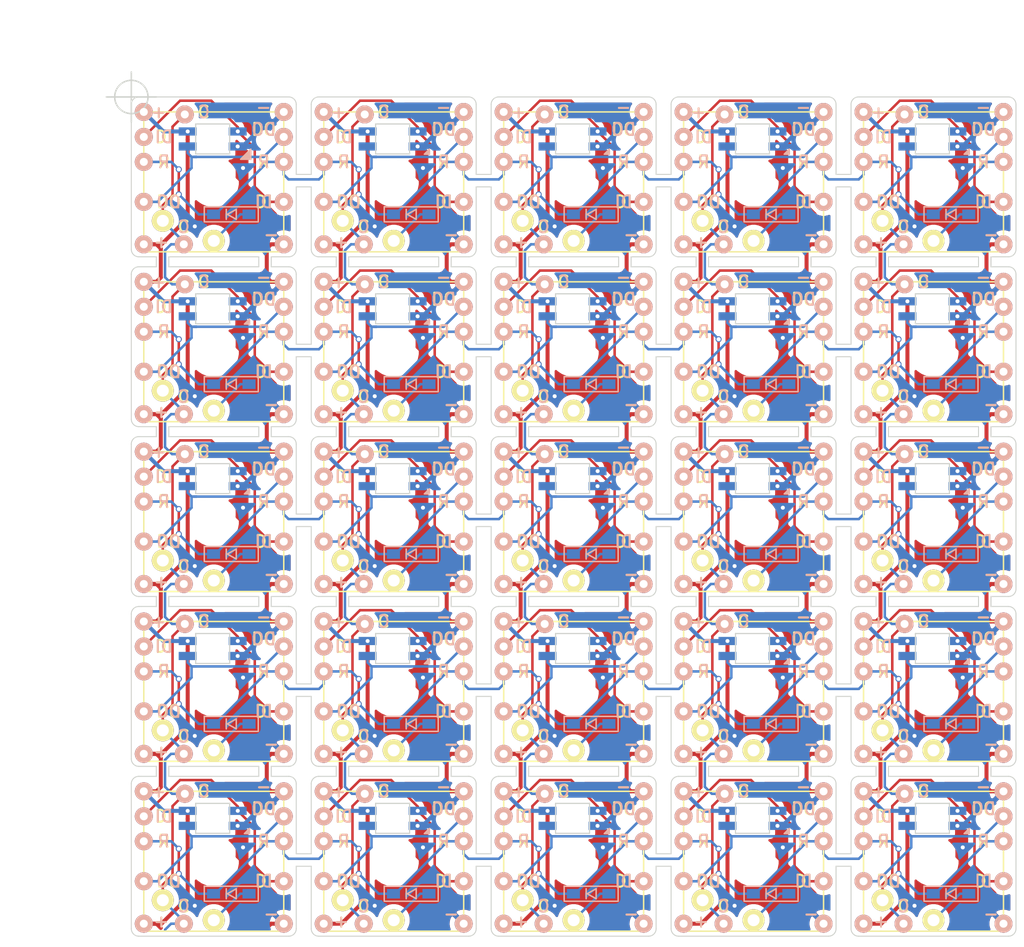
<source format=kicad_pcb>
(kicad_pcb (version 20171130) (host pcbnew 5.1.5+dfsg1-2build2)
  (layers (0 F.Cu signal) (31 B.Cu signal) (34 B.Paste user) (35 F.Paste user) (36 B.SilkS user) (37 F.SilkS user) (38 B.Mask user) (39 F.Mask user) (44 Edge.Cuts user))
  (net 0 "")
  (net 1 /ROW0)
  (net 2 "Net-(D1-Pad2)")
  (net 3 "Net-(L1-Pad3)")
  (net 4 "Net-(L1-Pad1)")
  (net 5 GND)
  (net 6 /COL0)
  (net 7 VCC)
  (module Keyboard:YS-SK6812MINI-E (layer B.Cu) (at 74.422 31.002 180)
    (fp_text reference L1 (at 0 -4.05 180) (layer B.SilkS) (effects (justify mirror)))
    (fp_text value SK6812MINI)
    (fp_line (start -1.7 1.5) (end -1.7 -1.5) (layer Edge.Cuts) (width 0.12))
    (fp_line (start -1.7 -1.5) (end 1.7 -1.5) (layer Edge.Cuts) (width 0.12))
    (fp_line (start 1.7 -1.5) (end 1.7 1.5) (layer Edge.Cuts) (width 0.12))
    (fp_line (start 1.7 1.5) (end -1.7 1.5) (layer Edge.Cuts) (width 0.12))
    (pad 4 smd rect (at -2.5 0.75 180) (size 1.8 0.82) (layers B.Cu B.Paste B.Mask) (net 3 "Net-(L1-Pad3)"))
    (pad 3 smd rect (at -2.5 -0.75 180) (size 1.8 0.82) (layers B.Cu B.Paste B.Mask) (net 5 GND))
    (pad 2 smd rect (at 2.5 -0.75 180) (size 1.8 0.82) (layers B.Cu B.Paste B.Mask) (net 4 "Net-(L1-Pad1)"))
    (pad 1 smd rect (at 2.5 0.75 180) (size 1.8 0.82) (layers B.Cu B.Paste B.Mask) (net 7 VCC))
  )
  (module keyboard:YS-SK6812MINI-E (layer B.Cu) (at 110.422 31.002 180)
    (fp_text reference L1 (at 0 -4.05 180) (layer B.SilkS) (effects (justify mirror)))
    (fp_text value SK6812MINI)
    (fp_line (start -1.7 1.5) (end -1.7 -1.5) (layer Edge.Cuts) (width 0.12))
    (fp_line (start -1.7 -1.5) (end 1.7 -1.5) (layer Edge.Cuts) (width 0.12))
    (fp_line (start 1.7 -1.5) (end 1.7 1.5) (layer Edge.Cuts) (width 0.12))
    (fp_line (start 1.7 1.5) (end -1.7 1.5) (layer Edge.Cuts) (width 0.12))
    (pad 4 smd rect (at -2.5 0.75 180) (size 1.8 0.82) (layers B.Cu B.Paste B.Mask) (net 3 "Net-(L1-Pad3)"))
    (pad 3 smd rect (at -2.5 -0.75 180) (size 1.8 0.82) (layers B.Cu B.Paste B.Mask) (net 5 GND))
    (pad 2 smd rect (at 2.5 -0.75 180) (size 1.8 0.82) (layers B.Cu B.Paste B.Mask) (net 4 "Net-(L1-Pad1)"))
    (pad 1 smd rect (at 2.5 0.75 180) (size 1.8 0.82) (layers B.Cu B.Paste B.Mask) (net 7 VCC))
  )
  (module keyboard:YS-SK6812MINI-E (layer B.Cu) (at 74.422 82.002 180)
    (fp_text reference L1 (at 0 -4.05 180) (layer B.SilkS) (effects (justify mirror)))
    (fp_text value SK6812MINI)
    (fp_line (start -1.7 1.5) (end -1.7 -1.5) (layer Edge.Cuts) (width 0.12))
    (fp_line (start -1.7 -1.5) (end 1.7 -1.5) (layer Edge.Cuts) (width 0.12))
    (fp_line (start 1.7 -1.5) (end 1.7 1.5) (layer Edge.Cuts) (width 0.12))
    (fp_line (start 1.7 1.5) (end -1.7 1.5) (layer Edge.Cuts) (width 0.12))
    (pad 4 smd rect (at -2.5 0.75 180) (size 1.8 0.82) (layers B.Cu B.Paste B.Mask) (net 3 "Net-(L1-Pad3)"))
    (pad 3 smd rect (at -2.5 -0.75 180) (size 1.8 0.82) (layers B.Cu B.Paste B.Mask) (net 5 GND))
    (pad 2 smd rect (at 2.5 -0.75 180) (size 1.8 0.82) (layers B.Cu B.Paste B.Mask) (net 4 "Net-(L1-Pad1)"))
    (pad 1 smd rect (at 2.5 0.75 180) (size 1.8 0.82) (layers B.Cu B.Paste B.Mask) (net 7 VCC))
  )
  (module keyboard:YS-SK6812MINI-E (layer B.Cu) (at 146.422 99.002 180)
    (fp_text reference L1 (at 0 -4.05 180) (layer B.SilkS) (effects (justify mirror)))
    (fp_text value SK6812MINI)
    (fp_line (start -1.7 1.5) (end -1.7 -1.5) (layer Edge.Cuts) (width 0.12))
    (fp_line (start -1.7 -1.5) (end 1.7 -1.5) (layer Edge.Cuts) (width 0.12))
    (fp_line (start 1.7 -1.5) (end 1.7 1.5) (layer Edge.Cuts) (width 0.12))
    (fp_line (start 1.7 1.5) (end -1.7 1.5) (layer Edge.Cuts) (width 0.12))
    (pad 4 smd rect (at -2.5 0.75 180) (size 1.8 0.82) (layers B.Cu B.Paste B.Mask) (net 3 "Net-(L1-Pad3)"))
    (pad 3 smd rect (at -2.5 -0.75 180) (size 1.8 0.82) (layers B.Cu B.Paste B.Mask) (net 5 GND))
    (pad 2 smd rect (at 2.5 -0.75 180) (size 1.8 0.82) (layers B.Cu B.Paste B.Mask) (net 4 "Net-(L1-Pad1)"))
    (pad 1 smd rect (at 2.5 0.75 180) (size 1.8 0.82) (layers B.Cu B.Paste B.Mask) (net 7 VCC))
  )
  (module keyboard:YS-SK6812MINI-E (layer B.Cu) (at 128.422 99.002 180)
    (fp_text reference L1 (at 0 -4.05 180) (layer B.SilkS) (effects (justify mirror)))
    (fp_text value SK6812MINI)
    (fp_line (start -1.7 1.5) (end -1.7 -1.5) (layer Edge.Cuts) (width 0.12))
    (fp_line (start -1.7 -1.5) (end 1.7 -1.5) (layer Edge.Cuts) (width 0.12))
    (fp_line (start 1.7 -1.5) (end 1.7 1.5) (layer Edge.Cuts) (width 0.12))
    (fp_line (start 1.7 1.5) (end -1.7 1.5) (layer Edge.Cuts) (width 0.12))
    (pad 4 smd rect (at -2.5 0.75 180) (size 1.8 0.82) (layers B.Cu B.Paste B.Mask) (net 3 "Net-(L1-Pad3)"))
    (pad 3 smd rect (at -2.5 -0.75 180) (size 1.8 0.82) (layers B.Cu B.Paste B.Mask) (net 5 GND))
    (pad 2 smd rect (at 2.5 -0.75 180) (size 1.8 0.82) (layers B.Cu B.Paste B.Mask) (net 4 "Net-(L1-Pad1)"))
    (pad 1 smd rect (at 2.5 0.75 180) (size 1.8 0.82) (layers B.Cu B.Paste B.Mask) (net 7 VCC))
  )
  (module keyboard:YS-SK6812MINI-E (layer B.Cu) (at 110.422 99.002 180)
    (fp_text reference L1 (at 0 -4.05 180) (layer B.SilkS) (effects (justify mirror)))
    (fp_text value SK6812MINI)
    (fp_line (start -1.7 1.5) (end -1.7 -1.5) (layer Edge.Cuts) (width 0.12))
    (fp_line (start -1.7 -1.5) (end 1.7 -1.5) (layer Edge.Cuts) (width 0.12))
    (fp_line (start 1.7 -1.5) (end 1.7 1.5) (layer Edge.Cuts) (width 0.12))
    (fp_line (start 1.7 1.5) (end -1.7 1.5) (layer Edge.Cuts) (width 0.12))
    (pad 4 smd rect (at -2.5 0.75 180) (size 1.8 0.82) (layers B.Cu B.Paste B.Mask) (net 3 "Net-(L1-Pad3)"))
    (pad 3 smd rect (at -2.5 -0.75 180) (size 1.8 0.82) (layers B.Cu B.Paste B.Mask) (net 5 GND))
    (pad 2 smd rect (at 2.5 -0.75 180) (size 1.8 0.82) (layers B.Cu B.Paste B.Mask) (net 4 "Net-(L1-Pad1)"))
    (pad 1 smd rect (at 2.5 0.75 180) (size 1.8 0.82) (layers B.Cu B.Paste B.Mask) (net 7 VCC))
  )
  (module keyboard:YS-SK6812MINI-E (layer B.Cu) (at 92.422 99.002 180)
    (fp_text reference L1 (at 0 -4.05 180) (layer B.SilkS) (effects (justify mirror)))
    (fp_text value SK6812MINI)
    (fp_line (start -1.7 1.5) (end -1.7 -1.5) (layer Edge.Cuts) (width 0.12))
    (fp_line (start -1.7 -1.5) (end 1.7 -1.5) (layer Edge.Cuts) (width 0.12))
    (fp_line (start 1.7 -1.5) (end 1.7 1.5) (layer Edge.Cuts) (width 0.12))
    (fp_line (start 1.7 1.5) (end -1.7 1.5) (layer Edge.Cuts) (width 0.12))
    (pad 4 smd rect (at -2.5 0.75 180) (size 1.8 0.82) (layers B.Cu B.Paste B.Mask) (net 3 "Net-(L1-Pad3)"))
    (pad 3 smd rect (at -2.5 -0.75 180) (size 1.8 0.82) (layers B.Cu B.Paste B.Mask) (net 5 GND))
    (pad 2 smd rect (at 2.5 -0.75 180) (size 1.8 0.82) (layers B.Cu B.Paste B.Mask) (net 4 "Net-(L1-Pad1)"))
    (pad 1 smd rect (at 2.5 0.75 180) (size 1.8 0.82) (layers B.Cu B.Paste B.Mask) (net 7 VCC))
  )
  (module keyboard:YS-SK6812MINI-E (layer B.Cu) (at 74.422 99.002 180)
    (fp_text reference L1 (at 0 -4.05 180) (layer B.SilkS) (effects (justify mirror)))
    (fp_text value SK6812MINI)
    (fp_line (start -1.7 1.5) (end -1.7 -1.5) (layer Edge.Cuts) (width 0.12))
    (fp_line (start -1.7 -1.5) (end 1.7 -1.5) (layer Edge.Cuts) (width 0.12))
    (fp_line (start 1.7 -1.5) (end 1.7 1.5) (layer Edge.Cuts) (width 0.12))
    (fp_line (start 1.7 1.5) (end -1.7 1.5) (layer Edge.Cuts) (width 0.12))
    (pad 4 smd rect (at -2.5 0.75 180) (size 1.8 0.82) (layers B.Cu B.Paste B.Mask) (net 3 "Net-(L1-Pad3)"))
    (pad 3 smd rect (at -2.5 -0.75 180) (size 1.8 0.82) (layers B.Cu B.Paste B.Mask) (net 5 GND))
    (pad 2 smd rect (at 2.5 -0.75 180) (size 1.8 0.82) (layers B.Cu B.Paste B.Mask) (net 4 "Net-(L1-Pad1)"))
    (pad 1 smd rect (at 2.5 0.75 180) (size 1.8 0.82) (layers B.Cu B.Paste B.Mask) (net 7 VCC))
  )
  (module keyboard:YS-SK6812MINI-E (layer B.Cu) (at 146.422 82.002 180)
    (fp_text reference L1 (at 0 -4.05 180) (layer B.SilkS) (effects (justify mirror)))
    (fp_text value SK6812MINI)
    (fp_line (start -1.7 1.5) (end -1.7 -1.5) (layer Edge.Cuts) (width 0.12))
    (fp_line (start -1.7 -1.5) (end 1.7 -1.5) (layer Edge.Cuts) (width 0.12))
    (fp_line (start 1.7 -1.5) (end 1.7 1.5) (layer Edge.Cuts) (width 0.12))
    (fp_line (start 1.7 1.5) (end -1.7 1.5) (layer Edge.Cuts) (width 0.12))
    (pad 4 smd rect (at -2.5 0.75 180) (size 1.8 0.82) (layers B.Cu B.Paste B.Mask) (net 3 "Net-(L1-Pad3)"))
    (pad 3 smd rect (at -2.5 -0.75 180) (size 1.8 0.82) (layers B.Cu B.Paste B.Mask) (net 5 GND))
    (pad 2 smd rect (at 2.5 -0.75 180) (size 1.8 0.82) (layers B.Cu B.Paste B.Mask) (net 4 "Net-(L1-Pad1)"))
    (pad 1 smd rect (at 2.5 0.75 180) (size 1.8 0.82) (layers B.Cu B.Paste B.Mask) (net 7 VCC))
  )
  (module keyboard:YS-SK6812MINI-E (layer B.Cu) (at 128.422 82.002 180)
    (fp_text reference L1 (at 0 -4.05 180) (layer B.SilkS) (effects (justify mirror)))
    (fp_text value SK6812MINI)
    (fp_line (start -1.7 1.5) (end -1.7 -1.5) (layer Edge.Cuts) (width 0.12))
    (fp_line (start -1.7 -1.5) (end 1.7 -1.5) (layer Edge.Cuts) (width 0.12))
    (fp_line (start 1.7 -1.5) (end 1.7 1.5) (layer Edge.Cuts) (width 0.12))
    (fp_line (start 1.7 1.5) (end -1.7 1.5) (layer Edge.Cuts) (width 0.12))
    (pad 4 smd rect (at -2.5 0.75 180) (size 1.8 0.82) (layers B.Cu B.Paste B.Mask) (net 3 "Net-(L1-Pad3)"))
    (pad 3 smd rect (at -2.5 -0.75 180) (size 1.8 0.82) (layers B.Cu B.Paste B.Mask) (net 5 GND))
    (pad 2 smd rect (at 2.5 -0.75 180) (size 1.8 0.82) (layers B.Cu B.Paste B.Mask) (net 4 "Net-(L1-Pad1)"))
    (pad 1 smd rect (at 2.5 0.75 180) (size 1.8 0.82) (layers B.Cu B.Paste B.Mask) (net 7 VCC))
  )
  (module keyboard:YS-SK6812MINI-E (layer B.Cu) (at 110.422 82.002 180)
    (fp_text reference L1 (at 0 -4.05 180) (layer B.SilkS) (effects (justify mirror)))
    (fp_text value SK6812MINI)
    (fp_line (start -1.7 1.5) (end -1.7 -1.5) (layer Edge.Cuts) (width 0.12))
    (fp_line (start -1.7 -1.5) (end 1.7 -1.5) (layer Edge.Cuts) (width 0.12))
    (fp_line (start 1.7 -1.5) (end 1.7 1.5) (layer Edge.Cuts) (width 0.12))
    (fp_line (start 1.7 1.5) (end -1.7 1.5) (layer Edge.Cuts) (width 0.12))
    (pad 4 smd rect (at -2.5 0.75 180) (size 1.8 0.82) (layers B.Cu B.Paste B.Mask) (net 3 "Net-(L1-Pad3)"))
    (pad 3 smd rect (at -2.5 -0.75 180) (size 1.8 0.82) (layers B.Cu B.Paste B.Mask) (net 5 GND))
    (pad 2 smd rect (at 2.5 -0.75 180) (size 1.8 0.82) (layers B.Cu B.Paste B.Mask) (net 4 "Net-(L1-Pad1)"))
    (pad 1 smd rect (at 2.5 0.75 180) (size 1.8 0.82) (layers B.Cu B.Paste B.Mask) (net 7 VCC))
  )
  (module keyboard:YS-SK6812MINI-E (layer B.Cu) (at 92.422 82.002 180)
    (fp_text reference L1 (at 0 -4.05 180) (layer B.SilkS) (effects (justify mirror)))
    (fp_text value SK6812MINI)
    (fp_line (start -1.7 1.5) (end -1.7 -1.5) (layer Edge.Cuts) (width 0.12))
    (fp_line (start -1.7 -1.5) (end 1.7 -1.5) (layer Edge.Cuts) (width 0.12))
    (fp_line (start 1.7 -1.5) (end 1.7 1.5) (layer Edge.Cuts) (width 0.12))
    (fp_line (start 1.7 1.5) (end -1.7 1.5) (layer Edge.Cuts) (width 0.12))
    (pad 4 smd rect (at -2.5 0.75 180) (size 1.8 0.82) (layers B.Cu B.Paste B.Mask) (net 3 "Net-(L1-Pad3)"))
    (pad 3 smd rect (at -2.5 -0.75 180) (size 1.8 0.82) (layers B.Cu B.Paste B.Mask) (net 5 GND))
    (pad 2 smd rect (at 2.5 -0.75 180) (size 1.8 0.82) (layers B.Cu B.Paste B.Mask) (net 4 "Net-(L1-Pad1)"))
    (pad 1 smd rect (at 2.5 0.75 180) (size 1.8 0.82) (layers B.Cu B.Paste B.Mask) (net 7 VCC))
  )
  (module keyboard:YS-SK6812MINI-E (layer B.Cu) (at 146.422 65.002 180)
    (fp_text reference L1 (at 0 -4.05 180) (layer B.SilkS) (effects (justify mirror)))
    (fp_text value SK6812MINI)
    (fp_line (start -1.7 1.5) (end -1.7 -1.5) (layer Edge.Cuts) (width 0.12))
    (fp_line (start -1.7 -1.5) (end 1.7 -1.5) (layer Edge.Cuts) (width 0.12))
    (fp_line (start 1.7 -1.5) (end 1.7 1.5) (layer Edge.Cuts) (width 0.12))
    (fp_line (start 1.7 1.5) (end -1.7 1.5) (layer Edge.Cuts) (width 0.12))
    (pad 4 smd rect (at -2.5 0.75 180) (size 1.8 0.82) (layers B.Cu B.Paste B.Mask) (net 3 "Net-(L1-Pad3)"))
    (pad 3 smd rect (at -2.5 -0.75 180) (size 1.8 0.82) (layers B.Cu B.Paste B.Mask) (net 5 GND))
    (pad 2 smd rect (at 2.5 -0.75 180) (size 1.8 0.82) (layers B.Cu B.Paste B.Mask) (net 4 "Net-(L1-Pad1)"))
    (pad 1 smd rect (at 2.5 0.75 180) (size 1.8 0.82) (layers B.Cu B.Paste B.Mask) (net 7 VCC))
  )
  (module keyboard:YS-SK6812MINI-E (layer B.Cu) (at 128.422 65.002 180)
    (fp_text reference L1 (at 0 -4.05 180) (layer B.SilkS) (effects (justify mirror)))
    (fp_text value SK6812MINI)
    (fp_line (start -1.7 1.5) (end -1.7 -1.5) (layer Edge.Cuts) (width 0.12))
    (fp_line (start -1.7 -1.5) (end 1.7 -1.5) (layer Edge.Cuts) (width 0.12))
    (fp_line (start 1.7 -1.5) (end 1.7 1.5) (layer Edge.Cuts) (width 0.12))
    (fp_line (start 1.7 1.5) (end -1.7 1.5) (layer Edge.Cuts) (width 0.12))
    (pad 4 smd rect (at -2.5 0.75 180) (size 1.8 0.82) (layers B.Cu B.Paste B.Mask) (net 3 "Net-(L1-Pad3)"))
    (pad 3 smd rect (at -2.5 -0.75 180) (size 1.8 0.82) (layers B.Cu B.Paste B.Mask) (net 5 GND))
    (pad 2 smd rect (at 2.5 -0.75 180) (size 1.8 0.82) (layers B.Cu B.Paste B.Mask) (net 4 "Net-(L1-Pad1)"))
    (pad 1 smd rect (at 2.5 0.75 180) (size 1.8 0.82) (layers B.Cu B.Paste B.Mask) (net 7 VCC))
  )
  (module keyboard:YS-SK6812MINI-E (layer B.Cu) (at 110.422 65.002 180)
    (fp_text reference L1 (at 0 -4.05 180) (layer B.SilkS) (effects (justify mirror)))
    (fp_text value SK6812MINI)
    (fp_line (start -1.7 1.5) (end -1.7 -1.5) (layer Edge.Cuts) (width 0.12))
    (fp_line (start -1.7 -1.5) (end 1.7 -1.5) (layer Edge.Cuts) (width 0.12))
    (fp_line (start 1.7 -1.5) (end 1.7 1.5) (layer Edge.Cuts) (width 0.12))
    (fp_line (start 1.7 1.5) (end -1.7 1.5) (layer Edge.Cuts) (width 0.12))
    (pad 4 smd rect (at -2.5 0.75 180) (size 1.8 0.82) (layers B.Cu B.Paste B.Mask) (net 3 "Net-(L1-Pad3)"))
    (pad 3 smd rect (at -2.5 -0.75 180) (size 1.8 0.82) (layers B.Cu B.Paste B.Mask) (net 5 GND))
    (pad 2 smd rect (at 2.5 -0.75 180) (size 1.8 0.82) (layers B.Cu B.Paste B.Mask) (net 4 "Net-(L1-Pad1)"))
    (pad 1 smd rect (at 2.5 0.75 180) (size 1.8 0.82) (layers B.Cu B.Paste B.Mask) (net 7 VCC))
  )
  (module keyboard:YS-SK6812MINI-E (layer B.Cu) (at 92.422 65.002 180)
    (fp_text reference L1 (at 0 -4.05 180) (layer B.SilkS) (effects (justify mirror)))
    (fp_text value SK6812MINI)
    (fp_line (start -1.7 1.5) (end -1.7 -1.5) (layer Edge.Cuts) (width 0.12))
    (fp_line (start -1.7 -1.5) (end 1.7 -1.5) (layer Edge.Cuts) (width 0.12))
    (fp_line (start 1.7 -1.5) (end 1.7 1.5) (layer Edge.Cuts) (width 0.12))
    (fp_line (start 1.7 1.5) (end -1.7 1.5) (layer Edge.Cuts) (width 0.12))
    (pad 4 smd rect (at -2.5 0.75 180) (size 1.8 0.82) (layers B.Cu B.Paste B.Mask) (net 3 "Net-(L1-Pad3)"))
    (pad 3 smd rect (at -2.5 -0.75 180) (size 1.8 0.82) (layers B.Cu B.Paste B.Mask) (net 5 GND))
    (pad 2 smd rect (at 2.5 -0.75 180) (size 1.8 0.82) (layers B.Cu B.Paste B.Mask) (net 4 "Net-(L1-Pad1)"))
    (pad 1 smd rect (at 2.5 0.75 180) (size 1.8 0.82) (layers B.Cu B.Paste B.Mask) (net 7 VCC))
  )
  (module keyboard:YS-SK6812MINI-E (layer B.Cu) (at 74.422 65.002 180)
    (fp_text reference L1 (at 0 -4.05 180) (layer B.SilkS) (effects (justify mirror)))
    (fp_text value SK6812MINI)
    (fp_line (start -1.7 1.5) (end -1.7 -1.5) (layer Edge.Cuts) (width 0.12))
    (fp_line (start -1.7 -1.5) (end 1.7 -1.5) (layer Edge.Cuts) (width 0.12))
    (fp_line (start 1.7 -1.5) (end 1.7 1.5) (layer Edge.Cuts) (width 0.12))
    (fp_line (start 1.7 1.5) (end -1.7 1.5) (layer Edge.Cuts) (width 0.12))
    (pad 4 smd rect (at -2.5 0.75 180) (size 1.8 0.82) (layers B.Cu B.Paste B.Mask) (net 3 "Net-(L1-Pad3)"))
    (pad 3 smd rect (at -2.5 -0.75 180) (size 1.8 0.82) (layers B.Cu B.Paste B.Mask) (net 5 GND))
    (pad 2 smd rect (at 2.5 -0.75 180) (size 1.8 0.82) (layers B.Cu B.Paste B.Mask) (net 4 "Net-(L1-Pad1)"))
    (pad 1 smd rect (at 2.5 0.75 180) (size 1.8 0.82) (layers B.Cu B.Paste B.Mask) (net 7 VCC))
  )
  (module keyboard:YS-SK6812MINI-E (layer B.Cu) (at 146.422 48.002 180)
    (fp_text reference L1 (at 0 -4.05 180) (layer B.SilkS) (effects (justify mirror)))
    (fp_text value SK6812MINI)
    (fp_line (start -1.7 1.5) (end -1.7 -1.5) (layer Edge.Cuts) (width 0.12))
    (fp_line (start -1.7 -1.5) (end 1.7 -1.5) (layer Edge.Cuts) (width 0.12))
    (fp_line (start 1.7 -1.5) (end 1.7 1.5) (layer Edge.Cuts) (width 0.12))
    (fp_line (start 1.7 1.5) (end -1.7 1.5) (layer Edge.Cuts) (width 0.12))
    (pad 4 smd rect (at -2.5 0.75 180) (size 1.8 0.82) (layers B.Cu B.Paste B.Mask) (net 3 "Net-(L1-Pad3)"))
    (pad 3 smd rect (at -2.5 -0.75 180) (size 1.8 0.82) (layers B.Cu B.Paste B.Mask) (net 5 GND))
    (pad 2 smd rect (at 2.5 -0.75 180) (size 1.8 0.82) (layers B.Cu B.Paste B.Mask) (net 4 "Net-(L1-Pad1)"))
    (pad 1 smd rect (at 2.5 0.75 180) (size 1.8 0.82) (layers B.Cu B.Paste B.Mask) (net 7 VCC))
  )
  (module keyboard:YS-SK6812MINI-E (layer B.Cu) (at 128.422 48.002 180)
    (fp_text reference L1 (at 0 -4.05 180) (layer B.SilkS) (effects (justify mirror)))
    (fp_text value SK6812MINI)
    (fp_line (start -1.7 1.5) (end -1.7 -1.5) (layer Edge.Cuts) (width 0.12))
    (fp_line (start -1.7 -1.5) (end 1.7 -1.5) (layer Edge.Cuts) (width 0.12))
    (fp_line (start 1.7 -1.5) (end 1.7 1.5) (layer Edge.Cuts) (width 0.12))
    (fp_line (start 1.7 1.5) (end -1.7 1.5) (layer Edge.Cuts) (width 0.12))
    (pad 4 smd rect (at -2.5 0.75 180) (size 1.8 0.82) (layers B.Cu B.Paste B.Mask) (net 3 "Net-(L1-Pad3)"))
    (pad 3 smd rect (at -2.5 -0.75 180) (size 1.8 0.82) (layers B.Cu B.Paste B.Mask) (net 5 GND))
    (pad 2 smd rect (at 2.5 -0.75 180) (size 1.8 0.82) (layers B.Cu B.Paste B.Mask) (net 4 "Net-(L1-Pad1)"))
    (pad 1 smd rect (at 2.5 0.75 180) (size 1.8 0.82) (layers B.Cu B.Paste B.Mask) (net 7 VCC))
  )
  (module keyboard:YS-SK6812MINI-E (layer B.Cu) (at 110.422 48.002 180)
    (fp_text reference L1 (at 0 -4.05 180) (layer B.SilkS) (effects (justify mirror)))
    (fp_text value SK6812MINI)
    (fp_line (start -1.7 1.5) (end -1.7 -1.5) (layer Edge.Cuts) (width 0.12))
    (fp_line (start -1.7 -1.5) (end 1.7 -1.5) (layer Edge.Cuts) (width 0.12))
    (fp_line (start 1.7 -1.5) (end 1.7 1.5) (layer Edge.Cuts) (width 0.12))
    (fp_line (start 1.7 1.5) (end -1.7 1.5) (layer Edge.Cuts) (width 0.12))
    (pad 4 smd rect (at -2.5 0.75 180) (size 1.8 0.82) (layers B.Cu B.Paste B.Mask) (net 3 "Net-(L1-Pad3)"))
    (pad 3 smd rect (at -2.5 -0.75 180) (size 1.8 0.82) (layers B.Cu B.Paste B.Mask) (net 5 GND))
    (pad 2 smd rect (at 2.5 -0.75 180) (size 1.8 0.82) (layers B.Cu B.Paste B.Mask) (net 4 "Net-(L1-Pad1)"))
    (pad 1 smd rect (at 2.5 0.75 180) (size 1.8 0.82) (layers B.Cu B.Paste B.Mask) (net 7 VCC))
  )
  (module keyboard:YS-SK6812MINI-E (layer B.Cu) (at 92.422 48.002 180)
    (fp_text reference L1 (at 0 -4.05 180) (layer B.SilkS) (effects (justify mirror)))
    (fp_text value SK6812MINI)
    (fp_line (start -1.7 1.5) (end -1.7 -1.5) (layer Edge.Cuts) (width 0.12))
    (fp_line (start -1.7 -1.5) (end 1.7 -1.5) (layer Edge.Cuts) (width 0.12))
    (fp_line (start 1.7 -1.5) (end 1.7 1.5) (layer Edge.Cuts) (width 0.12))
    (fp_line (start 1.7 1.5) (end -1.7 1.5) (layer Edge.Cuts) (width 0.12))
    (pad 4 smd rect (at -2.5 0.75 180) (size 1.8 0.82) (layers B.Cu B.Paste B.Mask) (net 3 "Net-(L1-Pad3)"))
    (pad 3 smd rect (at -2.5 -0.75 180) (size 1.8 0.82) (layers B.Cu B.Paste B.Mask) (net 5 GND))
    (pad 2 smd rect (at 2.5 -0.75 180) (size 1.8 0.82) (layers B.Cu B.Paste B.Mask) (net 4 "Net-(L1-Pad1)"))
    (pad 1 smd rect (at 2.5 0.75 180) (size 1.8 0.82) (layers B.Cu B.Paste B.Mask) (net 7 VCC))
  )
  (module keyboard:YS-SK6812MINI-E (layer B.Cu) (at 74.422 48.002 180)
    (fp_text reference L1 (at 0 -4.05 180) (layer B.SilkS) (effects (justify mirror)))
    (fp_text value SK6812MINI)
    (fp_line (start -1.7 1.5) (end -1.7 -1.5) (layer Edge.Cuts) (width 0.12))
    (fp_line (start -1.7 -1.5) (end 1.7 -1.5) (layer Edge.Cuts) (width 0.12))
    (fp_line (start 1.7 -1.5) (end 1.7 1.5) (layer Edge.Cuts) (width 0.12))
    (fp_line (start 1.7 1.5) (end -1.7 1.5) (layer Edge.Cuts) (width 0.12))
    (pad 4 smd rect (at -2.5 0.75 180) (size 1.8 0.82) (layers B.Cu B.Paste B.Mask) (net 3 "Net-(L1-Pad3)"))
    (pad 3 smd rect (at -2.5 -0.75 180) (size 1.8 0.82) (layers B.Cu B.Paste B.Mask) (net 5 GND))
    (pad 2 smd rect (at 2.5 -0.75 180) (size 1.8 0.82) (layers B.Cu B.Paste B.Mask) (net 4 "Net-(L1-Pad1)"))
    (pad 1 smd rect (at 2.5 0.75 180) (size 1.8 0.82) (layers B.Cu B.Paste B.Mask) (net 7 VCC))
  )
  (module keyboard:YS-SK6812MINI-E (layer B.Cu) (at 146.422 31.002 180)
    (fp_text reference L1 (at 0 -4.05 180) (layer B.SilkS) (effects (justify mirror)))
    (fp_text value SK6812MINI)
    (fp_line (start -1.7 1.5) (end -1.7 -1.5) (layer Edge.Cuts) (width 0.12))
    (fp_line (start -1.7 -1.5) (end 1.7 -1.5) (layer Edge.Cuts) (width 0.12))
    (fp_line (start 1.7 -1.5) (end 1.7 1.5) (layer Edge.Cuts) (width 0.12))
    (fp_line (start 1.7 1.5) (end -1.7 1.5) (layer Edge.Cuts) (width 0.12))
    (pad 4 smd rect (at -2.5 0.75 180) (size 1.8 0.82) (layers B.Cu B.Paste B.Mask) (net 3 "Net-(L1-Pad3)"))
    (pad 3 smd rect (at -2.5 -0.75 180) (size 1.8 0.82) (layers B.Cu B.Paste B.Mask) (net 5 GND))
    (pad 2 smd rect (at 2.5 -0.75 180) (size 1.8 0.82) (layers B.Cu B.Paste B.Mask) (net 4 "Net-(L1-Pad1)"))
    (pad 1 smd rect (at 2.5 0.75 180) (size 1.8 0.82) (layers B.Cu B.Paste B.Mask) (net 7 VCC))
  )
  (module keyboard:YS-SK6812MINI-E (layer B.Cu) (at 128.422 31.002 180)
    (fp_text reference L1 (at 0 -4.05 180) (layer B.SilkS) (effects (justify mirror)))
    (fp_text value SK6812MINI)
    (fp_line (start -1.7 1.5) (end -1.7 -1.5) (layer Edge.Cuts) (width 0.12))
    (fp_line (start -1.7 -1.5) (end 1.7 -1.5) (layer Edge.Cuts) (width 0.12))
    (fp_line (start 1.7 -1.5) (end 1.7 1.5) (layer Edge.Cuts) (width 0.12))
    (fp_line (start 1.7 1.5) (end -1.7 1.5) (layer Edge.Cuts) (width 0.12))
    (pad 4 smd rect (at -2.5 0.75 180) (size 1.8 0.82) (layers B.Cu B.Paste B.Mask) (net 3 "Net-(L1-Pad3)"))
    (pad 3 smd rect (at -2.5 -0.75 180) (size 1.8 0.82) (layers B.Cu B.Paste B.Mask) (net 5 GND))
    (pad 2 smd rect (at 2.5 -0.75 180) (size 1.8 0.82) (layers B.Cu B.Paste B.Mask) (net 4 "Net-(L1-Pad1)"))
    (pad 1 smd rect (at 2.5 0.75 180) (size 1.8 0.82) (layers B.Cu B.Paste B.Mask) (net 7 VCC))
  )
  (module keyboard:YS-SK6812MINI-E (layer B.Cu) (at 92.422 31.002 180)
    (fp_text reference L1 (at 0 -4.05 180) (layer B.SilkS) (effects (justify mirror)))
    (fp_text value SK6812MINI)
    (fp_line (start -1.7 1.5) (end -1.7 -1.5) (layer Edge.Cuts) (width 0.12))
    (fp_line (start -1.7 -1.5) (end 1.7 -1.5) (layer Edge.Cuts) (width 0.12))
    (fp_line (start 1.7 -1.5) (end 1.7 1.5) (layer Edge.Cuts) (width 0.12))
    (fp_line (start 1.7 1.5) (end -1.7 1.5) (layer Edge.Cuts) (width 0.12))
    (pad 4 smd rect (at -2.5 0.75 180) (size 1.8 0.82) (layers B.Cu B.Paste B.Mask) (net 3 "Net-(L1-Pad3)"))
    (pad 3 smd rect (at -2.5 -0.75 180) (size 1.8 0.82) (layers B.Cu B.Paste B.Mask) (net 5 GND))
    (pad 2 smd rect (at 2.5 -0.75 180) (size 1.8 0.82) (layers B.Cu B.Paste B.Mask) (net 4 "Net-(L1-Pad1)"))
    (pad 1 smd rect (at 2.5 0.75 180) (size 1.8 0.82) (layers B.Cu B.Paste B.Mask) (net 7 VCC))
  )
  (module keyboard:D3_SMD (layer B.Cu) (at 148.282 106.547)
    (fp_text reference D hide)
    (fp_text value D hide)
    (pad 2 smd rect (at 1.775 0) (size 1.3 0.95) (layers B.Cu B.Paste B.Mask) (net 2 "Net-(D1-Pad2)"))
    (pad 1 smd rect (at -1.775 0) (size 1.3 0.95) (layers B.Cu B.Paste B.Mask) (net 1 /ROW0))
  )
  (module keyboard:D3_SMD (layer B.Cu) (at 130.282 106.547)
    (fp_text reference D hide)
    (fp_text value D hide)
    (pad 2 smd rect (at 1.775 0) (size 1.3 0.95) (layers B.Cu B.Paste B.Mask) (net 2 "Net-(D1-Pad2)"))
    (pad 1 smd rect (at -1.775 0) (size 1.3 0.95) (layers B.Cu B.Paste B.Mask) (net 1 /ROW0))
  )
  (module keyboard:D3_SMD (layer B.Cu) (at 112.282 106.547)
    (fp_text reference D hide)
    (fp_text value D hide)
    (pad 2 smd rect (at 1.775 0) (size 1.3 0.95) (layers B.Cu B.Paste B.Mask) (net 2 "Net-(D1-Pad2)"))
    (pad 1 smd rect (at -1.775 0) (size 1.3 0.95) (layers B.Cu B.Paste B.Mask) (net 1 /ROW0))
  )
  (module keyboard:D3_SMD (layer B.Cu) (at 94.282 106.547)
    (fp_text reference D hide)
    (fp_text value D hide)
    (pad 2 smd rect (at 1.775 0) (size 1.3 0.95) (layers B.Cu B.Paste B.Mask) (net 2 "Net-(D1-Pad2)"))
    (pad 1 smd rect (at -1.775 0) (size 1.3 0.95) (layers B.Cu B.Paste B.Mask) (net 1 /ROW0))
  )
  (module keyboard:D3_SMD (layer B.Cu) (at 76.282 106.547)
    (fp_text reference D hide)
    (fp_text value D hide)
    (pad 2 smd rect (at 1.775 0) (size 1.3 0.95) (layers B.Cu B.Paste B.Mask) (net 2 "Net-(D1-Pad2)"))
    (pad 1 smd rect (at -1.775 0) (size 1.3 0.95) (layers B.Cu B.Paste B.Mask) (net 1 /ROW0))
  )
  (module keyboard:D3_SMD (layer B.Cu) (at 148.282 89.547)
    (fp_text reference D hide)
    (fp_text value D hide)
    (pad 2 smd rect (at 1.775 0) (size 1.3 0.95) (layers B.Cu B.Paste B.Mask) (net 2 "Net-(D1-Pad2)"))
    (pad 1 smd rect (at -1.775 0) (size 1.3 0.95) (layers B.Cu B.Paste B.Mask) (net 1 /ROW0))
  )
  (module keyboard:D3_SMD (layer B.Cu) (at 130.282 89.547)
    (fp_text reference D hide)
    (fp_text value D hide)
    (pad 2 smd rect (at 1.775 0) (size 1.3 0.95) (layers B.Cu B.Paste B.Mask) (net 2 "Net-(D1-Pad2)"))
    (pad 1 smd rect (at -1.775 0) (size 1.3 0.95) (layers B.Cu B.Paste B.Mask) (net 1 /ROW0))
  )
  (module keyboard:D3_SMD (layer B.Cu) (at 112.282 89.547)
    (fp_text reference D hide)
    (fp_text value D hide)
    (pad 2 smd rect (at 1.775 0) (size 1.3 0.95) (layers B.Cu B.Paste B.Mask) (net 2 "Net-(D1-Pad2)"))
    (pad 1 smd rect (at -1.775 0) (size 1.3 0.95) (layers B.Cu B.Paste B.Mask) (net 1 /ROW0))
  )
  (module keyboard:D3_SMD (layer B.Cu) (at 94.282 89.547)
    (fp_text reference D hide)
    (fp_text value D hide)
    (pad 2 smd rect (at 1.775 0) (size 1.3 0.95) (layers B.Cu B.Paste B.Mask) (net 2 "Net-(D1-Pad2)"))
    (pad 1 smd rect (at -1.775 0) (size 1.3 0.95) (layers B.Cu B.Paste B.Mask) (net 1 /ROW0))
  )
  (module keyboard:D3_SMD (layer B.Cu) (at 76.282 89.547)
    (fp_text reference D hide)
    (fp_text value D hide)
    (pad 2 smd rect (at 1.775 0) (size 1.3 0.95) (layers B.Cu B.Paste B.Mask) (net 2 "Net-(D1-Pad2)"))
    (pad 1 smd rect (at -1.775 0) (size 1.3 0.95) (layers B.Cu B.Paste B.Mask) (net 1 /ROW0))
  )
  (module keyboard:D3_SMD (layer B.Cu) (at 148.282 72.547)
    (fp_text reference D hide)
    (fp_text value D hide)
    (pad 2 smd rect (at 1.775 0) (size 1.3 0.95) (layers B.Cu B.Paste B.Mask) (net 2 "Net-(D1-Pad2)"))
    (pad 1 smd rect (at -1.775 0) (size 1.3 0.95) (layers B.Cu B.Paste B.Mask) (net 1 /ROW0))
  )
  (module keyboard:D3_SMD (layer B.Cu) (at 130.282 72.547)
    (fp_text reference D hide)
    (fp_text value D hide)
    (pad 2 smd rect (at 1.775 0) (size 1.3 0.95) (layers B.Cu B.Paste B.Mask) (net 2 "Net-(D1-Pad2)"))
    (pad 1 smd rect (at -1.775 0) (size 1.3 0.95) (layers B.Cu B.Paste B.Mask) (net 1 /ROW0))
  )
  (module keyboard:D3_SMD (layer B.Cu) (at 112.282 72.547)
    (fp_text reference D hide)
    (fp_text value D hide)
    (pad 2 smd rect (at 1.775 0) (size 1.3 0.95) (layers B.Cu B.Paste B.Mask) (net 2 "Net-(D1-Pad2)"))
    (pad 1 smd rect (at -1.775 0) (size 1.3 0.95) (layers B.Cu B.Paste B.Mask) (net 1 /ROW0))
  )
  (module keyboard:D3_SMD (layer B.Cu) (at 94.282 72.547)
    (fp_text reference D hide)
    (fp_text value D hide)
    (pad 2 smd rect (at 1.775 0) (size 1.3 0.95) (layers B.Cu B.Paste B.Mask) (net 2 "Net-(D1-Pad2)"))
    (pad 1 smd rect (at -1.775 0) (size 1.3 0.95) (layers B.Cu B.Paste B.Mask) (net 1 /ROW0))
  )
  (module keyboard:D3_SMD (layer B.Cu) (at 76.282 72.547)
    (fp_text reference D hide)
    (fp_text value D hide)
    (pad 2 smd rect (at 1.775 0) (size 1.3 0.95) (layers B.Cu B.Paste B.Mask) (net 2 "Net-(D1-Pad2)"))
    (pad 1 smd rect (at -1.775 0) (size 1.3 0.95) (layers B.Cu B.Paste B.Mask) (net 1 /ROW0))
  )
  (module keyboard:D3_SMD (layer B.Cu) (at 148.282 55.547)
    (fp_text reference D hide)
    (fp_text value D hide)
    (pad 2 smd rect (at 1.775 0) (size 1.3 0.95) (layers B.Cu B.Paste B.Mask) (net 2 "Net-(D1-Pad2)"))
    (pad 1 smd rect (at -1.775 0) (size 1.3 0.95) (layers B.Cu B.Paste B.Mask) (net 1 /ROW0))
  )
  (module keyboard:D3_SMD (layer B.Cu) (at 130.282 55.547)
    (fp_text reference D hide)
    (fp_text value D hide)
    (pad 2 smd rect (at 1.775 0) (size 1.3 0.95) (layers B.Cu B.Paste B.Mask) (net 2 "Net-(D1-Pad2)"))
    (pad 1 smd rect (at -1.775 0) (size 1.3 0.95) (layers B.Cu B.Paste B.Mask) (net 1 /ROW0))
  )
  (module keyboard:D3_SMD (layer B.Cu) (at 112.282 55.547)
    (fp_text reference D hide)
    (fp_text value D hide)
    (pad 2 smd rect (at 1.775 0) (size 1.3 0.95) (layers B.Cu B.Paste B.Mask) (net 2 "Net-(D1-Pad2)"))
    (pad 1 smd rect (at -1.775 0) (size 1.3 0.95) (layers B.Cu B.Paste B.Mask) (net 1 /ROW0))
  )
  (module keyboard:D3_SMD (layer B.Cu) (at 94.282 55.547)
    (fp_text reference D hide)
    (fp_text value D hide)
    (pad 2 smd rect (at 1.775 0) (size 1.3 0.95) (layers B.Cu B.Paste B.Mask) (net 2 "Net-(D1-Pad2)"))
    (pad 1 smd rect (at -1.775 0) (size 1.3 0.95) (layers B.Cu B.Paste B.Mask) (net 1 /ROW0))
  )
  (module keyboard:D3_SMD (layer B.Cu) (at 76.282 55.547)
    (fp_text reference D hide)
    (fp_text value D hide)
    (pad 2 smd rect (at 1.775 0) (size 1.3 0.95) (layers B.Cu B.Paste B.Mask) (net 2 "Net-(D1-Pad2)"))
    (pad 1 smd rect (at -1.775 0) (size 1.3 0.95) (layers B.Cu B.Paste B.Mask) (net 1 /ROW0))
  )
  (module keyboard:D3_SMD (layer B.Cu) (at 148.282 38.547)
    (fp_text reference D hide)
    (fp_text value D hide)
    (pad 2 smd rect (at 1.775 0) (size 1.3 0.95) (layers B.Cu B.Paste B.Mask) (net 2 "Net-(D1-Pad2)"))
    (pad 1 smd rect (at -1.775 0) (size 1.3 0.95) (layers B.Cu B.Paste B.Mask) (net 1 /ROW0))
  )
  (module keyboard:D3_SMD (layer B.Cu) (at 130.282 38.547)
    (fp_text reference D hide)
    (fp_text value D hide)
    (pad 2 smd rect (at 1.775 0) (size 1.3 0.95) (layers B.Cu B.Paste B.Mask) (net 2 "Net-(D1-Pad2)"))
    (pad 1 smd rect (at -1.775 0) (size 1.3 0.95) (layers B.Cu B.Paste B.Mask) (net 1 /ROW0))
  )
  (module keyboard:D3_SMD (layer B.Cu) (at 112.282 38.547)
    (fp_text reference D hide)
    (fp_text value D hide)
    (pad 2 smd rect (at 1.775 0) (size 1.3 0.95) (layers B.Cu B.Paste B.Mask) (net 2 "Net-(D1-Pad2)"))
    (pad 1 smd rect (at -1.775 0) (size 1.3 0.95) (layers B.Cu B.Paste B.Mask) (net 1 /ROW0))
  )
  (module keyboard:D3_SMD (layer B.Cu) (at 94.282 38.547)
    (fp_text reference D hide)
    (fp_text value D hide)
    (pad 2 smd rect (at 1.775 0) (size 1.3 0.95) (layers B.Cu B.Paste B.Mask) (net 2 "Net-(D1-Pad2)"))
    (pad 1 smd rect (at -1.775 0) (size 1.3 0.95) (layers B.Cu B.Paste B.Mask) (net 1 /ROW0))
  )
  (module keyboard:D3_SMD (layer B.Cu) (at 76.282 38.547)
    (fp_text reference D hide)
    (fp_text value D hide)
    (pad 2 smd rect (at 1.775 0) (size 1.3 0.95) (layers B.Cu B.Paste B.Mask) (net 2 "Net-(D1-Pad2)"))
    (pad 1 smd rect (at -1.775 0) (size 1.3 0.95) (layers B.Cu B.Paste B.Mask) (net 1 /ROW0))
  )
  (module keyboard:Choc_1u (layer F.Cu) (at 128.532 103.297 180)
    (fp_text reference SW1 hide)
    (fp_text value SW_PUSH hide)
    (pad 1 thru_hole circle (at 5.1 -3.9 130) (size 2.2 2.2) (drill 1.2) (layers *.Cu F.SilkS B.Mask) (net 6 /COL0))
    (pad "" np_thru_hole circle (at 0 0 270) (size 4 4) (drill 4) (layers *.Cu *.Mask))
    (pad "" np_thru_hole circle (at -5.5 0 270) (size 1.9 1.9) (drill 1.9) (layers *.Cu *.Mask))
    (pad "" np_thru_hole circle (at 5.5 0 270) (size 1.9 1.9) (drill 1.9) (layers *.Cu *.Mask))
    (pad 2 thru_hole circle (at 0 -5.9 270) (size 2.2 2.2) (drill 1.2) (layers *.Cu F.SilkS B.Mask) (net 2 "Net-(D1-Pad2)"))
    (pad "" np_thru_hole circle (at -5.22 4.2 180) (size 1 1) (drill 1) (layers *.Cu *.Mask))
  )
  (module keyboard:Choc_1u (layer F.Cu) (at 110.532 103.297 180)
    (fp_text reference SW1 hide)
    (fp_text value SW_PUSH hide)
    (pad 1 thru_hole circle (at 5.1 -3.9 130) (size 2.2 2.2) (drill 1.2) (layers *.Cu F.SilkS B.Mask) (net 6 /COL0))
    (pad "" np_thru_hole circle (at 0 0 270) (size 4 4) (drill 4) (layers *.Cu *.Mask))
    (pad "" np_thru_hole circle (at -5.5 0 270) (size 1.9 1.9) (drill 1.9) (layers *.Cu *.Mask))
    (pad "" np_thru_hole circle (at 5.5 0 270) (size 1.9 1.9) (drill 1.9) (layers *.Cu *.Mask))
    (pad 2 thru_hole circle (at 0 -5.9 270) (size 2.2 2.2) (drill 1.2) (layers *.Cu F.SilkS B.Mask) (net 2 "Net-(D1-Pad2)"))
    (pad "" np_thru_hole circle (at -5.22 4.2 180) (size 1 1) (drill 1) (layers *.Cu *.Mask))
  )
  (module keyboard:Choc_1u (layer F.Cu) (at 92.532 103.297 180)
    (fp_text reference SW1 hide)
    (fp_text value SW_PUSH hide)
    (pad 1 thru_hole circle (at 5.1 -3.9 130) (size 2.2 2.2) (drill 1.2) (layers *.Cu F.SilkS B.Mask) (net 6 /COL0))
    (pad "" np_thru_hole circle (at 0 0 270) (size 4 4) (drill 4) (layers *.Cu *.Mask))
    (pad "" np_thru_hole circle (at -5.5 0 270) (size 1.9 1.9) (drill 1.9) (layers *.Cu *.Mask))
    (pad "" np_thru_hole circle (at 5.5 0 270) (size 1.9 1.9) (drill 1.9) (layers *.Cu *.Mask))
    (pad 2 thru_hole circle (at 0 -5.9 270) (size 2.2 2.2) (drill 1.2) (layers *.Cu F.SilkS B.Mask) (net 2 "Net-(D1-Pad2)"))
    (pad "" np_thru_hole circle (at -5.22 4.2 180) (size 1 1) (drill 1) (layers *.Cu *.Mask))
  )
  (module keyboard:Choc_1u (layer F.Cu) (at 74.532 103.297 180)
    (fp_text reference SW1 hide)
    (fp_text value SW_PUSH hide)
    (pad 1 thru_hole circle (at 5.1 -3.9 130) (size 2.2 2.2) (drill 1.2) (layers *.Cu F.SilkS B.Mask) (net 6 /COL0))
    (pad "" np_thru_hole circle (at 0 0 270) (size 4 4) (drill 4) (layers *.Cu *.Mask))
    (pad "" np_thru_hole circle (at -5.5 0 270) (size 1.9 1.9) (drill 1.9) (layers *.Cu *.Mask))
    (pad "" np_thru_hole circle (at 5.5 0 270) (size 1.9 1.9) (drill 1.9) (layers *.Cu *.Mask))
    (pad 2 thru_hole circle (at 0 -5.9 270) (size 2.2 2.2) (drill 1.2) (layers *.Cu F.SilkS B.Mask) (net 2 "Net-(D1-Pad2)"))
    (pad "" np_thru_hole circle (at -5.22 4.2 180) (size 1 1) (drill 1) (layers *.Cu *.Mask))
  )
  (module keyboard:Choc_1u (layer F.Cu) (at 74.532 35.297 180)
    (fp_text reference SW1 hide)
    (fp_text value SW_PUSH hide)
    (pad "" np_thru_hole circle (at -5.22 4.2 180) (size 1 1) (drill 1) (layers *.Cu *.Mask))
    (pad 2 thru_hole circle (at 0 -5.9 270) (size 2.2 2.2) (drill 1.2) (layers *.Cu F.SilkS B.Mask) (net 2 "Net-(D1-Pad2)"))
    (pad "" np_thru_hole circle (at 5.5 0 270) (size 1.9 1.9) (drill 1.9) (layers *.Cu *.Mask))
    (pad "" np_thru_hole circle (at -5.5 0 270) (size 1.9 1.9) (drill 1.9) (layers *.Cu *.Mask))
    (pad "" np_thru_hole circle (at 0 0 270) (size 4 4) (drill 4) (layers *.Cu *.Mask))
    (pad 1 thru_hole circle (at 5.1 -3.9 130) (size 2.2 2.2) (drill 1.2) (layers *.Cu F.SilkS B.Mask) (net 6 /COL0))
  )
  (module keyboard:Choc_1u (layer F.Cu) (at 146.532 86.297 180)
    (fp_text reference SW1 hide)
    (fp_text value SW_PUSH hide)
    (pad 1 thru_hole circle (at 5.1 -3.9 130) (size 2.2 2.2) (drill 1.2) (layers *.Cu F.SilkS B.Mask) (net 6 /COL0))
    (pad "" np_thru_hole circle (at 0 0 270) (size 4 4) (drill 4) (layers *.Cu *.Mask))
    (pad "" np_thru_hole circle (at -5.5 0 270) (size 1.9 1.9) (drill 1.9) (layers *.Cu *.Mask))
    (pad "" np_thru_hole circle (at 5.5 0 270) (size 1.9 1.9) (drill 1.9) (layers *.Cu *.Mask))
    (pad 2 thru_hole circle (at 0 -5.9 270) (size 2.2 2.2) (drill 1.2) (layers *.Cu F.SilkS B.Mask) (net 2 "Net-(D1-Pad2)"))
    (pad "" np_thru_hole circle (at -5.22 4.2 180) (size 1 1) (drill 1) (layers *.Cu *.Mask))
  )
  (module footprint:wirepad (layer B.Cu) (at 143.632 96.547)
    (fp_text reference REF** hide)
    (fp_text value "wire pad" hide)
    (pad 1 thru_hole circle (at 0 0) (size 1.8 1.8) (drill 0.8) (layers *.Cu *.Mask B.SilkS) (net 6 /COL0))
  )
  (module footprint:wirepad (layer B.Cu) (at 125.632 96.547)
    (fp_text reference REF** hide)
    (fp_text value "wire pad" hide)
    (pad 1 thru_hole circle (at 0 0) (size 1.8 1.8) (drill 0.8) (layers *.Cu *.Mask B.SilkS) (net 6 /COL0))
  )
  (module footprint:wirepad (layer B.Cu) (at 107.632 96.547)
    (fp_text reference REF** hide)
    (fp_text value "wire pad" hide)
    (pad 1 thru_hole circle (at 0 0) (size 1.8 1.8) (drill 0.8) (layers *.Cu *.Mask B.SilkS) (net 6 /COL0))
  )
  (module footprint:wirepad (layer B.Cu) (at 89.632 96.547)
    (fp_text reference REF** hide)
    (fp_text value "wire pad" hide)
    (pad 1 thru_hole circle (at 0 0) (size 1.8 1.8) (drill 0.8) (layers *.Cu *.Mask B.SilkS) (net 6 /COL0))
  )
  (module footprint:wirepad (layer B.Cu) (at 71.632 96.547)
    (fp_text reference REF** hide)
    (fp_text value "wire pad" hide)
    (pad 1 thru_hole circle (at 0 0) (size 1.8 1.8) (drill 0.8) (layers *.Cu *.Mask B.SilkS) (net 6 /COL0))
  )
  (module footprint:wirepad (layer B.Cu) (at 143.632 79.547)
    (fp_text reference REF** hide)
    (fp_text value "wire pad" hide)
    (pad 1 thru_hole circle (at 0 0) (size 1.8 1.8) (drill 0.8) (layers *.Cu *.Mask B.SilkS) (net 6 /COL0))
  )
  (module footprint:wirepad (layer B.Cu) (at 125.632 79.547)
    (fp_text reference REF** hide)
    (fp_text value "wire pad" hide)
    (pad 1 thru_hole circle (at 0 0) (size 1.8 1.8) (drill 0.8) (layers *.Cu *.Mask B.SilkS) (net 6 /COL0))
  )
  (module footprint:wirepad (layer B.Cu) (at 107.632 79.547)
    (fp_text reference REF** hide)
    (fp_text value "wire pad" hide)
    (pad 1 thru_hole circle (at 0 0) (size 1.8 1.8) (drill 0.8) (layers *.Cu *.Mask B.SilkS) (net 6 /COL0))
  )
  (module footprint:wirepad (layer B.Cu) (at 89.632 79.547)
    (fp_text reference REF** hide)
    (fp_text value "wire pad" hide)
    (pad 1 thru_hole circle (at 0 0) (size 1.8 1.8) (drill 0.8) (layers *.Cu *.Mask B.SilkS) (net 6 /COL0))
  )
  (module footprint:wirepad (layer B.Cu) (at 71.632 79.547)
    (fp_text reference REF** hide)
    (fp_text value "wire pad" hide)
    (pad 1 thru_hole circle (at 0 0) (size 1.8 1.8) (drill 0.8) (layers *.Cu *.Mask B.SilkS) (net 6 /COL0))
  )
  (module footprint:wirepad (layer B.Cu) (at 143.632 62.547)
    (fp_text reference REF** hide)
    (fp_text value "wire pad" hide)
    (pad 1 thru_hole circle (at 0 0) (size 1.8 1.8) (drill 0.8) (layers *.Cu *.Mask B.SilkS) (net 6 /COL0))
  )
  (module footprint:wirepad (layer B.Cu) (at 125.632 62.547)
    (fp_text reference REF** hide)
    (fp_text value "wire pad" hide)
    (pad 1 thru_hole circle (at 0 0) (size 1.8 1.8) (drill 0.8) (layers *.Cu *.Mask B.SilkS) (net 6 /COL0))
  )
  (module footprint:wirepad (layer B.Cu) (at 107.632 62.547)
    (fp_text reference REF** hide)
    (fp_text value "wire pad" hide)
    (pad 1 thru_hole circle (at 0 0) (size 1.8 1.8) (drill 0.8) (layers *.Cu *.Mask B.SilkS) (net 6 /COL0))
  )
  (module footprint:wirepad (layer B.Cu) (at 89.632 62.547)
    (fp_text reference REF** hide)
    (fp_text value "wire pad" hide)
    (pad 1 thru_hole circle (at 0 0) (size 1.8 1.8) (drill 0.8) (layers *.Cu *.Mask B.SilkS) (net 6 /COL0))
  )
  (module footprint:wirepad (layer B.Cu) (at 71.632 62.547)
    (fp_text reference REF** hide)
    (fp_text value "wire pad" hide)
    (pad 1 thru_hole circle (at 0 0) (size 1.8 1.8) (drill 0.8) (layers *.Cu *.Mask B.SilkS) (net 6 /COL0))
  )
  (module footprint:wirepad (layer B.Cu) (at 143.632 45.547)
    (fp_text reference REF** hide)
    (fp_text value "wire pad" hide)
    (pad 1 thru_hole circle (at 0 0) (size 1.8 1.8) (drill 0.8) (layers *.Cu *.Mask B.SilkS) (net 6 /COL0))
  )
  (module footprint:wirepad (layer B.Cu) (at 125.632 45.547)
    (fp_text reference REF** hide)
    (fp_text value "wire pad" hide)
    (pad 1 thru_hole circle (at 0 0) (size 1.8 1.8) (drill 0.8) (layers *.Cu *.Mask B.SilkS) (net 6 /COL0))
  )
  (module footprint:wirepad (layer B.Cu) (at 107.632 45.547)
    (fp_text reference REF** hide)
    (fp_text value "wire pad" hide)
    (pad 1 thru_hole circle (at 0 0) (size 1.8 1.8) (drill 0.8) (layers *.Cu *.Mask B.SilkS) (net 6 /COL0))
  )
  (module footprint:wirepad (layer B.Cu) (at 89.632 45.547)
    (fp_text reference REF** hide)
    (fp_text value "wire pad" hide)
    (pad 1 thru_hole circle (at 0 0) (size 1.8 1.8) (drill 0.8) (layers *.Cu *.Mask B.SilkS) (net 6 /COL0))
  )
  (module footprint:wirepad (layer B.Cu) (at 71.632 45.547)
    (fp_text reference REF** hide)
    (fp_text value "wire pad" hide)
    (pad 1 thru_hole circle (at 0 0) (size 1.8 1.8) (drill 0.8) (layers *.Cu *.Mask B.SilkS) (net 6 /COL0))
  )
  (module footprint:wirepad (layer B.Cu) (at 143.632 28.547)
    (fp_text reference REF** hide)
    (fp_text value "wire pad" hide)
    (pad 1 thru_hole circle (at 0 0) (size 1.8 1.8) (drill 0.8) (layers *.Cu *.Mask B.SilkS) (net 6 /COL0))
  )
  (module footprint:wirepad (layer B.Cu) (at 125.632 28.547)
    (fp_text reference REF** hide)
    (fp_text value "wire pad" hide)
    (pad 1 thru_hole circle (at 0 0) (size 1.8 1.8) (drill 0.8) (layers *.Cu *.Mask B.SilkS) (net 6 /COL0))
  )
  (module footprint:wirepad (layer B.Cu) (at 107.632 28.547)
    (fp_text reference REF** hide)
    (fp_text value "wire pad" hide)
    (pad 1 thru_hole circle (at 0 0) (size 1.8 1.8) (drill 0.8) (layers *.Cu *.Mask B.SilkS) (net 6 /COL0))
  )
  (module footprint:wirepad (layer B.Cu) (at 89.632 28.547)
    (fp_text reference REF** hide)
    (fp_text value "wire pad" hide)
    (pad 1 thru_hole circle (at 0 0) (size 1.8 1.8) (drill 0.8) (layers *.Cu *.Mask B.SilkS) (net 6 /COL0))
  )
  (module footprint:wirepad (layer B.Cu) (at 139.532 101.297)
    (fp_text reference REF** hide)
    (fp_text value "wire pad" hide)
    (pad 1 thru_hole circle (at 0 0) (size 1.8 1.8) (drill 0.8) (layers *.Cu *.Mask B.SilkS) (net 1 /ROW0))
  )
  (module footprint:wirepad (layer B.Cu) (at 121.532 101.297)
    (fp_text reference REF** hide)
    (fp_text value "wire pad" hide)
    (pad 1 thru_hole circle (at 0 0) (size 1.8 1.8) (drill 0.8) (layers *.Cu *.Mask B.SilkS) (net 1 /ROW0))
  )
  (module footprint:wirepad (layer B.Cu) (at 103.532 101.297)
    (fp_text reference REF** hide)
    (fp_text value "wire pad" hide)
    (pad 1 thru_hole circle (at 0 0) (size 1.8 1.8) (drill 0.8) (layers *.Cu *.Mask B.SilkS) (net 1 /ROW0))
  )
  (module footprint:wirepad (layer B.Cu) (at 85.532 101.297)
    (fp_text reference REF** hide)
    (fp_text value "wire pad" hide)
    (pad 1 thru_hole circle (at 0 0) (size 1.8 1.8) (drill 0.8) (layers *.Cu *.Mask B.SilkS) (net 1 /ROW0))
  )
  (module footprint:wirepad (layer B.Cu) (at 67.532 101.297)
    (fp_text reference REF** hide)
    (fp_text value "wire pad" hide)
    (pad 1 thru_hole circle (at 0 0) (size 1.8 1.8) (drill 0.8) (layers *.Cu *.Mask B.SilkS) (net 1 /ROW0))
  )
  (module footprint:wirepad (layer B.Cu) (at 139.532 84.297)
    (fp_text reference REF** hide)
    (fp_text value "wire pad" hide)
    (pad 1 thru_hole circle (at 0 0) (size 1.8 1.8) (drill 0.8) (layers *.Cu *.Mask B.SilkS) (net 1 /ROW0))
  )
  (module footprint:wirepad (layer B.Cu) (at 121.532 84.297)
    (fp_text reference REF** hide)
    (fp_text value "wire pad" hide)
    (pad 1 thru_hole circle (at 0 0) (size 1.8 1.8) (drill 0.8) (layers *.Cu *.Mask B.SilkS) (net 1 /ROW0))
  )
  (module footprint:wirepad (layer B.Cu) (at 103.532 84.297)
    (fp_text reference REF** hide)
    (fp_text value "wire pad" hide)
    (pad 1 thru_hole circle (at 0 0) (size 1.8 1.8) (drill 0.8) (layers *.Cu *.Mask B.SilkS) (net 1 /ROW0))
  )
  (module footprint:wirepad (layer B.Cu) (at 85.532 84.297)
    (fp_text reference REF** hide)
    (fp_text value "wire pad" hide)
    (pad 1 thru_hole circle (at 0 0) (size 1.8 1.8) (drill 0.8) (layers *.Cu *.Mask B.SilkS) (net 1 /ROW0))
  )
  (module footprint:wirepad (layer B.Cu) (at 67.532 84.297)
    (fp_text reference REF** hide)
    (fp_text value "wire pad" hide)
    (pad 1 thru_hole circle (at 0 0) (size 1.8 1.8) (drill 0.8) (layers *.Cu *.Mask B.SilkS) (net 1 /ROW0))
  )
  (module footprint:wirepad (layer B.Cu) (at 139.532 67.297)
    (fp_text reference REF** hide)
    (fp_text value "wire pad" hide)
    (pad 1 thru_hole circle (at 0 0) (size 1.8 1.8) (drill 0.8) (layers *.Cu *.Mask B.SilkS) (net 1 /ROW0))
  )
  (module footprint:wirepad (layer B.Cu) (at 121.532 67.297)
    (fp_text reference REF** hide)
    (fp_text value "wire pad" hide)
    (pad 1 thru_hole circle (at 0 0) (size 1.8 1.8) (drill 0.8) (layers *.Cu *.Mask B.SilkS) (net 1 /ROW0))
  )
  (module footprint:wirepad (layer B.Cu) (at 103.532 67.297)
    (fp_text reference REF** hide)
    (fp_text value "wire pad" hide)
    (pad 1 thru_hole circle (at 0 0) (size 1.8 1.8) (drill 0.8) (layers *.Cu *.Mask B.SilkS) (net 1 /ROW0))
  )
  (module footprint:wirepad (layer B.Cu) (at 85.532 67.297)
    (fp_text reference REF** hide)
    (fp_text value "wire pad" hide)
    (pad 1 thru_hole circle (at 0 0) (size 1.8 1.8) (drill 0.8) (layers *.Cu *.Mask B.SilkS) (net 1 /ROW0))
  )
  (module footprint:wirepad (layer B.Cu) (at 67.532 67.297)
    (fp_text reference REF** hide)
    (fp_text value "wire pad" hide)
    (pad 1 thru_hole circle (at 0 0) (size 1.8 1.8) (drill 0.8) (layers *.Cu *.Mask B.SilkS) (net 1 /ROW0))
  )
  (module footprint:wirepad (layer B.Cu) (at 139.532 50.297)
    (fp_text reference REF** hide)
    (fp_text value "wire pad" hide)
    (pad 1 thru_hole circle (at 0 0) (size 1.8 1.8) (drill 0.8) (layers *.Cu *.Mask B.SilkS) (net 1 /ROW0))
  )
  (module footprint:wirepad (layer B.Cu) (at 121.532 50.297)
    (fp_text reference REF** hide)
    (fp_text value "wire pad" hide)
    (pad 1 thru_hole circle (at 0 0) (size 1.8 1.8) (drill 0.8) (layers *.Cu *.Mask B.SilkS) (net 1 /ROW0))
  )
  (module footprint:wirepad (layer B.Cu) (at 103.532 50.297)
    (fp_text reference REF** hide)
    (fp_text value "wire pad" hide)
    (pad 1 thru_hole circle (at 0 0) (size 1.8 1.8) (drill 0.8) (layers *.Cu *.Mask B.SilkS) (net 1 /ROW0))
  )
  (module footprint:wirepad (layer B.Cu) (at 85.532 50.297)
    (fp_text reference REF** hide)
    (fp_text value "wire pad" hide)
    (pad 1 thru_hole circle (at 0 0) (size 1.8 1.8) (drill 0.8) (layers *.Cu *.Mask B.SilkS) (net 1 /ROW0))
  )
  (module footprint:wirepad (layer B.Cu) (at 67.532 50.297)
    (fp_text reference REF** hide)
    (fp_text value "wire pad" hide)
    (pad 1 thru_hole circle (at 0 0) (size 1.8 1.8) (drill 0.8) (layers *.Cu *.Mask B.SilkS) (net 1 /ROW0))
  )
  (module footprint:wirepad (layer B.Cu) (at 139.532 33.297)
    (fp_text reference REF** hide)
    (fp_text value "wire pad" hide)
    (pad 1 thru_hole circle (at 0 0) (size 1.8 1.8) (drill 0.8) (layers *.Cu *.Mask B.SilkS) (net 1 /ROW0))
  )
  (module footprint:wirepad (layer B.Cu) (at 121.532 33.297)
    (fp_text reference REF** hide)
    (fp_text value "wire pad" hide)
    (pad 1 thru_hole circle (at 0 0) (size 1.8 1.8) (drill 0.8) (layers *.Cu *.Mask B.SilkS) (net 1 /ROW0))
  )
  (module footprint:wirepad (layer B.Cu) (at 103.532 33.297)
    (fp_text reference REF** hide)
    (fp_text value "wire pad" hide)
    (pad 1 thru_hole circle (at 0 0) (size 1.8 1.8) (drill 0.8) (layers *.Cu *.Mask B.SilkS) (net 1 /ROW0))
  )
  (module footprint:wirepad (layer B.Cu) (at 85.532 33.297)
    (fp_text reference REF** hide)
    (fp_text value "wire pad" hide)
    (pad 1 thru_hole circle (at 0 0) (size 1.8 1.8) (drill 0.8) (layers *.Cu *.Mask B.SilkS) (net 1 /ROW0))
  )
  (module footprint:wirepad (layer B.Cu) (at 153.532 109.547)
    (fp_text reference REF** hide)
    (fp_text value "wire pad" hide)
    (pad 1 thru_hole circle (at 0 0) (size 1.8 1.8) (drill 0.8) (layers *.Cu *.Mask B.SilkS) (net 5 GND))
  )
  (module footprint:wirepad (layer B.Cu) (at 135.532 109.547)
    (fp_text reference REF** hide)
    (fp_text value "wire pad" hide)
    (pad 1 thru_hole circle (at 0 0) (size 1.8 1.8) (drill 0.8) (layers *.Cu *.Mask B.SilkS) (net 5 GND))
  )
  (module footprint:wirepad (layer B.Cu) (at 117.532 109.547)
    (fp_text reference REF** hide)
    (fp_text value "wire pad" hide)
    (pad 1 thru_hole circle (at 0 0) (size 1.8 1.8) (drill 0.8) (layers *.Cu *.Mask B.SilkS) (net 5 GND))
  )
  (module footprint:wirepad (layer B.Cu) (at 99.532 109.547)
    (fp_text reference REF** hide)
    (fp_text value "wire pad" hide)
    (pad 1 thru_hole circle (at 0 0) (size 1.8 1.8) (drill 0.8) (layers *.Cu *.Mask B.SilkS) (net 5 GND))
  )
  (module footprint:wirepad (layer B.Cu) (at 81.532 109.547)
    (fp_text reference REF** hide)
    (fp_text value "wire pad" hide)
    (pad 1 thru_hole circle (at 0 0) (size 1.8 1.8) (drill 0.8) (layers *.Cu *.Mask B.SilkS) (net 5 GND))
  )
  (module footprint:wirepad (layer B.Cu) (at 153.532 92.547)
    (fp_text reference REF** hide)
    (fp_text value "wire pad" hide)
    (pad 1 thru_hole circle (at 0 0) (size 1.8 1.8) (drill 0.8) (layers *.Cu *.Mask B.SilkS) (net 5 GND))
  )
  (module footprint:wirepad (layer B.Cu) (at 135.532 92.547)
    (fp_text reference REF** hide)
    (fp_text value "wire pad" hide)
    (pad 1 thru_hole circle (at 0 0) (size 1.8 1.8) (drill 0.8) (layers *.Cu *.Mask B.SilkS) (net 5 GND))
  )
  (module footprint:wirepad (layer B.Cu) (at 117.532 92.547)
    (fp_text reference REF** hide)
    (fp_text value "wire pad" hide)
    (pad 1 thru_hole circle (at 0 0) (size 1.8 1.8) (drill 0.8) (layers *.Cu *.Mask B.SilkS) (net 5 GND))
  )
  (module footprint:wirepad (layer B.Cu) (at 99.532 92.547)
    (fp_text reference REF** hide)
    (fp_text value "wire pad" hide)
    (pad 1 thru_hole circle (at 0 0) (size 1.8 1.8) (drill 0.8) (layers *.Cu *.Mask B.SilkS) (net 5 GND))
  )
  (module footprint:wirepad (layer B.Cu) (at 81.532 92.547)
    (fp_text reference REF** hide)
    (fp_text value "wire pad" hide)
    (pad 1 thru_hole circle (at 0 0) (size 1.8 1.8) (drill 0.8) (layers *.Cu *.Mask B.SilkS) (net 5 GND))
  )
  (module footprint:wirepad (layer B.Cu) (at 153.532 75.547)
    (fp_text reference REF** hide)
    (fp_text value "wire pad" hide)
    (pad 1 thru_hole circle (at 0 0) (size 1.8 1.8) (drill 0.8) (layers *.Cu *.Mask B.SilkS) (net 5 GND))
  )
  (module footprint:wirepad (layer B.Cu) (at 135.532 75.547)
    (fp_text reference REF** hide)
    (fp_text value "wire pad" hide)
    (pad 1 thru_hole circle (at 0 0) (size 1.8 1.8) (drill 0.8) (layers *.Cu *.Mask B.SilkS) (net 5 GND))
  )
  (module footprint:wirepad (layer B.Cu) (at 117.532 75.547)
    (fp_text reference REF** hide)
    (fp_text value "wire pad" hide)
    (pad 1 thru_hole circle (at 0 0) (size 1.8 1.8) (drill 0.8) (layers *.Cu *.Mask B.SilkS) (net 5 GND))
  )
  (module footprint:wirepad (layer B.Cu) (at 99.532 75.547)
    (fp_text reference REF** hide)
    (fp_text value "wire pad" hide)
    (pad 1 thru_hole circle (at 0 0) (size 1.8 1.8) (drill 0.8) (layers *.Cu *.Mask B.SilkS) (net 5 GND))
  )
  (module footprint:wirepad (layer B.Cu) (at 81.532 75.547)
    (fp_text reference REF** hide)
    (fp_text value "wire pad" hide)
    (pad 1 thru_hole circle (at 0 0) (size 1.8 1.8) (drill 0.8) (layers *.Cu *.Mask B.SilkS) (net 5 GND))
  )
  (module footprint:wirepad (layer B.Cu) (at 153.532 58.547)
    (fp_text reference REF** hide)
    (fp_text value "wire pad" hide)
    (pad 1 thru_hole circle (at 0 0) (size 1.8 1.8) (drill 0.8) (layers *.Cu *.Mask B.SilkS) (net 5 GND))
  )
  (module footprint:wirepad (layer B.Cu) (at 135.532 58.547)
    (fp_text reference REF** hide)
    (fp_text value "wire pad" hide)
    (pad 1 thru_hole circle (at 0 0) (size 1.8 1.8) (drill 0.8) (layers *.Cu *.Mask B.SilkS) (net 5 GND))
  )
  (module footprint:wirepad (layer B.Cu) (at 117.532 58.547)
    (fp_text reference REF** hide)
    (fp_text value "wire pad" hide)
    (pad 1 thru_hole circle (at 0 0) (size 1.8 1.8) (drill 0.8) (layers *.Cu *.Mask B.SilkS) (net 5 GND))
  )
  (module footprint:wirepad (layer B.Cu) (at 99.532 58.547)
    (fp_text reference REF** hide)
    (fp_text value "wire pad" hide)
    (pad 1 thru_hole circle (at 0 0) (size 1.8 1.8) (drill 0.8) (layers *.Cu *.Mask B.SilkS) (net 5 GND))
  )
  (module footprint:wirepad (layer B.Cu) (at 81.532 58.547)
    (fp_text reference REF** hide)
    (fp_text value "wire pad" hide)
    (pad 1 thru_hole circle (at 0 0) (size 1.8 1.8) (drill 0.8) (layers *.Cu *.Mask B.SilkS) (net 5 GND))
  )
  (module footprint:wirepad (layer B.Cu) (at 153.532 41.547)
    (fp_text reference REF** hide)
    (fp_text value "wire pad" hide)
    (pad 1 thru_hole circle (at 0 0) (size 1.8 1.8) (drill 0.8) (layers *.Cu *.Mask B.SilkS) (net 5 GND))
  )
  (module footprint:wirepad (layer B.Cu) (at 135.532 41.547)
    (fp_text reference REF** hide)
    (fp_text value "wire pad" hide)
    (pad 1 thru_hole circle (at 0 0) (size 1.8 1.8) (drill 0.8) (layers *.Cu *.Mask B.SilkS) (net 5 GND))
  )
  (module footprint:wirepad (layer B.Cu) (at 117.532 41.547)
    (fp_text reference REF** hide)
    (fp_text value "wire pad" hide)
    (pad 1 thru_hole circle (at 0 0) (size 1.8 1.8) (drill 0.8) (layers *.Cu *.Mask B.SilkS) (net 5 GND))
  )
  (module footprint:wirepad (layer B.Cu) (at 99.532 41.547)
    (fp_text reference REF** hide)
    (fp_text value "wire pad" hide)
    (pad 1 thru_hole circle (at 0 0) (size 1.8 1.8) (drill 0.8) (layers *.Cu *.Mask B.SilkS) (net 5 GND))
  )
  (module footprint:wirepad (layer B.Cu) (at 153.532 96.297)
    (fp_text reference REF** hide)
    (fp_text value "wire pad" hide)
    (pad 1 thru_hole circle (at 0 0) (size 1.8 1.8) (drill 0.8) (layers *.Cu *.Mask B.SilkS) (net 5 GND))
  )
  (module footprint:wirepad (layer B.Cu) (at 135.532 96.297)
    (fp_text reference REF** hide)
    (fp_text value "wire pad" hide)
    (pad 1 thru_hole circle (at 0 0) (size 1.8 1.8) (drill 0.8) (layers *.Cu *.Mask B.SilkS) (net 5 GND))
  )
  (module footprint:wirepad (layer B.Cu) (at 117.532 96.297)
    (fp_text reference REF** hide)
    (fp_text value "wire pad" hide)
    (pad 1 thru_hole circle (at 0 0) (size 1.8 1.8) (drill 0.8) (layers *.Cu *.Mask B.SilkS) (net 5 GND))
  )
  (module footprint:wirepad (layer B.Cu) (at 99.532 96.297)
    (fp_text reference REF** hide)
    (fp_text value "wire pad" hide)
    (pad 1 thru_hole circle (at 0 0) (size 1.8 1.8) (drill 0.8) (layers *.Cu *.Mask B.SilkS) (net 5 GND))
  )
  (module footprint:wirepad (layer B.Cu) (at 81.532 96.297)
    (fp_text reference REF** hide)
    (fp_text value "wire pad" hide)
    (pad 1 thru_hole circle (at 0 0) (size 1.8 1.8) (drill 0.8) (layers *.Cu *.Mask B.SilkS) (net 5 GND))
  )
  (module footprint:wirepad (layer B.Cu) (at 153.532 79.297)
    (fp_text reference REF** hide)
    (fp_text value "wire pad" hide)
    (pad 1 thru_hole circle (at 0 0) (size 1.8 1.8) (drill 0.8) (layers *.Cu *.Mask B.SilkS) (net 5 GND))
  )
  (module footprint:wirepad (layer B.Cu) (at 135.532 79.297)
    (fp_text reference REF** hide)
    (fp_text value "wire pad" hide)
    (pad 1 thru_hole circle (at 0 0) (size 1.8 1.8) (drill 0.8) (layers *.Cu *.Mask B.SilkS) (net 5 GND))
  )
  (module footprint:wirepad (layer B.Cu) (at 117.532 79.297)
    (fp_text reference REF** hide)
    (fp_text value "wire pad" hide)
    (pad 1 thru_hole circle (at 0 0) (size 1.8 1.8) (drill 0.8) (layers *.Cu *.Mask B.SilkS) (net 5 GND))
  )
  (module footprint:wirepad (layer B.Cu) (at 99.532 79.297)
    (fp_text reference REF** hide)
    (fp_text value "wire pad" hide)
    (pad 1 thru_hole circle (at 0 0) (size 1.8 1.8) (drill 0.8) (layers *.Cu *.Mask B.SilkS) (net 5 GND))
  )
  (module footprint:wirepad (layer B.Cu) (at 81.532 79.297)
    (fp_text reference REF** hide)
    (fp_text value "wire pad" hide)
    (pad 1 thru_hole circle (at 0 0) (size 1.8 1.8) (drill 0.8) (layers *.Cu *.Mask B.SilkS) (net 5 GND))
  )
  (module footprint:wirepad (layer B.Cu) (at 153.532 62.297)
    (fp_text reference REF** hide)
    (fp_text value "wire pad" hide)
    (pad 1 thru_hole circle (at 0 0) (size 1.8 1.8) (drill 0.8) (layers *.Cu *.Mask B.SilkS) (net 5 GND))
  )
  (module footprint:wirepad (layer B.Cu) (at 135.532 62.297)
    (fp_text reference REF** hide)
    (fp_text value "wire pad" hide)
    (pad 1 thru_hole circle (at 0 0) (size 1.8 1.8) (drill 0.8) (layers *.Cu *.Mask B.SilkS) (net 5 GND))
  )
  (module footprint:wirepad (layer B.Cu) (at 117.532 62.297)
    (fp_text reference REF** hide)
    (fp_text value "wire pad" hide)
    (pad 1 thru_hole circle (at 0 0) (size 1.8 1.8) (drill 0.8) (layers *.Cu *.Mask B.SilkS) (net 5 GND))
  )
  (module footprint:wirepad (layer B.Cu) (at 99.532 62.297)
    (fp_text reference REF** hide)
    (fp_text value "wire pad" hide)
    (pad 1 thru_hole circle (at 0 0) (size 1.8 1.8) (drill 0.8) (layers *.Cu *.Mask B.SilkS) (net 5 GND))
  )
  (module footprint:wirepad (layer B.Cu) (at 81.532 62.297)
    (fp_text reference REF** hide)
    (fp_text value "wire pad" hide)
    (pad 1 thru_hole circle (at 0 0) (size 1.8 1.8) (drill 0.8) (layers *.Cu *.Mask B.SilkS) (net 5 GND))
  )
  (module footprint:wirepad (layer B.Cu) (at 153.532 45.297)
    (fp_text reference REF** hide)
    (fp_text value "wire pad" hide)
    (pad 1 thru_hole circle (at 0 0) (size 1.8 1.8) (drill 0.8) (layers *.Cu *.Mask B.SilkS) (net 5 GND))
  )
  (module footprint:wirepad (layer B.Cu) (at 135.532 45.297)
    (fp_text reference REF** hide)
    (fp_text value "wire pad" hide)
    (pad 1 thru_hole circle (at 0 0) (size 1.8 1.8) (drill 0.8) (layers *.Cu *.Mask B.SilkS) (net 5 GND))
  )
  (module footprint:wirepad (layer B.Cu) (at 117.532 45.297)
    (fp_text reference REF** hide)
    (fp_text value "wire pad" hide)
    (pad 1 thru_hole circle (at 0 0) (size 1.8 1.8) (drill 0.8) (layers *.Cu *.Mask B.SilkS) (net 5 GND))
  )
  (module footprint:wirepad (layer B.Cu) (at 99.532 45.297)
    (fp_text reference REF** hide)
    (fp_text value "wire pad" hide)
    (pad 1 thru_hole circle (at 0 0) (size 1.8 1.8) (drill 0.8) (layers *.Cu *.Mask B.SilkS) (net 5 GND))
  )
  (module footprint:wirepad (layer B.Cu) (at 81.532 45.297)
    (fp_text reference REF** hide)
    (fp_text value "wire pad" hide)
    (pad 1 thru_hole circle (at 0 0) (size 1.8 1.8) (drill 0.8) (layers *.Cu *.Mask B.SilkS) (net 5 GND))
  )
  (module footprint:wirepad (layer B.Cu) (at 153.532 28.297)
    (fp_text reference REF** hide)
    (fp_text value "wire pad" hide)
    (pad 1 thru_hole circle (at 0 0) (size 1.8 1.8) (drill 0.8) (layers *.Cu *.Mask B.SilkS) (net 5 GND))
  )
  (module footprint:wirepad (layer B.Cu) (at 135.532 28.297)
    (fp_text reference REF** hide)
    (fp_text value "wire pad" hide)
    (pad 1 thru_hole circle (at 0 0) (size 1.8 1.8) (drill 0.8) (layers *.Cu *.Mask B.SilkS) (net 5 GND))
  )
  (module footprint:wirepad (layer B.Cu) (at 117.532 28.297)
    (fp_text reference REF** hide)
    (fp_text value "wire pad" hide)
    (pad 1 thru_hole circle (at 0 0) (size 1.8 1.8) (drill 0.8) (layers *.Cu *.Mask B.SilkS) (net 5 GND))
  )
  (module footprint:wirepad (layer B.Cu) (at 99.532 28.297)
    (fp_text reference REF** hide)
    (fp_text value "wire pad" hide)
    (pad 1 thru_hole circle (at 0 0) (size 1.8 1.8) (drill 0.8) (layers *.Cu *.Mask B.SilkS) (net 5 GND))
  )
  (module footprint:wirepad (layer B.Cu) (at 153.532 101.297)
    (fp_text reference REF** hide)
    (fp_text value "wire pad" hide)
    (pad 1 thru_hole circle (at 0 0) (size 1.8 1.8) (drill 0.8) (layers *.Cu *.Mask B.SilkS) (net 1 /ROW0))
  )
  (module footprint:wirepad (layer B.Cu) (at 135.532 101.297)
    (fp_text reference REF** hide)
    (fp_text value "wire pad" hide)
    (pad 1 thru_hole circle (at 0 0) (size 1.8 1.8) (drill 0.8) (layers *.Cu *.Mask B.SilkS) (net 1 /ROW0))
  )
  (module footprint:wirepad (layer B.Cu) (at 117.532 101.297)
    (fp_text reference REF** hide)
    (fp_text value "wire pad" hide)
    (pad 1 thru_hole circle (at 0 0) (size 1.8 1.8) (drill 0.8) (layers *.Cu *.Mask B.SilkS) (net 1 /ROW0))
  )
  (module footprint:wirepad (layer B.Cu) (at 99.532 101.297)
    (fp_text reference REF** hide)
    (fp_text value "wire pad" hide)
    (pad 1 thru_hole circle (at 0 0) (size 1.8 1.8) (drill 0.8) (layers *.Cu *.Mask B.SilkS) (net 1 /ROW0))
  )
  (module footprint:wirepad (layer B.Cu) (at 81.532 101.297)
    (fp_text reference REF** hide)
    (fp_text value "wire pad" hide)
    (pad 1 thru_hole circle (at 0 0) (size 1.8 1.8) (drill 0.8) (layers *.Cu *.Mask B.SilkS) (net 1 /ROW0))
  )
  (module footprint:wirepad (layer B.Cu) (at 153.532 84.297)
    (fp_text reference REF** hide)
    (fp_text value "wire pad" hide)
    (pad 1 thru_hole circle (at 0 0) (size 1.8 1.8) (drill 0.8) (layers *.Cu *.Mask B.SilkS) (net 1 /ROW0))
  )
  (module footprint:wirepad (layer B.Cu) (at 135.532 84.297)
    (fp_text reference REF** hide)
    (fp_text value "wire pad" hide)
    (pad 1 thru_hole circle (at 0 0) (size 1.8 1.8) (drill 0.8) (layers *.Cu *.Mask B.SilkS) (net 1 /ROW0))
  )
  (module footprint:wirepad (layer B.Cu) (at 117.532 84.297)
    (fp_text reference REF** hide)
    (fp_text value "wire pad" hide)
    (pad 1 thru_hole circle (at 0 0) (size 1.8 1.8) (drill 0.8) (layers *.Cu *.Mask B.SilkS) (net 1 /ROW0))
  )
  (module footprint:wirepad (layer B.Cu) (at 99.532 84.297)
    (fp_text reference REF** hide)
    (fp_text value "wire pad" hide)
    (pad 1 thru_hole circle (at 0 0) (size 1.8 1.8) (drill 0.8) (layers *.Cu *.Mask B.SilkS) (net 1 /ROW0))
  )
  (module footprint:wirepad (layer B.Cu) (at 81.532 84.297)
    (fp_text reference REF** hide)
    (fp_text value "wire pad" hide)
    (pad 1 thru_hole circle (at 0 0) (size 1.8 1.8) (drill 0.8) (layers *.Cu *.Mask B.SilkS) (net 1 /ROW0))
  )
  (module footprint:wirepad (layer B.Cu) (at 153.532 67.297)
    (fp_text reference REF** hide)
    (fp_text value "wire pad" hide)
    (pad 1 thru_hole circle (at 0 0) (size 1.8 1.8) (drill 0.8) (layers *.Cu *.Mask B.SilkS) (net 1 /ROW0))
  )
  (module footprint:wirepad (layer B.Cu) (at 135.532 67.297)
    (fp_text reference REF** hide)
    (fp_text value "wire pad" hide)
    (pad 1 thru_hole circle (at 0 0) (size 1.8 1.8) (drill 0.8) (layers *.Cu *.Mask B.SilkS) (net 1 /ROW0))
  )
  (module footprint:wirepad (layer B.Cu) (at 117.532 67.297)
    (fp_text reference REF** hide)
    (fp_text value "wire pad" hide)
    (pad 1 thru_hole circle (at 0 0) (size 1.8 1.8) (drill 0.8) (layers *.Cu *.Mask B.SilkS) (net 1 /ROW0))
  )
  (module footprint:wirepad (layer B.Cu) (at 99.532 67.297)
    (fp_text reference REF** hide)
    (fp_text value "wire pad" hide)
    (pad 1 thru_hole circle (at 0 0) (size 1.8 1.8) (drill 0.8) (layers *.Cu *.Mask B.SilkS) (net 1 /ROW0))
  )
  (module footprint:wirepad (layer B.Cu) (at 81.532 67.297)
    (fp_text reference REF** hide)
    (fp_text value "wire pad" hide)
    (pad 1 thru_hole circle (at 0 0) (size 1.8 1.8) (drill 0.8) (layers *.Cu *.Mask B.SilkS) (net 1 /ROW0))
  )
  (module footprint:wirepad (layer B.Cu) (at 153.532 50.297)
    (fp_text reference REF** hide)
    (fp_text value "wire pad" hide)
    (pad 1 thru_hole circle (at 0 0) (size 1.8 1.8) (drill 0.8) (layers *.Cu *.Mask B.SilkS) (net 1 /ROW0))
  )
  (module footprint:wirepad (layer B.Cu) (at 135.532 50.297)
    (fp_text reference REF** hide)
    (fp_text value "wire pad" hide)
    (pad 1 thru_hole circle (at 0 0) (size 1.8 1.8) (drill 0.8) (layers *.Cu *.Mask B.SilkS) (net 1 /ROW0))
  )
  (module footprint:wirepad (layer B.Cu) (at 117.532 50.297)
    (fp_text reference REF** hide)
    (fp_text value "wire pad" hide)
    (pad 1 thru_hole circle (at 0 0) (size 1.8 1.8) (drill 0.8) (layers *.Cu *.Mask B.SilkS) (net 1 /ROW0))
  )
  (module footprint:wirepad (layer B.Cu) (at 99.532 50.297)
    (fp_text reference REF** hide)
    (fp_text value "wire pad" hide)
    (pad 1 thru_hole circle (at 0 0) (size 1.8 1.8) (drill 0.8) (layers *.Cu *.Mask B.SilkS) (net 1 /ROW0))
  )
  (module footprint:wirepad (layer B.Cu) (at 81.532 50.297)
    (fp_text reference REF** hide)
    (fp_text value "wire pad" hide)
    (pad 1 thru_hole circle (at 0 0) (size 1.8 1.8) (drill 0.8) (layers *.Cu *.Mask B.SilkS) (net 1 /ROW0))
  )
  (module footprint:wirepad (layer B.Cu) (at 153.532 33.297)
    (fp_text reference REF** hide)
    (fp_text value "wire pad" hide)
    (pad 1 thru_hole circle (at 0 0) (size 1.8 1.8) (drill 0.8) (layers *.Cu *.Mask B.SilkS) (net 1 /ROW0))
  )
  (module footprint:wirepad (layer B.Cu) (at 135.532 33.297)
    (fp_text reference REF** hide)
    (fp_text value "wire pad" hide)
    (pad 1 thru_hole circle (at 0 0) (size 1.8 1.8) (drill 0.8) (layers *.Cu *.Mask B.SilkS) (net 1 /ROW0))
  )
  (module footprint:wirepad (layer B.Cu) (at 117.532 33.297)
    (fp_text reference REF** hide)
    (fp_text value "wire pad" hide)
    (pad 1 thru_hole circle (at 0 0) (size 1.8 1.8) (drill 0.8) (layers *.Cu *.Mask B.SilkS) (net 1 /ROW0))
  )
  (module footprint:wirepad (layer B.Cu) (at 99.532 33.297)
    (fp_text reference REF** hide)
    (fp_text value "wire pad" hide)
    (pad 1 thru_hole circle (at 0 0) (size 1.8 1.8) (drill 0.8) (layers *.Cu *.Mask B.SilkS) (net 1 /ROW0))
  )
  (module footprint:wirepad (layer B.Cu) (at 153.532 98.797)
    (fp_text reference REF** hide)
    (fp_text value "wire pad" hide)
    (pad 1 thru_hole circle (at 0 0) (size 1.8 1.8) (drill 0.8) (layers *.Cu *.Mask B.SilkS) (net 4 "Net-(L1-Pad1)"))
  )
  (module footprint:wirepad (layer B.Cu) (at 135.532 98.797)
    (fp_text reference REF** hide)
    (fp_text value "wire pad" hide)
    (pad 1 thru_hole circle (at 0 0) (size 1.8 1.8) (drill 0.8) (layers *.Cu *.Mask B.SilkS) (net 4 "Net-(L1-Pad1)"))
  )
  (module footprint:wirepad (layer B.Cu) (at 117.532 98.797)
    (fp_text reference REF** hide)
    (fp_text value "wire pad" hide)
    (pad 1 thru_hole circle (at 0 0) (size 1.8 1.8) (drill 0.8) (layers *.Cu *.Mask B.SilkS) (net 4 "Net-(L1-Pad1)"))
  )
  (module footprint:wirepad (layer B.Cu) (at 99.532 98.797)
    (fp_text reference REF** hide)
    (fp_text value "wire pad" hide)
    (pad 1 thru_hole circle (at 0 0) (size 1.8 1.8) (drill 0.8) (layers *.Cu *.Mask B.SilkS) (net 4 "Net-(L1-Pad1)"))
  )
  (module footprint:wirepad (layer B.Cu) (at 81.532 98.797)
    (fp_text reference REF** hide)
    (fp_text value "wire pad" hide)
    (pad 1 thru_hole circle (at 0 0) (size 1.8 1.8) (drill 0.8) (layers *.Cu *.Mask B.SilkS) (net 4 "Net-(L1-Pad1)"))
  )
  (module footprint:wirepad (layer B.Cu) (at 153.532 81.797)
    (fp_text reference REF** hide)
    (fp_text value "wire pad" hide)
    (pad 1 thru_hole circle (at 0 0) (size 1.8 1.8) (drill 0.8) (layers *.Cu *.Mask B.SilkS) (net 4 "Net-(L1-Pad1)"))
  )
  (module footprint:wirepad (layer B.Cu) (at 135.532 81.797)
    (fp_text reference REF** hide)
    (fp_text value "wire pad" hide)
    (pad 1 thru_hole circle (at 0 0) (size 1.8 1.8) (drill 0.8) (layers *.Cu *.Mask B.SilkS) (net 4 "Net-(L1-Pad1)"))
  )
  (module footprint:wirepad (layer B.Cu) (at 117.532 81.797)
    (fp_text reference REF** hide)
    (fp_text value "wire pad" hide)
    (pad 1 thru_hole circle (at 0 0) (size 1.8 1.8) (drill 0.8) (layers *.Cu *.Mask B.SilkS) (net 4 "Net-(L1-Pad1)"))
  )
  (module footprint:wirepad (layer B.Cu) (at 99.532 81.797)
    (fp_text reference REF** hide)
    (fp_text value "wire pad" hide)
    (pad 1 thru_hole circle (at 0 0) (size 1.8 1.8) (drill 0.8) (layers *.Cu *.Mask B.SilkS) (net 4 "Net-(L1-Pad1)"))
  )
  (module footprint:wirepad (layer B.Cu) (at 81.532 81.797)
    (fp_text reference REF** hide)
    (fp_text value "wire pad" hide)
    (pad 1 thru_hole circle (at 0 0) (size 1.8 1.8) (drill 0.8) (layers *.Cu *.Mask B.SilkS) (net 4 "Net-(L1-Pad1)"))
  )
  (module footprint:wirepad (layer B.Cu) (at 153.532 64.797)
    (fp_text reference REF** hide)
    (fp_text value "wire pad" hide)
    (pad 1 thru_hole circle (at 0 0) (size 1.8 1.8) (drill 0.8) (layers *.Cu *.Mask B.SilkS) (net 4 "Net-(L1-Pad1)"))
  )
  (module footprint:wirepad (layer B.Cu) (at 135.532 64.797)
    (fp_text reference REF** hide)
    (fp_text value "wire pad" hide)
    (pad 1 thru_hole circle (at 0 0) (size 1.8 1.8) (drill 0.8) (layers *.Cu *.Mask B.SilkS) (net 4 "Net-(L1-Pad1)"))
  )
  (module footprint:wirepad (layer B.Cu) (at 117.532 64.797)
    (fp_text reference REF** hide)
    (fp_text value "wire pad" hide)
    (pad 1 thru_hole circle (at 0 0) (size 1.8 1.8) (drill 0.8) (layers *.Cu *.Mask B.SilkS) (net 4 "Net-(L1-Pad1)"))
  )
  (module footprint:wirepad (layer B.Cu) (at 99.532 64.797)
    (fp_text reference REF** hide)
    (fp_text value "wire pad" hide)
    (pad 1 thru_hole circle (at 0 0) (size 1.8 1.8) (drill 0.8) (layers *.Cu *.Mask B.SilkS) (net 4 "Net-(L1-Pad1)"))
  )
  (module footprint:wirepad (layer B.Cu) (at 81.532 64.797)
    (fp_text reference REF** hide)
    (fp_text value "wire pad" hide)
    (pad 1 thru_hole circle (at 0 0) (size 1.8 1.8) (drill 0.8) (layers *.Cu *.Mask B.SilkS) (net 4 "Net-(L1-Pad1)"))
  )
  (module footprint:wirepad (layer B.Cu) (at 153.532 47.797)
    (fp_text reference REF** hide)
    (fp_text value "wire pad" hide)
    (pad 1 thru_hole circle (at 0 0) (size 1.8 1.8) (drill 0.8) (layers *.Cu *.Mask B.SilkS) (net 4 "Net-(L1-Pad1)"))
  )
  (module footprint:wirepad (layer B.Cu) (at 135.532 47.797)
    (fp_text reference REF** hide)
    (fp_text value "wire pad" hide)
    (pad 1 thru_hole circle (at 0 0) (size 1.8 1.8) (drill 0.8) (layers *.Cu *.Mask B.SilkS) (net 4 "Net-(L1-Pad1)"))
  )
  (module footprint:wirepad (layer B.Cu) (at 117.532 47.797)
    (fp_text reference REF** hide)
    (fp_text value "wire pad" hide)
    (pad 1 thru_hole circle (at 0 0) (size 1.8 1.8) (drill 0.8) (layers *.Cu *.Mask B.SilkS) (net 4 "Net-(L1-Pad1)"))
  )
  (module footprint:wirepad (layer B.Cu) (at 99.532 47.797)
    (fp_text reference REF** hide)
    (fp_text value "wire pad" hide)
    (pad 1 thru_hole circle (at 0 0) (size 1.8 1.8) (drill 0.8) (layers *.Cu *.Mask B.SilkS) (net 4 "Net-(L1-Pad1)"))
  )
  (module footprint:wirepad (layer B.Cu) (at 81.532 47.797)
    (fp_text reference REF** hide)
    (fp_text value "wire pad" hide)
    (pad 1 thru_hole circle (at 0 0) (size 1.8 1.8) (drill 0.8) (layers *.Cu *.Mask B.SilkS) (net 4 "Net-(L1-Pad1)"))
  )
  (module footprint:wirepad (layer B.Cu) (at 153.532 30.797)
    (fp_text reference REF** hide)
    (fp_text value "wire pad" hide)
    (pad 1 thru_hole circle (at 0 0) (size 1.8 1.8) (drill 0.8) (layers *.Cu *.Mask B.SilkS) (net 4 "Net-(L1-Pad1)"))
  )
  (module footprint:wirepad (layer B.Cu) (at 135.532 30.797)
    (fp_text reference REF** hide)
    (fp_text value "wire pad" hide)
    (pad 1 thru_hole circle (at 0 0) (size 1.8 1.8) (drill 0.8) (layers *.Cu *.Mask B.SilkS) (net 4 "Net-(L1-Pad1)"))
  )
  (module footprint:wirepad (layer B.Cu) (at 117.532 30.797)
    (fp_text reference REF** hide)
    (fp_text value "wire pad" hide)
    (pad 1 thru_hole circle (at 0 0) (size 1.8 1.8) (drill 0.8) (layers *.Cu *.Mask B.SilkS) (net 4 "Net-(L1-Pad1)"))
  )
  (module footprint:wirepad (layer B.Cu) (at 99.532 30.797)
    (fp_text reference REF** hide)
    (fp_text value "wire pad" hide)
    (pad 1 thru_hole circle (at 0 0) (size 1.8 1.8) (drill 0.8) (layers *.Cu *.Mask B.SilkS) (net 4 "Net-(L1-Pad1)"))
  )
  (module keyboard:Choc_1u (layer F.Cu) (at 146.532 103.297 180)
    (fp_text reference SW1 hide)
    (fp_text value SW_PUSH hide)
    (pad 1 thru_hole circle (at 5.1 -3.9 130) (size 2.2 2.2) (drill 1.2) (layers *.Cu F.SilkS B.Mask) (net 6 /COL0))
    (pad "" np_thru_hole circle (at 0 0 270) (size 4 4) (drill 4) (layers *.Cu *.Mask))
    (pad "" np_thru_hole circle (at -5.5 0 270) (size 1.9 1.9) (drill 1.9) (layers *.Cu *.Mask))
    (pad "" np_thru_hole circle (at 5.5 0 270) (size 1.9 1.9) (drill 1.9) (layers *.Cu *.Mask))
    (pad 2 thru_hole circle (at 0 -5.9 270) (size 2.2 2.2) (drill 1.2) (layers *.Cu F.SilkS B.Mask) (net 2 "Net-(D1-Pad2)"))
    (pad "" np_thru_hole circle (at -5.22 4.2 180) (size 1 1) (drill 1) (layers *.Cu *.Mask))
  )
  (module keyboard:Choc_1u (layer F.Cu) (at 128.532 86.297 180)
    (fp_text reference SW1 hide)
    (fp_text value SW_PUSH hide)
    (pad 1 thru_hole circle (at 5.1 -3.9 130) (size 2.2 2.2) (drill 1.2) (layers *.Cu F.SilkS B.Mask) (net 6 /COL0))
    (pad "" np_thru_hole circle (at 0 0 270) (size 4 4) (drill 4) (layers *.Cu *.Mask))
    (pad "" np_thru_hole circle (at -5.5 0 270) (size 1.9 1.9) (drill 1.9) (layers *.Cu *.Mask))
    (pad "" np_thru_hole circle (at 5.5 0 270) (size 1.9 1.9) (drill 1.9) (layers *.Cu *.Mask))
    (pad 2 thru_hole circle (at 0 -5.9 270) (size 2.2 2.2) (drill 1.2) (layers *.Cu F.SilkS B.Mask) (net 2 "Net-(D1-Pad2)"))
    (pad "" np_thru_hole circle (at -5.22 4.2 180) (size 1 1) (drill 1) (layers *.Cu *.Mask))
  )
  (module keyboard:Choc_1u (layer F.Cu) (at 110.532 86.297 180)
    (fp_text reference SW1 hide)
    (fp_text value SW_PUSH hide)
    (pad 1 thru_hole circle (at 5.1 -3.9 130) (size 2.2 2.2) (drill 1.2) (layers *.Cu F.SilkS B.Mask) (net 6 /COL0))
    (pad "" np_thru_hole circle (at 0 0 270) (size 4 4) (drill 4) (layers *.Cu *.Mask))
    (pad "" np_thru_hole circle (at -5.5 0 270) (size 1.9 1.9) (drill 1.9) (layers *.Cu *.Mask))
    (pad "" np_thru_hole circle (at 5.5 0 270) (size 1.9 1.9) (drill 1.9) (layers *.Cu *.Mask))
    (pad 2 thru_hole circle (at 0 -5.9 270) (size 2.2 2.2) (drill 1.2) (layers *.Cu F.SilkS B.Mask) (net 2 "Net-(D1-Pad2)"))
    (pad "" np_thru_hole circle (at -5.22 4.2 180) (size 1 1) (drill 1) (layers *.Cu *.Mask))
  )
  (module keyboard:Choc_1u (layer F.Cu) (at 92.532 86.297 180)
    (fp_text reference SW1 hide)
    (fp_text value SW_PUSH hide)
    (pad 1 thru_hole circle (at 5.1 -3.9 130) (size 2.2 2.2) (drill 1.2) (layers *.Cu F.SilkS B.Mask) (net 6 /COL0))
    (pad "" np_thru_hole circle (at 0 0 270) (size 4 4) (drill 4) (layers *.Cu *.Mask))
    (pad "" np_thru_hole circle (at -5.5 0 270) (size 1.9 1.9) (drill 1.9) (layers *.Cu *.Mask))
    (pad "" np_thru_hole circle (at 5.5 0 270) (size 1.9 1.9) (drill 1.9) (layers *.Cu *.Mask))
    (pad 2 thru_hole circle (at 0 -5.9 270) (size 2.2 2.2) (drill 1.2) (layers *.Cu F.SilkS B.Mask) (net 2 "Net-(D1-Pad2)"))
    (pad "" np_thru_hole circle (at -5.22 4.2 180) (size 1 1) (drill 1) (layers *.Cu *.Mask))
  )
  (module keyboard:Choc_1u (layer F.Cu) (at 74.532 86.297 180)
    (fp_text reference SW1 hide)
    (fp_text value SW_PUSH hide)
    (pad 1 thru_hole circle (at 5.1 -3.9 130) (size 2.2 2.2) (drill 1.2) (layers *.Cu F.SilkS B.Mask) (net 6 /COL0))
    (pad "" np_thru_hole circle (at 0 0 270) (size 4 4) (drill 4) (layers *.Cu *.Mask))
    (pad "" np_thru_hole circle (at -5.5 0 270) (size 1.9 1.9) (drill 1.9) (layers *.Cu *.Mask))
    (pad "" np_thru_hole circle (at 5.5 0 270) (size 1.9 1.9) (drill 1.9) (layers *.Cu *.Mask))
    (pad 2 thru_hole circle (at 0 -5.9 270) (size 2.2 2.2) (drill 1.2) (layers *.Cu F.SilkS B.Mask) (net 2 "Net-(D1-Pad2)"))
    (pad "" np_thru_hole circle (at -5.22 4.2 180) (size 1 1) (drill 1) (layers *.Cu *.Mask))
  )
  (module keyboard:Choc_1u (layer F.Cu) (at 146.532 69.297 180)
    (fp_text reference SW1 hide)
    (fp_text value SW_PUSH hide)
    (pad 1 thru_hole circle (at 5.1 -3.9 130) (size 2.2 2.2) (drill 1.2) (layers *.Cu F.SilkS B.Mask) (net 6 /COL0))
    (pad "" np_thru_hole circle (at 0 0 270) (size 4 4) (drill 4) (layers *.Cu *.Mask))
    (pad "" np_thru_hole circle (at -5.5 0 270) (size 1.9 1.9) (drill 1.9) (layers *.Cu *.Mask))
    (pad "" np_thru_hole circle (at 5.5 0 270) (size 1.9 1.9) (drill 1.9) (layers *.Cu *.Mask))
    (pad 2 thru_hole circle (at 0 -5.9 270) (size 2.2 2.2) (drill 1.2) (layers *.Cu F.SilkS B.Mask) (net 2 "Net-(D1-Pad2)"))
    (pad "" np_thru_hole circle (at -5.22 4.2 180) (size 1 1) (drill 1) (layers *.Cu *.Mask))
  )
  (module keyboard:Choc_1u (layer F.Cu) (at 128.532 69.297 180)
    (fp_text reference SW1 hide)
    (fp_text value SW_PUSH hide)
    (pad 1 thru_hole circle (at 5.1 -3.9 130) (size 2.2 2.2) (drill 1.2) (layers *.Cu F.SilkS B.Mask) (net 6 /COL0))
    (pad "" np_thru_hole circle (at 0 0 270) (size 4 4) (drill 4) (layers *.Cu *.Mask))
    (pad "" np_thru_hole circle (at -5.5 0 270) (size 1.9 1.9) (drill 1.9) (layers *.Cu *.Mask))
    (pad "" np_thru_hole circle (at 5.5 0 270) (size 1.9 1.9) (drill 1.9) (layers *.Cu *.Mask))
    (pad 2 thru_hole circle (at 0 -5.9 270) (size 2.2 2.2) (drill 1.2) (layers *.Cu F.SilkS B.Mask) (net 2 "Net-(D1-Pad2)"))
    (pad "" np_thru_hole circle (at -5.22 4.2 180) (size 1 1) (drill 1) (layers *.Cu *.Mask))
  )
  (module keyboard:Choc_1u (layer F.Cu) (at 110.532 69.297 180)
    (fp_text reference SW1 hide)
    (fp_text value SW_PUSH hide)
    (pad 1 thru_hole circle (at 5.1 -3.9 130) (size 2.2 2.2) (drill 1.2) (layers *.Cu F.SilkS B.Mask) (net 6 /COL0))
    (pad "" np_thru_hole circle (at 0 0 270) (size 4 4) (drill 4) (layers *.Cu *.Mask))
    (pad "" np_thru_hole circle (at -5.5 0 270) (size 1.9 1.9) (drill 1.9) (layers *.Cu *.Mask))
    (pad "" np_thru_hole circle (at 5.5 0 270) (size 1.9 1.9) (drill 1.9) (layers *.Cu *.Mask))
    (pad 2 thru_hole circle (at 0 -5.9 270) (size 2.2 2.2) (drill 1.2) (layers *.Cu F.SilkS B.Mask) (net 2 "Net-(D1-Pad2)"))
    (pad "" np_thru_hole circle (at -5.22 4.2 180) (size 1 1) (drill 1) (layers *.Cu *.Mask))
  )
  (module keyboard:Choc_1u (layer F.Cu) (at 92.532 69.297 180)
    (fp_text reference SW1 hide)
    (fp_text value SW_PUSH hide)
    (pad 1 thru_hole circle (at 5.1 -3.9 130) (size 2.2 2.2) (drill 1.2) (layers *.Cu F.SilkS B.Mask) (net 6 /COL0))
    (pad "" np_thru_hole circle (at 0 0 270) (size 4 4) (drill 4) (layers *.Cu *.Mask))
    (pad "" np_thru_hole circle (at -5.5 0 270) (size 1.9 1.9) (drill 1.9) (layers *.Cu *.Mask))
    (pad "" np_thru_hole circle (at 5.5 0 270) (size 1.9 1.9) (drill 1.9) (layers *.Cu *.Mask))
    (pad 2 thru_hole circle (at 0 -5.9 270) (size 2.2 2.2) (drill 1.2) (layers *.Cu F.SilkS B.Mask) (net 2 "Net-(D1-Pad2)"))
    (pad "" np_thru_hole circle (at -5.22 4.2 180) (size 1 1) (drill 1) (layers *.Cu *.Mask))
  )
  (module keyboard:Choc_1u (layer F.Cu) (at 74.532 69.297 180)
    (fp_text reference SW1 hide)
    (fp_text value SW_PUSH hide)
    (pad 1 thru_hole circle (at 5.1 -3.9 130) (size 2.2 2.2) (drill 1.2) (layers *.Cu F.SilkS B.Mask) (net 6 /COL0))
    (pad "" np_thru_hole circle (at 0 0 270) (size 4 4) (drill 4) (layers *.Cu *.Mask))
    (pad "" np_thru_hole circle (at -5.5 0 270) (size 1.9 1.9) (drill 1.9) (layers *.Cu *.Mask))
    (pad "" np_thru_hole circle (at 5.5 0 270) (size 1.9 1.9) (drill 1.9) (layers *.Cu *.Mask))
    (pad 2 thru_hole circle (at 0 -5.9 270) (size 2.2 2.2) (drill 1.2) (layers *.Cu F.SilkS B.Mask) (net 2 "Net-(D1-Pad2)"))
    (pad "" np_thru_hole circle (at -5.22 4.2 180) (size 1 1) (drill 1) (layers *.Cu *.Mask))
  )
  (module keyboard:Choc_1u (layer F.Cu) (at 146.532 52.297 180)
    (fp_text reference SW1 hide)
    (fp_text value SW_PUSH hide)
    (pad 1 thru_hole circle (at 5.1 -3.9 130) (size 2.2 2.2) (drill 1.2) (layers *.Cu F.SilkS B.Mask) (net 6 /COL0))
    (pad "" np_thru_hole circle (at 0 0 270) (size 4 4) (drill 4) (layers *.Cu *.Mask))
    (pad "" np_thru_hole circle (at -5.5 0 270) (size 1.9 1.9) (drill 1.9) (layers *.Cu *.Mask))
    (pad "" np_thru_hole circle (at 5.5 0 270) (size 1.9 1.9) (drill 1.9) (layers *.Cu *.Mask))
    (pad 2 thru_hole circle (at 0 -5.9 270) (size 2.2 2.2) (drill 1.2) (layers *.Cu F.SilkS B.Mask) (net 2 "Net-(D1-Pad2)"))
    (pad "" np_thru_hole circle (at -5.22 4.2 180) (size 1 1) (drill 1) (layers *.Cu *.Mask))
  )
  (module keyboard:Choc_1u (layer F.Cu) (at 128.532 52.297 180)
    (fp_text reference SW1 hide)
    (fp_text value SW_PUSH hide)
    (pad 1 thru_hole circle (at 5.1 -3.9 130) (size 2.2 2.2) (drill 1.2) (layers *.Cu F.SilkS B.Mask) (net 6 /COL0))
    (pad "" np_thru_hole circle (at 0 0 270) (size 4 4) (drill 4) (layers *.Cu *.Mask))
    (pad "" np_thru_hole circle (at -5.5 0 270) (size 1.9 1.9) (drill 1.9) (layers *.Cu *.Mask))
    (pad "" np_thru_hole circle (at 5.5 0 270) (size 1.9 1.9) (drill 1.9) (layers *.Cu *.Mask))
    (pad 2 thru_hole circle (at 0 -5.9 270) (size 2.2 2.2) (drill 1.2) (layers *.Cu F.SilkS B.Mask) (net 2 "Net-(D1-Pad2)"))
    (pad "" np_thru_hole circle (at -5.22 4.2 180) (size 1 1) (drill 1) (layers *.Cu *.Mask))
  )
  (module keyboard:Choc_1u (layer F.Cu) (at 110.532 52.297 180)
    (fp_text reference SW1 hide)
    (fp_text value SW_PUSH hide)
    (pad 1 thru_hole circle (at 5.1 -3.9 130) (size 2.2 2.2) (drill 1.2) (layers *.Cu F.SilkS B.Mask) (net 6 /COL0))
    (pad "" np_thru_hole circle (at 0 0 270) (size 4 4) (drill 4) (layers *.Cu *.Mask))
    (pad "" np_thru_hole circle (at -5.5 0 270) (size 1.9 1.9) (drill 1.9) (layers *.Cu *.Mask))
    (pad "" np_thru_hole circle (at 5.5 0 270) (size 1.9 1.9) (drill 1.9) (layers *.Cu *.Mask))
    (pad 2 thru_hole circle (at 0 -5.9 270) (size 2.2 2.2) (drill 1.2) (layers *.Cu F.SilkS B.Mask) (net 2 "Net-(D1-Pad2)"))
    (pad "" np_thru_hole circle (at -5.22 4.2 180) (size 1 1) (drill 1) (layers *.Cu *.Mask))
  )
  (module keyboard:Choc_1u (layer F.Cu) (at 92.532 52.297 180)
    (fp_text reference SW1 hide)
    (fp_text value SW_PUSH hide)
    (pad 1 thru_hole circle (at 5.1 -3.9 130) (size 2.2 2.2) (drill 1.2) (layers *.Cu F.SilkS B.Mask) (net 6 /COL0))
    (pad "" np_thru_hole circle (at 0 0 270) (size 4 4) (drill 4) (layers *.Cu *.Mask))
    (pad "" np_thru_hole circle (at -5.5 0 270) (size 1.9 1.9) (drill 1.9) (layers *.Cu *.Mask))
    (pad "" np_thru_hole circle (at 5.5 0 270) (size 1.9 1.9) (drill 1.9) (layers *.Cu *.Mask))
    (pad 2 thru_hole circle (at 0 -5.9 270) (size 2.2 2.2) (drill 1.2) (layers *.Cu F.SilkS B.Mask) (net 2 "Net-(D1-Pad2)"))
    (pad "" np_thru_hole circle (at -5.22 4.2 180) (size 1 1) (drill 1) (layers *.Cu *.Mask))
  )
  (module keyboard:Choc_1u (layer F.Cu) (at 74.532 52.297 180)
    (fp_text reference SW1 hide)
    (fp_text value SW_PUSH hide)
    (pad 1 thru_hole circle (at 5.1 -3.9 130) (size 2.2 2.2) (drill 1.2) (layers *.Cu F.SilkS B.Mask) (net 6 /COL0))
    (pad "" np_thru_hole circle (at 0 0 270) (size 4 4) (drill 4) (layers *.Cu *.Mask))
    (pad "" np_thru_hole circle (at -5.5 0 270) (size 1.9 1.9) (drill 1.9) (layers *.Cu *.Mask))
    (pad "" np_thru_hole circle (at 5.5 0 270) (size 1.9 1.9) (drill 1.9) (layers *.Cu *.Mask))
    (pad 2 thru_hole circle (at 0 -5.9 270) (size 2.2 2.2) (drill 1.2) (layers *.Cu F.SilkS B.Mask) (net 2 "Net-(D1-Pad2)"))
    (pad "" np_thru_hole circle (at -5.22 4.2 180) (size 1 1) (drill 1) (layers *.Cu *.Mask))
  )
  (module keyboard:Choc_1u (layer F.Cu) (at 146.532 35.297 180)
    (fp_text reference SW1 hide)
    (fp_text value SW_PUSH hide)
    (pad 1 thru_hole circle (at 5.1 -3.9 130) (size 2.2 2.2) (drill 1.2) (layers *.Cu F.SilkS B.Mask) (net 6 /COL0))
    (pad "" np_thru_hole circle (at 0 0 270) (size 4 4) (drill 4) (layers *.Cu *.Mask))
    (pad "" np_thru_hole circle (at -5.5 0 270) (size 1.9 1.9) (drill 1.9) (layers *.Cu *.Mask))
    (pad "" np_thru_hole circle (at 5.5 0 270) (size 1.9 1.9) (drill 1.9) (layers *.Cu *.Mask))
    (pad 2 thru_hole circle (at 0 -5.9 270) (size 2.2 2.2) (drill 1.2) (layers *.Cu F.SilkS B.Mask) (net 2 "Net-(D1-Pad2)"))
    (pad "" np_thru_hole circle (at -5.22 4.2 180) (size 1 1) (drill 1) (layers *.Cu *.Mask))
  )
  (module keyboard:Choc_1u (layer F.Cu) (at 128.532 35.297 180)
    (fp_text reference SW1 hide)
    (fp_text value SW_PUSH hide)
    (pad 1 thru_hole circle (at 5.1 -3.9 130) (size 2.2 2.2) (drill 1.2) (layers *.Cu F.SilkS B.Mask) (net 6 /COL0))
    (pad "" np_thru_hole circle (at 0 0 270) (size 4 4) (drill 4) (layers *.Cu *.Mask))
    (pad "" np_thru_hole circle (at -5.5 0 270) (size 1.9 1.9) (drill 1.9) (layers *.Cu *.Mask))
    (pad "" np_thru_hole circle (at 5.5 0 270) (size 1.9 1.9) (drill 1.9) (layers *.Cu *.Mask))
    (pad 2 thru_hole circle (at 0 -5.9 270) (size 2.2 2.2) (drill 1.2) (layers *.Cu F.SilkS B.Mask) (net 2 "Net-(D1-Pad2)"))
    (pad "" np_thru_hole circle (at -5.22 4.2 180) (size 1 1) (drill 1) (layers *.Cu *.Mask))
  )
  (module keyboard:Choc_1u (layer F.Cu) (at 110.532 35.297 180)
    (fp_text reference SW1 hide)
    (fp_text value SW_PUSH hide)
    (pad 1 thru_hole circle (at 5.1 -3.9 130) (size 2.2 2.2) (drill 1.2) (layers *.Cu F.SilkS B.Mask) (net 6 /COL0))
    (pad "" np_thru_hole circle (at 0 0 270) (size 4 4) (drill 4) (layers *.Cu *.Mask))
    (pad "" np_thru_hole circle (at -5.5 0 270) (size 1.9 1.9) (drill 1.9) (layers *.Cu *.Mask))
    (pad "" np_thru_hole circle (at 5.5 0 270) (size 1.9 1.9) (drill 1.9) (layers *.Cu *.Mask))
    (pad 2 thru_hole circle (at 0 -5.9 270) (size 2.2 2.2) (drill 1.2) (layers *.Cu F.SilkS B.Mask) (net 2 "Net-(D1-Pad2)"))
    (pad "" np_thru_hole circle (at -5.22 4.2 180) (size 1 1) (drill 1) (layers *.Cu *.Mask))
  )
  (module keyboard:Choc_1u (layer F.Cu) (at 92.532 35.297 180)
    (fp_text reference SW1 hide)
    (fp_text value SW_PUSH hide)
    (pad 1 thru_hole circle (at 5.1 -3.9 130) (size 2.2 2.2) (drill 1.2) (layers *.Cu F.SilkS B.Mask) (net 6 /COL0))
    (pad "" np_thru_hole circle (at 0 0 270) (size 4 4) (drill 4) (layers *.Cu *.Mask))
    (pad "" np_thru_hole circle (at -5.5 0 270) (size 1.9 1.9) (drill 1.9) (layers *.Cu *.Mask))
    (pad "" np_thru_hole circle (at 5.5 0 270) (size 1.9 1.9) (drill 1.9) (layers *.Cu *.Mask))
    (pad 2 thru_hole circle (at 0 -5.9 270) (size 2.2 2.2) (drill 1.2) (layers *.Cu F.SilkS B.Mask) (net 2 "Net-(D1-Pad2)"))
    (pad "" np_thru_hole circle (at -5.22 4.2 180) (size 1 1) (drill 1) (layers *.Cu *.Mask))
  )
  (module footprint:wirepad (layer B.Cu) (at 139.532 96.297)
    (fp_text reference REF** hide)
    (fp_text value "wire pad" hide)
    (pad 1 thru_hole circle (at 0 0) (size 1.8 1.8) (drill 0.8) (layers *.Cu *.Mask B.SilkS) (net 7 VCC))
  )
  (module footprint:wirepad (layer B.Cu) (at 121.532 96.297)
    (fp_text reference REF** hide)
    (fp_text value "wire pad" hide)
    (pad 1 thru_hole circle (at 0 0) (size 1.8 1.8) (drill 0.8) (layers *.Cu *.Mask B.SilkS) (net 7 VCC))
  )
  (module footprint:wirepad (layer B.Cu) (at 103.532 96.297)
    (fp_text reference REF** hide)
    (fp_text value "wire pad" hide)
    (pad 1 thru_hole circle (at 0 0) (size 1.8 1.8) (drill 0.8) (layers *.Cu *.Mask B.SilkS) (net 7 VCC))
  )
  (module footprint:wirepad (layer B.Cu) (at 85.532 96.297)
    (fp_text reference REF** hide)
    (fp_text value "wire pad" hide)
    (pad 1 thru_hole circle (at 0 0) (size 1.8 1.8) (drill 0.8) (layers *.Cu *.Mask B.SilkS) (net 7 VCC))
  )
  (module footprint:wirepad (layer B.Cu) (at 67.532 96.297)
    (fp_text reference REF** hide)
    (fp_text value "wire pad" hide)
    (pad 1 thru_hole circle (at 0 0) (size 1.8 1.8) (drill 0.8) (layers *.Cu *.Mask B.SilkS) (net 7 VCC))
  )
  (module footprint:wirepad (layer B.Cu) (at 139.532 79.297)
    (fp_text reference REF** hide)
    (fp_text value "wire pad" hide)
    (pad 1 thru_hole circle (at 0 0) (size 1.8 1.8) (drill 0.8) (layers *.Cu *.Mask B.SilkS) (net 7 VCC))
  )
  (module footprint:wirepad (layer B.Cu) (at 121.532 79.297)
    (fp_text reference REF** hide)
    (fp_text value "wire pad" hide)
    (pad 1 thru_hole circle (at 0 0) (size 1.8 1.8) (drill 0.8) (layers *.Cu *.Mask B.SilkS) (net 7 VCC))
  )
  (module footprint:wirepad (layer B.Cu) (at 103.532 79.297)
    (fp_text reference REF** hide)
    (fp_text value "wire pad" hide)
    (pad 1 thru_hole circle (at 0 0) (size 1.8 1.8) (drill 0.8) (layers *.Cu *.Mask B.SilkS) (net 7 VCC))
  )
  (module footprint:wirepad (layer B.Cu) (at 85.532 79.297)
    (fp_text reference REF** hide)
    (fp_text value "wire pad" hide)
    (pad 1 thru_hole circle (at 0 0) (size 1.8 1.8) (drill 0.8) (layers *.Cu *.Mask B.SilkS) (net 7 VCC))
  )
  (module footprint:wirepad (layer B.Cu) (at 67.532 79.297)
    (fp_text reference REF** hide)
    (fp_text value "wire pad" hide)
    (pad 1 thru_hole circle (at 0 0) (size 1.8 1.8) (drill 0.8) (layers *.Cu *.Mask B.SilkS) (net 7 VCC))
  )
  (module footprint:wirepad (layer B.Cu) (at 139.532 62.297)
    (fp_text reference REF** hide)
    (fp_text value "wire pad" hide)
    (pad 1 thru_hole circle (at 0 0) (size 1.8 1.8) (drill 0.8) (layers *.Cu *.Mask B.SilkS) (net 7 VCC))
  )
  (module footprint:wirepad (layer B.Cu) (at 121.532 62.297)
    (fp_text reference REF** hide)
    (fp_text value "wire pad" hide)
    (pad 1 thru_hole circle (at 0 0) (size 1.8 1.8) (drill 0.8) (layers *.Cu *.Mask B.SilkS) (net 7 VCC))
  )
  (module footprint:wirepad (layer B.Cu) (at 103.532 62.297)
    (fp_text reference REF** hide)
    (fp_text value "wire pad" hide)
    (pad 1 thru_hole circle (at 0 0) (size 1.8 1.8) (drill 0.8) (layers *.Cu *.Mask B.SilkS) (net 7 VCC))
  )
  (module footprint:wirepad (layer B.Cu) (at 85.532 62.297)
    (fp_text reference REF** hide)
    (fp_text value "wire pad" hide)
    (pad 1 thru_hole circle (at 0 0) (size 1.8 1.8) (drill 0.8) (layers *.Cu *.Mask B.SilkS) (net 7 VCC))
  )
  (module footprint:wirepad (layer B.Cu) (at 67.532 62.297)
    (fp_text reference REF** hide)
    (fp_text value "wire pad" hide)
    (pad 1 thru_hole circle (at 0 0) (size 1.8 1.8) (drill 0.8) (layers *.Cu *.Mask B.SilkS) (net 7 VCC))
  )
  (module footprint:wirepad (layer B.Cu) (at 139.532 45.297)
    (fp_text reference REF** hide)
    (fp_text value "wire pad" hide)
    (pad 1 thru_hole circle (at 0 0) (size 1.8 1.8) (drill 0.8) (layers *.Cu *.Mask B.SilkS) (net 7 VCC))
  )
  (module footprint:wirepad (layer B.Cu) (at 121.532 45.297)
    (fp_text reference REF** hide)
    (fp_text value "wire pad" hide)
    (pad 1 thru_hole circle (at 0 0) (size 1.8 1.8) (drill 0.8) (layers *.Cu *.Mask B.SilkS) (net 7 VCC))
  )
  (module footprint:wirepad (layer B.Cu) (at 103.532 45.297)
    (fp_text reference REF** hide)
    (fp_text value "wire pad" hide)
    (pad 1 thru_hole circle (at 0 0) (size 1.8 1.8) (drill 0.8) (layers *.Cu *.Mask B.SilkS) (net 7 VCC))
  )
  (module footprint:wirepad (layer B.Cu) (at 85.532 45.297)
    (fp_text reference REF** hide)
    (fp_text value "wire pad" hide)
    (pad 1 thru_hole circle (at 0 0) (size 1.8 1.8) (drill 0.8) (layers *.Cu *.Mask B.SilkS) (net 7 VCC))
  )
  (module footprint:wirepad (layer B.Cu) (at 67.532 45.297)
    (fp_text reference REF** hide)
    (fp_text value "wire pad" hide)
    (pad 1 thru_hole circle (at 0 0) (size 1.8 1.8) (drill 0.8) (layers *.Cu *.Mask B.SilkS) (net 7 VCC))
  )
  (module footprint:wirepad (layer B.Cu) (at 139.532 28.297)
    (fp_text reference REF** hide)
    (fp_text value "wire pad" hide)
    (pad 1 thru_hole circle (at 0 0) (size 1.8 1.8) (drill 0.8) (layers *.Cu *.Mask B.SilkS) (net 7 VCC))
  )
  (module footprint:wirepad (layer B.Cu) (at 121.532 28.297)
    (fp_text reference REF** hide)
    (fp_text value "wire pad" hide)
    (pad 1 thru_hole circle (at 0 0) (size 1.8 1.8) (drill 0.8) (layers *.Cu *.Mask B.SilkS) (net 7 VCC))
  )
  (module footprint:wirepad (layer B.Cu) (at 103.532 28.297)
    (fp_text reference REF** hide)
    (fp_text value "wire pad" hide)
    (pad 1 thru_hole circle (at 0 0) (size 1.8 1.8) (drill 0.8) (layers *.Cu *.Mask B.SilkS) (net 7 VCC))
  )
  (module footprint:wirepad (layer B.Cu) (at 85.532 28.297)
    (fp_text reference REF** hide)
    (fp_text value "wire pad" hide)
    (pad 1 thru_hole circle (at 0 0) (size 1.8 1.8) (drill 0.8) (layers *.Cu *.Mask B.SilkS) (net 7 VCC))
  )
  (module footprint:wirepad (layer B.Cu) (at 139.532 109.547)
    (fp_text reference REF** hide)
    (fp_text value "wire pad" hide)
    (pad 1 thru_hole circle (at 0 0) (size 1.8 1.8) (drill 0.8) (layers *.Cu *.Mask B.SilkS) (net 7 VCC))
  )
  (module footprint:wirepad (layer B.Cu) (at 121.532 109.547)
    (fp_text reference REF** hide)
    (fp_text value "wire pad" hide)
    (pad 1 thru_hole circle (at 0 0) (size 1.8 1.8) (drill 0.8) (layers *.Cu *.Mask B.SilkS) (net 7 VCC))
  )
  (module footprint:wirepad (layer B.Cu) (at 103.532 109.547)
    (fp_text reference REF** hide)
    (fp_text value "wire pad" hide)
    (pad 1 thru_hole circle (at 0 0) (size 1.8 1.8) (drill 0.8) (layers *.Cu *.Mask B.SilkS) (net 7 VCC))
  )
  (module footprint:wirepad (layer B.Cu) (at 85.532 109.547)
    (fp_text reference REF** hide)
    (fp_text value "wire pad" hide)
    (pad 1 thru_hole circle (at 0 0) (size 1.8 1.8) (drill 0.8) (layers *.Cu *.Mask B.SilkS) (net 7 VCC))
  )
  (module footprint:wirepad (layer B.Cu) (at 67.532 109.547)
    (fp_text reference REF** hide)
    (fp_text value "wire pad" hide)
    (pad 1 thru_hole circle (at 0 0) (size 1.8 1.8) (drill 0.8) (layers *.Cu *.Mask B.SilkS) (net 7 VCC))
  )
  (module footprint:wirepad (layer B.Cu) (at 139.532 92.547)
    (fp_text reference REF** hide)
    (fp_text value "wire pad" hide)
    (pad 1 thru_hole circle (at 0 0) (size 1.8 1.8) (drill 0.8) (layers *.Cu *.Mask B.SilkS) (net 7 VCC))
  )
  (module footprint:wirepad (layer B.Cu) (at 121.532 92.547)
    (fp_text reference REF** hide)
    (fp_text value "wire pad" hide)
    (pad 1 thru_hole circle (at 0 0) (size 1.8 1.8) (drill 0.8) (layers *.Cu *.Mask B.SilkS) (net 7 VCC))
  )
  (module footprint:wirepad (layer B.Cu) (at 103.532 92.547)
    (fp_text reference REF** hide)
    (fp_text value "wire pad" hide)
    (pad 1 thru_hole circle (at 0 0) (size 1.8 1.8) (drill 0.8) (layers *.Cu *.Mask B.SilkS) (net 7 VCC))
  )
  (module footprint:wirepad (layer B.Cu) (at 85.532 92.547)
    (fp_text reference REF** hide)
    (fp_text value "wire pad" hide)
    (pad 1 thru_hole circle (at 0 0) (size 1.8 1.8) (drill 0.8) (layers *.Cu *.Mask B.SilkS) (net 7 VCC))
  )
  (module footprint:wirepad (layer B.Cu) (at 67.532 92.547)
    (fp_text reference REF** hide)
    (fp_text value "wire pad" hide)
    (pad 1 thru_hole circle (at 0 0) (size 1.8 1.8) (drill 0.8) (layers *.Cu *.Mask B.SilkS) (net 7 VCC))
  )
  (module footprint:wirepad (layer B.Cu) (at 139.532 75.547)
    (fp_text reference REF** hide)
    (fp_text value "wire pad" hide)
    (pad 1 thru_hole circle (at 0 0) (size 1.8 1.8) (drill 0.8) (layers *.Cu *.Mask B.SilkS) (net 7 VCC))
  )
  (module footprint:wirepad (layer B.Cu) (at 121.532 75.547)
    (fp_text reference REF** hide)
    (fp_text value "wire pad" hide)
    (pad 1 thru_hole circle (at 0 0) (size 1.8 1.8) (drill 0.8) (layers *.Cu *.Mask B.SilkS) (net 7 VCC))
  )
  (module footprint:wirepad (layer B.Cu) (at 103.532 75.547)
    (fp_text reference REF** hide)
    (fp_text value "wire pad" hide)
    (pad 1 thru_hole circle (at 0 0) (size 1.8 1.8) (drill 0.8) (layers *.Cu *.Mask B.SilkS) (net 7 VCC))
  )
  (module footprint:wirepad (layer B.Cu) (at 85.532 75.547)
    (fp_text reference REF** hide)
    (fp_text value "wire pad" hide)
    (pad 1 thru_hole circle (at 0 0) (size 1.8 1.8) (drill 0.8) (layers *.Cu *.Mask B.SilkS) (net 7 VCC))
  )
  (module footprint:wirepad (layer B.Cu) (at 67.532 75.547)
    (fp_text reference REF** hide)
    (fp_text value "wire pad" hide)
    (pad 1 thru_hole circle (at 0 0) (size 1.8 1.8) (drill 0.8) (layers *.Cu *.Mask B.SilkS) (net 7 VCC))
  )
  (module footprint:wirepad (layer B.Cu) (at 139.532 58.547)
    (fp_text reference REF** hide)
    (fp_text value "wire pad" hide)
    (pad 1 thru_hole circle (at 0 0) (size 1.8 1.8) (drill 0.8) (layers *.Cu *.Mask B.SilkS) (net 7 VCC))
  )
  (module footprint:wirepad (layer B.Cu) (at 121.532 58.547)
    (fp_text reference REF** hide)
    (fp_text value "wire pad" hide)
    (pad 1 thru_hole circle (at 0 0) (size 1.8 1.8) (drill 0.8) (layers *.Cu *.Mask B.SilkS) (net 7 VCC))
  )
  (module footprint:wirepad (layer B.Cu) (at 103.532 58.547)
    (fp_text reference REF** hide)
    (fp_text value "wire pad" hide)
    (pad 1 thru_hole circle (at 0 0) (size 1.8 1.8) (drill 0.8) (layers *.Cu *.Mask B.SilkS) (net 7 VCC))
  )
  (module footprint:wirepad (layer B.Cu) (at 85.532 58.547)
    (fp_text reference REF** hide)
    (fp_text value "wire pad" hide)
    (pad 1 thru_hole circle (at 0 0) (size 1.8 1.8) (drill 0.8) (layers *.Cu *.Mask B.SilkS) (net 7 VCC))
  )
  (module footprint:wirepad (layer B.Cu) (at 67.532 58.547)
    (fp_text reference REF** hide)
    (fp_text value "wire pad" hide)
    (pad 1 thru_hole circle (at 0 0) (size 1.8 1.8) (drill 0.8) (layers *.Cu *.Mask B.SilkS) (net 7 VCC))
  )
  (module footprint:wirepad (layer B.Cu) (at 139.532 41.547)
    (fp_text reference REF** hide)
    (fp_text value "wire pad" hide)
    (pad 1 thru_hole circle (at 0 0) (size 1.8 1.8) (drill 0.8) (layers *.Cu *.Mask B.SilkS) (net 7 VCC))
  )
  (module footprint:wirepad (layer B.Cu) (at 121.532 41.547)
    (fp_text reference REF** hide)
    (fp_text value "wire pad" hide)
    (pad 1 thru_hole circle (at 0 0) (size 1.8 1.8) (drill 0.8) (layers *.Cu *.Mask B.SilkS) (net 7 VCC))
  )
  (module footprint:wirepad (layer B.Cu) (at 103.532 41.547)
    (fp_text reference REF** hide)
    (fp_text value "wire pad" hide)
    (pad 1 thru_hole circle (at 0 0) (size 1.8 1.8) (drill 0.8) (layers *.Cu *.Mask B.SilkS) (net 7 VCC))
  )
  (module footprint:wirepad (layer B.Cu) (at 85.532 41.547)
    (fp_text reference REF** hide)
    (fp_text value "wire pad" hide)
    (pad 1 thru_hole circle (at 0 0) (size 1.8 1.8) (drill 0.8) (layers *.Cu *.Mask B.SilkS) (net 7 VCC))
  )
  (module footprint:wirepad (layer B.Cu) (at 139.532 98.797)
    (fp_text reference REF** hide)
    (fp_text value "wire pad" hide)
    (pad 1 thru_hole circle (at 0 0) (size 1.8 1.8) (drill 0.8) (layers *.Cu *.Mask B.SilkS) (net 3 "Net-(L1-Pad3)"))
  )
  (module footprint:wirepad (layer B.Cu) (at 121.532 98.797)
    (fp_text reference REF** hide)
    (fp_text value "wire pad" hide)
    (pad 1 thru_hole circle (at 0 0) (size 1.8 1.8) (drill 0.8) (layers *.Cu *.Mask B.SilkS) (net 3 "Net-(L1-Pad3)"))
  )
  (module footprint:wirepad (layer B.Cu) (at 103.532 98.797)
    (fp_text reference REF** hide)
    (fp_text value "wire pad" hide)
    (pad 1 thru_hole circle (at 0 0) (size 1.8 1.8) (drill 0.8) (layers *.Cu *.Mask B.SilkS) (net 3 "Net-(L1-Pad3)"))
  )
  (module footprint:wirepad (layer B.Cu) (at 85.532 98.797)
    (fp_text reference REF** hide)
    (fp_text value "wire pad" hide)
    (pad 1 thru_hole circle (at 0 0) (size 1.8 1.8) (drill 0.8) (layers *.Cu *.Mask B.SilkS) (net 3 "Net-(L1-Pad3)"))
  )
  (module footprint:wirepad (layer B.Cu) (at 67.532 98.797)
    (fp_text reference REF** hide)
    (fp_text value "wire pad" hide)
    (pad 1 thru_hole circle (at 0 0) (size 1.8 1.8) (drill 0.8) (layers *.Cu *.Mask B.SilkS) (net 3 "Net-(L1-Pad3)"))
  )
  (module footprint:wirepad (layer B.Cu) (at 139.532 81.797)
    (fp_text reference REF** hide)
    (fp_text value "wire pad" hide)
    (pad 1 thru_hole circle (at 0 0) (size 1.8 1.8) (drill 0.8) (layers *.Cu *.Mask B.SilkS) (net 3 "Net-(L1-Pad3)"))
  )
  (module footprint:wirepad (layer B.Cu) (at 121.532 81.797)
    (fp_text reference REF** hide)
    (fp_text value "wire pad" hide)
    (pad 1 thru_hole circle (at 0 0) (size 1.8 1.8) (drill 0.8) (layers *.Cu *.Mask B.SilkS) (net 3 "Net-(L1-Pad3)"))
  )
  (module footprint:wirepad (layer B.Cu) (at 103.532 81.797)
    (fp_text reference REF** hide)
    (fp_text value "wire pad" hide)
    (pad 1 thru_hole circle (at 0 0) (size 1.8 1.8) (drill 0.8) (layers *.Cu *.Mask B.SilkS) (net 3 "Net-(L1-Pad3)"))
  )
  (module footprint:wirepad (layer B.Cu) (at 85.532 81.797)
    (fp_text reference REF** hide)
    (fp_text value "wire pad" hide)
    (pad 1 thru_hole circle (at 0 0) (size 1.8 1.8) (drill 0.8) (layers *.Cu *.Mask B.SilkS) (net 3 "Net-(L1-Pad3)"))
  )
  (module footprint:wirepad (layer B.Cu) (at 67.532 81.797)
    (fp_text reference REF** hide)
    (fp_text value "wire pad" hide)
    (pad 1 thru_hole circle (at 0 0) (size 1.8 1.8) (drill 0.8) (layers *.Cu *.Mask B.SilkS) (net 3 "Net-(L1-Pad3)"))
  )
  (module footprint:wirepad (layer B.Cu) (at 139.532 64.797)
    (fp_text reference REF** hide)
    (fp_text value "wire pad" hide)
    (pad 1 thru_hole circle (at 0 0) (size 1.8 1.8) (drill 0.8) (layers *.Cu *.Mask B.SilkS) (net 3 "Net-(L1-Pad3)"))
  )
  (module footprint:wirepad (layer B.Cu) (at 121.532 64.797)
    (fp_text reference REF** hide)
    (fp_text value "wire pad" hide)
    (pad 1 thru_hole circle (at 0 0) (size 1.8 1.8) (drill 0.8) (layers *.Cu *.Mask B.SilkS) (net 3 "Net-(L1-Pad3)"))
  )
  (module footprint:wirepad (layer B.Cu) (at 103.532 64.797)
    (fp_text reference REF** hide)
    (fp_text value "wire pad" hide)
    (pad 1 thru_hole circle (at 0 0) (size 1.8 1.8) (drill 0.8) (layers *.Cu *.Mask B.SilkS) (net 3 "Net-(L1-Pad3)"))
  )
  (module footprint:wirepad (layer B.Cu) (at 85.532 64.797)
    (fp_text reference REF** hide)
    (fp_text value "wire pad" hide)
    (pad 1 thru_hole circle (at 0 0) (size 1.8 1.8) (drill 0.8) (layers *.Cu *.Mask B.SilkS) (net 3 "Net-(L1-Pad3)"))
  )
  (module footprint:wirepad (layer B.Cu) (at 67.532 64.797)
    (fp_text reference REF** hide)
    (fp_text value "wire pad" hide)
    (pad 1 thru_hole circle (at 0 0) (size 1.8 1.8) (drill 0.8) (layers *.Cu *.Mask B.SilkS) (net 3 "Net-(L1-Pad3)"))
  )
  (module footprint:wirepad (layer B.Cu) (at 139.532 47.797)
    (fp_text reference REF** hide)
    (fp_text value "wire pad" hide)
    (pad 1 thru_hole circle (at 0 0) (size 1.8 1.8) (drill 0.8) (layers *.Cu *.Mask B.SilkS) (net 3 "Net-(L1-Pad3)"))
  )
  (module footprint:wirepad (layer B.Cu) (at 121.532 47.797)
    (fp_text reference REF** hide)
    (fp_text value "wire pad" hide)
    (pad 1 thru_hole circle (at 0 0) (size 1.8 1.8) (drill 0.8) (layers *.Cu *.Mask B.SilkS) (net 3 "Net-(L1-Pad3)"))
  )
  (module footprint:wirepad (layer B.Cu) (at 103.532 47.797)
    (fp_text reference REF** hide)
    (fp_text value "wire pad" hide)
    (pad 1 thru_hole circle (at 0 0) (size 1.8 1.8) (drill 0.8) (layers *.Cu *.Mask B.SilkS) (net 3 "Net-(L1-Pad3)"))
  )
  (module footprint:wirepad (layer B.Cu) (at 85.532 47.797)
    (fp_text reference REF** hide)
    (fp_text value "wire pad" hide)
    (pad 1 thru_hole circle (at 0 0) (size 1.8 1.8) (drill 0.8) (layers *.Cu *.Mask B.SilkS) (net 3 "Net-(L1-Pad3)"))
  )
  (module footprint:wirepad (layer B.Cu) (at 67.532 47.797)
    (fp_text reference REF** hide)
    (fp_text value "wire pad" hide)
    (pad 1 thru_hole circle (at 0 0) (size 1.8 1.8) (drill 0.8) (layers *.Cu *.Mask B.SilkS) (net 3 "Net-(L1-Pad3)"))
  )
  (module footprint:wirepad (layer B.Cu) (at 139.532 30.797)
    (fp_text reference REF** hide)
    (fp_text value "wire pad" hide)
    (pad 1 thru_hole circle (at 0 0) (size 1.8 1.8) (drill 0.8) (layers *.Cu *.Mask B.SilkS) (net 3 "Net-(L1-Pad3)"))
  )
  (module footprint:wirepad (layer B.Cu) (at 121.532 30.797)
    (fp_text reference REF** hide)
    (fp_text value "wire pad" hide)
    (pad 1 thru_hole circle (at 0 0) (size 1.8 1.8) (drill 0.8) (layers *.Cu *.Mask B.SilkS) (net 3 "Net-(L1-Pad3)"))
  )
  (module footprint:wirepad (layer B.Cu) (at 103.532 30.797)
    (fp_text reference REF** hide)
    (fp_text value "wire pad" hide)
    (pad 1 thru_hole circle (at 0 0) (size 1.8 1.8) (drill 0.8) (layers *.Cu *.Mask B.SilkS) (net 3 "Net-(L1-Pad3)"))
  )
  (module footprint:wirepad (layer B.Cu) (at 85.532 30.797)
    (fp_text reference REF** hide)
    (fp_text value "wire pad" hide)
    (pad 1 thru_hole circle (at 0 0) (size 1.8 1.8) (drill 0.8) (layers *.Cu *.Mask B.SilkS) (net 3 "Net-(L1-Pad3)"))
  )
  (module footprint:wirepad (layer B.Cu) (at 143.532 109.547)
    (fp_text reference REF** hide)
    (fp_text value "wire pad" hide)
    (pad 1 thru_hole circle (at 0 0) (size 1.8 1.8) (drill 0.8) (layers *.Cu *.Mask B.SilkS) (net 6 /COL0))
  )
  (module footprint:wirepad (layer B.Cu) (at 125.532 109.547)
    (fp_text reference REF** hide)
    (fp_text value "wire pad" hide)
    (pad 1 thru_hole circle (at 0 0) (size 1.8 1.8) (drill 0.8) (layers *.Cu *.Mask B.SilkS) (net 6 /COL0))
  )
  (module footprint:wirepad (layer B.Cu) (at 107.532 109.547)
    (fp_text reference REF** hide)
    (fp_text value "wire pad" hide)
    (pad 1 thru_hole circle (at 0 0) (size 1.8 1.8) (drill 0.8) (layers *.Cu *.Mask B.SilkS) (net 6 /COL0))
  )
  (module footprint:wirepad (layer B.Cu) (at 89.532 109.547)
    (fp_text reference REF** hide)
    (fp_text value "wire pad" hide)
    (pad 1 thru_hole circle (at 0 0) (size 1.8 1.8) (drill 0.8) (layers *.Cu *.Mask B.SilkS) (net 6 /COL0))
  )
  (module footprint:wirepad (layer B.Cu) (at 71.532 109.547)
    (fp_text reference REF** hide)
    (fp_text value "wire pad" hide)
    (pad 1 thru_hole circle (at 0 0) (size 1.8 1.8) (drill 0.8) (layers *.Cu *.Mask B.SilkS) (net 6 /COL0))
  )
  (module footprint:wirepad (layer B.Cu) (at 143.532 92.547)
    (fp_text reference REF** hide)
    (fp_text value "wire pad" hide)
    (pad 1 thru_hole circle (at 0 0) (size 1.8 1.8) (drill 0.8) (layers *.Cu *.Mask B.SilkS) (net 6 /COL0))
  )
  (module footprint:wirepad (layer B.Cu) (at 125.532 92.547)
    (fp_text reference REF** hide)
    (fp_text value "wire pad" hide)
    (pad 1 thru_hole circle (at 0 0) (size 1.8 1.8) (drill 0.8) (layers *.Cu *.Mask B.SilkS) (net 6 /COL0))
  )
  (module footprint:wirepad (layer B.Cu) (at 107.532 92.547)
    (fp_text reference REF** hide)
    (fp_text value "wire pad" hide)
    (pad 1 thru_hole circle (at 0 0) (size 1.8 1.8) (drill 0.8) (layers *.Cu *.Mask B.SilkS) (net 6 /COL0))
  )
  (module footprint:wirepad (layer B.Cu) (at 89.532 92.547)
    (fp_text reference REF** hide)
    (fp_text value "wire pad" hide)
    (pad 1 thru_hole circle (at 0 0) (size 1.8 1.8) (drill 0.8) (layers *.Cu *.Mask B.SilkS) (net 6 /COL0))
  )
  (module footprint:wirepad (layer B.Cu) (at 71.532 92.547)
    (fp_text reference REF** hide)
    (fp_text value "wire pad" hide)
    (pad 1 thru_hole circle (at 0 0) (size 1.8 1.8) (drill 0.8) (layers *.Cu *.Mask B.SilkS) (net 6 /COL0))
  )
  (module footprint:wirepad (layer B.Cu) (at 143.532 75.547)
    (fp_text reference REF** hide)
    (fp_text value "wire pad" hide)
    (pad 1 thru_hole circle (at 0 0) (size 1.8 1.8) (drill 0.8) (layers *.Cu *.Mask B.SilkS) (net 6 /COL0))
  )
  (module footprint:wirepad (layer B.Cu) (at 125.532 75.547)
    (fp_text reference REF** hide)
    (fp_text value "wire pad" hide)
    (pad 1 thru_hole circle (at 0 0) (size 1.8 1.8) (drill 0.8) (layers *.Cu *.Mask B.SilkS) (net 6 /COL0))
  )
  (module footprint:wirepad (layer B.Cu) (at 107.532 75.547)
    (fp_text reference REF** hide)
    (fp_text value "wire pad" hide)
    (pad 1 thru_hole circle (at 0 0) (size 1.8 1.8) (drill 0.8) (layers *.Cu *.Mask B.SilkS) (net 6 /COL0))
  )
  (module footprint:wirepad (layer B.Cu) (at 89.532 75.547)
    (fp_text reference REF** hide)
    (fp_text value "wire pad" hide)
    (pad 1 thru_hole circle (at 0 0) (size 1.8 1.8) (drill 0.8) (layers *.Cu *.Mask B.SilkS) (net 6 /COL0))
  )
  (module footprint:wirepad (layer B.Cu) (at 71.532 75.547)
    (fp_text reference REF** hide)
    (fp_text value "wire pad" hide)
    (pad 1 thru_hole circle (at 0 0) (size 1.8 1.8) (drill 0.8) (layers *.Cu *.Mask B.SilkS) (net 6 /COL0))
  )
  (module footprint:wirepad (layer B.Cu) (at 143.532 58.547)
    (fp_text reference REF** hide)
    (fp_text value "wire pad" hide)
    (pad 1 thru_hole circle (at 0 0) (size 1.8 1.8) (drill 0.8) (layers *.Cu *.Mask B.SilkS) (net 6 /COL0))
  )
  (module footprint:wirepad (layer B.Cu) (at 125.532 58.547)
    (fp_text reference REF** hide)
    (fp_text value "wire pad" hide)
    (pad 1 thru_hole circle (at 0 0) (size 1.8 1.8) (drill 0.8) (layers *.Cu *.Mask B.SilkS) (net 6 /COL0))
  )
  (module footprint:wirepad (layer B.Cu) (at 107.532 58.547)
    (fp_text reference REF** hide)
    (fp_text value "wire pad" hide)
    (pad 1 thru_hole circle (at 0 0) (size 1.8 1.8) (drill 0.8) (layers *.Cu *.Mask B.SilkS) (net 6 /COL0))
  )
  (module footprint:wirepad (layer B.Cu) (at 89.532 58.547)
    (fp_text reference REF** hide)
    (fp_text value "wire pad" hide)
    (pad 1 thru_hole circle (at 0 0) (size 1.8 1.8) (drill 0.8) (layers *.Cu *.Mask B.SilkS) (net 6 /COL0))
  )
  (module footprint:wirepad (layer B.Cu) (at 71.532 58.547)
    (fp_text reference REF** hide)
    (fp_text value "wire pad" hide)
    (pad 1 thru_hole circle (at 0 0) (size 1.8 1.8) (drill 0.8) (layers *.Cu *.Mask B.SilkS) (net 6 /COL0))
  )
  (module footprint:wirepad (layer B.Cu) (at 143.532 41.547)
    (fp_text reference REF** hide)
    (fp_text value "wire pad" hide)
    (pad 1 thru_hole circle (at 0 0) (size 1.8 1.8) (drill 0.8) (layers *.Cu *.Mask B.SilkS) (net 6 /COL0))
  )
  (module footprint:wirepad (layer B.Cu) (at 125.532 41.547)
    (fp_text reference REF** hide)
    (fp_text value "wire pad" hide)
    (pad 1 thru_hole circle (at 0 0) (size 1.8 1.8) (drill 0.8) (layers *.Cu *.Mask B.SilkS) (net 6 /COL0))
  )
  (module footprint:wirepad (layer B.Cu) (at 107.532 41.547)
    (fp_text reference REF** hide)
    (fp_text value "wire pad" hide)
    (pad 1 thru_hole circle (at 0 0) (size 1.8 1.8) (drill 0.8) (layers *.Cu *.Mask B.SilkS) (net 6 /COL0))
  )
  (module footprint:wirepad (layer B.Cu) (at 89.532 41.547)
    (fp_text reference REF** hide)
    (fp_text value "wire pad" hide)
    (pad 1 thru_hole circle (at 0 0) (size 1.8 1.8) (drill 0.8) (layers *.Cu *.Mask B.SilkS) (net 6 /COL0))
  )
  (module footprint:wirepad (layer B.Cu) (at 139.532 105.297)
    (fp_text reference REF** hide)
    (fp_text value "wire pad" hide)
    (pad 1 thru_hole circle (at 0 0) (size 1.8 1.8) (drill 0.8) (layers *.Cu *.Mask B.SilkS) (net 4 "Net-(L1-Pad1)"))
  )
  (module footprint:wirepad (layer B.Cu) (at 121.532 105.297)
    (fp_text reference REF** hide)
    (fp_text value "wire pad" hide)
    (pad 1 thru_hole circle (at 0 0) (size 1.8 1.8) (drill 0.8) (layers *.Cu *.Mask B.SilkS) (net 4 "Net-(L1-Pad1)"))
  )
  (module footprint:wirepad (layer B.Cu) (at 103.532 105.297)
    (fp_text reference REF** hide)
    (fp_text value "wire pad" hide)
    (pad 1 thru_hole circle (at 0 0) (size 1.8 1.8) (drill 0.8) (layers *.Cu *.Mask B.SilkS) (net 4 "Net-(L1-Pad1)"))
  )
  (module footprint:wirepad (layer B.Cu) (at 85.532 105.297)
    (fp_text reference REF** hide)
    (fp_text value "wire pad" hide)
    (pad 1 thru_hole circle (at 0 0) (size 1.8 1.8) (drill 0.8) (layers *.Cu *.Mask B.SilkS) (net 4 "Net-(L1-Pad1)"))
  )
  (module footprint:wirepad (layer B.Cu) (at 67.532 105.297)
    (fp_text reference REF** hide)
    (fp_text value "wire pad" hide)
    (pad 1 thru_hole circle (at 0 0) (size 1.8 1.8) (drill 0.8) (layers *.Cu *.Mask B.SilkS) (net 4 "Net-(L1-Pad1)"))
  )
  (module footprint:wirepad (layer B.Cu) (at 139.532 88.297)
    (fp_text reference REF** hide)
    (fp_text value "wire pad" hide)
    (pad 1 thru_hole circle (at 0 0) (size 1.8 1.8) (drill 0.8) (layers *.Cu *.Mask B.SilkS) (net 4 "Net-(L1-Pad1)"))
  )
  (module footprint:wirepad (layer B.Cu) (at 121.532 88.297)
    (fp_text reference REF** hide)
    (fp_text value "wire pad" hide)
    (pad 1 thru_hole circle (at 0 0) (size 1.8 1.8) (drill 0.8) (layers *.Cu *.Mask B.SilkS) (net 4 "Net-(L1-Pad1)"))
  )
  (module footprint:wirepad (layer B.Cu) (at 103.532 88.297)
    (fp_text reference REF** hide)
    (fp_text value "wire pad" hide)
    (pad 1 thru_hole circle (at 0 0) (size 1.8 1.8) (drill 0.8) (layers *.Cu *.Mask B.SilkS) (net 4 "Net-(L1-Pad1)"))
  )
  (module footprint:wirepad (layer B.Cu) (at 85.532 88.297)
    (fp_text reference REF** hide)
    (fp_text value "wire pad" hide)
    (pad 1 thru_hole circle (at 0 0) (size 1.8 1.8) (drill 0.8) (layers *.Cu *.Mask B.SilkS) (net 4 "Net-(L1-Pad1)"))
  )
  (module footprint:wirepad (layer B.Cu) (at 67.532 88.297)
    (fp_text reference REF** hide)
    (fp_text value "wire pad" hide)
    (pad 1 thru_hole circle (at 0 0) (size 1.8 1.8) (drill 0.8) (layers *.Cu *.Mask B.SilkS) (net 4 "Net-(L1-Pad1)"))
  )
  (module footprint:wirepad (layer B.Cu) (at 139.532 71.297)
    (fp_text reference REF** hide)
    (fp_text value "wire pad" hide)
    (pad 1 thru_hole circle (at 0 0) (size 1.8 1.8) (drill 0.8) (layers *.Cu *.Mask B.SilkS) (net 4 "Net-(L1-Pad1)"))
  )
  (module footprint:wirepad (layer B.Cu) (at 121.532 71.297)
    (fp_text reference REF** hide)
    (fp_text value "wire pad" hide)
    (pad 1 thru_hole circle (at 0 0) (size 1.8 1.8) (drill 0.8) (layers *.Cu *.Mask B.SilkS) (net 4 "Net-(L1-Pad1)"))
  )
  (module footprint:wirepad (layer B.Cu) (at 103.532 71.297)
    (fp_text reference REF** hide)
    (fp_text value "wire pad" hide)
    (pad 1 thru_hole circle (at 0 0) (size 1.8 1.8) (drill 0.8) (layers *.Cu *.Mask B.SilkS) (net 4 "Net-(L1-Pad1)"))
  )
  (module footprint:wirepad (layer B.Cu) (at 85.532 71.297)
    (fp_text reference REF** hide)
    (fp_text value "wire pad" hide)
    (pad 1 thru_hole circle (at 0 0) (size 1.8 1.8) (drill 0.8) (layers *.Cu *.Mask B.SilkS) (net 4 "Net-(L1-Pad1)"))
  )
  (module footprint:wirepad (layer B.Cu) (at 67.532 71.297)
    (fp_text reference REF** hide)
    (fp_text value "wire pad" hide)
    (pad 1 thru_hole circle (at 0 0) (size 1.8 1.8) (drill 0.8) (layers *.Cu *.Mask B.SilkS) (net 4 "Net-(L1-Pad1)"))
  )
  (module footprint:wirepad (layer B.Cu) (at 139.532 54.297)
    (fp_text reference REF** hide)
    (fp_text value "wire pad" hide)
    (pad 1 thru_hole circle (at 0 0) (size 1.8 1.8) (drill 0.8) (layers *.Cu *.Mask B.SilkS) (net 4 "Net-(L1-Pad1)"))
  )
  (module footprint:wirepad (layer B.Cu) (at 121.532 54.297)
    (fp_text reference REF** hide)
    (fp_text value "wire pad" hide)
    (pad 1 thru_hole circle (at 0 0) (size 1.8 1.8) (drill 0.8) (layers *.Cu *.Mask B.SilkS) (net 4 "Net-(L1-Pad1)"))
  )
  (module footprint:wirepad (layer B.Cu) (at 103.532 54.297)
    (fp_text reference REF** hide)
    (fp_text value "wire pad" hide)
    (pad 1 thru_hole circle (at 0 0) (size 1.8 1.8) (drill 0.8) (layers *.Cu *.Mask B.SilkS) (net 4 "Net-(L1-Pad1)"))
  )
  (module footprint:wirepad (layer B.Cu) (at 85.532 54.297)
    (fp_text reference REF** hide)
    (fp_text value "wire pad" hide)
    (pad 1 thru_hole circle (at 0 0) (size 1.8 1.8) (drill 0.8) (layers *.Cu *.Mask B.SilkS) (net 4 "Net-(L1-Pad1)"))
  )
  (module footprint:wirepad (layer B.Cu) (at 67.532 54.297)
    (fp_text reference REF** hide)
    (fp_text value "wire pad" hide)
    (pad 1 thru_hole circle (at 0 0) (size 1.8 1.8) (drill 0.8) (layers *.Cu *.Mask B.SilkS) (net 4 "Net-(L1-Pad1)"))
  )
  (module footprint:wirepad (layer B.Cu) (at 139.532 37.297)
    (fp_text reference REF** hide)
    (fp_text value "wire pad" hide)
    (pad 1 thru_hole circle (at 0 0) (size 1.8 1.8) (drill 0.8) (layers *.Cu *.Mask B.SilkS) (net 4 "Net-(L1-Pad1)"))
  )
  (module footprint:wirepad (layer B.Cu) (at 121.532 37.297)
    (fp_text reference REF** hide)
    (fp_text value "wire pad" hide)
    (pad 1 thru_hole circle (at 0 0) (size 1.8 1.8) (drill 0.8) (layers *.Cu *.Mask B.SilkS) (net 4 "Net-(L1-Pad1)"))
  )
  (module footprint:wirepad (layer B.Cu) (at 103.532 37.297)
    (fp_text reference REF** hide)
    (fp_text value "wire pad" hide)
    (pad 1 thru_hole circle (at 0 0) (size 1.8 1.8) (drill 0.8) (layers *.Cu *.Mask B.SilkS) (net 4 "Net-(L1-Pad1)"))
  )
  (module footprint:wirepad (layer B.Cu) (at 85.532 37.297)
    (fp_text reference REF** hide)
    (fp_text value "wire pad" hide)
    (pad 1 thru_hole circle (at 0 0) (size 1.8 1.8) (drill 0.8) (layers *.Cu *.Mask B.SilkS) (net 4 "Net-(L1-Pad1)"))
  )
  (module footprint:wirepad (layer B.Cu) (at 153.532 105.297)
    (fp_text reference REF** hide)
    (fp_text value "wire pad" hide)
    (pad 1 thru_hole circle (at 0 0) (size 1.8 1.8) (drill 0.8) (layers *.Cu *.Mask B.SilkS) (net 3 "Net-(L1-Pad3)"))
  )
  (module footprint:wirepad (layer B.Cu) (at 135.532 105.297)
    (fp_text reference REF** hide)
    (fp_text value "wire pad" hide)
    (pad 1 thru_hole circle (at 0 0) (size 1.8 1.8) (drill 0.8) (layers *.Cu *.Mask B.SilkS) (net 3 "Net-(L1-Pad3)"))
  )
  (module footprint:wirepad (layer B.Cu) (at 117.532 105.297)
    (fp_text reference REF** hide)
    (fp_text value "wire pad" hide)
    (pad 1 thru_hole circle (at 0 0) (size 1.8 1.8) (drill 0.8) (layers *.Cu *.Mask B.SilkS) (net 3 "Net-(L1-Pad3)"))
  )
  (module footprint:wirepad (layer B.Cu) (at 99.532 105.297)
    (fp_text reference REF** hide)
    (fp_text value "wire pad" hide)
    (pad 1 thru_hole circle (at 0 0) (size 1.8 1.8) (drill 0.8) (layers *.Cu *.Mask B.SilkS) (net 3 "Net-(L1-Pad3)"))
  )
  (module footprint:wirepad (layer B.Cu) (at 81.532 105.297)
    (fp_text reference REF** hide)
    (fp_text value "wire pad" hide)
    (pad 1 thru_hole circle (at 0 0) (size 1.8 1.8) (drill 0.8) (layers *.Cu *.Mask B.SilkS) (net 3 "Net-(L1-Pad3)"))
  )
  (module footprint:wirepad (layer B.Cu) (at 153.532 88.297)
    (fp_text reference REF** hide)
    (fp_text value "wire pad" hide)
    (pad 1 thru_hole circle (at 0 0) (size 1.8 1.8) (drill 0.8) (layers *.Cu *.Mask B.SilkS) (net 3 "Net-(L1-Pad3)"))
  )
  (module footprint:wirepad (layer B.Cu) (at 135.532 88.297)
    (fp_text reference REF** hide)
    (fp_text value "wire pad" hide)
    (pad 1 thru_hole circle (at 0 0) (size 1.8 1.8) (drill 0.8) (layers *.Cu *.Mask B.SilkS) (net 3 "Net-(L1-Pad3)"))
  )
  (module footprint:wirepad (layer B.Cu) (at 117.532 88.297)
    (fp_text reference REF** hide)
    (fp_text value "wire pad" hide)
    (pad 1 thru_hole circle (at 0 0) (size 1.8 1.8) (drill 0.8) (layers *.Cu *.Mask B.SilkS) (net 3 "Net-(L1-Pad3)"))
  )
  (module footprint:wirepad (layer B.Cu) (at 99.532 88.297)
    (fp_text reference REF** hide)
    (fp_text value "wire pad" hide)
    (pad 1 thru_hole circle (at 0 0) (size 1.8 1.8) (drill 0.8) (layers *.Cu *.Mask B.SilkS) (net 3 "Net-(L1-Pad3)"))
  )
  (module footprint:wirepad (layer B.Cu) (at 81.532 88.297)
    (fp_text reference REF** hide)
    (fp_text value "wire pad" hide)
    (pad 1 thru_hole circle (at 0 0) (size 1.8 1.8) (drill 0.8) (layers *.Cu *.Mask B.SilkS) (net 3 "Net-(L1-Pad3)"))
  )
  (module footprint:wirepad (layer B.Cu) (at 153.532 71.297)
    (fp_text reference REF** hide)
    (fp_text value "wire pad" hide)
    (pad 1 thru_hole circle (at 0 0) (size 1.8 1.8) (drill 0.8) (layers *.Cu *.Mask B.SilkS) (net 3 "Net-(L1-Pad3)"))
  )
  (module footprint:wirepad (layer B.Cu) (at 135.532 71.297)
    (fp_text reference REF** hide)
    (fp_text value "wire pad" hide)
    (pad 1 thru_hole circle (at 0 0) (size 1.8 1.8) (drill 0.8) (layers *.Cu *.Mask B.SilkS) (net 3 "Net-(L1-Pad3)"))
  )
  (module footprint:wirepad (layer B.Cu) (at 117.532 71.297)
    (fp_text reference REF** hide)
    (fp_text value "wire pad" hide)
    (pad 1 thru_hole circle (at 0 0) (size 1.8 1.8) (drill 0.8) (layers *.Cu *.Mask B.SilkS) (net 3 "Net-(L1-Pad3)"))
  )
  (module footprint:wirepad (layer B.Cu) (at 99.532 71.297)
    (fp_text reference REF** hide)
    (fp_text value "wire pad" hide)
    (pad 1 thru_hole circle (at 0 0) (size 1.8 1.8) (drill 0.8) (layers *.Cu *.Mask B.SilkS) (net 3 "Net-(L1-Pad3)"))
  )
  (module footprint:wirepad (layer B.Cu) (at 81.532 71.297)
    (fp_text reference REF** hide)
    (fp_text value "wire pad" hide)
    (pad 1 thru_hole circle (at 0 0) (size 1.8 1.8) (drill 0.8) (layers *.Cu *.Mask B.SilkS) (net 3 "Net-(L1-Pad3)"))
  )
  (module footprint:wirepad (layer B.Cu) (at 153.532 54.297)
    (fp_text reference REF** hide)
    (fp_text value "wire pad" hide)
    (pad 1 thru_hole circle (at 0 0) (size 1.8 1.8) (drill 0.8) (layers *.Cu *.Mask B.SilkS) (net 3 "Net-(L1-Pad3)"))
  )
  (module footprint:wirepad (layer B.Cu) (at 135.532 54.297)
    (fp_text reference REF** hide)
    (fp_text value "wire pad" hide)
    (pad 1 thru_hole circle (at 0 0) (size 1.8 1.8) (drill 0.8) (layers *.Cu *.Mask B.SilkS) (net 3 "Net-(L1-Pad3)"))
  )
  (module footprint:wirepad (layer B.Cu) (at 117.532 54.297)
    (fp_text reference REF** hide)
    (fp_text value "wire pad" hide)
    (pad 1 thru_hole circle (at 0 0) (size 1.8 1.8) (drill 0.8) (layers *.Cu *.Mask B.SilkS) (net 3 "Net-(L1-Pad3)"))
  )
  (module footprint:wirepad (layer B.Cu) (at 99.532 54.297)
    (fp_text reference REF** hide)
    (fp_text value "wire pad" hide)
    (pad 1 thru_hole circle (at 0 0) (size 1.8 1.8) (drill 0.8) (layers *.Cu *.Mask B.SilkS) (net 3 "Net-(L1-Pad3)"))
  )
  (module footprint:wirepad (layer B.Cu) (at 81.532 54.297)
    (fp_text reference REF** hide)
    (fp_text value "wire pad" hide)
    (pad 1 thru_hole circle (at 0 0) (size 1.8 1.8) (drill 0.8) (layers *.Cu *.Mask B.SilkS) (net 3 "Net-(L1-Pad3)"))
  )
  (module footprint:wirepad (layer B.Cu) (at 153.532 37.297)
    (fp_text reference REF** hide)
    (fp_text value "wire pad" hide)
    (pad 1 thru_hole circle (at 0 0) (size 1.8 1.8) (drill 0.8) (layers *.Cu *.Mask B.SilkS) (net 3 "Net-(L1-Pad3)"))
  )
  (module footprint:wirepad (layer B.Cu) (at 135.532 37.297)
    (fp_text reference REF** hide)
    (fp_text value "wire pad" hide)
    (pad 1 thru_hole circle (at 0 0) (size 1.8 1.8) (drill 0.8) (layers *.Cu *.Mask B.SilkS) (net 3 "Net-(L1-Pad3)"))
  )
  (module footprint:wirepad (layer B.Cu) (at 117.532 37.297)
    (fp_text reference REF** hide)
    (fp_text value "wire pad" hide)
    (pad 1 thru_hole circle (at 0 0) (size 1.8 1.8) (drill 0.8) (layers *.Cu *.Mask B.SilkS) (net 3 "Net-(L1-Pad3)"))
  )
  (module footprint:wirepad (layer B.Cu) (at 99.532 37.297)
    (fp_text reference REF** hide)
    (fp_text value "wire pad" hide)
    (pad 1 thru_hole circle (at 0 0) (size 1.8 1.8) (drill 0.8) (layers *.Cu *.Mask B.SilkS) (net 3 "Net-(L1-Pad3)"))
  )
  (module footprint:wirepad (layer B.Cu) (at 71.532 41.547)
    (fp_text reference REF** hide)
    (fp_text value "wire pad" hide)
    (pad 1 thru_hole circle (at 0 0) (size 1.8 1.8) (drill 0.8) (layers *.Cu *.Mask B.SilkS) (net 6 /COL0))
  )
  (module footprint:wirepad (layer B.Cu) (at 67.532 37.297)
    (fp_text reference REF** hide)
    (fp_text value "wire pad" hide)
    (pad 1 thru_hole circle (at 0 0) (size 1.8 1.8) (drill 0.8) (layers *.Cu *.Mask B.SilkS) (net 4 "Net-(L1-Pad1)"))
  )
  (module footprint:wirepad (layer B.Cu) (at 67.532 30.797)
    (fp_text reference REF** hide)
    (fp_text value "wire pad" hide)
    (pad 1 thru_hole circle (at 0 0) (size 1.8 1.8) (drill 0.8) (layers *.Cu *.Mask B.SilkS) (net 3 "Net-(L1-Pad3)"))
  )
  (module footprint:wirepad (layer B.Cu) (at 81.532 37.297)
    (fp_text reference REF** hide)
    (fp_text value "wire pad" hide)
    (pad 1 thru_hole circle (at 0 0) (size 1.8 1.8) (drill 0.8) (layers *.Cu *.Mask B.SilkS) (net 3 "Net-(L1-Pad3)"))
  )
  (module footprint:wirepad (layer B.Cu) (at 81.532 30.797)
    (fp_text reference REF** hide)
    (fp_text value "wire pad" hide)
    (pad 1 thru_hole circle (at 0 0) (size 1.8 1.8) (drill 0.8) (layers *.Cu *.Mask B.SilkS) (net 4 "Net-(L1-Pad1)"))
  )
  (module footprint:wirepad (layer B.Cu) (at 81.532 33.297)
    (fp_text reference REF** hide)
    (fp_text value "wire pad" hide)
    (pad 1 thru_hole circle (at 0 0) (size 1.8 1.8) (drill 0.8) (layers *.Cu *.Mask B.SilkS) (net 1 /ROW0))
  )
  (module footprint:wirepad (layer B.Cu) (at 67.532 33.297)
    (fp_text reference REF** hide)
    (fp_text value "wire pad" hide)
    (pad 1 thru_hole circle (at 0 0) (size 1.8 1.8) (drill 0.8) (layers *.Cu *.Mask B.SilkS) (net 1 /ROW0))
  )
  (module footprint:wirepad (layer B.Cu) (at 71.632 28.547)
    (fp_text reference REF** hide)
    (fp_text value "wire pad" hide)
    (pad 1 thru_hole circle (at 0 0) (size 1.8 1.8) (drill 0.8) (layers *.Cu *.Mask B.SilkS) (net 6 /COL0))
  )
  (module footprint:wirepad (layer B.Cu) (at 81.532 28.297)
    (fp_text reference REF** hide)
    (fp_text value "wire pad" hide)
    (pad 1 thru_hole circle (at 0 0) (size 1.8 1.8) (drill 0.8) (layers *.Cu *.Mask B.SilkS) (net 5 GND))
  )
  (module footprint:wirepad (layer B.Cu) (at 81.532 41.547)
    (fp_text reference REF** hide)
    (fp_text value "wire pad" hide)
    (pad 1 thru_hole circle (at 0 0) (size 1.8 1.8) (drill 0.8) (layers *.Cu *.Mask B.SilkS) (net 5 GND))
  )
  (module footprint:wirepad (layer B.Cu) (at 67.532 41.547)
    (fp_text reference REF** hide)
    (fp_text value "wire pad" hide)
    (pad 1 thru_hole circle (at 0 0) (size 1.8 1.8) (drill 0.8) (layers *.Cu *.Mask B.SilkS) (net 7 VCC))
  )
  (module footprint:wirepad (layer B.Cu) (at 67.532 28.297)
    (fp_text reference REF** hide)
    (fp_text value "wire pad" hide)
    (pad 1 thru_hole circle (at 0 0) (size 1.8 1.8) (drill 0.8) (layers *.Cu *.Mask B.SilkS) (net 7 VCC))
  )
  (target plus (at 66.282 26.797) (size 5) (width 0.1) (layer Edge.Cuts))
  (gr_line (start 139.032 110.797) (end 154.032 110.797) (layer Edge.Cuts) (width 0.1))
  (gr_line (start 121.032 110.797) (end 136.032 110.797) (layer Edge.Cuts) (width 0.1))
  (gr_line (start 103.032 110.797) (end 118.032 110.797) (layer Edge.Cuts) (width 0.1))
  (gr_line (start 85.032 110.797) (end 100.032 110.797) (layer Edge.Cuts) (width 0.1))
  (gr_line (start 67.032 110.797) (end 82.032 110.797) (layer Edge.Cuts) (width 0.1))
  (gr_text C (at 145.532 96.297) (layer B.SilkS) (effects (font (size 1.2 1.2) (thickness 0.2)) (justify mirror)))
  (gr_text C (at 127.532 96.297) (layer B.SilkS) (effects (font (size 1.2 1.2) (thickness 0.2)) (justify mirror)))
  (gr_text C (at 109.532 96.297) (layer B.SilkS) (effects (font (size 1.2 1.2) (thickness 0.2)) (justify mirror)))
  (gr_text C (at 91.532 96.297) (layer B.SilkS) (effects (font (size 1.2 1.2) (thickness 0.2)) (justify mirror)))
  (gr_text C (at 73.532 96.297) (layer B.SilkS) (effects (font (size 1.2 1.2) (thickness 0.2)) (justify mirror)))
  (gr_text C (at 145.532 79.297) (layer B.SilkS) (effects (font (size 1.2 1.2) (thickness 0.2)) (justify mirror)))
  (gr_text C (at 127.532 79.297) (layer B.SilkS) (effects (font (size 1.2 1.2) (thickness 0.2)) (justify mirror)))
  (gr_text C (at 109.532 79.297) (layer B.SilkS) (effects (font (size 1.2 1.2) (thickness 0.2)) (justify mirror)))
  (gr_text C (at 91.532 79.297) (layer B.SilkS) (effects (font (size 1.2 1.2) (thickness 0.2)) (justify mirror)))
  (gr_text C (at 73.532 79.297) (layer B.SilkS) (effects (font (size 1.2 1.2) (thickness 0.2)) (justify mirror)))
  (gr_text C (at 145.532 62.297) (layer B.SilkS) (effects (font (size 1.2 1.2) (thickness 0.2)) (justify mirror)))
  (gr_text C (at 127.532 62.297) (layer B.SilkS) (effects (font (size 1.2 1.2) (thickness 0.2)) (justify mirror)))
  (gr_text C (at 109.532 62.297) (layer B.SilkS) (effects (font (size 1.2 1.2) (thickness 0.2)) (justify mirror)))
  (gr_text C (at 91.532 62.297) (layer B.SilkS) (effects (font (size 1.2 1.2) (thickness 0.2)) (justify mirror)))
  (gr_text C (at 73.532 62.297) (layer B.SilkS) (effects (font (size 1.2 1.2) (thickness 0.2)) (justify mirror)))
  (gr_text C (at 145.532 45.297) (layer B.SilkS) (effects (font (size 1.2 1.2) (thickness 0.2)) (justify mirror)))
  (gr_text C (at 127.532 45.297) (layer B.SilkS) (effects (font (size 1.2 1.2) (thickness 0.2)) (justify mirror)))
  (gr_text C (at 109.532 45.297) (layer B.SilkS) (effects (font (size 1.2 1.2) (thickness 0.2)) (justify mirror)))
  (gr_text C (at 91.532 45.297) (layer B.SilkS) (effects (font (size 1.2 1.2) (thickness 0.2)) (justify mirror)))
  (gr_text C (at 73.532 45.297) (layer B.SilkS) (effects (font (size 1.2 1.2) (thickness 0.2)) (justify mirror)))
  (gr_text C (at 145.532 28.297) (layer B.SilkS) (effects (font (size 1.2 1.2) (thickness 0.2)) (justify mirror)))
  (gr_text C (at 127.532 28.297) (layer B.SilkS) (effects (font (size 1.2 1.2) (thickness 0.2)) (justify mirror)))
  (gr_text C (at 109.532 28.297) (layer B.SilkS) (effects (font (size 1.2 1.2) (thickness 0.2)) (justify mirror)))
  (gr_text C (at 91.532 28.297) (layer B.SilkS) (effects (font (size 1.2 1.2) (thickness 0.2)) (justify mirror)))
  (gr_text DI (at 151.532 105.297) (layer B.SilkS) (effects (font (size 1.2 1.2) (thickness 0.2)) (justify mirror)))
  (gr_text DI (at 133.532 105.297) (layer B.SilkS) (effects (font (size 1.2 1.2) (thickness 0.2)) (justify mirror)))
  (gr_text DI (at 115.532 105.297) (layer B.SilkS) (effects (font (size 1.2 1.2) (thickness 0.2)) (justify mirror)))
  (gr_text DI (at 97.532 105.297) (layer B.SilkS) (effects (font (size 1.2 1.2) (thickness 0.2)) (justify mirror)))
  (gr_text DI (at 79.532 105.297) (layer B.SilkS) (effects (font (size 1.2 1.2) (thickness 0.2)) (justify mirror)))
  (gr_text DI (at 151.532 88.297) (layer B.SilkS) (effects (font (size 1.2 1.2) (thickness 0.2)) (justify mirror)))
  (gr_text DI (at 133.532 88.297) (layer B.SilkS) (effects (font (size 1.2 1.2) (thickness 0.2)) (justify mirror)))
  (gr_text DI (at 115.532 88.297) (layer B.SilkS) (effects (font (size 1.2 1.2) (thickness 0.2)) (justify mirror)))
  (gr_text DI (at 97.532 88.297) (layer B.SilkS) (effects (font (size 1.2 1.2) (thickness 0.2)) (justify mirror)))
  (gr_text DI (at 79.532 88.297) (layer B.SilkS) (effects (font (size 1.2 1.2) (thickness 0.2)) (justify mirror)))
  (gr_text DI (at 151.532 71.297) (layer B.SilkS) (effects (font (size 1.2 1.2) (thickness 0.2)) (justify mirror)))
  (gr_text DI (at 133.532 71.297) (layer B.SilkS) (effects (font (size 1.2 1.2) (thickness 0.2)) (justify mirror)))
  (gr_text DI (at 115.532 71.297) (layer B.SilkS) (effects (font (size 1.2 1.2) (thickness 0.2)) (justify mirror)))
  (gr_text DI (at 97.532 71.297) (layer B.SilkS) (effects (font (size 1.2 1.2) (thickness 0.2)) (justify mirror)))
  (gr_text DI (at 79.532 71.297) (layer B.SilkS) (effects (font (size 1.2 1.2) (thickness 0.2)) (justify mirror)))
  (gr_text DI (at 151.532 54.297) (layer B.SilkS) (effects (font (size 1.2 1.2) (thickness 0.2)) (justify mirror)))
  (gr_text DI (at 133.532 54.297) (layer B.SilkS) (effects (font (size 1.2 1.2) (thickness 0.2)) (justify mirror)))
  (gr_text DI (at 115.532 54.297) (layer B.SilkS) (effects (font (size 1.2 1.2) (thickness 0.2)) (justify mirror)))
  (gr_text DI (at 97.532 54.297) (layer B.SilkS) (effects (font (size 1.2 1.2) (thickness 0.2)) (justify mirror)))
  (gr_text DI (at 79.532 54.297) (layer B.SilkS) (effects (font (size 1.2 1.2) (thickness 0.2)) (justify mirror)))
  (gr_text DI (at 151.532 37.297) (layer B.SilkS) (effects (font (size 1.2 1.2) (thickness 0.2)) (justify mirror)))
  (gr_text DI (at 133.532 37.297) (layer B.SilkS) (effects (font (size 1.2 1.2) (thickness 0.2)) (justify mirror)))
  (gr_text DI (at 115.532 37.297) (layer B.SilkS) (effects (font (size 1.2 1.2) (thickness 0.2)) (justify mirror)))
  (gr_text DI (at 97.532 37.297) (layer B.SilkS) (effects (font (size 1.2 1.2) (thickness 0.2)) (justify mirror)))
  (gr_text DI (at 141.532 98.797) (layer B.SilkS) (effects (font (size 1.2 1.2) (thickness 0.2)) (justify mirror)))
  (gr_text DI (at 123.532 98.797) (layer B.SilkS) (effects (font (size 1.2 1.2) (thickness 0.2)) (justify mirror)))
  (gr_text DI (at 105.532 98.797) (layer B.SilkS) (effects (font (size 1.2 1.2) (thickness 0.2)) (justify mirror)))
  (gr_text DI (at 87.532 98.797) (layer B.SilkS) (effects (font (size 1.2 1.2) (thickness 0.2)) (justify mirror)))
  (gr_text DI (at 69.532 98.797) (layer B.SilkS) (effects (font (size 1.2 1.2) (thickness 0.2)) (justify mirror)))
  (gr_text DI (at 141.532 81.797) (layer B.SilkS) (effects (font (size 1.2 1.2) (thickness 0.2)) (justify mirror)))
  (gr_text DI (at 123.532 81.797) (layer B.SilkS) (effects (font (size 1.2 1.2) (thickness 0.2)) (justify mirror)))
  (gr_text DI (at 105.532 81.797) (layer B.SilkS) (effects (font (size 1.2 1.2) (thickness 0.2)) (justify mirror)))
  (gr_text DI (at 87.532 81.797) (layer B.SilkS) (effects (font (size 1.2 1.2) (thickness 0.2)) (justify mirror)))
  (gr_text DI (at 69.532 81.797) (layer B.SilkS) (effects (font (size 1.2 1.2) (thickness 0.2)) (justify mirror)))
  (gr_text DI (at 141.532 64.797) (layer B.SilkS) (effects (font (size 1.2 1.2) (thickness 0.2)) (justify mirror)))
  (gr_text DI (at 123.532 64.797) (layer B.SilkS) (effects (font (size 1.2 1.2) (thickness 0.2)) (justify mirror)))
  (gr_text DI (at 105.532 64.797) (layer B.SilkS) (effects (font (size 1.2 1.2) (thickness 0.2)) (justify mirror)))
  (gr_text DI (at 87.532 64.797) (layer B.SilkS) (effects (font (size 1.2 1.2) (thickness 0.2)) (justify mirror)))
  (gr_text DI (at 69.532 64.797) (layer B.SilkS) (effects (font (size 1.2 1.2) (thickness 0.2)) (justify mirror)))
  (gr_text DI (at 141.532 47.797) (layer B.SilkS) (effects (font (size 1.2 1.2) (thickness 0.2)) (justify mirror)))
  (gr_text DI (at 123.532 47.797) (layer B.SilkS) (effects (font (size 1.2 1.2) (thickness 0.2)) (justify mirror)))
  (gr_text DI (at 105.532 47.797) (layer B.SilkS) (effects (font (size 1.2 1.2) (thickness 0.2)) (justify mirror)))
  (gr_text DI (at 87.532 47.797) (layer B.SilkS) (effects (font (size 1.2 1.2) (thickness 0.2)) (justify mirror)))
  (gr_text DI (at 69.532 47.797) (layer B.SilkS) (effects (font (size 1.2 1.2) (thickness 0.2)) (justify mirror)))
  (gr_text DI (at 141.532 30.797) (layer B.SilkS) (effects (font (size 1.2 1.2) (thickness 0.2)) (justify mirror)))
  (gr_text DI (at 123.532 30.797) (layer B.SilkS) (effects (font (size 1.2 1.2) (thickness 0.2)) (justify mirror)))
  (gr_text DI (at 105.532 30.797) (layer B.SilkS) (effects (font (size 1.2 1.2) (thickness 0.2)) (justify mirror)))
  (gr_text DI (at 87.532 30.797) (layer B.SilkS) (effects (font (size 1.2 1.2) (thickness 0.2)) (justify mirror)))
  (gr_text - (at 151.518 95.805) (layer B.SilkS) (effects (font (size 1.2 1.2) (thickness 0.2)) (justify mirror)))
  (gr_text - (at 133.518 95.805) (layer B.SilkS) (effects (font (size 1.2 1.2) (thickness 0.2)) (justify mirror)))
  (gr_text - (at 115.518 95.805) (layer B.SilkS) (effects (font (size 1.2 1.2) (thickness 0.2)) (justify mirror)))
  (gr_text - (at 97.518 95.805) (layer B.SilkS) (effects (font (size 1.2 1.2) (thickness 0.2)) (justify mirror)))
  (gr_text - (at 79.518 95.805) (layer B.SilkS) (effects (font (size 1.2 1.2) (thickness 0.2)) (justify mirror)))
  (gr_text - (at 151.518 78.805) (layer B.SilkS) (effects (font (size 1.2 1.2) (thickness 0.2)) (justify mirror)))
  (gr_text - (at 133.518 78.805) (layer B.SilkS) (effects (font (size 1.2 1.2) (thickness 0.2)) (justify mirror)))
  (gr_text - (at 115.518 78.805) (layer B.SilkS) (effects (font (size 1.2 1.2) (thickness 0.2)) (justify mirror)))
  (gr_text - (at 97.518 78.805) (layer B.SilkS) (effects (font (size 1.2 1.2) (thickness 0.2)) (justify mirror)))
  (gr_text - (at 79.518 78.805) (layer B.SilkS) (effects (font (size 1.2 1.2) (thickness 0.2)) (justify mirror)))
  (gr_text - (at 151.518 61.805) (layer B.SilkS) (effects (font (size 1.2 1.2) (thickness 0.2)) (justify mirror)))
  (gr_text - (at 133.518 61.805) (layer B.SilkS) (effects (font (size 1.2 1.2) (thickness 0.2)) (justify mirror)))
  (gr_text - (at 115.518 61.805) (layer B.SilkS) (effects (font (size 1.2 1.2) (thickness 0.2)) (justify mirror)))
  (gr_text - (at 97.518 61.805) (layer B.SilkS) (effects (font (size 1.2 1.2) (thickness 0.2)) (justify mirror)))
  (gr_text - (at 79.518 61.805) (layer B.SilkS) (effects (font (size 1.2 1.2) (thickness 0.2)) (justify mirror)))
  (gr_text - (at 151.518 44.805) (layer B.SilkS) (effects (font (size 1.2 1.2) (thickness 0.2)) (justify mirror)))
  (gr_text - (at 133.518 44.805) (layer B.SilkS) (effects (font (size 1.2 1.2) (thickness 0.2)) (justify mirror)))
  (gr_text - (at 115.518 44.805) (layer B.SilkS) (effects (font (size 1.2 1.2) (thickness 0.2)) (justify mirror)))
  (gr_text - (at 97.518 44.805) (layer B.SilkS) (effects (font (size 1.2 1.2) (thickness 0.2)) (justify mirror)))
  (gr_text - (at 79.518 44.805) (layer B.SilkS) (effects (font (size 1.2 1.2) (thickness 0.2)) (justify mirror)))
  (gr_text - (at 151.518 27.805) (layer B.SilkS) (effects (font (size 1.2 1.2) (thickness 0.2)) (justify mirror)))
  (gr_text - (at 133.518 27.805) (layer B.SilkS) (effects (font (size 1.2 1.2) (thickness 0.2)) (justify mirror)))
  (gr_text - (at 115.518 27.805) (layer B.SilkS) (effects (font (size 1.2 1.2) (thickness 0.2)) (justify mirror)))
  (gr_text - (at 97.518 27.805) (layer B.SilkS) (effects (font (size 1.2 1.2) (thickness 0.2)) (justify mirror)))
  (gr_text DO (at 151.532 98.047) (layer B.SilkS) (effects (font (size 1.2 1.2) (thickness 0.2)) (justify mirror)))
  (gr_text DO (at 133.532 98.047) (layer B.SilkS) (effects (font (size 1.2 1.2) (thickness 0.2)) (justify mirror)))
  (gr_text DO (at 115.532 98.047) (layer B.SilkS) (effects (font (size 1.2 1.2) (thickness 0.2)) (justify mirror)))
  (gr_text DO (at 97.532 98.047) (layer B.SilkS) (effects (font (size 1.2 1.2) (thickness 0.2)) (justify mirror)))
  (gr_text DO (at 79.532 98.047) (layer B.SilkS) (effects (font (size 1.2 1.2) (thickness 0.2)) (justify mirror)))
  (gr_text DO (at 151.532 81.047) (layer B.SilkS) (effects (font (size 1.2 1.2) (thickness 0.2)) (justify mirror)))
  (gr_text DO (at 133.532 81.047) (layer B.SilkS) (effects (font (size 1.2 1.2) (thickness 0.2)) (justify mirror)))
  (gr_text DO (at 115.532 81.047) (layer B.SilkS) (effects (font (size 1.2 1.2) (thickness 0.2)) (justify mirror)))
  (gr_text DO (at 97.532 81.047) (layer B.SilkS) (effects (font (size 1.2 1.2) (thickness 0.2)) (justify mirror)))
  (gr_text DO (at 79.532 81.047) (layer B.SilkS) (effects (font (size 1.2 1.2) (thickness 0.2)) (justify mirror)))
  (gr_text DO (at 151.532 64.047) (layer B.SilkS) (effects (font (size 1.2 1.2) (thickness 0.2)) (justify mirror)))
  (gr_text DO (at 133.532 64.047) (layer B.SilkS) (effects (font (size 1.2 1.2) (thickness 0.2)) (justify mirror)))
  (gr_text DO (at 115.532 64.047) (layer B.SilkS) (effects (font (size 1.2 1.2) (thickness 0.2)) (justify mirror)))
  (gr_text DO (at 97.532 64.047) (layer B.SilkS) (effects (font (size 1.2 1.2) (thickness 0.2)) (justify mirror)))
  (gr_text DO (at 79.532 64.047) (layer B.SilkS) (effects (font (size 1.2 1.2) (thickness 0.2)) (justify mirror)))
  (gr_text DO (at 151.532 47.047) (layer B.SilkS) (effects (font (size 1.2 1.2) (thickness 0.2)) (justify mirror)))
  (gr_text DO (at 133.532 47.047) (layer B.SilkS) (effects (font (size 1.2 1.2) (thickness 0.2)) (justify mirror)))
  (gr_text DO (at 115.532 47.047) (layer B.SilkS) (effects (font (size 1.2 1.2) (thickness 0.2)) (justify mirror)))
  (gr_text DO (at 97.532 47.047) (layer B.SilkS) (effects (font (size 1.2 1.2) (thickness 0.2)) (justify mirror)))
  (gr_text DO (at 79.532 47.047) (layer B.SilkS) (effects (font (size 1.2 1.2) (thickness 0.2)) (justify mirror)))
  (gr_text DO (at 151.532 30.047) (layer B.SilkS) (effects (font (size 1.2 1.2) (thickness 0.2)) (justify mirror)))
  (gr_text DO (at 133.532 30.047) (layer B.SilkS) (effects (font (size 1.2 1.2) (thickness 0.2)) (justify mirror)))
  (gr_text DO (at 115.532 30.047) (layer B.SilkS) (effects (font (size 1.2 1.2) (thickness 0.2)) (justify mirror)))
  (gr_text DO (at 97.532 30.047) (layer B.SilkS) (effects (font (size 1.2 1.2) (thickness 0.2)) (justify mirror)))
  (gr_text C (at 143.532 107.797) (layer B.SilkS) (effects (font (size 1.2 1.2) (thickness 0.2)) (justify mirror)))
  (gr_text C (at 125.532 107.797) (layer B.SilkS) (effects (font (size 1.2 1.2) (thickness 0.2)) (justify mirror)))
  (gr_text C (at 107.532 107.797) (layer B.SilkS) (effects (font (size 1.2 1.2) (thickness 0.2)) (justify mirror)))
  (gr_text C (at 89.532 107.797) (layer B.SilkS) (effects (font (size 1.2 1.2) (thickness 0.2)) (justify mirror)))
  (gr_text C (at 71.532 107.797) (layer B.SilkS) (effects (font (size 1.2 1.2) (thickness 0.2)) (justify mirror)))
  (gr_text C (at 143.532 90.797) (layer B.SilkS) (effects (font (size 1.2 1.2) (thickness 0.2)) (justify mirror)))
  (gr_text C (at 125.532 90.797) (layer B.SilkS) (effects (font (size 1.2 1.2) (thickness 0.2)) (justify mirror)))
  (gr_text C (at 107.532 90.797) (layer B.SilkS) (effects (font (size 1.2 1.2) (thickness 0.2)) (justify mirror)))
  (gr_text C (at 89.532 90.797) (layer B.SilkS) (effects (font (size 1.2 1.2) (thickness 0.2)) (justify mirror)))
  (gr_text C (at 71.532 90.797) (layer B.SilkS) (effects (font (size 1.2 1.2) (thickness 0.2)) (justify mirror)))
  (gr_text C (at 143.532 73.797) (layer B.SilkS) (effects (font (size 1.2 1.2) (thickness 0.2)) (justify mirror)))
  (gr_text C (at 125.532 73.797) (layer B.SilkS) (effects (font (size 1.2 1.2) (thickness 0.2)) (justify mirror)))
  (gr_text C (at 107.532 73.797) (layer B.SilkS) (effects (font (size 1.2 1.2) (thickness 0.2)) (justify mirror)))
  (gr_text C (at 89.532 73.797) (layer B.SilkS) (effects (font (size 1.2 1.2) (thickness 0.2)) (justify mirror)))
  (gr_text C (at 71.532 73.797) (layer B.SilkS) (effects (font (size 1.2 1.2) (thickness 0.2)) (justify mirror)))
  (gr_text C (at 143.532 56.797) (layer B.SilkS) (effects (font (size 1.2 1.2) (thickness 0.2)) (justify mirror)))
  (gr_text C (at 125.532 56.797) (layer B.SilkS) (effects (font (size 1.2 1.2) (thickness 0.2)) (justify mirror)))
  (gr_text C (at 107.532 56.797) (layer B.SilkS) (effects (font (size 1.2 1.2) (thickness 0.2)) (justify mirror)))
  (gr_text C (at 89.532 56.797) (layer B.SilkS) (effects (font (size 1.2 1.2) (thickness 0.2)) (justify mirror)))
  (gr_text C (at 71.532 56.797) (layer B.SilkS) (effects (font (size 1.2 1.2) (thickness 0.2)) (justify mirror)))
  (gr_text C (at 143.532 39.797) (layer B.SilkS) (effects (font (size 1.2 1.2) (thickness 0.2)) (justify mirror)))
  (gr_text C (at 125.532 39.797) (layer B.SilkS) (effects (font (size 1.2 1.2) (thickness 0.2)) (justify mirror)))
  (gr_text C (at 107.532 39.797) (layer B.SilkS) (effects (font (size 1.2 1.2) (thickness 0.2)) (justify mirror)))
  (gr_text C (at 89.532 39.797) (layer B.SilkS) (effects (font (size 1.2 1.2) (thickness 0.2)) (justify mirror)))
  (gr_text + (at 141.032 96.297) (layer B.SilkS) (effects (font (size 1.2 1.2) (thickness 0.2)) (justify mirror)))
  (gr_text + (at 123.032 96.297) (layer B.SilkS) (effects (font (size 1.2 1.2) (thickness 0.2)) (justify mirror)))
  (gr_text + (at 105.032 96.297) (layer B.SilkS) (effects (font (size 1.2 1.2) (thickness 0.2)) (justify mirror)))
  (gr_text + (at 87.032 96.297) (layer B.SilkS) (effects (font (size 1.2 1.2) (thickness 0.2)) (justify mirror)))
  (gr_text + (at 69.032 96.297) (layer B.SilkS) (effects (font (size 1.2 1.2) (thickness 0.2)) (justify mirror)))
  (gr_text + (at 141.032 79.297) (layer B.SilkS) (effects (font (size 1.2 1.2) (thickness 0.2)) (justify mirror)))
  (gr_text + (at 123.032 79.297) (layer B.SilkS) (effects (font (size 1.2 1.2) (thickness 0.2)) (justify mirror)))
  (gr_text + (at 105.032 79.297) (layer B.SilkS) (effects (font (size 1.2 1.2) (thickness 0.2)) (justify mirror)))
  (gr_text + (at 87.032 79.297) (layer B.SilkS) (effects (font (size 1.2 1.2) (thickness 0.2)) (justify mirror)))
  (gr_text + (at 69.032 79.297) (layer B.SilkS) (effects (font (size 1.2 1.2) (thickness 0.2)) (justify mirror)))
  (gr_text + (at 141.032 62.297) (layer B.SilkS) (effects (font (size 1.2 1.2) (thickness 0.2)) (justify mirror)))
  (gr_text + (at 123.032 62.297) (layer B.SilkS) (effects (font (size 1.2 1.2) (thickness 0.2)) (justify mirror)))
  (gr_text + (at 105.032 62.297) (layer B.SilkS) (effects (font (size 1.2 1.2) (thickness 0.2)) (justify mirror)))
  (gr_text + (at 87.032 62.297) (layer B.SilkS) (effects (font (size 1.2 1.2) (thickness 0.2)) (justify mirror)))
  (gr_text + (at 69.032 62.297) (layer B.SilkS) (effects (font (size 1.2 1.2) (thickness 0.2)) (justify mirror)))
  (gr_text + (at 141.032 45.297) (layer B.SilkS) (effects (font (size 1.2 1.2) (thickness 0.2)) (justify mirror)))
  (gr_text + (at 123.032 45.297) (layer B.SilkS) (effects (font (size 1.2 1.2) (thickness 0.2)) (justify mirror)))
  (gr_text + (at 105.032 45.297) (layer B.SilkS) (effects (font (size 1.2 1.2) (thickness 0.2)) (justify mirror)))
  (gr_text + (at 87.032 45.297) (layer B.SilkS) (effects (font (size 1.2 1.2) (thickness 0.2)) (justify mirror)))
  (gr_text + (at 69.032 45.297) (layer B.SilkS) (effects (font (size 1.2 1.2) (thickness 0.2)) (justify mirror)))
  (gr_text + (at 141.032 28.297) (layer B.SilkS) (effects (font (size 1.2 1.2) (thickness 0.2)) (justify mirror)))
  (gr_text + (at 123.032 28.297) (layer B.SilkS) (effects (font (size 1.2 1.2) (thickness 0.2)) (justify mirror)))
  (gr_text + (at 105.032 28.297) (layer B.SilkS) (effects (font (size 1.2 1.2) (thickness 0.2)) (justify mirror)))
  (gr_text + (at 87.032 28.297) (layer B.SilkS) (effects (font (size 1.2 1.2) (thickness 0.2)) (justify mirror)))
  (gr_text R (at 141.532 101.297) (layer B.SilkS) (effects (font (size 1.2 1.2) (thickness 0.2)) (justify mirror)))
  (gr_text R (at 123.532 101.297) (layer B.SilkS) (effects (font (size 1.2 1.2) (thickness 0.2)) (justify mirror)))
  (gr_text R (at 105.532 101.297) (layer B.SilkS) (effects (font (size 1.2 1.2) (thickness 0.2)) (justify mirror)))
  (gr_text R (at 87.532 101.297) (layer B.SilkS) (effects (font (size 1.2 1.2) (thickness 0.2)) (justify mirror)))
  (gr_text R (at 69.532 101.297) (layer B.SilkS) (effects (font (size 1.2 1.2) (thickness 0.2)) (justify mirror)))
  (gr_text R (at 141.532 84.297) (layer B.SilkS) (effects (font (size 1.2 1.2) (thickness 0.2)) (justify mirror)))
  (gr_text R (at 123.532 84.297) (layer B.SilkS) (effects (font (size 1.2 1.2) (thickness 0.2)) (justify mirror)))
  (gr_text R (at 105.532 84.297) (layer B.SilkS) (effects (font (size 1.2 1.2) (thickness 0.2)) (justify mirror)))
  (gr_text R (at 87.532 84.297) (layer B.SilkS) (effects (font (size 1.2 1.2) (thickness 0.2)) (justify mirror)))
  (gr_text R (at 69.532 84.297) (layer B.SilkS) (effects (font (size 1.2 1.2) (thickness 0.2)) (justify mirror)))
  (gr_text R (at 141.532 67.297) (layer B.SilkS) (effects (font (size 1.2 1.2) (thickness 0.2)) (justify mirror)))
  (gr_text R (at 123.532 67.297) (layer B.SilkS) (effects (font (size 1.2 1.2) (thickness 0.2)) (justify mirror)))
  (gr_text R (at 105.532 67.297) (layer B.SilkS) (effects (font (size 1.2 1.2) (thickness 0.2)) (justify mirror)))
  (gr_text R (at 87.532 67.297) (layer B.SilkS) (effects (font (size 1.2 1.2) (thickness 0.2)) (justify mirror)))
  (gr_text R (at 69.532 67.297) (layer B.SilkS) (effects (font (size 1.2 1.2) (thickness 0.2)) (justify mirror)))
  (gr_text R (at 141.532 50.297) (layer B.SilkS) (effects (font (size 1.2 1.2) (thickness 0.2)) (justify mirror)))
  (gr_text R (at 123.532 50.297) (layer B.SilkS) (effects (font (size 1.2 1.2) (thickness 0.2)) (justify mirror)))
  (gr_text R (at 105.532 50.297) (layer B.SilkS) (effects (font (size 1.2 1.2) (thickness 0.2)) (justify mirror)))
  (gr_text R (at 87.532 50.297) (layer B.SilkS) (effects (font (size 1.2 1.2) (thickness 0.2)) (justify mirror)))
  (gr_text R (at 69.532 50.297) (layer B.SilkS) (effects (font (size 1.2 1.2) (thickness 0.2)) (justify mirror)))
  (gr_text R (at 141.532 33.297) (layer B.SilkS) (effects (font (size 1.2 1.2) (thickness 0.2)) (justify mirror)))
  (gr_text R (at 123.532 33.297) (layer B.SilkS) (effects (font (size 1.2 1.2) (thickness 0.2)) (justify mirror)))
  (gr_text R (at 105.532 33.297) (layer B.SilkS) (effects (font (size 1.2 1.2) (thickness 0.2)) (justify mirror)))
  (gr_text R (at 87.532 33.297) (layer B.SilkS) (effects (font (size 1.2 1.2) (thickness 0.2)) (justify mirror)))
  (gr_text R (at 151.532 101.297) (layer B.SilkS) (effects (font (size 1.2 1.2) (thickness 0.2)) (justify mirror)))
  (gr_text R (at 133.532 101.297) (layer B.SilkS) (effects (font (size 1.2 1.2) (thickness 0.2)) (justify mirror)))
  (gr_text R (at 115.532 101.297) (layer B.SilkS) (effects (font (size 1.2 1.2) (thickness 0.2)) (justify mirror)))
  (gr_text R (at 97.532 101.297) (layer B.SilkS) (effects (font (size 1.2 1.2) (thickness 0.2)) (justify mirror)))
  (gr_text R (at 79.532 101.297) (layer B.SilkS) (effects (font (size 1.2 1.2) (thickness 0.2)) (justify mirror)))
  (gr_text R (at 151.532 84.297) (layer B.SilkS) (effects (font (size 1.2 1.2) (thickness 0.2)) (justify mirror)))
  (gr_text R (at 133.532 84.297) (layer B.SilkS) (effects (font (size 1.2 1.2) (thickness 0.2)) (justify mirror)))
  (gr_text R (at 115.532 84.297) (layer B.SilkS) (effects (font (size 1.2 1.2) (thickness 0.2)) (justify mirror)))
  (gr_text R (at 97.532 84.297) (layer B.SilkS) (effects (font (size 1.2 1.2) (thickness 0.2)) (justify mirror)))
  (gr_text R (at 79.532 84.297) (layer B.SilkS) (effects (font (size 1.2 1.2) (thickness 0.2)) (justify mirror)))
  (gr_text R (at 151.532 67.297) (layer B.SilkS) (effects (font (size 1.2 1.2) (thickness 0.2)) (justify mirror)))
  (gr_text R (at 133.532 67.297) (layer B.SilkS) (effects (font (size 1.2 1.2) (thickness 0.2)) (justify mirror)))
  (gr_text R (at 115.532 67.297) (layer B.SilkS) (effects (font (size 1.2 1.2) (thickness 0.2)) (justify mirror)))
  (gr_text R (at 97.532 67.297) (layer B.SilkS) (effects (font (size 1.2 1.2) (thickness 0.2)) (justify mirror)))
  (gr_text R (at 79.532 67.297) (layer B.SilkS) (effects (font (size 1.2 1.2) (thickness 0.2)) (justify mirror)))
  (gr_text R (at 151.532 50.297) (layer B.SilkS) (effects (font (size 1.2 1.2) (thickness 0.2)) (justify mirror)))
  (gr_text R (at 133.532 50.297) (layer B.SilkS) (effects (font (size 1.2 1.2) (thickness 0.2)) (justify mirror)))
  (gr_text R (at 115.532 50.297) (layer B.SilkS) (effects (font (size 1.2 1.2) (thickness 0.2)) (justify mirror)))
  (gr_text R (at 97.532 50.297) (layer B.SilkS) (effects (font (size 1.2 1.2) (thickness 0.2)) (justify mirror)))
  (gr_text R (at 79.532 50.297) (layer B.SilkS) (effects (font (size 1.2 1.2) (thickness 0.2)) (justify mirror)))
  (gr_text R (at 151.532 33.297) (layer B.SilkS) (effects (font (size 1.2 1.2) (thickness 0.2)) (justify mirror)))
  (gr_text R (at 133.532 33.297) (layer B.SilkS) (effects (font (size 1.2 1.2) (thickness 0.2)) (justify mirror)))
  (gr_text R (at 115.532 33.297) (layer B.SilkS) (effects (font (size 1.2 1.2) (thickness 0.2)) (justify mirror)))
  (gr_text R (at 97.532 33.297) (layer B.SilkS) (effects (font (size 1.2 1.2) (thickness 0.2)) (justify mirror)))
  (gr_text - (at 152.282 108.547) (layer B.SilkS) (effects (font (size 1.2 1.2) (thickness 0.2)) (justify mirror)))
  (gr_text - (at 134.282 108.547) (layer B.SilkS) (effects (font (size 1.2 1.2) (thickness 0.2)) (justify mirror)))
  (gr_text - (at 116.282 108.547) (layer B.SilkS) (effects (font (size 1.2 1.2) (thickness 0.2)) (justify mirror)))
  (gr_text - (at 98.282 108.547) (layer B.SilkS) (effects (font (size 1.2 1.2) (thickness 0.2)) (justify mirror)))
  (gr_text - (at 80.282 108.547) (layer B.SilkS) (effects (font (size 1.2 1.2) (thickness 0.2)) (justify mirror)))
  (gr_text - (at 152.282 91.547) (layer B.SilkS) (effects (font (size 1.2 1.2) (thickness 0.2)) (justify mirror)))
  (gr_text - (at 134.282 91.547) (layer B.SilkS) (effects (font (size 1.2 1.2) (thickness 0.2)) (justify mirror)))
  (gr_text - (at 116.282 91.547) (layer B.SilkS) (effects (font (size 1.2 1.2) (thickness 0.2)) (justify mirror)))
  (gr_text - (at 98.282 91.547) (layer B.SilkS) (effects (font (size 1.2 1.2) (thickness 0.2)) (justify mirror)))
  (gr_text - (at 80.282 91.547) (layer B.SilkS) (effects (font (size 1.2 1.2) (thickness 0.2)) (justify mirror)))
  (gr_text - (at 152.282 74.547) (layer B.SilkS) (effects (font (size 1.2 1.2) (thickness 0.2)) (justify mirror)))
  (gr_text - (at 134.282 74.547) (layer B.SilkS) (effects (font (size 1.2 1.2) (thickness 0.2)) (justify mirror)))
  (gr_text - (at 116.282 74.547) (layer B.SilkS) (effects (font (size 1.2 1.2) (thickness 0.2)) (justify mirror)))
  (gr_text - (at 98.282 74.547) (layer B.SilkS) (effects (font (size 1.2 1.2) (thickness 0.2)) (justify mirror)))
  (gr_text - (at 80.282 74.547) (layer B.SilkS) (effects (font (size 1.2 1.2) (thickness 0.2)) (justify mirror)))
  (gr_text - (at 152.282 57.547) (layer B.SilkS) (effects (font (size 1.2 1.2) (thickness 0.2)) (justify mirror)))
  (gr_text - (at 134.282 57.547) (layer B.SilkS) (effects (font (size 1.2 1.2) (thickness 0.2)) (justify mirror)))
  (gr_text - (at 116.282 57.547) (layer B.SilkS) (effects (font (size 1.2 1.2) (thickness 0.2)) (justify mirror)))
  (gr_text - (at 98.282 57.547) (layer B.SilkS) (effects (font (size 1.2 1.2) (thickness 0.2)) (justify mirror)))
  (gr_text - (at 80.282 57.547) (layer B.SilkS) (effects (font (size 1.2 1.2) (thickness 0.2)) (justify mirror)))
  (gr_text - (at 152.282 40.547) (layer B.SilkS) (effects (font (size 1.2 1.2) (thickness 0.2)) (justify mirror)))
  (gr_text - (at 134.282 40.547) (layer B.SilkS) (effects (font (size 1.2 1.2) (thickness 0.2)) (justify mirror)))
  (gr_text - (at 116.282 40.547) (layer B.SilkS) (effects (font (size 1.2 1.2) (thickness 0.2)) (justify mirror)))
  (gr_text - (at 98.282 40.547) (layer B.SilkS) (effects (font (size 1.2 1.2) (thickness 0.2)) (justify mirror)))
  (gr_text + (at 141.282 109.297) (layer F.SilkS) (effects (font (size 1.2 1.2) (thickness 0.2))))
  (gr_text + (at 123.282 109.297) (layer F.SilkS) (effects (font (size 1.2 1.2) (thickness 0.2))))
  (gr_text + (at 105.282 109.297) (layer F.SilkS) (effects (font (size 1.2 1.2) (thickness 0.2))))
  (gr_text + (at 87.282 109.297) (layer F.SilkS) (effects (font (size 1.2 1.2) (thickness 0.2))))
  (gr_text + (at 69.282 109.297) (layer F.SilkS) (effects (font (size 1.2 1.2) (thickness 0.2))))
  (gr_text + (at 141.282 92.297) (layer F.SilkS) (effects (font (size 1.2 1.2) (thickness 0.2))))
  (gr_text + (at 123.282 92.297) (layer F.SilkS) (effects (font (size 1.2 1.2) (thickness 0.2))))
  (gr_text + (at 105.282 92.297) (layer F.SilkS) (effects (font (size 1.2 1.2) (thickness 0.2))))
  (gr_text + (at 87.282 92.297) (layer F.SilkS) (effects (font (size 1.2 1.2) (thickness 0.2))))
  (gr_text + (at 69.282 92.297) (layer F.SilkS) (effects (font (size 1.2 1.2) (thickness 0.2))))
  (gr_text + (at 141.282 75.297) (layer F.SilkS) (effects (font (size 1.2 1.2) (thickness 0.2))))
  (gr_text + (at 123.282 75.297) (layer F.SilkS) (effects (font (size 1.2 1.2) (thickness 0.2))))
  (gr_text + (at 105.282 75.297) (layer F.SilkS) (effects (font (size 1.2 1.2) (thickness 0.2))))
  (gr_text + (at 87.282 75.297) (layer F.SilkS) (effects (font (size 1.2 1.2) (thickness 0.2))))
  (gr_text + (at 69.282 75.297) (layer F.SilkS) (effects (font (size 1.2 1.2) (thickness 0.2))))
  (gr_text + (at 141.282 58.297) (layer F.SilkS) (effects (font (size 1.2 1.2) (thickness 0.2))))
  (gr_text + (at 123.282 58.297) (layer F.SilkS) (effects (font (size 1.2 1.2) (thickness 0.2))))
  (gr_text + (at 105.282 58.297) (layer F.SilkS) (effects (font (size 1.2 1.2) (thickness 0.2))))
  (gr_text + (at 87.282 58.297) (layer F.SilkS) (effects (font (size 1.2 1.2) (thickness 0.2))))
  (gr_text + (at 69.282 58.297) (layer F.SilkS) (effects (font (size 1.2 1.2) (thickness 0.2))))
  (gr_text + (at 141.282 41.297) (layer F.SilkS) (effects (font (size 1.2 1.2) (thickness 0.2))))
  (gr_text + (at 123.282 41.297) (layer F.SilkS) (effects (font (size 1.2 1.2) (thickness 0.2))))
  (gr_text + (at 105.282 41.297) (layer F.SilkS) (effects (font (size 1.2 1.2) (thickness 0.2))))
  (gr_text + (at 87.282 41.297) (layer F.SilkS) (effects (font (size 1.2 1.2) (thickness 0.2))))
  (gr_text + (at 141.282 109.297) (layer B.SilkS) (effects (font (size 1.2 1.2) (thickness 0.2)) (justify mirror)))
  (gr_text + (at 123.282 109.297) (layer B.SilkS) (effects (font (size 1.2 1.2) (thickness 0.2)) (justify mirror)))
  (gr_text + (at 105.282 109.297) (layer B.SilkS) (effects (font (size 1.2 1.2) (thickness 0.2)) (justify mirror)))
  (gr_text + (at 87.282 109.297) (layer B.SilkS) (effects (font (size 1.2 1.2) (thickness 0.2)) (justify mirror)))
  (gr_text + (at 69.282 109.297) (layer B.SilkS) (effects (font (size 1.2 1.2) (thickness 0.2)) (justify mirror)))
  (gr_text + (at 141.282 92.297) (layer B.SilkS) (effects (font (size 1.2 1.2) (thickness 0.2)) (justify mirror)))
  (gr_text + (at 123.282 92.297) (layer B.SilkS) (effects (font (size 1.2 1.2) (thickness 0.2)) (justify mirror)))
  (gr_text + (at 105.282 92.297) (layer B.SilkS) (effects (font (size 1.2 1.2) (thickness 0.2)) (justify mirror)))
  (gr_text + (at 87.282 92.297) (layer B.SilkS) (effects (font (size 1.2 1.2) (thickness 0.2)) (justify mirror)))
  (gr_text + (at 69.282 92.297) (layer B.SilkS) (effects (font (size 1.2 1.2) (thickness 0.2)) (justify mirror)))
  (gr_text + (at 141.282 75.297) (layer B.SilkS) (effects (font (size 1.2 1.2) (thickness 0.2)) (justify mirror)))
  (gr_text + (at 123.282 75.297) (layer B.SilkS) (effects (font (size 1.2 1.2) (thickness 0.2)) (justify mirror)))
  (gr_text + (at 105.282 75.297) (layer B.SilkS) (effects (font (size 1.2 1.2) (thickness 0.2)) (justify mirror)))
  (gr_text + (at 87.282 75.297) (layer B.SilkS) (effects (font (size 1.2 1.2) (thickness 0.2)) (justify mirror)))
  (gr_text + (at 69.282 75.297) (layer B.SilkS) (effects (font (size 1.2 1.2) (thickness 0.2)) (justify mirror)))
  (gr_text + (at 141.282 58.297) (layer B.SilkS) (effects (font (size 1.2 1.2) (thickness 0.2)) (justify mirror)))
  (gr_text + (at 123.282 58.297) (layer B.SilkS) (effects (font (size 1.2 1.2) (thickness 0.2)) (justify mirror)))
  (gr_text + (at 105.282 58.297) (layer B.SilkS) (effects (font (size 1.2 1.2) (thickness 0.2)) (justify mirror)))
  (gr_text + (at 87.282 58.297) (layer B.SilkS) (effects (font (size 1.2 1.2) (thickness 0.2)) (justify mirror)))
  (gr_text + (at 69.282 58.297) (layer B.SilkS) (effects (font (size 1.2 1.2) (thickness 0.2)) (justify mirror)))
  (gr_text + (at 141.282 41.297) (layer B.SilkS) (effects (font (size 1.2 1.2) (thickness 0.2)) (justify mirror)))
  (gr_text + (at 123.282 41.297) (layer B.SilkS) (effects (font (size 1.2 1.2) (thickness 0.2)) (justify mirror)))
  (gr_text + (at 105.282 41.297) (layer B.SilkS) (effects (font (size 1.2 1.2) (thickness 0.2)) (justify mirror)))
  (gr_text + (at 87.282 41.297) (layer B.SilkS) (effects (font (size 1.2 1.2) (thickness 0.2)) (justify mirror)))
  (gr_text - (at 151.518 95.805) (layer F.SilkS) (effects (font (size 1.2 1.2) (thickness 0.2))))
  (gr_text - (at 133.518 95.805) (layer F.SilkS) (effects (font (size 1.2 1.2) (thickness 0.2))))
  (gr_text - (at 115.518 95.805) (layer F.SilkS) (effects (font (size 1.2 1.2) (thickness 0.2))))
  (gr_text - (at 97.518 95.805) (layer F.SilkS) (effects (font (size 1.2 1.2) (thickness 0.2))))
  (gr_text - (at 79.518 95.805) (layer F.SilkS) (effects (font (size 1.2 1.2) (thickness 0.2))))
  (gr_text - (at 151.518 78.805) (layer F.SilkS) (effects (font (size 1.2 1.2) (thickness 0.2))))
  (gr_text - (at 133.518 78.805) (layer F.SilkS) (effects (font (size 1.2 1.2) (thickness 0.2))))
  (gr_text - (at 115.518 78.805) (layer F.SilkS) (effects (font (size 1.2 1.2) (thickness 0.2))))
  (gr_text - (at 97.518 78.805) (layer F.SilkS) (effects (font (size 1.2 1.2) (thickness 0.2))))
  (gr_text - (at 79.518 78.805) (layer F.SilkS) (effects (font (size 1.2 1.2) (thickness 0.2))))
  (gr_text - (at 151.518 61.805) (layer F.SilkS) (effects (font (size 1.2 1.2) (thickness 0.2))))
  (gr_text - (at 133.518 61.805) (layer F.SilkS) (effects (font (size 1.2 1.2) (thickness 0.2))))
  (gr_text - (at 115.518 61.805) (layer F.SilkS) (effects (font (size 1.2 1.2) (thickness 0.2))))
  (gr_text - (at 97.518 61.805) (layer F.SilkS) (effects (font (size 1.2 1.2) (thickness 0.2))))
  (gr_text - (at 79.518 61.805) (layer F.SilkS) (effects (font (size 1.2 1.2) (thickness 0.2))))
  (gr_text - (at 151.518 44.805) (layer F.SilkS) (effects (font (size 1.2 1.2) (thickness 0.2))))
  (gr_text - (at 133.518 44.805) (layer F.SilkS) (effects (font (size 1.2 1.2) (thickness 0.2))))
  (gr_text - (at 115.518 44.805) (layer F.SilkS) (effects (font (size 1.2 1.2) (thickness 0.2))))
  (gr_text - (at 97.518 44.805) (layer F.SilkS) (effects (font (size 1.2 1.2) (thickness 0.2))))
  (gr_text - (at 79.518 44.805) (layer F.SilkS) (effects (font (size 1.2 1.2) (thickness 0.2))))
  (gr_text - (at 151.518 27.805) (layer F.SilkS) (effects (font (size 1.2 1.2) (thickness 0.2))))
  (gr_text - (at 133.518 27.805) (layer F.SilkS) (effects (font (size 1.2 1.2) (thickness 0.2))))
  (gr_text - (at 115.518 27.805) (layer F.SilkS) (effects (font (size 1.2 1.2) (thickness 0.2))))
  (gr_text - (at 97.518 27.805) (layer F.SilkS) (effects (font (size 1.2 1.2) (thickness 0.2))))
  (gr_text DO (at 142.032 105.297) (layer B.SilkS) (effects (font (size 1.2 1.2) (thickness 0.2)) (justify mirror)))
  (gr_text DO (at 124.032 105.297) (layer B.SilkS) (effects (font (size 1.2 1.2) (thickness 0.2)) (justify mirror)))
  (gr_text DO (at 106.032 105.297) (layer B.SilkS) (effects (font (size 1.2 1.2) (thickness 0.2)) (justify mirror)))
  (gr_text DO (at 88.032 105.297) (layer B.SilkS) (effects (font (size 1.2 1.2) (thickness 0.2)) (justify mirror)))
  (gr_text DO (at 70.032 105.297) (layer B.SilkS) (effects (font (size 1.2 1.2) (thickness 0.2)) (justify mirror)))
  (gr_text DO (at 142.032 88.297) (layer B.SilkS) (effects (font (size 1.2 1.2) (thickness 0.2)) (justify mirror)))
  (gr_text DO (at 124.032 88.297) (layer B.SilkS) (effects (font (size 1.2 1.2) (thickness 0.2)) (justify mirror)))
  (gr_text DO (at 106.032 88.297) (layer B.SilkS) (effects (font (size 1.2 1.2) (thickness 0.2)) (justify mirror)))
  (gr_text DO (at 88.032 88.297) (layer B.SilkS) (effects (font (size 1.2 1.2) (thickness 0.2)) (justify mirror)))
  (gr_text DO (at 70.032 88.297) (layer B.SilkS) (effects (font (size 1.2 1.2) (thickness 0.2)) (justify mirror)))
  (gr_text DO (at 142.032 71.297) (layer B.SilkS) (effects (font (size 1.2 1.2) (thickness 0.2)) (justify mirror)))
  (gr_text DO (at 124.032 71.297) (layer B.SilkS) (effects (font (size 1.2 1.2) (thickness 0.2)) (justify mirror)))
  (gr_text DO (at 106.032 71.297) (layer B.SilkS) (effects (font (size 1.2 1.2) (thickness 0.2)) (justify mirror)))
  (gr_text DO (at 88.032 71.297) (layer B.SilkS) (effects (font (size 1.2 1.2) (thickness 0.2)) (justify mirror)))
  (gr_text DO (at 70.032 71.297) (layer B.SilkS) (effects (font (size 1.2 1.2) (thickness 0.2)) (justify mirror)))
  (gr_text DO (at 142.032 54.297) (layer B.SilkS) (effects (font (size 1.2 1.2) (thickness 0.2)) (justify mirror)))
  (gr_text DO (at 124.032 54.297) (layer B.SilkS) (effects (font (size 1.2 1.2) (thickness 0.2)) (justify mirror)))
  (gr_text DO (at 106.032 54.297) (layer B.SilkS) (effects (font (size 1.2 1.2) (thickness 0.2)) (justify mirror)))
  (gr_text DO (at 88.032 54.297) (layer B.SilkS) (effects (font (size 1.2 1.2) (thickness 0.2)) (justify mirror)))
  (gr_text DO (at 70.032 54.297) (layer B.SilkS) (effects (font (size 1.2 1.2) (thickness 0.2)) (justify mirror)))
  (gr_text DO (at 142.032 37.297) (layer B.SilkS) (effects (font (size 1.2 1.2) (thickness 0.2)) (justify mirror)))
  (gr_text DO (at 124.032 37.297) (layer B.SilkS) (effects (font (size 1.2 1.2) (thickness 0.2)) (justify mirror)))
  (gr_text DO (at 106.032 37.297) (layer B.SilkS) (effects (font (size 1.2 1.2) (thickness 0.2)) (justify mirror)))
  (gr_text DO (at 88.032 37.297) (layer B.SilkS) (effects (font (size 1.2 1.2) (thickness 0.2)) (justify mirror)))
  (gr_text + (at 141.032 96.297) (layer F.SilkS) (effects (font (size 1.2 1.2) (thickness 0.2))))
  (gr_text + (at 123.032 96.297) (layer F.SilkS) (effects (font (size 1.2 1.2) (thickness 0.2))))
  (gr_text + (at 105.032 96.297) (layer F.SilkS) (effects (font (size 1.2 1.2) (thickness 0.2))))
  (gr_text + (at 87.032 96.297) (layer F.SilkS) (effects (font (size 1.2 1.2) (thickness 0.2))))
  (gr_text + (at 69.032 96.297) (layer F.SilkS) (effects (font (size 1.2 1.2) (thickness 0.2))))
  (gr_text + (at 141.032 79.297) (layer F.SilkS) (effects (font (size 1.2 1.2) (thickness 0.2))))
  (gr_text + (at 123.032 79.297) (layer F.SilkS) (effects (font (size 1.2 1.2) (thickness 0.2))))
  (gr_text + (at 105.032 79.297) (layer F.SilkS) (effects (font (size 1.2 1.2) (thickness 0.2))))
  (gr_text + (at 87.032 79.297) (layer F.SilkS) (effects (font (size 1.2 1.2) (thickness 0.2))))
  (gr_text + (at 69.032 79.297) (layer F.SilkS) (effects (font (size 1.2 1.2) (thickness 0.2))))
  (gr_text + (at 141.032 62.297) (layer F.SilkS) (effects (font (size 1.2 1.2) (thickness 0.2))))
  (gr_text + (at 123.032 62.297) (layer F.SilkS) (effects (font (size 1.2 1.2) (thickness 0.2))))
  (gr_text + (at 105.032 62.297) (layer F.SilkS) (effects (font (size 1.2 1.2) (thickness 0.2))))
  (gr_text + (at 87.032 62.297) (layer F.SilkS) (effects (font (size 1.2 1.2) (thickness 0.2))))
  (gr_text + (at 69.032 62.297) (layer F.SilkS) (effects (font (size 1.2 1.2) (thickness 0.2))))
  (gr_text + (at 141.032 45.297) (layer F.SilkS) (effects (font (size 1.2 1.2) (thickness 0.2))))
  (gr_text + (at 123.032 45.297) (layer F.SilkS) (effects (font (size 1.2 1.2) (thickness 0.2))))
  (gr_text + (at 105.032 45.297) (layer F.SilkS) (effects (font (size 1.2 1.2) (thickness 0.2))))
  (gr_text + (at 87.032 45.297) (layer F.SilkS) (effects (font (size 1.2 1.2) (thickness 0.2))))
  (gr_text + (at 69.032 45.297) (layer F.SilkS) (effects (font (size 1.2 1.2) (thickness 0.2))))
  (gr_text + (at 141.032 28.297) (layer F.SilkS) (effects (font (size 1.2 1.2) (thickness 0.2))))
  (gr_text + (at 123.032 28.297) (layer F.SilkS) (effects (font (size 1.2 1.2) (thickness 0.2))))
  (gr_text + (at 105.032 28.297) (layer F.SilkS) (effects (font (size 1.2 1.2) (thickness 0.2))))
  (gr_text + (at 87.032 28.297) (layer F.SilkS) (effects (font (size 1.2 1.2) (thickness 0.2))))
  (gr_text C (at 145.532 96.297) (layer F.SilkS) (effects (font (size 1.2 1.2) (thickness 0.2))))
  (gr_text C (at 127.532 96.297) (layer F.SilkS) (effects (font (size 1.2 1.2) (thickness 0.2))))
  (gr_text C (at 109.532 96.297) (layer F.SilkS) (effects (font (size 1.2 1.2) (thickness 0.2))))
  (gr_text C (at 91.532 96.297) (layer F.SilkS) (effects (font (size 1.2 1.2) (thickness 0.2))))
  (gr_text C (at 73.532 96.297) (layer F.SilkS) (effects (font (size 1.2 1.2) (thickness 0.2))))
  (gr_text C (at 145.532 79.297) (layer F.SilkS) (effects (font (size 1.2 1.2) (thickness 0.2))))
  (gr_text C (at 127.532 79.297) (layer F.SilkS) (effects (font (size 1.2 1.2) (thickness 0.2))))
  (gr_text C (at 109.532 79.297) (layer F.SilkS) (effects (font (size 1.2 1.2) (thickness 0.2))))
  (gr_text C (at 91.532 79.297) (layer F.SilkS) (effects (font (size 1.2 1.2) (thickness 0.2))))
  (gr_text C (at 73.532 79.297) (layer F.SilkS) (effects (font (size 1.2 1.2) (thickness 0.2))))
  (gr_text C (at 145.532 62.297) (layer F.SilkS) (effects (font (size 1.2 1.2) (thickness 0.2))))
  (gr_text C (at 127.532 62.297) (layer F.SilkS) (effects (font (size 1.2 1.2) (thickness 0.2))))
  (gr_text C (at 109.532 62.297) (layer F.SilkS) (effects (font (size 1.2 1.2) (thickness 0.2))))
  (gr_text C (at 91.532 62.297) (layer F.SilkS) (effects (font (size 1.2 1.2) (thickness 0.2))))
  (gr_text C (at 73.532 62.297) (layer F.SilkS) (effects (font (size 1.2 1.2) (thickness 0.2))))
  (gr_text C (at 145.532 45.297) (layer F.SilkS) (effects (font (size 1.2 1.2) (thickness 0.2))))
  (gr_text C (at 127.532 45.297) (layer F.SilkS) (effects (font (size 1.2 1.2) (thickness 0.2))))
  (gr_text C (at 109.532 45.297) (layer F.SilkS) (effects (font (size 1.2 1.2) (thickness 0.2))))
  (gr_text C (at 91.532 45.297) (layer F.SilkS) (effects (font (size 1.2 1.2) (thickness 0.2))))
  (gr_text C (at 73.532 45.297) (layer F.SilkS) (effects (font (size 1.2 1.2) (thickness 0.2))))
  (gr_text C (at 145.532 28.297) (layer F.SilkS) (effects (font (size 1.2 1.2) (thickness 0.2))))
  (gr_text C (at 127.532 28.297) (layer F.SilkS) (effects (font (size 1.2 1.2) (thickness 0.2))))
  (gr_text C (at 109.532 28.297) (layer F.SilkS) (effects (font (size 1.2 1.2) (thickness 0.2))))
  (gr_text C (at 91.532 28.297) (layer F.SilkS) (effects (font (size 1.2 1.2) (thickness 0.2))))
  (gr_text C (at 143.532 107.797) (layer F.SilkS) (effects (font (size 1.2 1.2) (thickness 0.2))))
  (gr_text C (at 125.532 107.797) (layer F.SilkS) (effects (font (size 1.2 1.2) (thickness 0.2))))
  (gr_text C (at 107.532 107.797) (layer F.SilkS) (effects (font (size 1.2 1.2) (thickness 0.2))))
  (gr_text C (at 89.532 107.797) (layer F.SilkS) (effects (font (size 1.2 1.2) (thickness 0.2))))
  (gr_text C (at 71.532 107.797) (layer F.SilkS) (effects (font (size 1.2 1.2) (thickness 0.2))))
  (gr_text C (at 143.532 90.797) (layer F.SilkS) (effects (font (size 1.2 1.2) (thickness 0.2))))
  (gr_text C (at 125.532 90.797) (layer F.SilkS) (effects (font (size 1.2 1.2) (thickness 0.2))))
  (gr_text C (at 107.532 90.797) (layer F.SilkS) (effects (font (size 1.2 1.2) (thickness 0.2))))
  (gr_text C (at 89.532 90.797) (layer F.SilkS) (effects (font (size 1.2 1.2) (thickness 0.2))))
  (gr_text C (at 71.532 90.797) (layer F.SilkS) (effects (font (size 1.2 1.2) (thickness 0.2))))
  (gr_text C (at 143.532 73.797) (layer F.SilkS) (effects (font (size 1.2 1.2) (thickness 0.2))))
  (gr_text C (at 125.532 73.797) (layer F.SilkS) (effects (font (size 1.2 1.2) (thickness 0.2))))
  (gr_text C (at 107.532 73.797) (layer F.SilkS) (effects (font (size 1.2 1.2) (thickness 0.2))))
  (gr_text C (at 89.532 73.797) (layer F.SilkS) (effects (font (size 1.2 1.2) (thickness 0.2))))
  (gr_text C (at 71.532 73.797) (layer F.SilkS) (effects (font (size 1.2 1.2) (thickness 0.2))))
  (gr_text C (at 143.532 56.797) (layer F.SilkS) (effects (font (size 1.2 1.2) (thickness 0.2))))
  (gr_text C (at 125.532 56.797) (layer F.SilkS) (effects (font (size 1.2 1.2) (thickness 0.2))))
  (gr_text C (at 107.532 56.797) (layer F.SilkS) (effects (font (size 1.2 1.2) (thickness 0.2))))
  (gr_text C (at 89.532 56.797) (layer F.SilkS) (effects (font (size 1.2 1.2) (thickness 0.2))))
  (gr_text C (at 71.532 56.797) (layer F.SilkS) (effects (font (size 1.2 1.2) (thickness 0.2))))
  (gr_text C (at 143.532 39.797) (layer F.SilkS) (effects (font (size 1.2 1.2) (thickness 0.2))))
  (gr_text C (at 125.532 39.797) (layer F.SilkS) (effects (font (size 1.2 1.2) (thickness 0.2))))
  (gr_text C (at 107.532 39.797) (layer F.SilkS) (effects (font (size 1.2 1.2) (thickness 0.2))))
  (gr_text C (at 89.532 39.797) (layer F.SilkS) (effects (font (size 1.2 1.2) (thickness 0.2))))
  (gr_text R (at 141.532 101.297) (layer F.SilkS) (effects (font (size 1.2 1.2) (thickness 0.2))))
  (gr_text R (at 123.532 101.297) (layer F.SilkS) (effects (font (size 1.2 1.2) (thickness 0.2))))
  (gr_text R (at 105.532 101.297) (layer F.SilkS) (effects (font (size 1.2 1.2) (thickness 0.2))))
  (gr_text R (at 87.532 101.297) (layer F.SilkS) (effects (font (size 1.2 1.2) (thickness 0.2))))
  (gr_text R (at 69.532 101.297) (layer F.SilkS) (effects (font (size 1.2 1.2) (thickness 0.2))))
  (gr_text R (at 141.532 84.297) (layer F.SilkS) (effects (font (size 1.2 1.2) (thickness 0.2))))
  (gr_text R (at 123.532 84.297) (layer F.SilkS) (effects (font (size 1.2 1.2) (thickness 0.2))))
  (gr_text R (at 105.532 84.297) (layer F.SilkS) (effects (font (size 1.2 1.2) (thickness 0.2))))
  (gr_text R (at 87.532 84.297) (layer F.SilkS) (effects (font (size 1.2 1.2) (thickness 0.2))))
  (gr_text R (at 69.532 84.297) (layer F.SilkS) (effects (font (size 1.2 1.2) (thickness 0.2))))
  (gr_text R (at 141.532 67.297) (layer F.SilkS) (effects (font (size 1.2 1.2) (thickness 0.2))))
  (gr_text R (at 123.532 67.297) (layer F.SilkS) (effects (font (size 1.2 1.2) (thickness 0.2))))
  (gr_text R (at 105.532 67.297) (layer F.SilkS) (effects (font (size 1.2 1.2) (thickness 0.2))))
  (gr_text R (at 87.532 67.297) (layer F.SilkS) (effects (font (size 1.2 1.2) (thickness 0.2))))
  (gr_text R (at 69.532 67.297) (layer F.SilkS) (effects (font (size 1.2 1.2) (thickness 0.2))))
  (gr_text R (at 141.532 50.297) (layer F.SilkS) (effects (font (size 1.2 1.2) (thickness 0.2))))
  (gr_text R (at 123.532 50.297) (layer F.SilkS) (effects (font (size 1.2 1.2) (thickness 0.2))))
  (gr_text R (at 105.532 50.297) (layer F.SilkS) (effects (font (size 1.2 1.2) (thickness 0.2))))
  (gr_text R (at 87.532 50.297) (layer F.SilkS) (effects (font (size 1.2 1.2) (thickness 0.2))))
  (gr_text R (at 69.532 50.297) (layer F.SilkS) (effects (font (size 1.2 1.2) (thickness 0.2))))
  (gr_text R (at 141.532 33.297) (layer F.SilkS) (effects (font (size 1.2 1.2) (thickness 0.2))))
  (gr_text R (at 123.532 33.297) (layer F.SilkS) (effects (font (size 1.2 1.2) (thickness 0.2))))
  (gr_text R (at 105.532 33.297) (layer F.SilkS) (effects (font (size 1.2 1.2) (thickness 0.2))))
  (gr_text R (at 87.532 33.297) (layer F.SilkS) (effects (font (size 1.2 1.2) (thickness 0.2))))
  (gr_text R (at 151.532 101.297) (layer F.SilkS) (effects (font (size 1.2 1.2) (thickness 0.2))))
  (gr_text R (at 133.532 101.297) (layer F.SilkS) (effects (font (size 1.2 1.2) (thickness 0.2))))
  (gr_text R (at 115.532 101.297) (layer F.SilkS) (effects (font (size 1.2 1.2) (thickness 0.2))))
  (gr_text R (at 97.532 101.297) (layer F.SilkS) (effects (font (size 1.2 1.2) (thickness 0.2))))
  (gr_text R (at 79.532 101.297) (layer F.SilkS) (effects (font (size 1.2 1.2) (thickness 0.2))))
  (gr_text R (at 151.532 84.297) (layer F.SilkS) (effects (font (size 1.2 1.2) (thickness 0.2))))
  (gr_text R (at 133.532 84.297) (layer F.SilkS) (effects (font (size 1.2 1.2) (thickness 0.2))))
  (gr_text R (at 115.532 84.297) (layer F.SilkS) (effects (font (size 1.2 1.2) (thickness 0.2))))
  (gr_text R (at 97.532 84.297) (layer F.SilkS) (effects (font (size 1.2 1.2) (thickness 0.2))))
  (gr_text R (at 79.532 84.297) (layer F.SilkS) (effects (font (size 1.2 1.2) (thickness 0.2))))
  (gr_text R (at 151.532 67.297) (layer F.SilkS) (effects (font (size 1.2 1.2) (thickness 0.2))))
  (gr_text R (at 133.532 67.297) (layer F.SilkS) (effects (font (size 1.2 1.2) (thickness 0.2))))
  (gr_text R (at 115.532 67.297) (layer F.SilkS) (effects (font (size 1.2 1.2) (thickness 0.2))))
  (gr_text R (at 97.532 67.297) (layer F.SilkS) (effects (font (size 1.2 1.2) (thickness 0.2))))
  (gr_text R (at 79.532 67.297) (layer F.SilkS) (effects (font (size 1.2 1.2) (thickness 0.2))))
  (gr_text R (at 151.532 50.297) (layer F.SilkS) (effects (font (size 1.2 1.2) (thickness 0.2))))
  (gr_text R (at 133.532 50.297) (layer F.SilkS) (effects (font (size 1.2 1.2) (thickness 0.2))))
  (gr_text R (at 115.532 50.297) (layer F.SilkS) (effects (font (size 1.2 1.2) (thickness 0.2))))
  (gr_text R (at 97.532 50.297) (layer F.SilkS) (effects (font (size 1.2 1.2) (thickness 0.2))))
  (gr_text R (at 79.532 50.297) (layer F.SilkS) (effects (font (size 1.2 1.2) (thickness 0.2))))
  (gr_text R (at 151.532 33.297) (layer F.SilkS) (effects (font (size 1.2 1.2) (thickness 0.2))))
  (gr_text R (at 133.532 33.297) (layer F.SilkS) (effects (font (size 1.2 1.2) (thickness 0.2))))
  (gr_text R (at 115.532 33.297) (layer F.SilkS) (effects (font (size 1.2 1.2) (thickness 0.2))))
  (gr_text R (at 97.532 33.297) (layer F.SilkS) (effects (font (size 1.2 1.2) (thickness 0.2))))
  (gr_text DI (at 151.532 105.297) (layer F.SilkS) (effects (font (size 1.2 1.2) (thickness 0.2))))
  (gr_text DI (at 133.532 105.297) (layer F.SilkS) (effects (font (size 1.2 1.2) (thickness 0.2))))
  (gr_text DI (at 115.532 105.297) (layer F.SilkS) (effects (font (size 1.2 1.2) (thickness 0.2))))
  (gr_text DI (at 97.532 105.297) (layer F.SilkS) (effects (font (size 1.2 1.2) (thickness 0.2))))
  (gr_text DI (at 79.532 105.297) (layer F.SilkS) (effects (font (size 1.2 1.2) (thickness 0.2))))
  (gr_text DI (at 151.532 88.297) (layer F.SilkS) (effects (font (size 1.2 1.2) (thickness 0.2))))
  (gr_text DI (at 133.532 88.297) (layer F.SilkS) (effects (font (size 1.2 1.2) (thickness 0.2))))
  (gr_text DI (at 115.532 88.297) (layer F.SilkS) (effects (font (size 1.2 1.2) (thickness 0.2))))
  (gr_text DI (at 97.532 88.297) (layer F.SilkS) (effects (font (size 1.2 1.2) (thickness 0.2))))
  (gr_text DI (at 79.532 88.297) (layer F.SilkS) (effects (font (size 1.2 1.2) (thickness 0.2))))
  (gr_text DI (at 151.532 71.297) (layer F.SilkS) (effects (font (size 1.2 1.2) (thickness 0.2))))
  (gr_text DI (at 133.532 71.297) (layer F.SilkS) (effects (font (size 1.2 1.2) (thickness 0.2))))
  (gr_text DI (at 115.532 71.297) (layer F.SilkS) (effects (font (size 1.2 1.2) (thickness 0.2))))
  (gr_text DI (at 97.532 71.297) (layer F.SilkS) (effects (font (size 1.2 1.2) (thickness 0.2))))
  (gr_text DI (at 79.532 71.297) (layer F.SilkS) (effects (font (size 1.2 1.2) (thickness 0.2))))
  (gr_text DI (at 151.532 54.297) (layer F.SilkS) (effects (font (size 1.2 1.2) (thickness 0.2))))
  (gr_text DI (at 133.532 54.297) (layer F.SilkS) (effects (font (size 1.2 1.2) (thickness 0.2))))
  (gr_text DI (at 115.532 54.297) (layer F.SilkS) (effects (font (size 1.2 1.2) (thickness 0.2))))
  (gr_text DI (at 97.532 54.297) (layer F.SilkS) (effects (font (size 1.2 1.2) (thickness 0.2))))
  (gr_text DI (at 79.532 54.297) (layer F.SilkS) (effects (font (size 1.2 1.2) (thickness 0.2))))
  (gr_text DI (at 151.532 37.297) (layer F.SilkS) (effects (font (size 1.2 1.2) (thickness 0.2))))
  (gr_text DI (at 133.532 37.297) (layer F.SilkS) (effects (font (size 1.2 1.2) (thickness 0.2))))
  (gr_text DI (at 115.532 37.297) (layer F.SilkS) (effects (font (size 1.2 1.2) (thickness 0.2))))
  (gr_text DI (at 97.532 37.297) (layer F.SilkS) (effects (font (size 1.2 1.2) (thickness 0.2))))
  (gr_text DI (at 141.532 98.797) (layer F.SilkS) (effects (font (size 1.2 1.2) (thickness 0.2))))
  (gr_text DI (at 123.532 98.797) (layer F.SilkS) (effects (font (size 1.2 1.2) (thickness 0.2))))
  (gr_text DI (at 105.532 98.797) (layer F.SilkS) (effects (font (size 1.2 1.2) (thickness 0.2))))
  (gr_text DI (at 87.532 98.797) (layer F.SilkS) (effects (font (size 1.2 1.2) (thickness 0.2))))
  (gr_text DI (at 69.532 98.797) (layer F.SilkS) (effects (font (size 1.2 1.2) (thickness 0.2))))
  (gr_text DI (at 141.532 81.797) (layer F.SilkS) (effects (font (size 1.2 1.2) (thickness 0.2))))
  (gr_text DI (at 123.532 81.797) (layer F.SilkS) (effects (font (size 1.2 1.2) (thickness 0.2))))
  (gr_text DI (at 105.532 81.797) (layer F.SilkS) (effects (font (size 1.2 1.2) (thickness 0.2))))
  (gr_text DI (at 87.532 81.797) (layer F.SilkS) (effects (font (size 1.2 1.2) (thickness 0.2))))
  (gr_text DI (at 69.532 81.797) (layer F.SilkS) (effects (font (size 1.2 1.2) (thickness 0.2))))
  (gr_text DI (at 141.532 64.797) (layer F.SilkS) (effects (font (size 1.2 1.2) (thickness 0.2))))
  (gr_text DI (at 123.532 64.797) (layer F.SilkS) (effects (font (size 1.2 1.2) (thickness 0.2))))
  (gr_text DI (at 105.532 64.797) (layer F.SilkS) (effects (font (size 1.2 1.2) (thickness 0.2))))
  (gr_text DI (at 87.532 64.797) (layer F.SilkS) (effects (font (size 1.2 1.2) (thickness 0.2))))
  (gr_text DI (at 69.532 64.797) (layer F.SilkS) (effects (font (size 1.2 1.2) (thickness 0.2))))
  (gr_text DI (at 141.532 47.797) (layer F.SilkS) (effects (font (size 1.2 1.2) (thickness 0.2))))
  (gr_text DI (at 123.532 47.797) (layer F.SilkS) (effects (font (size 1.2 1.2) (thickness 0.2))))
  (gr_text DI (at 105.532 47.797) (layer F.SilkS) (effects (font (size 1.2 1.2) (thickness 0.2))))
  (gr_text DI (at 87.532 47.797) (layer F.SilkS) (effects (font (size 1.2 1.2) (thickness 0.2))))
  (gr_text DI (at 69.532 47.797) (layer F.SilkS) (effects (font (size 1.2 1.2) (thickness 0.2))))
  (gr_text DI (at 141.532 30.797) (layer F.SilkS) (effects (font (size 1.2 1.2) (thickness 0.2))))
  (gr_text DI (at 123.532 30.797) (layer F.SilkS) (effects (font (size 1.2 1.2) (thickness 0.2))))
  (gr_text DI (at 105.532 30.797) (layer F.SilkS) (effects (font (size 1.2 1.2) (thickness 0.2))))
  (gr_text DI (at 87.532 30.797) (layer F.SilkS) (effects (font (size 1.2 1.2) (thickness 0.2))))
  (gr_text DO (at 142.032 105.297) (layer F.SilkS) (effects (font (size 1.2 1.2) (thickness 0.2))))
  (gr_text DO (at 124.032 105.297) (layer F.SilkS) (effects (font (size 1.2 1.2) (thickness 0.2))))
  (gr_text DO (at 106.032 105.297) (layer F.SilkS) (effects (font (size 1.2 1.2) (thickness 0.2))))
  (gr_text DO (at 88.032 105.297) (layer F.SilkS) (effects (font (size 1.2 1.2) (thickness 0.2))))
  (gr_text DO (at 70.032 105.297) (layer F.SilkS) (effects (font (size 1.2 1.2) (thickness 0.2))))
  (gr_text DO (at 142.032 88.297) (layer F.SilkS) (effects (font (size 1.2 1.2) (thickness 0.2))))
  (gr_text DO (at 124.032 88.297) (layer F.SilkS) (effects (font (size 1.2 1.2) (thickness 0.2))))
  (gr_text DO (at 106.032 88.297) (layer F.SilkS) (effects (font (size 1.2 1.2) (thickness 0.2))))
  (gr_text DO (at 88.032 88.297) (layer F.SilkS) (effects (font (size 1.2 1.2) (thickness 0.2))))
  (gr_text DO (at 70.032 88.297) (layer F.SilkS) (effects (font (size 1.2 1.2) (thickness 0.2))))
  (gr_text DO (at 142.032 71.297) (layer F.SilkS) (effects (font (size 1.2 1.2) (thickness 0.2))))
  (gr_text DO (at 124.032 71.297) (layer F.SilkS) (effects (font (size 1.2 1.2) (thickness 0.2))))
  (gr_text DO (at 106.032 71.297) (layer F.SilkS) (effects (font (size 1.2 1.2) (thickness 0.2))))
  (gr_text DO (at 88.032 71.297) (layer F.SilkS) (effects (font (size 1.2 1.2) (thickness 0.2))))
  (gr_text DO (at 70.032 71.297) (layer F.SilkS) (effects (font (size 1.2 1.2) (thickness 0.2))))
  (gr_text DO (at 142.032 54.297) (layer F.SilkS) (effects (font (size 1.2 1.2) (thickness 0.2))))
  (gr_text DO (at 124.032 54.297) (layer F.SilkS) (effects (font (size 1.2 1.2) (thickness 0.2))))
  (gr_text DO (at 106.032 54.297) (layer F.SilkS) (effects (font (size 1.2 1.2) (thickness 0.2))))
  (gr_text DO (at 88.032 54.297) (layer F.SilkS) (effects (font (size 1.2 1.2) (thickness 0.2))))
  (gr_text DO (at 70.032 54.297) (layer F.SilkS) (effects (font (size 1.2 1.2) (thickness 0.2))))
  (gr_text DO (at 142.032 37.297) (layer F.SilkS) (effects (font (size 1.2 1.2) (thickness 0.2))))
  (gr_text DO (at 124.032 37.297) (layer F.SilkS) (effects (font (size 1.2 1.2) (thickness 0.2))))
  (gr_text DO (at 106.032 37.297) (layer F.SilkS) (effects (font (size 1.2 1.2) (thickness 0.2))))
  (gr_text DO (at 88.032 37.297) (layer F.SilkS) (effects (font (size 1.2 1.2) (thickness 0.2))))
  (gr_text - (at 152.282 108.547) (layer F.SilkS) (effects (font (size 1.2 1.2) (thickness 0.2))))
  (gr_text - (at 134.282 108.547) (layer F.SilkS) (effects (font (size 1.2 1.2) (thickness 0.2))))
  (gr_text - (at 116.282 108.547) (layer F.SilkS) (effects (font (size 1.2 1.2) (thickness 0.2))))
  (gr_text - (at 98.282 108.547) (layer F.SilkS) (effects (font (size 1.2 1.2) (thickness 0.2))))
  (gr_text - (at 80.282 108.547) (layer F.SilkS) (effects (font (size 1.2 1.2) (thickness 0.2))))
  (gr_text - (at 152.282 91.547) (layer F.SilkS) (effects (font (size 1.2 1.2) (thickness 0.2))))
  (gr_text - (at 134.282 91.547) (layer F.SilkS) (effects (font (size 1.2 1.2) (thickness 0.2))))
  (gr_text - (at 116.282 91.547) (layer F.SilkS) (effects (font (size 1.2 1.2) (thickness 0.2))))
  (gr_text - (at 98.282 91.547) (layer F.SilkS) (effects (font (size 1.2 1.2) (thickness 0.2))))
  (gr_text - (at 80.282 91.547) (layer F.SilkS) (effects (font (size 1.2 1.2) (thickness 0.2))))
  (gr_text - (at 152.282 74.547) (layer F.SilkS) (effects (font (size 1.2 1.2) (thickness 0.2))))
  (gr_text - (at 134.282 74.547) (layer F.SilkS) (effects (font (size 1.2 1.2) (thickness 0.2))))
  (gr_text - (at 116.282 74.547) (layer F.SilkS) (effects (font (size 1.2 1.2) (thickness 0.2))))
  (gr_text - (at 98.282 74.547) (layer F.SilkS) (effects (font (size 1.2 1.2) (thickness 0.2))))
  (gr_text - (at 80.282 74.547) (layer F.SilkS) (effects (font (size 1.2 1.2) (thickness 0.2))))
  (gr_text - (at 152.282 57.547) (layer F.SilkS) (effects (font (size 1.2 1.2) (thickness 0.2))))
  (gr_text - (at 134.282 57.547) (layer F.SilkS) (effects (font (size 1.2 1.2) (thickness 0.2))))
  (gr_text - (at 116.282 57.547) (layer F.SilkS) (effects (font (size 1.2 1.2) (thickness 0.2))))
  (gr_text - (at 98.282 57.547) (layer F.SilkS) (effects (font (size 1.2 1.2) (thickness 0.2))))
  (gr_text - (at 80.282 57.547) (layer F.SilkS) (effects (font (size 1.2 1.2) (thickness 0.2))))
  (gr_text - (at 152.282 40.547) (layer F.SilkS) (effects (font (size 1.2 1.2) (thickness 0.2))))
  (gr_text - (at 134.282 40.547) (layer F.SilkS) (effects (font (size 1.2 1.2) (thickness 0.2))))
  (gr_text - (at 116.282 40.547) (layer F.SilkS) (effects (font (size 1.2 1.2) (thickness 0.2))))
  (gr_text - (at 98.282 40.547) (layer F.SilkS) (effects (font (size 1.2 1.2) (thickness 0.2))))
  (gr_text DO (at 151.532 98.047) (layer F.SilkS) (effects (font (size 1.2 1.2) (thickness 0.2))))
  (gr_text DO (at 133.532 98.047) (layer F.SilkS) (effects (font (size 1.2 1.2) (thickness 0.2))))
  (gr_text DO (at 115.532 98.047) (layer F.SilkS) (effects (font (size 1.2 1.2) (thickness 0.2))))
  (gr_text DO (at 97.532 98.047) (layer F.SilkS) (effects (font (size 1.2 1.2) (thickness 0.2))))
  (gr_text DO (at 79.532 98.047) (layer F.SilkS) (effects (font (size 1.2 1.2) (thickness 0.2))))
  (gr_text DO (at 151.532 81.047) (layer F.SilkS) (effects (font (size 1.2 1.2) (thickness 0.2))))
  (gr_text DO (at 133.532 81.047) (layer F.SilkS) (effects (font (size 1.2 1.2) (thickness 0.2))))
  (gr_text DO (at 115.532 81.047) (layer F.SilkS) (effects (font (size 1.2 1.2) (thickness 0.2))))
  (gr_text DO (at 97.532 81.047) (layer F.SilkS) (effects (font (size 1.2 1.2) (thickness 0.2))))
  (gr_text DO (at 79.532 81.047) (layer F.SilkS) (effects (font (size 1.2 1.2) (thickness 0.2))))
  (gr_text DO (at 151.532 64.047) (layer F.SilkS) (effects (font (size 1.2 1.2) (thickness 0.2))))
  (gr_text DO (at 133.532 64.047) (layer F.SilkS) (effects (font (size 1.2 1.2) (thickness 0.2))))
  (gr_text DO (at 115.532 64.047) (layer F.SilkS) (effects (font (size 1.2 1.2) (thickness 0.2))))
  (gr_text DO (at 97.532 64.047) (layer F.SilkS) (effects (font (size 1.2 1.2) (thickness 0.2))))
  (gr_text DO (at 79.532 64.047) (layer F.SilkS) (effects (font (size 1.2 1.2) (thickness 0.2))))
  (gr_text DO (at 151.532 47.047) (layer F.SilkS) (effects (font (size 1.2 1.2) (thickness 0.2))))
  (gr_text DO (at 133.532 47.047) (layer F.SilkS) (effects (font (size 1.2 1.2) (thickness 0.2))))
  (gr_text DO (at 115.532 47.047) (layer F.SilkS) (effects (font (size 1.2 1.2) (thickness 0.2))))
  (gr_text DO (at 97.532 47.047) (layer F.SilkS) (effects (font (size 1.2 1.2) (thickness 0.2))))
  (gr_text DO (at 79.532 47.047) (layer F.SilkS) (effects (font (size 1.2 1.2) (thickness 0.2))))
  (gr_text DO (at 151.532 30.047) (layer F.SilkS) (effects (font (size 1.2 1.2) (thickness 0.2))))
  (gr_text DO (at 133.532 30.047) (layer F.SilkS) (effects (font (size 1.2 1.2) (thickness 0.2))))
  (gr_text DO (at 115.532 30.047) (layer F.SilkS) (effects (font (size 1.2 1.2) (thickness 0.2))))
  (gr_text DO (at 97.532 30.047) (layer F.SilkS) (effects (font (size 1.2 1.2) (thickness 0.2))))
  (gr_line (start 154.782 78.547) (end 154.782 93.047) (layer Edge.Cuts) (width 0.1))
  (gr_line (start 152.282 94.797) (end 154.032 94.797) (layer Edge.Cuts) (width 0.1))
  (gr_line (start 134.282 94.797) (end 136.032 94.797) (layer Edge.Cuts) (width 0.1))
  (gr_line (start 116.282 94.797) (end 118.032 94.797) (layer Edge.Cuts) (width 0.1))
  (gr_line (start 98.282 94.797) (end 100.032 94.797) (layer Edge.Cuts) (width 0.1))
  (gr_line (start 80.282 94.797) (end 82.032 94.797) (layer Edge.Cuts) (width 0.1))
  (gr_line (start 152.282 77.797) (end 154.032 77.797) (layer Edge.Cuts) (width 0.1))
  (gr_line (start 134.282 77.797) (end 136.032 77.797) (layer Edge.Cuts) (width 0.1))
  (gr_line (start 116.282 77.797) (end 118.032 77.797) (layer Edge.Cuts) (width 0.1))
  (gr_line (start 98.282 77.797) (end 100.032 77.797) (layer Edge.Cuts) (width 0.1))
  (gr_line (start 80.282 77.797) (end 82.032 77.797) (layer Edge.Cuts) (width 0.1))
  (gr_line (start 152.282 60.797) (end 154.032 60.797) (layer Edge.Cuts) (width 0.1))
  (gr_line (start 134.282 60.797) (end 136.032 60.797) (layer Edge.Cuts) (width 0.1))
  (gr_line (start 116.282 60.797) (end 118.032 60.797) (layer Edge.Cuts) (width 0.1))
  (gr_line (start 98.282 60.797) (end 100.032 60.797) (layer Edge.Cuts) (width 0.1))
  (gr_line (start 80.282 60.797) (end 82.032 60.797) (layer Edge.Cuts) (width 0.1))
  (gr_line (start 152.282 43.797) (end 154.032 43.797) (layer Edge.Cuts) (width 0.1))
  (gr_line (start 134.282 43.797) (end 136.032 43.797) (layer Edge.Cuts) (width 0.1))
  (gr_line (start 116.282 43.797) (end 118.032 43.797) (layer Edge.Cuts) (width 0.1))
  (gr_line (start 98.282 43.797) (end 100.032 43.797) (layer Edge.Cuts) (width 0.1))
  (gr_line (start 139.032 94.797) (end 140.782 94.797) (layer Edge.Cuts) (width 0.1))
  (gr_line (start 121.032 94.797) (end 122.782 94.797) (layer Edge.Cuts) (width 0.1))
  (gr_line (start 103.032 94.797) (end 104.782 94.797) (layer Edge.Cuts) (width 0.1))
  (gr_line (start 85.032 94.797) (end 86.782 94.797) (layer Edge.Cuts) (width 0.1))
  (gr_line (start 67.032 94.797) (end 68.782 94.797) (layer Edge.Cuts) (width 0.1))
  (gr_line (start 139.032 77.797) (end 140.782 77.797) (layer Edge.Cuts) (width 0.1))
  (gr_line (start 121.032 77.797) (end 122.782 77.797) (layer Edge.Cuts) (width 0.1))
  (gr_line (start 103.032 77.797) (end 104.782 77.797) (layer Edge.Cuts) (width 0.1))
  (gr_line (start 85.032 77.797) (end 86.782 77.797) (layer Edge.Cuts) (width 0.1))
  (gr_line (start 67.032 77.797) (end 68.782 77.797) (layer Edge.Cuts) (width 0.1))
  (gr_line (start 139.032 60.797) (end 140.782 60.797) (layer Edge.Cuts) (width 0.1))
  (gr_line (start 121.032 60.797) (end 122.782 60.797) (layer Edge.Cuts) (width 0.1))
  (gr_line (start 103.032 60.797) (end 104.782 60.797) (layer Edge.Cuts) (width 0.1))
  (gr_line (start 85.032 60.797) (end 86.782 60.797) (layer Edge.Cuts) (width 0.1))
  (gr_line (start 67.032 60.797) (end 68.782 60.797) (layer Edge.Cuts) (width 0.1))
  (gr_line (start 139.032 43.797) (end 140.782 43.797) (layer Edge.Cuts) (width 0.1))
  (gr_line (start 121.032 43.797) (end 122.782 43.797) (layer Edge.Cuts) (width 0.1))
  (gr_line (start 103.032 43.797) (end 104.782 43.797) (layer Edge.Cuts) (width 0.1))
  (gr_line (start 85.032 43.797) (end 86.782 43.797) (layer Edge.Cuts) (width 0.1))
  (gr_line (start 142.032 94.797) (end 151.032 94.797) (layer Edge.Cuts) (width 0.1))
  (gr_line (start 124.032 94.797) (end 133.032 94.797) (layer Edge.Cuts) (width 0.1))
  (gr_line (start 106.032 94.797) (end 115.032 94.797) (layer Edge.Cuts) (width 0.1))
  (gr_line (start 88.032 94.797) (end 97.032 94.797) (layer Edge.Cuts) (width 0.1))
  (gr_line (start 70.032 94.797) (end 79.032 94.797) (layer Edge.Cuts) (width 0.1))
  (gr_line (start 142.032 77.797) (end 151.032 77.797) (layer Edge.Cuts) (width 0.1))
  (gr_line (start 124.032 77.797) (end 133.032 77.797) (layer Edge.Cuts) (width 0.1))
  (gr_line (start 106.032 77.797) (end 115.032 77.797) (layer Edge.Cuts) (width 0.1))
  (gr_line (start 88.032 77.797) (end 97.032 77.797) (layer Edge.Cuts) (width 0.1))
  (gr_line (start 70.032 77.797) (end 79.032 77.797) (layer Edge.Cuts) (width 0.1))
  (gr_line (start 142.032 60.797) (end 151.032 60.797) (layer Edge.Cuts) (width 0.1))
  (gr_line (start 124.032 60.797) (end 133.032 60.797) (layer Edge.Cuts) (width 0.1))
  (gr_line (start 106.032 60.797) (end 115.032 60.797) (layer Edge.Cuts) (width 0.1))
  (gr_line (start 88.032 60.797) (end 97.032 60.797) (layer Edge.Cuts) (width 0.1))
  (gr_line (start 70.032 60.797) (end 79.032 60.797) (layer Edge.Cuts) (width 0.1))
  (gr_line (start 142.032 43.797) (end 151.032 43.797) (layer Edge.Cuts) (width 0.1))
  (gr_line (start 124.032 43.797) (end 133.032 43.797) (layer Edge.Cuts) (width 0.1))
  (gr_line (start 106.032 43.797) (end 115.032 43.797) (layer Edge.Cuts) (width 0.1))
  (gr_line (start 88.032 43.797) (end 97.032 43.797) (layer Edge.Cuts) (width 0.1))
  (gr_line (start 70.032 43.797) (end 79.032 43.797) (layer Edge.Cuts) (width 0.1))
  (gr_line (start 80.282 43.797) (end 82.032 43.797) (layer Edge.Cuts) (width 0.1))
  (gr_line (start 154.782 95.547) (end 154.782 110.047) (layer Edge.Cuts) (width 0.1))
  (gr_line (start 136.782 95.547) (end 136.782 102.547) (layer Edge.Cuts) (width 0.1))
  (gr_line (start 118.782 95.547) (end 118.782 102.547) (layer Edge.Cuts) (width 0.1))
  (gr_line (start 100.782 95.547) (end 100.782 102.547) (layer Edge.Cuts) (width 0.1))
  (gr_line (start 82.782 95.547) (end 82.782 102.547) (layer Edge.Cuts) (width 0.1))
  (gr_line (start 136.782 78.547) (end 136.782 85.547) (layer Edge.Cuts) (width 0.1))
  (gr_line (start 118.782 78.547) (end 118.782 85.547) (layer Edge.Cuts) (width 0.1))
  (gr_line (start 100.782 78.547) (end 100.782 85.547) (layer Edge.Cuts) (width 0.1))
  (gr_line (start 82.782 78.547) (end 82.782 85.547) (layer Edge.Cuts) (width 0.1))
  (gr_line (start 136.782 61.547) (end 136.782 68.547) (layer Edge.Cuts) (width 0.1))
  (gr_line (start 118.782 61.547) (end 118.782 68.547) (layer Edge.Cuts) (width 0.1))
  (gr_line (start 100.782 61.547) (end 100.782 68.547) (layer Edge.Cuts) (width 0.1))
  (gr_line (start 82.782 61.547) (end 82.782 68.547) (layer Edge.Cuts) (width 0.1))
  (gr_line (start 136.782 44.547) (end 136.782 51.547) (layer Edge.Cuts) (width 0.1))
  (gr_line (start 118.782 44.547) (end 118.782 51.547) (layer Edge.Cuts) (width 0.1))
  (gr_line (start 100.782 44.547) (end 100.782 51.547) (layer Edge.Cuts) (width 0.1))
  (gr_line (start 82.782 44.547) (end 82.782 51.547) (layer Edge.Cuts) (width 0.1))
  (gr_line (start 136.782 27.547) (end 136.782 34.547) (layer Edge.Cuts) (width 0.1))
  (gr_line (start 118.782 27.547) (end 118.782 34.547) (layer Edge.Cuts) (width 0.1))
  (gr_line (start 100.782 27.547) (end 100.782 34.547) (layer Edge.Cuts) (width 0.1))
  (gr_arc (start 154.032 110.047) (end 154.032 110.797) (angle -90) (layer Edge.Cuts) (width 0.1))
  (gr_arc (start 136.032 110.047) (end 136.032 110.797) (angle -90) (layer Edge.Cuts) (width 0.1))
  (gr_arc (start 118.032 110.047) (end 118.032 110.797) (angle -90) (layer Edge.Cuts) (width 0.1))
  (gr_arc (start 100.032 110.047) (end 100.032 110.797) (angle -90) (layer Edge.Cuts) (width 0.1))
  (gr_arc (start 82.032 110.047) (end 82.032 110.797) (angle -90) (layer Edge.Cuts) (width 0.1))
  (gr_arc (start 154.032 93.047) (end 154.032 93.797) (angle -90) (layer Edge.Cuts) (width 0.1))
  (gr_arc (start 136.032 93.047) (end 136.032 93.797) (angle -90) (layer Edge.Cuts) (width 0.1))
  (gr_arc (start 118.032 93.047) (end 118.032 93.797) (angle -90) (layer Edge.Cuts) (width 0.1))
  (gr_arc (start 100.032 93.047) (end 100.032 93.797) (angle -90) (layer Edge.Cuts) (width 0.1))
  (gr_arc (start 82.032 93.047) (end 82.032 93.797) (angle -90) (layer Edge.Cuts) (width 0.1))
  (gr_arc (start 154.032 76.047) (end 154.032 76.797) (angle -90) (layer Edge.Cuts) (width 0.1))
  (gr_arc (start 136.032 76.047) (end 136.032 76.797) (angle -90) (layer Edge.Cuts) (width 0.1))
  (gr_arc (start 118.032 76.047) (end 118.032 76.797) (angle -90) (layer Edge.Cuts) (width 0.1))
  (gr_arc (start 100.032 76.047) (end 100.032 76.797) (angle -90) (layer Edge.Cuts) (width 0.1))
  (gr_arc (start 82.032 76.047) (end 82.032 76.797) (angle -90) (layer Edge.Cuts) (width 0.1))
  (gr_arc (start 154.032 59.047) (end 154.032 59.797) (angle -90) (layer Edge.Cuts) (width 0.1))
  (gr_arc (start 136.032 59.047) (end 136.032 59.797) (angle -90) (layer Edge.Cuts) (width 0.1))
  (gr_arc (start 118.032 59.047) (end 118.032 59.797) (angle -90) (layer Edge.Cuts) (width 0.1))
  (gr_arc (start 100.032 59.047) (end 100.032 59.797) (angle -90) (layer Edge.Cuts) (width 0.1))
  (gr_arc (start 82.032 59.047) (end 82.032 59.797) (angle -90) (layer Edge.Cuts) (width 0.1))
  (gr_arc (start 154.032 42.047) (end 154.032 42.797) (angle -90) (layer Edge.Cuts) (width 0.1))
  (gr_arc (start 136.032 42.047) (end 136.032 42.797) (angle -90) (layer Edge.Cuts) (width 0.1))
  (gr_arc (start 118.032 42.047) (end 118.032 42.797) (angle -90) (layer Edge.Cuts) (width 0.1))
  (gr_arc (start 100.032 42.047) (end 100.032 42.797) (angle -90) (layer Edge.Cuts) (width 0.1))
  (gr_line (start 67.032 43.797) (end 68.782 43.797) (layer Edge.Cuts) (width 0.1))
  (gr_line (start 139.032 26.797) (end 154.032 26.797) (layer Edge.Cuts) (width 0.1))
  (gr_line (start 121.032 26.797) (end 136.032 26.797) (layer Edge.Cuts) (width 0.1))
  (gr_line (start 103.032 26.797) (end 118.032 26.797) (layer Edge.Cuts) (width 0.1))
  (gr_line (start 85.032 26.797) (end 100.032 26.797) (layer Edge.Cuts) (width 0.1))
  (gr_arc (start 154.032 95.547) (end 154.782 95.547) (angle -90) (layer Edge.Cuts) (width 0.1))
  (gr_arc (start 136.032 95.547) (end 136.782 95.547) (angle -90) (layer Edge.Cuts) (width 0.1))
  (gr_arc (start 118.032 95.547) (end 118.782 95.547) (angle -90) (layer Edge.Cuts) (width 0.1))
  (gr_arc (start 100.032 95.547) (end 100.782 95.547) (angle -90) (layer Edge.Cuts) (width 0.1))
  (gr_arc (start 82.032 95.547) (end 82.782 95.547) (angle -90) (layer Edge.Cuts) (width 0.1))
  (gr_arc (start 154.032 78.547) (end 154.782 78.547) (angle -90) (layer Edge.Cuts) (width 0.1))
  (gr_arc (start 136.032 78.547) (end 136.782 78.547) (angle -90) (layer Edge.Cuts) (width 0.1))
  (gr_arc (start 118.032 78.547) (end 118.782 78.547) (angle -90) (layer Edge.Cuts) (width 0.1))
  (gr_arc (start 100.032 78.547) (end 100.782 78.547) (angle -90) (layer Edge.Cuts) (width 0.1))
  (gr_arc (start 82.032 78.547) (end 82.782 78.547) (angle -90) (layer Edge.Cuts) (width 0.1))
  (gr_arc (start 154.032 61.547) (end 154.782 61.547) (angle -90) (layer Edge.Cuts) (width 0.1))
  (gr_arc (start 136.032 61.547) (end 136.782 61.547) (angle -90) (layer Edge.Cuts) (width 0.1))
  (gr_arc (start 118.032 61.547) (end 118.782 61.547) (angle -90) (layer Edge.Cuts) (width 0.1))
  (gr_arc (start 100.032 61.547) (end 100.782 61.547) (angle -90) (layer Edge.Cuts) (width 0.1))
  (gr_arc (start 82.032 61.547) (end 82.782 61.547) (angle -90) (layer Edge.Cuts) (width 0.1))
  (gr_arc (start 154.032 44.547) (end 154.782 44.547) (angle -90) (layer Edge.Cuts) (width 0.1))
  (gr_arc (start 136.032 44.547) (end 136.782 44.547) (angle -90) (layer Edge.Cuts) (width 0.1))
  (gr_arc (start 118.032 44.547) (end 118.782 44.547) (angle -90) (layer Edge.Cuts) (width 0.1))
  (gr_arc (start 100.032 44.547) (end 100.782 44.547) (angle -90) (layer Edge.Cuts) (width 0.1))
  (gr_arc (start 82.032 44.547) (end 82.782 44.547) (angle -90) (layer Edge.Cuts) (width 0.1))
  (gr_arc (start 154.032 27.547) (end 154.782 27.547) (angle -90) (layer Edge.Cuts) (width 0.1))
  (gr_arc (start 136.032 27.547) (end 136.782 27.547) (angle -90) (layer Edge.Cuts) (width 0.1))
  (gr_arc (start 118.032 27.547) (end 118.782 27.547) (angle -90) (layer Edge.Cuts) (width 0.1))
  (gr_arc (start 100.032 27.547) (end 100.782 27.547) (angle -90) (layer Edge.Cuts) (width 0.1))
  (gr_line (start 138.282 102.547) (end 138.282 95.547) (layer Edge.Cuts) (width 0.1))
  (gr_line (start 120.282 102.547) (end 120.282 95.547) (layer Edge.Cuts) (width 0.1))
  (gr_line (start 102.282 102.547) (end 102.282 95.547) (layer Edge.Cuts) (width 0.1))
  (gr_line (start 84.282 102.547) (end 84.282 95.547) (layer Edge.Cuts) (width 0.1))
  (gr_line (start 66.282 110.047) (end 66.282 95.547) (layer Edge.Cuts) (width 0.1))
  (gr_line (start 138.282 85.547) (end 138.282 78.547) (layer Edge.Cuts) (width 0.1))
  (gr_line (start 120.282 85.547) (end 120.282 78.547) (layer Edge.Cuts) (width 0.1))
  (gr_line (start 102.282 85.547) (end 102.282 78.547) (layer Edge.Cuts) (width 0.1))
  (gr_line (start 84.282 85.547) (end 84.282 78.547) (layer Edge.Cuts) (width 0.1))
  (gr_line (start 66.282 93.047) (end 66.282 78.547) (layer Edge.Cuts) (width 0.1))
  (gr_line (start 138.282 68.547) (end 138.282 61.547) (layer Edge.Cuts) (width 0.1))
  (gr_line (start 120.282 68.547) (end 120.282 61.547) (layer Edge.Cuts) (width 0.1))
  (gr_line (start 102.282 68.547) (end 102.282 61.547) (layer Edge.Cuts) (width 0.1))
  (gr_line (start 84.282 68.547) (end 84.282 61.547) (layer Edge.Cuts) (width 0.1))
  (gr_line (start 66.282 76.047) (end 66.282 61.547) (layer Edge.Cuts) (width 0.1))
  (gr_line (start 138.282 51.547) (end 138.282 44.547) (layer Edge.Cuts) (width 0.1))
  (gr_line (start 120.282 51.547) (end 120.282 44.547) (layer Edge.Cuts) (width 0.1))
  (gr_line (start 102.282 51.547) (end 102.282 44.547) (layer Edge.Cuts) (width 0.1))
  (gr_line (start 84.282 51.547) (end 84.282 44.547) (layer Edge.Cuts) (width 0.1))
  (gr_line (start 66.282 59.047) (end 66.282 44.547) (layer Edge.Cuts) (width 0.1))
  (gr_line (start 138.282 34.547) (end 138.282 27.547) (layer Edge.Cuts) (width 0.1))
  (gr_line (start 120.282 34.547) (end 120.282 27.547) (layer Edge.Cuts) (width 0.1))
  (gr_line (start 102.282 34.547) (end 102.282 27.547) (layer Edge.Cuts) (width 0.1))
  (gr_line (start 84.282 34.547) (end 84.282 27.547) (layer Edge.Cuts) (width 0.1))
  (gr_arc (start 139.027399 95.547) (end 139.032 94.797) (angle -90.3514861) (layer Edge.Cuts) (width 0.1))
  (gr_arc (start 121.027399 95.547) (end 121.032 94.797) (angle -90.3514861) (layer Edge.Cuts) (width 0.1))
  (gr_arc (start 103.027399 95.547) (end 103.032 94.797) (angle -90.3514861) (layer Edge.Cuts) (width 0.1))
  (gr_arc (start 85.027399 95.547) (end 85.032 94.797) (angle -90.3514861) (layer Edge.Cuts) (width 0.1))
  (gr_arc (start 67.027399 95.547) (end 67.032 94.797) (angle -90.3514861) (layer Edge.Cuts) (width 0.1))
  (gr_arc (start 139.027399 78.547) (end 139.032 77.797) (angle -90.3514861) (layer Edge.Cuts) (width 0.1))
  (gr_arc (start 121.027399 78.547) (end 121.032 77.797) (angle -90.3514861) (layer Edge.Cuts) (width 0.1))
  (gr_arc (start 103.027399 78.547) (end 103.032 77.797) (angle -90.3514861) (layer Edge.Cuts) (width 0.1))
  (gr_arc (start 85.027399 78.547) (end 85.032 77.797) (angle -90.3514861) (layer Edge.Cuts) (width 0.1))
  (gr_arc (start 67.027399 78.547) (end 67.032 77.797) (angle -90.3514861) (layer Edge.Cuts) (width 0.1))
  (gr_arc (start 139.027399 61.547) (end 139.032 60.797) (angle -90.3514861) (layer Edge.Cuts) (width 0.1))
  (gr_arc (start 121.027399 61.547) (end 121.032 60.797) (angle -90.3514861) (layer Edge.Cuts) (width 0.1))
  (gr_arc (start 103.027399 61.547) (end 103.032 60.797) (angle -90.3514861) (layer Edge.Cuts) (width 0.1))
  (gr_arc (start 85.027399 61.547) (end 85.032 60.797) (angle -90.3514861) (layer Edge.Cuts) (width 0.1))
  (gr_arc (start 67.027399 61.547) (end 67.032 60.797) (angle -90.3514861) (layer Edge.Cuts) (width 0.1))
  (gr_arc (start 139.027399 44.547) (end 139.032 43.797) (angle -90.3514861) (layer Edge.Cuts) (width 0.1))
  (gr_arc (start 121.027399 44.547) (end 121.032 43.797) (angle -90.3514861) (layer Edge.Cuts) (width 0.1))
  (gr_arc (start 103.027399 44.547) (end 103.032 43.797) (angle -90.3514861) (layer Edge.Cuts) (width 0.1))
  (gr_arc (start 85.027399 44.547) (end 85.032 43.797) (angle -90.3514861) (layer Edge.Cuts) (width 0.1))
  (gr_arc (start 67.027399 44.547) (end 67.032 43.797) (angle -90.3514861) (layer Edge.Cuts) (width 0.1))
  (gr_arc (start 139.027399 27.547) (end 139.032 26.797) (angle -90.3514861) (layer Edge.Cuts) (width 0.1))
  (gr_arc (start 121.027399 27.547) (end 121.032 26.797) (angle -90.3514861) (layer Edge.Cuts) (width 0.1))
  (gr_arc (start 103.027399 27.547) (end 103.032 26.797) (angle -90.3514861) (layer Edge.Cuts) (width 0.1))
  (gr_arc (start 85.027399 27.547) (end 85.032 26.797) (angle -90.3514861) (layer Edge.Cuts) (width 0.1))
  (gr_line (start 136.782 103.797) (end 136.782 110.047) (layer Edge.Cuts) (width 0.1))
  (gr_line (start 118.782 103.797) (end 118.782 110.047) (layer Edge.Cuts) (width 0.1))
  (gr_line (start 100.782 103.797) (end 100.782 110.047) (layer Edge.Cuts) (width 0.1))
  (gr_line (start 82.782 103.797) (end 82.782 110.047) (layer Edge.Cuts) (width 0.1))
  (gr_line (start 136.782 86.797) (end 136.782 93.047) (layer Edge.Cuts) (width 0.1))
  (gr_line (start 118.782 86.797) (end 118.782 93.047) (layer Edge.Cuts) (width 0.1))
  (gr_line (start 100.782 86.797) (end 100.782 93.047) (layer Edge.Cuts) (width 0.1))
  (gr_line (start 82.782 86.797) (end 82.782 93.047) (layer Edge.Cuts) (width 0.1))
  (gr_line (start 154.782 61.547) (end 154.782 76.047) (layer Edge.Cuts) (width 0.1))
  (gr_line (start 136.782 69.797) (end 136.782 76.047) (layer Edge.Cuts) (width 0.1))
  (gr_line (start 118.782 69.797) (end 118.782 76.047) (layer Edge.Cuts) (width 0.1))
  (gr_line (start 100.782 69.797) (end 100.782 76.047) (layer Edge.Cuts) (width 0.1))
  (gr_line (start 82.782 69.797) (end 82.782 76.047) (layer Edge.Cuts) (width 0.1))
  (gr_line (start 154.782 44.547) (end 154.782 59.047) (layer Edge.Cuts) (width 0.1))
  (gr_line (start 136.782 52.797) (end 136.782 59.047) (layer Edge.Cuts) (width 0.1))
  (gr_line (start 118.782 52.797) (end 118.782 59.047) (layer Edge.Cuts) (width 0.1))
  (gr_line (start 100.782 52.797) (end 100.782 59.047) (layer Edge.Cuts) (width 0.1))
  (gr_line (start 82.782 52.797) (end 82.782 59.047) (layer Edge.Cuts) (width 0.1))
  (gr_line (start 154.782 27.547) (end 154.782 42.047) (layer Edge.Cuts) (width 0.1))
  (gr_line (start 136.782 35.797) (end 136.782 42.047) (layer Edge.Cuts) (width 0.1))
  (gr_line (start 118.782 35.797) (end 118.782 42.047) (layer Edge.Cuts) (width 0.1))
  (gr_line (start 100.782 35.797) (end 100.782 42.047) (layer Edge.Cuts) (width 0.1))
  (gr_line (start 138.282 103.797) (end 138.282 110.047) (layer Edge.Cuts) (width 0.1))
  (gr_line (start 120.282 103.797) (end 120.282 110.047) (layer Edge.Cuts) (width 0.1))
  (gr_line (start 102.282 103.797) (end 102.282 110.047) (layer Edge.Cuts) (width 0.1))
  (gr_line (start 84.282 103.797) (end 84.282 110.047) (layer Edge.Cuts) (width 0.1))
  (gr_line (start 138.282 86.797) (end 138.282 93.047) (layer Edge.Cuts) (width 0.1))
  (gr_line (start 120.282 86.797) (end 120.282 93.047) (layer Edge.Cuts) (width 0.1))
  (gr_line (start 102.282 86.797) (end 102.282 93.047) (layer Edge.Cuts) (width 0.1))
  (gr_line (start 84.282 86.797) (end 84.282 93.047) (layer Edge.Cuts) (width 0.1))
  (gr_line (start 138.282 69.797) (end 138.282 76.047) (layer Edge.Cuts) (width 0.1))
  (gr_line (start 120.282 69.797) (end 120.282 76.047) (layer Edge.Cuts) (width 0.1))
  (gr_line (start 102.282 69.797) (end 102.282 76.047) (layer Edge.Cuts) (width 0.1))
  (gr_line (start 84.282 69.797) (end 84.282 76.047) (layer Edge.Cuts) (width 0.1))
  (gr_line (start 138.282 52.797) (end 138.282 59.047) (layer Edge.Cuts) (width 0.1))
  (gr_line (start 120.282 52.797) (end 120.282 59.047) (layer Edge.Cuts) (width 0.1))
  (gr_line (start 102.282 52.797) (end 102.282 59.047) (layer Edge.Cuts) (width 0.1))
  (gr_line (start 84.282 52.797) (end 84.282 59.047) (layer Edge.Cuts) (width 0.1))
  (gr_line (start 138.282 35.797) (end 138.282 42.047) (layer Edge.Cuts) (width 0.1))
  (gr_line (start 120.282 35.797) (end 120.282 42.047) (layer Edge.Cuts) (width 0.1))
  (gr_line (start 102.282 35.797) (end 102.282 42.047) (layer Edge.Cuts) (width 0.1))
  (gr_line (start 84.282 35.797) (end 84.282 42.047) (layer Edge.Cuts) (width 0.1))
  (gr_line (start 139.032 93.797) (end 140.782 93.797) (layer Edge.Cuts) (width 0.1))
  (gr_line (start 121.032 93.797) (end 122.782 93.797) (layer Edge.Cuts) (width 0.1))
  (gr_line (start 103.032 93.797) (end 104.782 93.797) (layer Edge.Cuts) (width 0.1))
  (gr_line (start 85.032 93.797) (end 86.782 93.797) (layer Edge.Cuts) (width 0.1))
  (gr_line (start 67.032 93.797) (end 68.782 93.797) (layer Edge.Cuts) (width 0.1))
  (gr_line (start 139.032 76.797) (end 140.782 76.797) (layer Edge.Cuts) (width 0.1))
  (gr_line (start 121.032 76.797) (end 122.782 76.797) (layer Edge.Cuts) (width 0.1))
  (gr_line (start 103.032 76.797) (end 104.782 76.797) (layer Edge.Cuts) (width 0.1))
  (gr_line (start 85.032 76.797) (end 86.782 76.797) (layer Edge.Cuts) (width 0.1))
  (gr_line (start 67.032 76.797) (end 68.782 76.797) (layer Edge.Cuts) (width 0.1))
  (gr_line (start 139.032 59.797) (end 140.782 59.797) (layer Edge.Cuts) (width 0.1))
  (gr_line (start 121.032 59.797) (end 122.782 59.797) (layer Edge.Cuts) (width 0.1))
  (gr_line (start 103.032 59.797) (end 104.782 59.797) (layer Edge.Cuts) (width 0.1))
  (gr_line (start 85.032 59.797) (end 86.782 59.797) (layer Edge.Cuts) (width 0.1))
  (gr_line (start 67.032 59.797) (end 68.782 59.797) (layer Edge.Cuts) (width 0.1))
  (gr_line (start 139.032 42.797) (end 140.782 42.797) (layer Edge.Cuts) (width 0.1))
  (gr_line (start 121.032 42.797) (end 122.782 42.797) (layer Edge.Cuts) (width 0.1))
  (gr_line (start 103.032 42.797) (end 104.782 42.797) (layer Edge.Cuts) (width 0.1))
  (gr_line (start 85.032 42.797) (end 86.782 42.797) (layer Edge.Cuts) (width 0.1))
  (gr_line (start 152.282 93.797) (end 154.032 93.797) (layer Edge.Cuts) (width 0.1))
  (gr_line (start 134.282 93.797) (end 136.032 93.797) (layer Edge.Cuts) (width 0.1))
  (gr_line (start 116.282 93.797) (end 118.032 93.797) (layer Edge.Cuts) (width 0.1))
  (gr_line (start 98.282 93.797) (end 100.032 93.797) (layer Edge.Cuts) (width 0.1))
  (gr_line (start 80.282 93.797) (end 82.032 93.797) (layer Edge.Cuts) (width 0.1))
  (gr_line (start 152.282 76.797) (end 154.032 76.797) (layer Edge.Cuts) (width 0.1))
  (gr_line (start 134.282 76.797) (end 136.032 76.797) (layer Edge.Cuts) (width 0.1))
  (gr_line (start 116.282 76.797) (end 118.032 76.797) (layer Edge.Cuts) (width 0.1))
  (gr_line (start 98.282 76.797) (end 100.032 76.797) (layer Edge.Cuts) (width 0.1))
  (gr_line (start 80.282 76.797) (end 82.032 76.797) (layer Edge.Cuts) (width 0.1))
  (gr_line (start 152.282 59.797) (end 154.032 59.797) (layer Edge.Cuts) (width 0.1))
  (gr_line (start 134.282 59.797) (end 136.032 59.797) (layer Edge.Cuts) (width 0.1))
  (gr_line (start 116.282 59.797) (end 118.032 59.797) (layer Edge.Cuts) (width 0.1))
  (gr_line (start 98.282 59.797) (end 100.032 59.797) (layer Edge.Cuts) (width 0.1))
  (gr_line (start 80.282 59.797) (end 82.032 59.797) (layer Edge.Cuts) (width 0.1))
  (gr_line (start 152.282 42.797) (end 154.032 42.797) (layer Edge.Cuts) (width 0.1))
  (gr_line (start 134.282 42.797) (end 136.032 42.797) (layer Edge.Cuts) (width 0.1))
  (gr_line (start 116.282 42.797) (end 118.032 42.797) (layer Edge.Cuts) (width 0.1))
  (gr_line (start 98.282 42.797) (end 100.032 42.797) (layer Edge.Cuts) (width 0.1))
  (gr_line (start 136.782 102.547) (end 138.282 102.547) (layer Edge.Cuts) (width 0.1))
  (gr_line (start 118.782 102.547) (end 120.282 102.547) (layer Edge.Cuts) (width 0.1))
  (gr_line (start 100.782 102.547) (end 102.282 102.547) (layer Edge.Cuts) (width 0.1))
  (gr_line (start 82.782 102.547) (end 84.282 102.547) (layer Edge.Cuts) (width 0.1))
  (gr_line (start 136.782 85.547) (end 138.282 85.547) (layer Edge.Cuts) (width 0.1))
  (gr_line (start 118.782 85.547) (end 120.282 85.547) (layer Edge.Cuts) (width 0.1))
  (gr_line (start 100.782 85.547) (end 102.282 85.547) (layer Edge.Cuts) (width 0.1))
  (gr_line (start 82.782 85.547) (end 84.282 85.547) (layer Edge.Cuts) (width 0.1))
  (gr_line (start 136.782 68.547) (end 138.282 68.547) (layer Edge.Cuts) (width 0.1))
  (gr_line (start 118.782 68.547) (end 120.282 68.547) (layer Edge.Cuts) (width 0.1))
  (gr_line (start 100.782 68.547) (end 102.282 68.547) (layer Edge.Cuts) (width 0.1))
  (gr_line (start 82.782 68.547) (end 84.282 68.547) (layer Edge.Cuts) (width 0.1))
  (gr_line (start 136.782 51.547) (end 138.282 51.547) (layer Edge.Cuts) (width 0.1))
  (gr_line (start 118.782 51.547) (end 120.282 51.547) (layer Edge.Cuts) (width 0.1))
  (gr_line (start 100.782 51.547) (end 102.282 51.547) (layer Edge.Cuts) (width 0.1))
  (gr_line (start 82.782 51.547) (end 84.282 51.547) (layer Edge.Cuts) (width 0.1))
  (gr_line (start 136.782 34.547) (end 138.282 34.547) (layer Edge.Cuts) (width 0.1))
  (gr_line (start 118.782 34.547) (end 120.282 34.547) (layer Edge.Cuts) (width 0.1))
  (gr_line (start 100.782 34.547) (end 102.282 34.547) (layer Edge.Cuts) (width 0.1))
  (gr_line (start 138.282 52.797) (end 136.782 52.797) (layer Edge.Cuts) (width 0.1))
  (gr_line (start 120.282 52.797) (end 118.782 52.797) (layer Edge.Cuts) (width 0.1))
  (gr_line (start 138.282 35.797) (end 136.782 35.797) (layer Edge.Cuts) (width 0.1))
  (gr_line (start 152.282 93.797) (end 152.282 94.797) (layer Edge.Cuts) (width 0.1))
  (gr_line (start 134.282 93.797) (end 134.282 94.797) (layer Edge.Cuts) (width 0.1))
  (gr_line (start 116.282 93.797) (end 116.282 94.797) (layer Edge.Cuts) (width 0.1))
  (gr_line (start 98.282 93.797) (end 98.282 94.797) (layer Edge.Cuts) (width 0.1))
  (gr_line (start 80.282 93.797) (end 80.282 94.797) (layer Edge.Cuts) (width 0.1))
  (gr_line (start 152.282 76.797) (end 152.282 77.797) (layer Edge.Cuts) (width 0.1))
  (gr_line (start 134.282 76.797) (end 134.282 77.797) (layer Edge.Cuts) (width 0.1))
  (gr_line (start 116.282 76.797) (end 116.282 77.797) (layer Edge.Cuts) (width 0.1))
  (gr_line (start 98.282 76.797) (end 98.282 77.797) (layer Edge.Cuts) (width 0.1))
  (gr_line (start 80.282 76.797) (end 80.282 77.797) (layer Edge.Cuts) (width 0.1))
  (gr_line (start 152.282 59.797) (end 152.282 60.797) (layer Edge.Cuts) (width 0.1))
  (gr_line (start 134.282 59.797) (end 134.282 60.797) (layer Edge.Cuts) (width 0.1))
  (gr_line (start 116.282 59.797) (end 116.282 60.797) (layer Edge.Cuts) (width 0.1))
  (gr_line (start 98.282 59.797) (end 98.282 60.797) (layer Edge.Cuts) (width 0.1))
  (gr_line (start 80.282 59.797) (end 80.282 60.797) (layer Edge.Cuts) (width 0.1))
  (gr_line (start 152.282 42.797) (end 152.282 43.797) (layer Edge.Cuts) (width 0.1))
  (gr_line (start 134.282 42.797) (end 134.282 43.797) (layer Edge.Cuts) (width 0.1))
  (gr_line (start 116.282 42.797) (end 116.282 43.797) (layer Edge.Cuts) (width 0.1))
  (gr_line (start 98.282 42.797) (end 98.282 43.797) (layer Edge.Cuts) (width 0.1))
  (gr_line (start 138.282 103.797) (end 136.782 103.797) (layer Edge.Cuts) (width 0.1))
  (gr_line (start 120.282 103.797) (end 118.782 103.797) (layer Edge.Cuts) (width 0.1))
  (gr_line (start 102.282 103.797) (end 100.782 103.797) (layer Edge.Cuts) (width 0.1))
  (gr_line (start 84.282 103.797) (end 82.782 103.797) (layer Edge.Cuts) (width 0.1))
  (gr_line (start 138.282 86.797) (end 136.782 86.797) (layer Edge.Cuts) (width 0.1))
  (gr_line (start 120.282 86.797) (end 118.782 86.797) (layer Edge.Cuts) (width 0.1))
  (gr_line (start 102.282 86.797) (end 100.782 86.797) (layer Edge.Cuts) (width 0.1))
  (gr_line (start 84.282 86.797) (end 82.782 86.797) (layer Edge.Cuts) (width 0.1))
  (gr_line (start 138.282 69.797) (end 136.782 69.797) (layer Edge.Cuts) (width 0.1))
  (gr_line (start 120.282 69.797) (end 118.782 69.797) (layer Edge.Cuts) (width 0.1))
  (gr_line (start 102.282 69.797) (end 100.782 69.797) (layer Edge.Cuts) (width 0.1))
  (gr_line (start 84.282 69.797) (end 82.782 69.797) (layer Edge.Cuts) (width 0.1))
  (gr_line (start 102.282 52.797) (end 100.782 52.797) (layer Edge.Cuts) (width 0.1))
  (gr_line (start 84.282 52.797) (end 82.782 52.797) (layer Edge.Cuts) (width 0.1))
  (gr_line (start 120.282 35.797) (end 118.782 35.797) (layer Edge.Cuts) (width 0.1))
  (gr_line (start 102.282 35.797) (end 100.782 35.797) (layer Edge.Cuts) (width 0.1))
  (gr_arc (start 139.032 110.047) (end 138.282 110.047) (angle -90) (layer Edge.Cuts) (width 0.1))
  (gr_arc (start 121.032 110.047) (end 120.282 110.047) (angle -90) (layer Edge.Cuts) (width 0.1))
  (gr_arc (start 103.032 110.047) (end 102.282 110.047) (angle -90) (layer Edge.Cuts) (width 0.1))
  (gr_arc (start 85.032 110.047) (end 84.282 110.047) (angle -90) (layer Edge.Cuts) (width 0.1))
  (gr_arc (start 67.032 110.047) (end 66.282 110.047) (angle -90) (layer Edge.Cuts) (width 0.1))
  (gr_arc (start 139.032 93.047) (end 138.282 93.047) (angle -90) (layer Edge.Cuts) (width 0.1))
  (gr_arc (start 121.032 93.047) (end 120.282 93.047) (angle -90) (layer Edge.Cuts) (width 0.1))
  (gr_arc (start 103.032 93.047) (end 102.282 93.047) (angle -90) (layer Edge.Cuts) (width 0.1))
  (gr_arc (start 85.032 93.047) (end 84.282 93.047) (angle -90) (layer Edge.Cuts) (width 0.1))
  (gr_arc (start 67.032 93.047) (end 66.282 93.047) (angle -90) (layer Edge.Cuts) (width 0.1))
  (gr_arc (start 139.032 76.047) (end 138.282 76.047) (angle -90) (layer Edge.Cuts) (width 0.1))
  (gr_arc (start 121.032 76.047) (end 120.282 76.047) (angle -90) (layer Edge.Cuts) (width 0.1))
  (gr_arc (start 103.032 76.047) (end 102.282 76.047) (angle -90) (layer Edge.Cuts) (width 0.1))
  (gr_arc (start 85.032 76.047) (end 84.282 76.047) (angle -90) (layer Edge.Cuts) (width 0.1))
  (gr_arc (start 67.032 76.047) (end 66.282 76.047) (angle -90) (layer Edge.Cuts) (width 0.1))
  (gr_arc (start 139.032 59.047) (end 138.282 59.047) (angle -90) (layer Edge.Cuts) (width 0.1))
  (gr_arc (start 121.032 59.047) (end 120.282 59.047) (angle -90) (layer Edge.Cuts) (width 0.1))
  (gr_arc (start 103.032 59.047) (end 102.282 59.047) (angle -90) (layer Edge.Cuts) (width 0.1))
  (gr_arc (start 85.032 59.047) (end 84.282 59.047) (angle -90) (layer Edge.Cuts) (width 0.1))
  (gr_arc (start 67.032 59.047) (end 66.282 59.047) (angle -90) (layer Edge.Cuts) (width 0.1))
  (gr_arc (start 139.032 42.047) (end 138.282 42.047) (angle -90) (layer Edge.Cuts) (width 0.1))
  (gr_arc (start 121.032 42.047) (end 120.282 42.047) (angle -90) (layer Edge.Cuts) (width 0.1))
  (gr_arc (start 103.032 42.047) (end 102.282 42.047) (angle -90) (layer Edge.Cuts) (width 0.1))
  (gr_arc (start 85.032 42.047) (end 84.282 42.047) (angle -90) (layer Edge.Cuts) (width 0.1))
  (gr_line (start 151.032 93.797) (end 142.032 93.797) (layer Edge.Cuts) (width 0.1))
  (gr_line (start 133.032 93.797) (end 124.032 93.797) (layer Edge.Cuts) (width 0.1))
  (gr_line (start 115.032 93.797) (end 106.032 93.797) (layer Edge.Cuts) (width 0.1))
  (gr_line (start 97.032 93.797) (end 88.032 93.797) (layer Edge.Cuts) (width 0.1))
  (gr_line (start 79.032 93.797) (end 70.032 93.797) (layer Edge.Cuts) (width 0.1))
  (gr_line (start 151.032 76.797) (end 142.032 76.797) (layer Edge.Cuts) (width 0.1))
  (gr_line (start 133.032 76.797) (end 124.032 76.797) (layer Edge.Cuts) (width 0.1))
  (gr_line (start 115.032 76.797) (end 106.032 76.797) (layer Edge.Cuts) (width 0.1))
  (gr_line (start 97.032 76.797) (end 88.032 76.797) (layer Edge.Cuts) (width 0.1))
  (gr_line (start 79.032 76.797) (end 70.032 76.797) (layer Edge.Cuts) (width 0.1))
  (gr_line (start 151.032 59.797) (end 142.032 59.797) (layer Edge.Cuts) (width 0.1))
  (gr_line (start 133.032 59.797) (end 124.032 59.797) (layer Edge.Cuts) (width 0.1))
  (gr_line (start 115.032 59.797) (end 106.032 59.797) (layer Edge.Cuts) (width 0.1))
  (gr_line (start 97.032 59.797) (end 88.032 59.797) (layer Edge.Cuts) (width 0.1))
  (gr_line (start 79.032 59.797) (end 70.032 59.797) (layer Edge.Cuts) (width 0.1))
  (gr_line (start 151.032 42.797) (end 142.032 42.797) (layer Edge.Cuts) (width 0.1))
  (gr_line (start 133.032 42.797) (end 124.032 42.797) (layer Edge.Cuts) (width 0.1))
  (gr_line (start 115.032 42.797) (end 106.032 42.797) (layer Edge.Cuts) (width 0.1))
  (gr_line (start 97.032 42.797) (end 88.032 42.797) (layer Edge.Cuts) (width 0.1))
  (gr_line (start 140.782 94.797) (end 140.782 93.797) (layer Edge.Cuts) (width 0.1))
  (gr_line (start 122.782 94.797) (end 122.782 93.797) (layer Edge.Cuts) (width 0.1))
  (gr_line (start 104.782 94.797) (end 104.782 93.797) (layer Edge.Cuts) (width 0.1))
  (gr_line (start 86.782 94.797) (end 86.782 93.797) (layer Edge.Cuts) (width 0.1))
  (gr_line (start 68.782 94.797) (end 68.782 93.797) (layer Edge.Cuts) (width 0.1))
  (gr_line (start 140.782 77.797) (end 140.782 76.797) (layer Edge.Cuts) (width 0.1))
  (gr_line (start 122.782 77.797) (end 122.782 76.797) (layer Edge.Cuts) (width 0.1))
  (gr_line (start 104.782 77.797) (end 104.782 76.797) (layer Edge.Cuts) (width 0.1))
  (gr_line (start 86.782 77.797) (end 86.782 76.797) (layer Edge.Cuts) (width 0.1))
  (gr_line (start 68.782 77.797) (end 68.782 76.797) (layer Edge.Cuts) (width 0.1))
  (gr_line (start 140.782 60.797) (end 140.782 59.797) (layer Edge.Cuts) (width 0.1))
  (gr_line (start 122.782 60.797) (end 122.782 59.797) (layer Edge.Cuts) (width 0.1))
  (gr_line (start 104.782 60.797) (end 104.782 59.797) (layer Edge.Cuts) (width 0.1))
  (gr_line (start 86.782 60.797) (end 86.782 59.797) (layer Edge.Cuts) (width 0.1))
  (gr_line (start 68.782 60.797) (end 68.782 59.797) (layer Edge.Cuts) (width 0.1))
  (gr_line (start 140.782 43.797) (end 140.782 42.797) (layer Edge.Cuts) (width 0.1))
  (gr_line (start 122.782 43.797) (end 122.782 42.797) (layer Edge.Cuts) (width 0.1))
  (gr_line (start 104.782 43.797) (end 104.782 42.797) (layer Edge.Cuts) (width 0.1))
  (gr_line (start 86.782 43.797) (end 86.782 42.797) (layer Edge.Cuts) (width 0.1))
  (gr_line (start 151.032 94.797) (end 151.032 93.797) (layer Edge.Cuts) (width 0.1))
  (gr_line (start 133.032 94.797) (end 133.032 93.797) (layer Edge.Cuts) (width 0.1))
  (gr_line (start 115.032 94.797) (end 115.032 93.797) (layer Edge.Cuts) (width 0.1))
  (gr_line (start 97.032 94.797) (end 97.032 93.797) (layer Edge.Cuts) (width 0.1))
  (gr_line (start 79.032 94.797) (end 79.032 93.797) (layer Edge.Cuts) (width 0.1))
  (gr_line (start 151.032 77.797) (end 151.032 76.797) (layer Edge.Cuts) (width 0.1))
  (gr_line (start 133.032 77.797) (end 133.032 76.797) (layer Edge.Cuts) (width 0.1))
  (gr_line (start 115.032 77.797) (end 115.032 76.797) (layer Edge.Cuts) (width 0.1))
  (gr_line (start 97.032 77.797) (end 97.032 76.797) (layer Edge.Cuts) (width 0.1))
  (gr_line (start 79.032 77.797) (end 79.032 76.797) (layer Edge.Cuts) (width 0.1))
  (gr_line (start 151.032 60.797) (end 151.032 59.797) (layer Edge.Cuts) (width 0.1))
  (gr_line (start 133.032 60.797) (end 133.032 59.797) (layer Edge.Cuts) (width 0.1))
  (gr_line (start 115.032 60.797) (end 115.032 59.797) (layer Edge.Cuts) (width 0.1))
  (gr_line (start 97.032 60.797) (end 97.032 59.797) (layer Edge.Cuts) (width 0.1))
  (gr_line (start 79.032 60.797) (end 79.032 59.797) (layer Edge.Cuts) (width 0.1))
  (gr_line (start 151.032 43.797) (end 151.032 42.797) (layer Edge.Cuts) (width 0.1))
  (gr_line (start 133.032 43.797) (end 133.032 42.797) (layer Edge.Cuts) (width 0.1))
  (gr_line (start 115.032 43.797) (end 115.032 42.797) (layer Edge.Cuts) (width 0.1))
  (gr_line (start 97.032 43.797) (end 97.032 42.797) (layer Edge.Cuts) (width 0.1))
  (gr_line (start 142.032 93.797) (end 142.032 94.797) (layer Edge.Cuts) (width 0.1))
  (gr_line (start 124.032 93.797) (end 124.032 94.797) (layer Edge.Cuts) (width 0.1))
  (gr_line (start 106.032 93.797) (end 106.032 94.797) (layer Edge.Cuts) (width 0.1))
  (gr_line (start 88.032 93.797) (end 88.032 94.797) (layer Edge.Cuts) (width 0.1))
  (gr_line (start 70.032 93.797) (end 70.032 94.797) (layer Edge.Cuts) (width 0.1))
  (gr_line (start 142.032 76.797) (end 142.032 77.797) (layer Edge.Cuts) (width 0.1))
  (gr_line (start 124.032 76.797) (end 124.032 77.797) (layer Edge.Cuts) (width 0.1))
  (gr_line (start 106.032 76.797) (end 106.032 77.797) (layer Edge.Cuts) (width 0.1))
  (gr_line (start 88.032 76.797) (end 88.032 77.797) (layer Edge.Cuts) (width 0.1))
  (gr_line (start 70.032 76.797) (end 70.032 77.797) (layer Edge.Cuts) (width 0.1))
  (gr_line (start 142.032 59.797) (end 142.032 60.797) (layer Edge.Cuts) (width 0.1))
  (gr_line (start 124.032 59.797) (end 124.032 60.797) (layer Edge.Cuts) (width 0.1))
  (gr_line (start 106.032 59.797) (end 106.032 60.797) (layer Edge.Cuts) (width 0.1))
  (gr_line (start 88.032 59.797) (end 88.032 60.797) (layer Edge.Cuts) (width 0.1))
  (gr_line (start 70.032 59.797) (end 70.032 60.797) (layer Edge.Cuts) (width 0.1))
  (gr_line (start 142.032 42.797) (end 142.032 43.797) (layer Edge.Cuts) (width 0.1))
  (gr_line (start 124.032 42.797) (end 124.032 43.797) (layer Edge.Cuts) (width 0.1))
  (gr_line (start 106.032 42.797) (end 106.032 43.797) (layer Edge.Cuts) (width 0.1))
  (gr_line (start 88.032 42.797) (end 88.032 43.797) (layer Edge.Cuts) (width 0.1))
  (gr_line (start 68.782 43.797) (end 68.782 42.797) (layer Edge.Cuts) (width 0.1))
  (gr_line (start 70.032 42.797) (end 70.032 43.797) (layer Edge.Cuts) (width 0.1))
  (gr_line (start 79.032 43.797) (end 79.032 42.797) (layer Edge.Cuts) (width 0.1))
  (gr_line (start 80.282 42.797) (end 80.282 43.797) (layer Edge.Cuts) (width 0.1))
  (gr_line (start 84.282 35.797) (end 82.782 35.797) (layer Edge.Cuts) (width 0.1))
  (gr_line (start 82.782 34.547) (end 84.282 34.547) (layer Edge.Cuts) (width 0.1))
  (gr_line (start 80.282 42.797) (end 82.032 42.797) (layer Edge.Cuts) (width 0.1))
  (gr_line (start 67.032 42.797) (end 68.782 42.797) (layer Edge.Cuts) (width 0.1))
  (gr_line (start 82.782 35.797) (end 82.782 42.047) (layer Edge.Cuts) (width 0.1))
  (gr_arc (start 67.027399 27.547) (end 67.032 26.797) (angle -90.3514861) (layer Edge.Cuts) (width 0.1))
  (gr_line (start 66.282 42.047) (end 66.282 27.547) (layer Edge.Cuts) (width 0.1))
  (gr_arc (start 82.032 27.547) (end 82.782 27.547) (angle -90) (layer Edge.Cuts) (width 0.1))
  (gr_line (start 67.032 26.797) (end 82.032 26.797) (layer Edge.Cuts) (width 0.1))
  (gr_arc (start 82.032 42.047) (end 82.032 42.797) (angle -90) (layer Edge.Cuts) (width 0.1))
  (gr_line (start 82.782 27.547) (end 82.782 34.547) (layer Edge.Cuts) (width 0.1))
  (gr_text + (at 69.282 41.297) (layer F.SilkS) (effects (font (size 1.2 1.2) (thickness 0.2))))
  (gr_text + (at 69.282 41.297) (layer B.SilkS) (effects (font (size 1.2 1.2) (thickness 0.2)) (justify mirror)))
  (gr_text DO (at 70.032 37.297) (layer B.SilkS) (effects (font (size 1.2 1.2) (thickness 0.2)) (justify mirror)))
  (gr_text - (at 80.282 40.547) (layer B.SilkS) (effects (font (size 1.2 1.2) (thickness 0.2)) (justify mirror)))
  (gr_text R (at 79.532 33.297) (layer B.SilkS) (effects (font (size 1.2 1.2) (thickness 0.2)) (justify mirror)))
  (gr_text R (at 69.532 33.297) (layer B.SilkS) (effects (font (size 1.2 1.2) (thickness 0.2)) (justify mirror)))
  (gr_text + (at 69.032 28.297) (layer B.SilkS) (effects (font (size 1.2 1.2) (thickness 0.2)) (justify mirror)))
  (gr_text C (at 71.532 39.797) (layer B.SilkS) (effects (font (size 1.2 1.2) (thickness 0.2)) (justify mirror)))
  (gr_text DO (at 79.532 30.047) (layer B.SilkS) (effects (font (size 1.2 1.2) (thickness 0.2)) (justify mirror)))
  (gr_text - (at 79.518 27.805) (layer B.SilkS) (effects (font (size 1.2 1.2) (thickness 0.2)) (justify mirror)))
  (gr_text DI (at 69.532 30.797) (layer B.SilkS) (effects (font (size 1.2 1.2) (thickness 0.2)) (justify mirror)))
  (gr_text DI (at 79.532 37.297) (layer B.SilkS) (effects (font (size 1.2 1.2) (thickness 0.2)) (justify mirror)))
  (gr_text C (at 73.532 28.297) (layer B.SilkS) (effects (font (size 1.2 1.2) (thickness 0.2)) (justify mirror)))
  (gr_text - (at 79.518 27.805) (layer F.SilkS) (effects (font (size 1.2 1.2) (thickness 0.2))))
  (gr_text DO (at 79.532 30.047) (layer F.SilkS) (effects (font (size 1.2 1.2) (thickness 0.2))))
  (gr_text - (at 80.282 40.547) (layer F.SilkS) (effects (font (size 1.2 1.2) (thickness 0.2))))
  (gr_text DO (at 70.032 37.297) (layer F.SilkS) (effects (font (size 1.2 1.2) (thickness 0.2))))
  (gr_text DI (at 69.532 30.797) (layer F.SilkS) (effects (font (size 1.2 1.2) (thickness 0.2))))
  (gr_text DI (at 79.532 37.297) (layer F.SilkS) (effects (font (size 1.2 1.2) (thickness 0.2))))
  (gr_text R (at 79.532 33.297) (layer F.SilkS) (effects (font (size 1.2 1.2) (thickness 0.2))))
  (gr_text R (at 69.532 33.297) (layer F.SilkS) (effects (font (size 1.2 1.2) (thickness 0.2))))
  (gr_text C (at 71.532 39.797) (layer F.SilkS) (effects (font (size 1.2 1.2) (thickness 0.2))))
  (gr_text C (at 73.532 28.297) (layer F.SilkS) (effects (font (size 1.2 1.2) (thickness 0.2))))
  (gr_text + (at 69.032 28.297) (layer F.SilkS) (effects (font (size 1.2 1.2) (thickness 0.2))))
  (gr_line (start 79.032 42.797) (end 70.032 42.797) (layer Edge.Cuts) (width 0.1))
  (gr_arc (start 67.032 42.047) (end 66.282 42.047) (angle -90) (layer Edge.Cuts) (width 0.1))
  (target plus (at 66.287103 26.797) (size 5) (width 0.15) (layer Edge.Cuts))
  (segment (start 70.282 33.297) (end 71.032 34.047) (width 0.25) (layer B.Cu) (net 1))
  (segment (start 67.532 33.297) (end 70.282 33.297) (width 0.25) (layer B.Cu) (net 1))
  (segment (start 74.682 38.547) (end 74.507 38.547) (width 0.25) (layer B.Cu) (net 1))
  (segment (start 79.932 33.297) (end 74.682 38.547) (width 0.25) (layer B.Cu) (net 1))
  (segment (start 81.532 33.297) (end 79.932 33.297) (width 0.25) (layer B.Cu) (net 1))
  (segment (start 74.507 38.547) (end 73.032 38.547) (width 0.25) (layer B.Cu) (net 1))
  (segment (start 73.032 38.547) (end 71.032 36.547) (width 0.25) (layer B.Cu) (net 1))
  (segment (start 71.032 36.547) (end 71.032 36.547) (width 0.25) (layer B.Cu) (net 1))
  (via (at 71.032 36.547) (size 0.6) (drill 0.4) (layers F.Cu B.Cu) (net 1))
  (segment (start 71.032 34.047) (end 71.032 34.047) (width 0.25) (layer B.Cu) (net 1))
  (via (at 71.032 34.047) (size 0.6) (drill 0.4) (layers F.Cu B.Cu) (net 1))
  (segment (start 71.032 36.547) (end 71.032 34.047) (width 0.25) (layer F.Cu) (net 1))
  (segment (start 85.532 33.297) (end 88.282 33.297) (width 0.25) (layer B.Cu) (net 1))
  (segment (start 103.532 33.297) (end 106.282 33.297) (width 0.25) (layer B.Cu) (net 1))
  (segment (start 121.532 33.297) (end 124.282 33.297) (width 0.25) (layer B.Cu) (net 1))
  (segment (start 139.532 33.297) (end 142.282 33.297) (width 0.25) (layer B.Cu) (net 1))
  (segment (start 67.532 50.297) (end 70.282 50.297) (width 0.25) (layer B.Cu) (net 1))
  (segment (start 85.532 50.297) (end 88.282 50.297) (width 0.25) (layer B.Cu) (net 1))
  (segment (start 103.532 50.297) (end 106.282 50.297) (width 0.25) (layer B.Cu) (net 1))
  (segment (start 121.532 50.297) (end 124.282 50.297) (width 0.25) (layer B.Cu) (net 1))
  (segment (start 139.532 50.297) (end 142.282 50.297) (width 0.25) (layer B.Cu) (net 1))
  (segment (start 67.532 67.297) (end 70.282 67.297) (width 0.25) (layer B.Cu) (net 1))
  (segment (start 85.532 67.297) (end 88.282 67.297) (width 0.25) (layer B.Cu) (net 1))
  (segment (start 103.532 67.297) (end 106.282 67.297) (width 0.25) (layer B.Cu) (net 1))
  (segment (start 121.532 67.297) (end 124.282 67.297) (width 0.25) (layer B.Cu) (net 1))
  (segment (start 139.532 67.297) (end 142.282 67.297) (width 0.25) (layer B.Cu) (net 1))
  (segment (start 67.532 84.297) (end 70.282 84.297) (width 0.25) (layer B.Cu) (net 1))
  (segment (start 85.532 84.297) (end 88.282 84.297) (width 0.25) (layer B.Cu) (net 1))
  (segment (start 103.532 84.297) (end 106.282 84.297) (width 0.25) (layer B.Cu) (net 1))
  (segment (start 121.532 84.297) (end 124.282 84.297) (width 0.25) (layer B.Cu) (net 1))
  (segment (start 139.532 84.297) (end 142.282 84.297) (width 0.25) (layer B.Cu) (net 1))
  (segment (start 67.532 101.297) (end 70.282 101.297) (width 0.25) (layer B.Cu) (net 1))
  (segment (start 85.532 101.297) (end 88.282 101.297) (width 0.25) (layer B.Cu) (net 1))
  (segment (start 103.532 101.297) (end 106.282 101.297) (width 0.25) (layer B.Cu) (net 1))
  (segment (start 121.532 101.297) (end 124.282 101.297) (width 0.25) (layer B.Cu) (net 1))
  (segment (start 139.532 101.297) (end 142.282 101.297) (width 0.25) (layer B.Cu) (net 1))
  (segment (start 88.282 33.297) (end 89.032 34.047) (width 0.25) (layer B.Cu) (net 1))
  (segment (start 106.282 33.297) (end 107.032 34.047) (width 0.25) (layer B.Cu) (net 1))
  (segment (start 124.282 33.297) (end 125.032 34.047) (width 0.25) (layer B.Cu) (net 1))
  (segment (start 142.282 33.297) (end 143.032 34.047) (width 0.25) (layer B.Cu) (net 1))
  (segment (start 70.282 50.297) (end 71.032 51.047) (width 0.25) (layer B.Cu) (net 1))
  (segment (start 88.282 50.297) (end 89.032 51.047) (width 0.25) (layer B.Cu) (net 1))
  (segment (start 106.282 50.297) (end 107.032 51.047) (width 0.25) (layer B.Cu) (net 1))
  (segment (start 124.282 50.297) (end 125.032 51.047) (width 0.25) (layer B.Cu) (net 1))
  (segment (start 142.282 50.297) (end 143.032 51.047) (width 0.25) (layer B.Cu) (net 1))
  (segment (start 70.282 67.297) (end 71.032 68.047) (width 0.25) (layer B.Cu) (net 1))
  (segment (start 88.282 67.297) (end 89.032 68.047) (width 0.25) (layer B.Cu) (net 1))
  (segment (start 106.282 67.297) (end 107.032 68.047) (width 0.25) (layer B.Cu) (net 1))
  (segment (start 124.282 67.297) (end 125.032 68.047) (width 0.25) (layer B.Cu) (net 1))
  (segment (start 142.282 67.297) (end 143.032 68.047) (width 0.25) (layer B.Cu) (net 1))
  (segment (start 70.282 84.297) (end 71.032 85.047) (width 0.25) (layer B.Cu) (net 1))
  (segment (start 88.282 84.297) (end 89.032 85.047) (width 0.25) (layer B.Cu) (net 1))
  (segment (start 106.282 84.297) (end 107.032 85.047) (width 0.25) (layer B.Cu) (net 1))
  (segment (start 124.282 84.297) (end 125.032 85.047) (width 0.25) (layer B.Cu) (net 1))
  (segment (start 142.282 84.297) (end 143.032 85.047) (width 0.25) (layer B.Cu) (net 1))
  (segment (start 70.282 101.297) (end 71.032 102.047) (width 0.25) (layer B.Cu) (net 1))
  (segment (start 88.282 101.297) (end 89.032 102.047) (width 0.25) (layer B.Cu) (net 1))
  (segment (start 106.282 101.297) (end 107.032 102.047) (width 0.25) (layer B.Cu) (net 1))
  (segment (start 124.282 101.297) (end 125.032 102.047) (width 0.25) (layer B.Cu) (net 1))
  (segment (start 142.282 101.297) (end 143.032 102.047) (width 0.25) (layer B.Cu) (net 1))
  (segment (start 89.032 36.547) (end 89.032 34.047) (width 0.25) (layer F.Cu) (net 1))
  (segment (start 107.032 36.547) (end 107.032 34.047) (width 0.25) (layer F.Cu) (net 1))
  (segment (start 125.032 36.547) (end 125.032 34.047) (width 0.25) (layer F.Cu) (net 1))
  (segment (start 143.032 36.547) (end 143.032 34.047) (width 0.25) (layer F.Cu) (net 1))
  (segment (start 71.032 53.547) (end 71.032 51.047) (width 0.25) (layer F.Cu) (net 1))
  (segment (start 89.032 53.547) (end 89.032 51.047) (width 0.25) (layer F.Cu) (net 1))
  (segment (start 107.032 53.547) (end 107.032 51.047) (width 0.25) (layer F.Cu) (net 1))
  (segment (start 125.032 53.547) (end 125.032 51.047) (width 0.25) (layer F.Cu) (net 1))
  (segment (start 143.032 53.547) (end 143.032 51.047) (width 0.25) (layer F.Cu) (net 1))
  (segment (start 71.032 70.547) (end 71.032 68.047) (width 0.25) (layer F.Cu) (net 1))
  (segment (start 89.032 70.547) (end 89.032 68.047) (width 0.25) (layer F.Cu) (net 1))
  (segment (start 107.032 70.547) (end 107.032 68.047) (width 0.25) (layer F.Cu) (net 1))
  (segment (start 125.032 70.547) (end 125.032 68.047) (width 0.25) (layer F.Cu) (net 1))
  (segment (start 143.032 70.547) (end 143.032 68.047) (width 0.25) (layer F.Cu) (net 1))
  (segment (start 71.032 87.547) (end 71.032 85.047) (width 0.25) (layer F.Cu) (net 1))
  (segment (start 89.032 87.547) (end 89.032 85.047) (width 0.25) (layer F.Cu) (net 1))
  (segment (start 107.032 87.547) (end 107.032 85.047) (width 0.25) (layer F.Cu) (net 1))
  (segment (start 125.032 87.547) (end 125.032 85.047) (width 0.25) (layer F.Cu) (net 1))
  (segment (start 143.032 87.547) (end 143.032 85.047) (width 0.25) (layer F.Cu) (net 1))
  (segment (start 71.032 104.547) (end 71.032 102.047) (width 0.25) (layer F.Cu) (net 1))
  (segment (start 89.032 104.547) (end 89.032 102.047) (width 0.25) (layer F.Cu) (net 1))
  (segment (start 107.032 104.547) (end 107.032 102.047) (width 0.25) (layer F.Cu) (net 1))
  (segment (start 125.032 104.547) (end 125.032 102.047) (width 0.25) (layer F.Cu) (net 1))
  (segment (start 143.032 104.547) (end 143.032 102.047) (width 0.25) (layer F.Cu) (net 1))
  (segment (start 92.682 38.547) (end 92.507 38.547) (width 0.25) (layer B.Cu) (net 1))
  (segment (start 110.682 38.547) (end 110.507 38.547) (width 0.25) (layer B.Cu) (net 1))
  (segment (start 128.682 38.547) (end 128.507 38.547) (width 0.25) (layer B.Cu) (net 1))
  (segment (start 146.682 38.547) (end 146.507 38.547) (width 0.25) (layer B.Cu) (net 1))
  (segment (start 74.682 55.547) (end 74.507 55.547) (width 0.25) (layer B.Cu) (net 1))
  (segment (start 92.682 55.547) (end 92.507 55.547) (width 0.25) (layer B.Cu) (net 1))
  (segment (start 110.682 55.547) (end 110.507 55.547) (width 0.25) (layer B.Cu) (net 1))
  (segment (start 128.682 55.547) (end 128.507 55.547) (width 0.25) (layer B.Cu) (net 1))
  (segment (start 146.682 55.547) (end 146.507 55.547) (width 0.25) (layer B.Cu) (net 1))
  (segment (start 74.682 72.547) (end 74.507 72.547) (width 0.25) (layer B.Cu) (net 1))
  (segment (start 92.682 72.547) (end 92.507 72.547) (width 0.25) (layer B.Cu) (net 1))
  (segment (start 110.682 72.547) (end 110.507 72.547) (width 0.25) (layer B.Cu) (net 1))
  (segment (start 128.682 72.547) (end 128.507 72.547) (width 0.25) (layer B.Cu) (net 1))
  (segment (start 146.682 72.547) (end 146.507 72.547) (width 0.25) (layer B.Cu) (net 1))
  (segment (start 74.682 89.547) (end 74.507 89.547) (width 0.25) (layer B.Cu) (net 1))
  (segment (start 92.682 89.547) (end 92.507 89.547) (width 0.25) (layer B.Cu) (net 1))
  (segment (start 110.682 89.547) (end 110.507 89.547) (width 0.25) (layer B.Cu) (net 1))
  (segment (start 128.682 89.547) (end 128.507 89.547) (width 0.25) (layer B.Cu) (net 1))
  (segment (start 146.682 89.547) (end 146.507 89.547) (width 0.25) (layer B.Cu) (net 1))
  (segment (start 74.682 106.547) (end 74.507 106.547) (width 0.25) (layer B.Cu) (net 1))
  (segment (start 92.682 106.547) (end 92.507 106.547) (width 0.25) (layer B.Cu) (net 1))
  (segment (start 110.682 106.547) (end 110.507 106.547) (width 0.25) (layer B.Cu) (net 1))
  (segment (start 128.682 106.547) (end 128.507 106.547) (width 0.25) (layer B.Cu) (net 1))
  (segment (start 146.682 106.547) (end 146.507 106.547) (width 0.25) (layer B.Cu) (net 1))
  (segment (start 89.032 34.047) (end 89.032 34.047) (width 0.25) (layer B.Cu) (net 1))
  (segment (start 107.032 34.047) (end 107.032 34.047) (width 0.25) (layer B.Cu) (net 1))
  (segment (start 125.032 34.047) (end 125.032 34.047) (width 0.25) (layer B.Cu) (net 1))
  (segment (start 143.032 34.047) (end 143.032 34.047) (width 0.25) (layer B.Cu) (net 1))
  (segment (start 71.032 51.047) (end 71.032 51.047) (width 0.25) (layer B.Cu) (net 1))
  (segment (start 89.032 51.047) (end 89.032 51.047) (width 0.25) (layer B.Cu) (net 1))
  (segment (start 107.032 51.047) (end 107.032 51.047) (width 0.25) (layer B.Cu) (net 1))
  (segment (start 125.032 51.047) (end 125.032 51.047) (width 0.25) (layer B.Cu) (net 1))
  (segment (start 143.032 51.047) (end 143.032 51.047) (width 0.25) (layer B.Cu) (net 1))
  (segment (start 71.032 68.047) (end 71.032 68.047) (width 0.25) (layer B.Cu) (net 1))
  (segment (start 89.032 68.047) (end 89.032 68.047) (width 0.25) (layer B.Cu) (net 1))
  (segment (start 107.032 68.047) (end 107.032 68.047) (width 0.25) (layer B.Cu) (net 1))
  (segment (start 125.032 68.047) (end 125.032 68.047) (width 0.25) (layer B.Cu) (net 1))
  (segment (start 143.032 68.047) (end 143.032 68.047) (width 0.25) (layer B.Cu) (net 1))
  (segment (start 71.032 85.047) (end 71.032 85.047) (width 0.25) (layer B.Cu) (net 1))
  (segment (start 89.032 85.047) (end 89.032 85.047) (width 0.25) (layer B.Cu) (net 1))
  (segment (start 107.032 85.047) (end 107.032 85.047) (width 0.25) (layer B.Cu) (net 1))
  (segment (start 125.032 85.047) (end 125.032 85.047) (width 0.25) (layer B.Cu) (net 1))
  (segment (start 143.032 85.047) (end 143.032 85.047) (width 0.25) (layer B.Cu) (net 1))
  (segment (start 71.032 102.047) (end 71.032 102.047) (width 0.25) (layer B.Cu) (net 1))
  (segment (start 89.032 102.047) (end 89.032 102.047) (width 0.25) (layer B.Cu) (net 1))
  (segment (start 107.032 102.047) (end 107.032 102.047) (width 0.25) (layer B.Cu) (net 1))
  (segment (start 125.032 102.047) (end 125.032 102.047) (width 0.25) (layer B.Cu) (net 1))
  (segment (start 143.032 102.047) (end 143.032 102.047) (width 0.25) (layer B.Cu) (net 1))
  (via (at 89.032 36.547) (size 0.6) (drill 0.4) (layers F.Cu B.Cu) (net 1))
  (via (at 107.032 36.547) (size 0.6) (drill 0.4) (layers F.Cu B.Cu) (net 1))
  (via (at 125.032 36.547) (size 0.6) (drill 0.4) (layers F.Cu B.Cu) (net 1))
  (via (at 143.032 36.547) (size 0.6) (drill 0.4) (layers F.Cu B.Cu) (net 1))
  (via (at 71.032 53.547) (size 0.6) (drill 0.4) (layers F.Cu B.Cu) (net 1))
  (via (at 89.032 53.547) (size 0.6) (drill 0.4) (layers F.Cu B.Cu) (net 1))
  (via (at 107.032 53.547) (size 0.6) (drill 0.4) (layers F.Cu B.Cu) (net 1))
  (via (at 125.032 53.547) (size 0.6) (drill 0.4) (layers F.Cu B.Cu) (net 1))
  (via (at 143.032 53.547) (size 0.6) (drill 0.4) (layers F.Cu B.Cu) (net 1))
  (via (at 71.032 70.547) (size 0.6) (drill 0.4) (layers F.Cu B.Cu) (net 1))
  (via (at 89.032 70.547) (size 0.6) (drill 0.4) (layers F.Cu B.Cu) (net 1))
  (via (at 107.032 70.547) (size 0.6) (drill 0.4) (layers F.Cu B.Cu) (net 1))
  (via (at 125.032 70.547) (size 0.6) (drill 0.4) (layers F.Cu B.Cu) (net 1))
  (via (at 143.032 70.547) (size 0.6) (drill 0.4) (layers F.Cu B.Cu) (net 1))
  (via (at 71.032 87.547) (size 0.6) (drill 0.4) (layers F.Cu B.Cu) (net 1))
  (via (at 89.032 87.547) (size 0.6) (drill 0.4) (layers F.Cu B.Cu) (net 1))
  (via (at 107.032 87.547) (size 0.6) (drill 0.4) (layers F.Cu B.Cu) (net 1))
  (via (at 125.032 87.547) (size 0.6) (drill 0.4) (layers F.Cu B.Cu) (net 1))
  (via (at 143.032 87.547) (size 0.6) (drill 0.4) (layers F.Cu B.Cu) (net 1))
  (via (at 71.032 104.547) (size 0.6) (drill 0.4) (layers F.Cu B.Cu) (net 1))
  (via (at 89.032 104.547) (size 0.6) (drill 0.4) (layers F.Cu B.Cu) (net 1))
  (via (at 107.032 104.547) (size 0.6) (drill 0.4) (layers F.Cu B.Cu) (net 1))
  (via (at 125.032 104.547) (size 0.6) (drill 0.4) (layers F.Cu B.Cu) (net 1))
  (via (at 143.032 104.547) (size 0.6) (drill 0.4) (layers F.Cu B.Cu) (net 1))
  (segment (start 99.532 33.297) (end 97.932 33.297) (width 0.25) (layer B.Cu) (net 1))
  (segment (start 117.532 33.297) (end 115.932 33.297) (width 0.25) (layer B.Cu) (net 1))
  (segment (start 135.532 33.297) (end 133.932 33.297) (width 0.25) (layer B.Cu) (net 1))
  (segment (start 153.532 33.297) (end 151.932 33.297) (width 0.25) (layer B.Cu) (net 1))
  (segment (start 81.532 50.297) (end 79.932 50.297) (width 0.25) (layer B.Cu) (net 1))
  (segment (start 99.532 50.297) (end 97.932 50.297) (width 0.25) (layer B.Cu) (net 1))
  (segment (start 117.532 50.297) (end 115.932 50.297) (width 0.25) (layer B.Cu) (net 1))
  (segment (start 135.532 50.297) (end 133.932 50.297) (width 0.25) (layer B.Cu) (net 1))
  (segment (start 153.532 50.297) (end 151.932 50.297) (width 0.25) (layer B.Cu) (net 1))
  (segment (start 81.532 67.297) (end 79.932 67.297) (width 0.25) (layer B.Cu) (net 1))
  (segment (start 99.532 67.297) (end 97.932 67.297) (width 0.25) (layer B.Cu) (net 1))
  (segment (start 117.532 67.297) (end 115.932 67.297) (width 0.25) (layer B.Cu) (net 1))
  (segment (start 135.532 67.297) (end 133.932 67.297) (width 0.25) (layer B.Cu) (net 1))
  (segment (start 153.532 67.297) (end 151.932 67.297) (width 0.25) (layer B.Cu) (net 1))
  (segment (start 81.532 84.297) (end 79.932 84.297) (width 0.25) (layer B.Cu) (net 1))
  (segment (start 99.532 84.297) (end 97.932 84.297) (width 0.25) (layer B.Cu) (net 1))
  (segment (start 117.532 84.297) (end 115.932 84.297) (width 0.25) (layer B.Cu) (net 1))
  (segment (start 135.532 84.297) (end 133.932 84.297) (width 0.25) (layer B.Cu) (net 1))
  (segment (start 153.532 84.297) (end 151.932 84.297) (width 0.25) (layer B.Cu) (net 1))
  (segment (start 81.532 101.297) (end 79.932 101.297) (width 0.25) (layer B.Cu) (net 1))
  (segment (start 99.532 101.297) (end 97.932 101.297) (width 0.25) (layer B.Cu) (net 1))
  (segment (start 117.532 101.297) (end 115.932 101.297) (width 0.25) (layer B.Cu) (net 1))
  (segment (start 135.532 101.297) (end 133.932 101.297) (width 0.25) (layer B.Cu) (net 1))
  (segment (start 153.532 101.297) (end 151.932 101.297) (width 0.25) (layer B.Cu) (net 1))
  (segment (start 97.932 33.297) (end 92.682 38.547) (width 0.25) (layer B.Cu) (net 1))
  (segment (start 115.932 33.297) (end 110.682 38.547) (width 0.25) (layer B.Cu) (net 1))
  (segment (start 133.932 33.297) (end 128.682 38.547) (width 0.25) (layer B.Cu) (net 1))
  (segment (start 151.932 33.297) (end 146.682 38.547) (width 0.25) (layer B.Cu) (net 1))
  (segment (start 79.932 50.297) (end 74.682 55.547) (width 0.25) (layer B.Cu) (net 1))
  (segment (start 97.932 50.297) (end 92.682 55.547) (width 0.25) (layer B.Cu) (net 1))
  (segment (start 115.932 50.297) (end 110.682 55.547) (width 0.25) (layer B.Cu) (net 1))
  (segment (start 133.932 50.297) (end 128.682 55.547) (width 0.25) (layer B.Cu) (net 1))
  (segment (start 151.932 50.297) (end 146.682 55.547) (width 0.25) (layer B.Cu) (net 1))
  (segment (start 79.932 67.297) (end 74.682 72.547) (width 0.25) (layer B.Cu) (net 1))
  (segment (start 97.932 67.297) (end 92.682 72.547) (width 0.25) (layer B.Cu) (net 1))
  (segment (start 115.932 67.297) (end 110.682 72.547) (width 0.25) (layer B.Cu) (net 1))
  (segment (start 133.932 67.297) (end 128.682 72.547) (width 0.25) (layer B.Cu) (net 1))
  (segment (start 151.932 67.297) (end 146.682 72.547) (width 0.25) (layer B.Cu) (net 1))
  (segment (start 79.932 84.297) (end 74.682 89.547) (width 0.25) (layer B.Cu) (net 1))
  (segment (start 97.932 84.297) (end 92.682 89.547) (width 0.25) (layer B.Cu) (net 1))
  (segment (start 115.932 84.297) (end 110.682 89.547) (width 0.25) (layer B.Cu) (net 1))
  (segment (start 133.932 84.297) (end 128.682 89.547) (width 0.25) (layer B.Cu) (net 1))
  (segment (start 151.932 84.297) (end 146.682 89.547) (width 0.25) (layer B.Cu) (net 1))
  (segment (start 79.932 101.297) (end 74.682 106.547) (width 0.25) (layer B.Cu) (net 1))
  (segment (start 97.932 101.297) (end 92.682 106.547) (width 0.25) (layer B.Cu) (net 1))
  (segment (start 115.932 101.297) (end 110.682 106.547) (width 0.25) (layer B.Cu) (net 1))
  (segment (start 133.932 101.297) (end 128.682 106.547) (width 0.25) (layer B.Cu) (net 1))
  (segment (start 151.932 101.297) (end 146.682 106.547) (width 0.25) (layer B.Cu) (net 1))
  (via (at 89.032 34.047) (size 0.6) (drill 0.4) (layers F.Cu B.Cu) (net 1))
  (via (at 107.032 34.047) (size 0.6) (drill 0.4) (layers F.Cu B.Cu) (net 1))
  (via (at 125.032 34.047) (size 0.6) (drill 0.4) (layers F.Cu B.Cu) (net 1))
  (via (at 143.032 34.047) (size 0.6) (drill 0.4) (layers F.Cu B.Cu) (net 1))
  (via (at 71.032 51.047) (size 0.6) (drill 0.4) (layers F.Cu B.Cu) (net 1))
  (via (at 89.032 51.047) (size 0.6) (drill 0.4) (layers F.Cu B.Cu) (net 1))
  (via (at 107.032 51.047) (size 0.6) (drill 0.4) (layers F.Cu B.Cu) (net 1))
  (via (at 125.032 51.047) (size 0.6) (drill 0.4) (layers F.Cu B.Cu) (net 1))
  (via (at 143.032 51.047) (size 0.6) (drill 0.4) (layers F.Cu B.Cu) (net 1))
  (via (at 71.032 68.047) (size 0.6) (drill 0.4) (layers F.Cu B.Cu) (net 1))
  (via (at 89.032 68.047) (size 0.6) (drill 0.4) (layers F.Cu B.Cu) (net 1))
  (via (at 107.032 68.047) (size 0.6) (drill 0.4) (layers F.Cu B.Cu) (net 1))
  (via (at 125.032 68.047) (size 0.6) (drill 0.4) (layers F.Cu B.Cu) (net 1))
  (via (at 143.032 68.047) (size 0.6) (drill 0.4) (layers F.Cu B.Cu) (net 1))
  (via (at 71.032 85.047) (size 0.6) (drill 0.4) (layers F.Cu B.Cu) (net 1))
  (via (at 89.032 85.047) (size 0.6) (drill 0.4) (layers F.Cu B.Cu) (net 1))
  (via (at 107.032 85.047) (size 0.6) (drill 0.4) (layers F.Cu B.Cu) (net 1))
  (via (at 125.032 85.047) (size 0.6) (drill 0.4) (layers F.Cu B.Cu) (net 1))
  (via (at 143.032 85.047) (size 0.6) (drill 0.4) (layers F.Cu B.Cu) (net 1))
  (via (at 71.032 102.047) (size 0.6) (drill 0.4) (layers F.Cu B.Cu) (net 1))
  (via (at 89.032 102.047) (size 0.6) (drill 0.4) (layers F.Cu B.Cu) (net 1))
  (via (at 107.032 102.047) (size 0.6) (drill 0.4) (layers F.Cu B.Cu) (net 1))
  (via (at 125.032 102.047) (size 0.6) (drill 0.4) (layers F.Cu B.Cu) (net 1))
  (via (at 143.032 102.047) (size 0.6) (drill 0.4) (layers F.Cu B.Cu) (net 1))
  (segment (start 89.032 36.547) (end 89.032 36.547) (width 0.25) (layer B.Cu) (net 1))
  (segment (start 107.032 36.547) (end 107.032 36.547) (width 0.25) (layer B.Cu) (net 1))
  (segment (start 125.032 36.547) (end 125.032 36.547) (width 0.25) (layer B.Cu) (net 1))
  (segment (start 143.032 36.547) (end 143.032 36.547) (width 0.25) (layer B.Cu) (net 1))
  (segment (start 71.032 53.547) (end 71.032 53.547) (width 0.25) (layer B.Cu) (net 1))
  (segment (start 89.032 53.547) (end 89.032 53.547) (width 0.25) (layer B.Cu) (net 1))
  (segment (start 107.032 53.547) (end 107.032 53.547) (width 0.25) (layer B.Cu) (net 1))
  (segment (start 125.032 53.547) (end 125.032 53.547) (width 0.25) (layer B.Cu) (net 1))
  (segment (start 143.032 53.547) (end 143.032 53.547) (width 0.25) (layer B.Cu) (net 1))
  (segment (start 71.032 70.547) (end 71.032 70.547) (width 0.25) (layer B.Cu) (net 1))
  (segment (start 89.032 70.547) (end 89.032 70.547) (width 0.25) (layer B.Cu) (net 1))
  (segment (start 107.032 70.547) (end 107.032 70.547) (width 0.25) (layer B.Cu) (net 1))
  (segment (start 125.032 70.547) (end 125.032 70.547) (width 0.25) (layer B.Cu) (net 1))
  (segment (start 143.032 70.547) (end 143.032 70.547) (width 0.25) (layer B.Cu) (net 1))
  (segment (start 71.032 87.547) (end 71.032 87.547) (width 0.25) (layer B.Cu) (net 1))
  (segment (start 89.032 87.547) (end 89.032 87.547) (width 0.25) (layer B.Cu) (net 1))
  (segment (start 107.032 87.547) (end 107.032 87.547) (width 0.25) (layer B.Cu) (net 1))
  (segment (start 125.032 87.547) (end 125.032 87.547) (width 0.25) (layer B.Cu) (net 1))
  (segment (start 143.032 87.547) (end 143.032 87.547) (width 0.25) (layer B.Cu) (net 1))
  (segment (start 71.032 104.547) (end 71.032 104.547) (width 0.25) (layer B.Cu) (net 1))
  (segment (start 89.032 104.547) (end 89.032 104.547) (width 0.25) (layer B.Cu) (net 1))
  (segment (start 107.032 104.547) (end 107.032 104.547) (width 0.25) (layer B.Cu) (net 1))
  (segment (start 125.032 104.547) (end 125.032 104.547) (width 0.25) (layer B.Cu) (net 1))
  (segment (start 143.032 104.547) (end 143.032 104.547) (width 0.25) (layer B.Cu) (net 1))
  (segment (start 92.507 38.547) (end 91.032 38.547) (width 0.25) (layer B.Cu) (net 1))
  (segment (start 110.507 38.547) (end 109.032 38.547) (width 0.25) (layer B.Cu) (net 1))
  (segment (start 128.507 38.547) (end 127.032 38.547) (width 0.25) (layer B.Cu) (net 1))
  (segment (start 146.507 38.547) (end 145.032 38.547) (width 0.25) (layer B.Cu) (net 1))
  (segment (start 74.507 55.547) (end 73.032 55.547) (width 0.25) (layer B.Cu) (net 1))
  (segment (start 92.507 55.547) (end 91.032 55.547) (width 0.25) (layer B.Cu) (net 1))
  (segment (start 110.507 55.547) (end 109.032 55.547) (width 0.25) (layer B.Cu) (net 1))
  (segment (start 128.507 55.547) (end 127.032 55.547) (width 0.25) (layer B.Cu) (net 1))
  (segment (start 146.507 55.547) (end 145.032 55.547) (width 0.25) (layer B.Cu) (net 1))
  (segment (start 74.507 72.547) (end 73.032 72.547) (width 0.25) (layer B.Cu) (net 1))
  (segment (start 92.507 72.547) (end 91.032 72.547) (width 0.25) (layer B.Cu) (net 1))
  (segment (start 110.507 72.547) (end 109.032 72.547) (width 0.25) (layer B.Cu) (net 1))
  (segment (start 128.507 72.547) (end 127.032 72.547) (width 0.25) (layer B.Cu) (net 1))
  (segment (start 146.507 72.547) (end 145.032 72.547) (width 0.25) (layer B.Cu) (net 1))
  (segment (start 74.507 89.547) (end 73.032 89.547) (width 0.25) (layer B.Cu) (net 1))
  (segment (start 92.507 89.547) (end 91.032 89.547) (width 0.25) (layer B.Cu) (net 1))
  (segment (start 110.507 89.547) (end 109.032 89.547) (width 0.25) (layer B.Cu) (net 1))
  (segment (start 128.507 89.547) (end 127.032 89.547) (width 0.25) (layer B.Cu) (net 1))
  (segment (start 146.507 89.547) (end 145.032 89.547) (width 0.25) (layer B.Cu) (net 1))
  (segment (start 74.507 106.547) (end 73.032 106.547) (width 0.25) (layer B.Cu) (net 1))
  (segment (start 92.507 106.547) (end 91.032 106.547) (width 0.25) (layer B.Cu) (net 1))
  (segment (start 110.507 106.547) (end 109.032 106.547) (width 0.25) (layer B.Cu) (net 1))
  (segment (start 128.507 106.547) (end 127.032 106.547) (width 0.25) (layer B.Cu) (net 1))
  (segment (start 146.507 106.547) (end 145.032 106.547) (width 0.25) (layer B.Cu) (net 1))
  (segment (start 91.032 38.547) (end 89.032 36.547) (width 0.25) (layer B.Cu) (net 1))
  (segment (start 109.032 38.547) (end 107.032 36.547) (width 0.25) (layer B.Cu) (net 1))
  (segment (start 127.032 38.547) (end 125.032 36.547) (width 0.25) (layer B.Cu) (net 1))
  (segment (start 145.032 38.547) (end 143.032 36.547) (width 0.25) (layer B.Cu) (net 1))
  (segment (start 73.032 55.547) (end 71.032 53.547) (width 0.25) (layer B.Cu) (net 1))
  (segment (start 91.032 55.547) (end 89.032 53.547) (width 0.25) (layer B.Cu) (net 1))
  (segment (start 109.032 55.547) (end 107.032 53.547) (width 0.25) (layer B.Cu) (net 1))
  (segment (start 127.032 55.547) (end 125.032 53.547) (width 0.25) (layer B.Cu) (net 1))
  (segment (start 145.032 55.547) (end 143.032 53.547) (width 0.25) (layer B.Cu) (net 1))
  (segment (start 73.032 72.547) (end 71.032 70.547) (width 0.25) (layer B.Cu) (net 1))
  (segment (start 91.032 72.547) (end 89.032 70.547) (width 0.25) (layer B.Cu) (net 1))
  (segment (start 109.032 72.547) (end 107.032 70.547) (width 0.25) (layer B.Cu) (net 1))
  (segment (start 127.032 72.547) (end 125.032 70.547) (width 0.25) (layer B.Cu) (net 1))
  (segment (start 145.032 72.547) (end 143.032 70.547) (width 0.25) (layer B.Cu) (net 1))
  (segment (start 73.032 89.547) (end 71.032 87.547) (width 0.25) (layer B.Cu) (net 1))
  (segment (start 91.032 89.547) (end 89.032 87.547) (width 0.25) (layer B.Cu) (net 1))
  (segment (start 109.032 89.547) (end 107.032 87.547) (width 0.25) (layer B.Cu) (net 1))
  (segment (start 127.032 89.547) (end 125.032 87.547) (width 0.25) (layer B.Cu) (net 1))
  (segment (start 145.032 89.547) (end 143.032 87.547) (width 0.25) (layer B.Cu) (net 1))
  (segment (start 73.032 106.547) (end 71.032 104.547) (width 0.25) (layer B.Cu) (net 1))
  (segment (start 91.032 106.547) (end 89.032 104.547) (width 0.25) (layer B.Cu) (net 1))
  (segment (start 109.032 106.547) (end 107.032 104.547) (width 0.25) (layer B.Cu) (net 1))
  (segment (start 127.032 106.547) (end 125.032 104.547) (width 0.25) (layer B.Cu) (net 1))
  (segment (start 145.032 106.547) (end 143.032 104.547) (width 0.25) (layer B.Cu) (net 1))
  (segment (start 81.532 34.569792) (end 82.009208 35.047) (width 0.25) (layer B.Cu) (net 1))
  (segment (start 81.532 33.297) (end 81.532 34.569792) (width 0.25) (layer B.Cu) (net 1))
  (segment (start 85.532 34.569792) (end 85.532 33.297) (width 0.25) (layer B.Cu) (net 1))
  (segment (start 85.054792 35.047) (end 85.532 34.569792) (width 0.25) (layer B.Cu) (net 1))
  (segment (start 82.009208 35.047) (end 85.054792 35.047) (width 0.25) (layer B.Cu) (net 1))
  (segment (start 99.532 33.297) (end 99.532 34.569792) (width 0.25) (layer B.Cu) (net 1))
  (segment (start 117.532 33.297) (end 117.532 34.569792) (width 0.25) (layer B.Cu) (net 1))
  (segment (start 135.532 33.297) (end 135.532 34.569792) (width 0.25) (layer B.Cu) (net 1))
  (segment (start 81.532 50.297) (end 81.532 51.569792) (width 0.25) (layer B.Cu) (net 1))
  (segment (start 99.532 50.297) (end 99.532 51.569792) (width 0.25) (layer B.Cu) (net 1))
  (segment (start 117.532 50.297) (end 117.532 51.569792) (width 0.25) (layer B.Cu) (net 1))
  (segment (start 135.532 50.297) (end 135.532 51.569792) (width 0.25) (layer B.Cu) (net 1))
  (segment (start 81.532 67.297) (end 81.532 68.569792) (width 0.25) (layer B.Cu) (net 1))
  (segment (start 99.532 67.297) (end 99.532 68.569792) (width 0.25) (layer B.Cu) (net 1))
  (segment (start 117.532 67.297) (end 117.532 68.569792) (width 0.25) (layer B.Cu) (net 1))
  (segment (start 135.532 67.297) (end 135.532 68.569792) (width 0.25) (layer B.Cu) (net 1))
  (segment (start 81.532 84.297) (end 81.532 85.569792) (width 0.25) (layer B.Cu) (net 1))
  (segment (start 99.532 84.297) (end 99.532 85.569792) (width 0.25) (layer B.Cu) (net 1))
  (segment (start 117.532 84.297) (end 117.532 85.569792) (width 0.25) (layer B.Cu) (net 1))
  (segment (start 135.532 84.297) (end 135.532 85.569792) (width 0.25) (layer B.Cu) (net 1))
  (segment (start 81.532 101.297) (end 81.532 102.569792) (width 0.25) (layer B.Cu) (net 1))
  (segment (start 99.532 101.297) (end 99.532 102.569792) (width 0.25) (layer B.Cu) (net 1))
  (segment (start 117.532 101.297) (end 117.532 102.569792) (width 0.25) (layer B.Cu) (net 1))
  (segment (start 135.532 101.297) (end 135.532 102.569792) (width 0.25) (layer B.Cu) (net 1))
  (segment (start 99.532 34.569792) (end 100.009208 35.047) (width 0.25) (layer B.Cu) (net 1))
  (segment (start 117.532 34.569792) (end 118.009208 35.047) (width 0.25) (layer B.Cu) (net 1))
  (segment (start 135.532 34.569792) (end 136.009208 35.047) (width 0.25) (layer B.Cu) (net 1))
  (segment (start 81.532 51.569792) (end 82.009208 52.047) (width 0.25) (layer B.Cu) (net 1))
  (segment (start 99.532 51.569792) (end 100.009208 52.047) (width 0.25) (layer B.Cu) (net 1))
  (segment (start 117.532 51.569792) (end 118.009208 52.047) (width 0.25) (layer B.Cu) (net 1))
  (segment (start 135.532 51.569792) (end 136.009208 52.047) (width 0.25) (layer B.Cu) (net 1))
  (segment (start 81.532 68.569792) (end 82.009208 69.047) (width 0.25) (layer B.Cu) (net 1))
  (segment (start 99.532 68.569792) (end 100.009208 69.047) (width 0.25) (layer B.Cu) (net 1))
  (segment (start 117.532 68.569792) (end 118.009208 69.047) (width 0.25) (layer B.Cu) (net 1))
  (segment (start 135.532 68.569792) (end 136.009208 69.047) (width 0.25) (layer B.Cu) (net 1))
  (segment (start 81.532 85.569792) (end 82.009208 86.047) (width 0.25) (layer B.Cu) (net 1))
  (segment (start 99.532 85.569792) (end 100.009208 86.047) (width 0.25) (layer B.Cu) (net 1))
  (segment (start 117.532 85.569792) (end 118.009208 86.047) (width 0.25) (layer B.Cu) (net 1))
  (segment (start 135.532 85.569792) (end 136.009208 86.047) (width 0.25) (layer B.Cu) (net 1))
  (segment (start 81.532 102.569792) (end 82.009208 103.047) (width 0.25) (layer B.Cu) (net 1))
  (segment (start 99.532 102.569792) (end 100.009208 103.047) (width 0.25) (layer B.Cu) (net 1))
  (segment (start 117.532 102.569792) (end 118.009208 103.047) (width 0.25) (layer B.Cu) (net 1))
  (segment (start 135.532 102.569792) (end 136.009208 103.047) (width 0.25) (layer B.Cu) (net 1))
  (segment (start 103.532 34.569792) (end 103.532 33.297) (width 0.25) (layer B.Cu) (net 1))
  (segment (start 121.532 34.569792) (end 121.532 33.297) (width 0.25) (layer B.Cu) (net 1))
  (segment (start 139.532 34.569792) (end 139.532 33.297) (width 0.25) (layer B.Cu) (net 1))
  (segment (start 85.532 51.569792) (end 85.532 50.297) (width 0.25) (layer B.Cu) (net 1))
  (segment (start 103.532 51.569792) (end 103.532 50.297) (width 0.25) (layer B.Cu) (net 1))
  (segment (start 121.532 51.569792) (end 121.532 50.297) (width 0.25) (layer B.Cu) (net 1))
  (segment (start 139.532 51.569792) (end 139.532 50.297) (width 0.25) (layer B.Cu) (net 1))
  (segment (start 85.532 68.569792) (end 85.532 67.297) (width 0.25) (layer B.Cu) (net 1))
  (segment (start 103.532 68.569792) (end 103.532 67.297) (width 0.25) (layer B.Cu) (net 1))
  (segment (start 121.532 68.569792) (end 121.532 67.297) (width 0.25) (layer B.Cu) (net 1))
  (segment (start 139.532 68.569792) (end 139.532 67.297) (width 0.25) (layer B.Cu) (net 1))
  (segment (start 85.532 85.569792) (end 85.532 84.297) (width 0.25) (layer B.Cu) (net 1))
  (segment (start 103.532 85.569792) (end 103.532 84.297) (width 0.25) (layer B.Cu) (net 1))
  (segment (start 121.532 85.569792) (end 121.532 84.297) (width 0.25) (layer B.Cu) (net 1))
  (segment (start 139.532 85.569792) (end 139.532 84.297) (width 0.25) (layer B.Cu) (net 1))
  (segment (start 85.532 102.569792) (end 85.532 101.297) (width 0.25) (layer B.Cu) (net 1))
  (segment (start 103.532 102.569792) (end 103.532 101.297) (width 0.25) (layer B.Cu) (net 1))
  (segment (start 121.532 102.569792) (end 121.532 101.297) (width 0.25) (layer B.Cu) (net 1))
  (segment (start 139.532 102.569792) (end 139.532 101.297) (width 0.25) (layer B.Cu) (net 1))
  (segment (start 103.054792 35.047) (end 103.532 34.569792) (width 0.25) (layer B.Cu) (net 1))
  (segment (start 121.054792 35.047) (end 121.532 34.569792) (width 0.25) (layer B.Cu) (net 1))
  (segment (start 139.054792 35.047) (end 139.532 34.569792) (width 0.25) (layer B.Cu) (net 1))
  (segment (start 85.054792 52.047) (end 85.532 51.569792) (width 0.25) (layer B.Cu) (net 1))
  (segment (start 103.054792 52.047) (end 103.532 51.569792) (width 0.25) (layer B.Cu) (net 1))
  (segment (start 121.054792 52.047) (end 121.532 51.569792) (width 0.25) (layer B.Cu) (net 1))
  (segment (start 139.054792 52.047) (end 139.532 51.569792) (width 0.25) (layer B.Cu) (net 1))
  (segment (start 85.054792 69.047) (end 85.532 68.569792) (width 0.25) (layer B.Cu) (net 1))
  (segment (start 103.054792 69.047) (end 103.532 68.569792) (width 0.25) (layer B.Cu) (net 1))
  (segment (start 121.054792 69.047) (end 121.532 68.569792) (width 0.25) (layer B.Cu) (net 1))
  (segment (start 139.054792 69.047) (end 139.532 68.569792) (width 0.25) (layer B.Cu) (net 1))
  (segment (start 85.054792 86.047) (end 85.532 85.569792) (width 0.25) (layer B.Cu) (net 1))
  (segment (start 103.054792 86.047) (end 103.532 85.569792) (width 0.25) (layer B.Cu) (net 1))
  (segment (start 121.054792 86.047) (end 121.532 85.569792) (width 0.25) (layer B.Cu) (net 1))
  (segment (start 139.054792 86.047) (end 139.532 85.569792) (width 0.25) (layer B.Cu) (net 1))
  (segment (start 85.054792 103.047) (end 85.532 102.569792) (width 0.25) (layer B.Cu) (net 1))
  (segment (start 103.054792 103.047) (end 103.532 102.569792) (width 0.25) (layer B.Cu) (net 1))
  (segment (start 121.054792 103.047) (end 121.532 102.569792) (width 0.25) (layer B.Cu) (net 1))
  (segment (start 139.054792 103.047) (end 139.532 102.569792) (width 0.25) (layer B.Cu) (net 1))
  (segment (start 100.009208 35.047) (end 103.054792 35.047) (width 0.25) (layer B.Cu) (net 1))
  (segment (start 118.009208 35.047) (end 121.054792 35.047) (width 0.25) (layer B.Cu) (net 1))
  (segment (start 136.009208 35.047) (end 139.054792 35.047) (width 0.25) (layer B.Cu) (net 1))
  (segment (start 82.009208 52.047) (end 85.054792 52.047) (width 0.25) (layer B.Cu) (net 1))
  (segment (start 100.009208 52.047) (end 103.054792 52.047) (width 0.25) (layer B.Cu) (net 1))
  (segment (start 118.009208 52.047) (end 121.054792 52.047) (width 0.25) (layer B.Cu) (net 1))
  (segment (start 136.009208 52.047) (end 139.054792 52.047) (width 0.25) (layer B.Cu) (net 1))
  (segment (start 82.009208 69.047) (end 85.054792 69.047) (width 0.25) (layer B.Cu) (net 1))
  (segment (start 100.009208 69.047) (end 103.054792 69.047) (width 0.25) (layer B.Cu) (net 1))
  (segment (start 118.009208 69.047) (end 121.054792 69.047) (width 0.25) (layer B.Cu) (net 1))
  (segment (start 136.009208 69.047) (end 139.054792 69.047) (width 0.25) (layer B.Cu) (net 1))
  (segment (start 82.009208 86.047) (end 85.054792 86.047) (width 0.25) (layer B.Cu) (net 1))
  (segment (start 100.009208 86.047) (end 103.054792 86.047) (width 0.25) (layer B.Cu) (net 1))
  (segment (start 118.009208 86.047) (end 121.054792 86.047) (width 0.25) (layer B.Cu) (net 1))
  (segment (start 136.009208 86.047) (end 139.054792 86.047) (width 0.25) (layer B.Cu) (net 1))
  (segment (start 82.009208 103.047) (end 85.054792 103.047) (width 0.25) (layer B.Cu) (net 1))
  (segment (start 100.009208 103.047) (end 103.054792 103.047) (width 0.25) (layer B.Cu) (net 1))
  (segment (start 118.009208 103.047) (end 121.054792 103.047) (width 0.25) (layer B.Cu) (net 1))
  (segment (start 136.009208 103.047) (end 139.054792 103.047) (width 0.25) (layer B.Cu) (net 1))
  (segment (start 74.257 40.922) (end 74.532 41.197) (width 0.25) (layer B.Cu) (net 2))
  (segment (start 77.182 38.547) (end 78.057 38.547) (width 0.25) (layer B.Cu) (net 2))
  (segment (start 74.532 41.197) (end 77.182 38.547) (width 0.25) (layer B.Cu) (net 2))
  (segment (start 95.182 38.547) (end 96.057 38.547) (width 0.25) (layer B.Cu) (net 2))
  (segment (start 113.182 38.547) (end 114.057 38.547) (width 0.25) (layer B.Cu) (net 2))
  (segment (start 131.182 38.547) (end 132.057 38.547) (width 0.25) (layer B.Cu) (net 2))
  (segment (start 149.182 38.547) (end 150.057 38.547) (width 0.25) (layer B.Cu) (net 2))
  (segment (start 77.182 55.547) (end 78.057 55.547) (width 0.25) (layer B.Cu) (net 2))
  (segment (start 95.182 55.547) (end 96.057 55.547) (width 0.25) (layer B.Cu) (net 2))
  (segment (start 113.182 55.547) (end 114.057 55.547) (width 0.25) (layer B.Cu) (net 2))
  (segment (start 131.182 55.547) (end 132.057 55.547) (width 0.25) (layer B.Cu) (net 2))
  (segment (start 149.182 55.547) (end 150.057 55.547) (width 0.25) (layer B.Cu) (net 2))
  (segment (start 77.182 72.547) (end 78.057 72.547) (width 0.25) (layer B.Cu) (net 2))
  (segment (start 95.182 72.547) (end 96.057 72.547) (width 0.25) (layer B.Cu) (net 2))
  (segment (start 113.182 72.547) (end 114.057 72.547) (width 0.25) (layer B.Cu) (net 2))
  (segment (start 131.182 72.547) (end 132.057 72.547) (width 0.25) (layer B.Cu) (net 2))
  (segment (start 149.182 72.547) (end 150.057 72.547) (width 0.25) (layer B.Cu) (net 2))
  (segment (start 77.182 89.547) (end 78.057 89.547) (width 0.25) (layer B.Cu) (net 2))
  (segment (start 95.182 89.547) (end 96.057 89.547) (width 0.25) (layer B.Cu) (net 2))
  (segment (start 113.182 89.547) (end 114.057 89.547) (width 0.25) (layer B.Cu) (net 2))
  (segment (start 131.182 89.547) (end 132.057 89.547) (width 0.25) (layer B.Cu) (net 2))
  (segment (start 149.182 89.547) (end 150.057 89.547) (width 0.25) (layer B.Cu) (net 2))
  (segment (start 77.182 106.547) (end 78.057 106.547) (width 0.25) (layer B.Cu) (net 2))
  (segment (start 95.182 106.547) (end 96.057 106.547) (width 0.25) (layer B.Cu) (net 2))
  (segment (start 113.182 106.547) (end 114.057 106.547) (width 0.25) (layer B.Cu) (net 2))
  (segment (start 131.182 106.547) (end 132.057 106.547) (width 0.25) (layer B.Cu) (net 2))
  (segment (start 149.182 106.547) (end 150.057 106.547) (width 0.25) (layer B.Cu) (net 2))
  (segment (start 92.532 41.197) (end 95.182 38.547) (width 0.25) (layer B.Cu) (net 2))
  (segment (start 110.532 41.197) (end 113.182 38.547) (width 0.25) (layer B.Cu) (net 2))
  (segment (start 128.532 41.197) (end 131.182 38.547) (width 0.25) (layer B.Cu) (net 2))
  (segment (start 146.532 41.197) (end 149.182 38.547) (width 0.25) (layer B.Cu) (net 2))
  (segment (start 74.532 58.197) (end 77.182 55.547) (width 0.25) (layer B.Cu) (net 2))
  (segment (start 92.532 58.197) (end 95.182 55.547) (width 0.25) (layer B.Cu) (net 2))
  (segment (start 110.532 58.197) (end 113.182 55.547) (width 0.25) (layer B.Cu) (net 2))
  (segment (start 128.532 58.197) (end 131.182 55.547) (width 0.25) (layer B.Cu) (net 2))
  (segment (start 146.532 58.197) (end 149.182 55.547) (width 0.25) (layer B.Cu) (net 2))
  (segment (start 74.532 75.197) (end 77.182 72.547) (width 0.25) (layer B.Cu) (net 2))
  (segment (start 92.532 75.197) (end 95.182 72.547) (width 0.25) (layer B.Cu) (net 2))
  (segment (start 110.532 75.197) (end 113.182 72.547) (width 0.25) (layer B.Cu) (net 2))
  (segment (start 128.532 75.197) (end 131.182 72.547) (width 0.25) (layer B.Cu) (net 2))
  (segment (start 146.532 75.197) (end 149.182 72.547) (width 0.25) (layer B.Cu) (net 2))
  (segment (start 74.532 92.197) (end 77.182 89.547) (width 0.25) (layer B.Cu) (net 2))
  (segment (start 92.532 92.197) (end 95.182 89.547) (width 0.25) (layer B.Cu) (net 2))
  (segment (start 110.532 92.197) (end 113.182 89.547) (width 0.25) (layer B.Cu) (net 2))
  (segment (start 128.532 92.197) (end 131.182 89.547) (width 0.25) (layer B.Cu) (net 2))
  (segment (start 146.532 92.197) (end 149.182 89.547) (width 0.25) (layer B.Cu) (net 2))
  (segment (start 74.532 109.197) (end 77.182 106.547) (width 0.25) (layer B.Cu) (net 2))
  (segment (start 92.532 109.197) (end 95.182 106.547) (width 0.25) (layer B.Cu) (net 2))
  (segment (start 110.532 109.197) (end 113.182 106.547) (width 0.25) (layer B.Cu) (net 2))
  (segment (start 128.532 109.197) (end 131.182 106.547) (width 0.25) (layer B.Cu) (net 2))
  (segment (start 146.532 109.197) (end 149.182 106.547) (width 0.25) (layer B.Cu) (net 2))
  (segment (start 92.257 40.922) (end 92.532 41.197) (width 0.25) (layer B.Cu) (net 2))
  (segment (start 110.257 40.922) (end 110.532 41.197) (width 0.25) (layer B.Cu) (net 2))
  (segment (start 128.257 40.922) (end 128.532 41.197) (width 0.25) (layer B.Cu) (net 2))
  (segment (start 146.257 40.922) (end 146.532 41.197) (width 0.25) (layer B.Cu) (net 2))
  (segment (start 74.257 57.922) (end 74.532 58.197) (width 0.25) (layer B.Cu) (net 2))
  (segment (start 92.257 57.922) (end 92.532 58.197) (width 0.25) (layer B.Cu) (net 2))
  (segment (start 110.257 57.922) (end 110.532 58.197) (width 0.25) (layer B.Cu) (net 2))
  (segment (start 128.257 57.922) (end 128.532 58.197) (width 0.25) (layer B.Cu) (net 2))
  (segment (start 146.257 57.922) (end 146.532 58.197) (width 0.25) (layer B.Cu) (net 2))
  (segment (start 74.257 74.922) (end 74.532 75.197) (width 0.25) (layer B.Cu) (net 2))
  (segment (start 92.257 74.922) (end 92.532 75.197) (width 0.25) (layer B.Cu) (net 2))
  (segment (start 110.257 74.922) (end 110.532 75.197) (width 0.25) (layer B.Cu) (net 2))
  (segment (start 128.257 74.922) (end 128.532 75.197) (width 0.25) (layer B.Cu) (net 2))
  (segment (start 146.257 74.922) (end 146.532 75.197) (width 0.25) (layer B.Cu) (net 2))
  (segment (start 74.257 91.922) (end 74.532 92.197) (width 0.25) (layer B.Cu) (net 2))
  (segment (start 92.257 91.922) (end 92.532 92.197) (width 0.25) (layer B.Cu) (net 2))
  (segment (start 110.257 91.922) (end 110.532 92.197) (width 0.25) (layer B.Cu) (net 2))
  (segment (start 128.257 91.922) (end 128.532 92.197) (width 0.25) (layer B.Cu) (net 2))
  (segment (start 146.257 91.922) (end 146.532 92.197) (width 0.25) (layer B.Cu) (net 2))
  (segment (start 74.257 108.922) (end 74.532 109.197) (width 0.25) (layer B.Cu) (net 2))
  (segment (start 92.257 108.922) (end 92.532 109.197) (width 0.25) (layer B.Cu) (net 2))
  (segment (start 110.257 108.922) (end 110.532 109.197) (width 0.25) (layer B.Cu) (net 2))
  (segment (start 128.257 108.922) (end 128.532 109.197) (width 0.25) (layer B.Cu) (net 2))
  (segment (start 146.257 108.922) (end 146.532 109.197) (width 0.25) (layer B.Cu) (net 2))
  (via (at 76.932 30.247) (size 0.6) (drill 0.4) (layers F.Cu B.Cu) (net 3))
  (segment (start 71.15699 27.17201) (end 67.532 30.797) (width 0.25) (layer F.Cu) (net 3))
  (segment (start 74.282 27.17201) (end 71.15699 27.17201) (width 0.25) (layer F.Cu) (net 3))
  (segment (start 76.932 30.247) (end 76.932 29.82201) (width 0.25) (layer F.Cu) (net 3))
  (segment (start 76.932 29.82201) (end 74.282 27.17201) (width 0.25) (layer F.Cu) (net 3))
  (segment (start 80.259208 37.297) (end 81.532 37.297) (width 0.25) (layer F.Cu) (net 3))
  (segment (start 78.632 35.784002) (end 80.144998 37.297) (width 0.25) (layer F.Cu) (net 3))
  (segment (start 80.144998 37.297) (end 80.259208 37.297) (width 0.25) (layer F.Cu) (net 3))
  (segment (start 78.632 31.947) (end 78.632 35.784002) (width 0.25) (layer F.Cu) (net 3))
  (segment (start 76.932 30.247) (end 78.632 31.947) (width 0.25) (layer F.Cu) (net 3))
  (segment (start 98.144998 37.297) (end 98.259208 37.297) (width 0.25) (layer F.Cu) (net 3))
  (segment (start 116.144998 37.297) (end 116.259208 37.297) (width 0.25) (layer F.Cu) (net 3))
  (segment (start 134.144998 37.297) (end 134.259208 37.297) (width 0.25) (layer F.Cu) (net 3))
  (segment (start 152.144998 37.297) (end 152.259208 37.297) (width 0.25) (layer F.Cu) (net 3))
  (segment (start 80.144998 54.297) (end 80.259208 54.297) (width 0.25) (layer F.Cu) (net 3))
  (segment (start 98.144998 54.297) (end 98.259208 54.297) (width 0.25) (layer F.Cu) (net 3))
  (segment (start 116.144998 54.297) (end 116.259208 54.297) (width 0.25) (layer F.Cu) (net 3))
  (segment (start 134.144998 54.297) (end 134.259208 54.297) (width 0.25) (layer F.Cu) (net 3))
  (segment (start 152.144998 54.297) (end 152.259208 54.297) (width 0.25) (layer F.Cu) (net 3))
  (segment (start 80.144998 71.297) (end 80.259208 71.297) (width 0.25) (layer F.Cu) (net 3))
  (segment (start 98.144998 71.297) (end 98.259208 71.297) (width 0.25) (layer F.Cu) (net 3))
  (segment (start 116.144998 71.297) (end 116.259208 71.297) (width 0.25) (layer F.Cu) (net 3))
  (segment (start 134.144998 71.297) (end 134.259208 71.297) (width 0.25) (layer F.Cu) (net 3))
  (segment (start 152.144998 71.297) (end 152.259208 71.297) (width 0.25) (layer F.Cu) (net 3))
  (segment (start 80.144998 88.297) (end 80.259208 88.297) (width 0.25) (layer F.Cu) (net 3))
  (segment (start 98.144998 88.297) (end 98.259208 88.297) (width 0.25) (layer F.Cu) (net 3))
  (segment (start 116.144998 88.297) (end 116.259208 88.297) (width 0.25) (layer F.Cu) (net 3))
  (segment (start 134.144998 88.297) (end 134.259208 88.297) (width 0.25) (layer F.Cu) (net 3))
  (segment (start 152.144998 88.297) (end 152.259208 88.297) (width 0.25) (layer F.Cu) (net 3))
  (segment (start 80.144998 105.297) (end 80.259208 105.297) (width 0.25) (layer F.Cu) (net 3))
  (segment (start 98.144998 105.297) (end 98.259208 105.297) (width 0.25) (layer F.Cu) (net 3))
  (segment (start 116.144998 105.297) (end 116.259208 105.297) (width 0.25) (layer F.Cu) (net 3))
  (segment (start 134.144998 105.297) (end 134.259208 105.297) (width 0.25) (layer F.Cu) (net 3))
  (segment (start 152.144998 105.297) (end 152.259208 105.297) (width 0.25) (layer F.Cu) (net 3))
  (segment (start 98.259208 37.297) (end 99.532 37.297) (width 0.25) (layer F.Cu) (net 3))
  (segment (start 116.259208 37.297) (end 117.532 37.297) (width 0.25) (layer F.Cu) (net 3))
  (segment (start 134.259208 37.297) (end 135.532 37.297) (width 0.25) (layer F.Cu) (net 3))
  (segment (start 152.259208 37.297) (end 153.532 37.297) (width 0.25) (layer F.Cu) (net 3))
  (segment (start 80.259208 54.297) (end 81.532 54.297) (width 0.25) (layer F.Cu) (net 3))
  (segment (start 98.259208 54.297) (end 99.532 54.297) (width 0.25) (layer F.Cu) (net 3))
  (segment (start 116.259208 54.297) (end 117.532 54.297) (width 0.25) (layer F.Cu) (net 3))
  (segment (start 134.259208 54.297) (end 135.532 54.297) (width 0.25) (layer F.Cu) (net 3))
  (segment (start 152.259208 54.297) (end 153.532 54.297) (width 0.25) (layer F.Cu) (net 3))
  (segment (start 80.259208 71.297) (end 81.532 71.297) (width 0.25) (layer F.Cu) (net 3))
  (segment (start 98.259208 71.297) (end 99.532 71.297) (width 0.25) (layer F.Cu) (net 3))
  (segment (start 116.259208 71.297) (end 117.532 71.297) (width 0.25) (layer F.Cu) (net 3))
  (segment (start 134.259208 71.297) (end 135.532 71.297) (width 0.25) (layer F.Cu) (net 3))
  (segment (start 152.259208 71.297) (end 153.532 71.297) (width 0.25) (layer F.Cu) (net 3))
  (segment (start 80.259208 88.297) (end 81.532 88.297) (width 0.25) (layer F.Cu) (net 3))
  (segment (start 98.259208 88.297) (end 99.532 88.297) (width 0.25) (layer F.Cu) (net 3))
  (segment (start 116.259208 88.297) (end 117.532 88.297) (width 0.25) (layer F.Cu) (net 3))
  (segment (start 134.259208 88.297) (end 135.532 88.297) (width 0.25) (layer F.Cu) (net 3))
  (segment (start 152.259208 88.297) (end 153.532 88.297) (width 0.25) (layer F.Cu) (net 3))
  (segment (start 80.259208 105.297) (end 81.532 105.297) (width 0.25) (layer F.Cu) (net 3))
  (segment (start 98.259208 105.297) (end 99.532 105.297) (width 0.25) (layer F.Cu) (net 3))
  (segment (start 116.259208 105.297) (end 117.532 105.297) (width 0.25) (layer F.Cu) (net 3))
  (segment (start 134.259208 105.297) (end 135.532 105.297) (width 0.25) (layer F.Cu) (net 3))
  (segment (start 152.259208 105.297) (end 153.532 105.297) (width 0.25) (layer F.Cu) (net 3))
  (segment (start 94.932 29.82201) (end 92.282 27.17201) (width 0.25) (layer F.Cu) (net 3))
  (segment (start 112.932 29.82201) (end 110.282 27.17201) (width 0.25) (layer F.Cu) (net 3))
  (segment (start 130.932 29.82201) (end 128.282 27.17201) (width 0.25) (layer F.Cu) (net 3))
  (segment (start 148.932 29.82201) (end 146.282 27.17201) (width 0.25) (layer F.Cu) (net 3))
  (segment (start 76.932 46.82201) (end 74.282 44.17201) (width 0.25) (layer F.Cu) (net 3))
  (segment (start 94.932 46.82201) (end 92.282 44.17201) (width 0.25) (layer F.Cu) (net 3))
  (segment (start 112.932 46.82201) (end 110.282 44.17201) (width 0.25) (layer F.Cu) (net 3))
  (segment (start 130.932 46.82201) (end 128.282 44.17201) (width 0.25) (layer F.Cu) (net 3))
  (segment (start 148.932 46.82201) (end 146.282 44.17201) (width 0.25) (layer F.Cu) (net 3))
  (segment (start 76.932 63.82201) (end 74.282 61.17201) (width 0.25) (layer F.Cu) (net 3))
  (segment (start 94.932 63.82201) (end 92.282 61.17201) (width 0.25) (layer F.Cu) (net 3))
  (segment (start 112.932 63.82201) (end 110.282 61.17201) (width 0.25) (layer F.Cu) (net 3))
  (segment (start 130.932 63.82201) (end 128.282 61.17201) (width 0.25) (layer F.Cu) (net 3))
  (segment (start 148.932 63.82201) (end 146.282 61.17201) (width 0.25) (layer F.Cu) (net 3))
  (segment (start 76.932 80.82201) (end 74.282 78.17201) (width 0.25) (layer F.Cu) (net 3))
  (segment (start 94.932 80.82201) (end 92.282 78.17201) (width 0.25) (layer F.Cu) (net 3))
  (segment (start 112.932 80.82201) (end 110.282 78.17201) (width 0.25) (layer F.Cu) (net 3))
  (segment (start 130.932 80.82201) (end 128.282 78.17201) (width 0.25) (layer F.Cu) (net 3))
  (segment (start 148.932 80.82201) (end 146.282 78.17201) (width 0.25) (layer F.Cu) (net 3))
  (segment (start 76.932 97.82201) (end 74.282 95.17201) (width 0.25) (layer F.Cu) (net 3))
  (segment (start 94.932 97.82201) (end 92.282 95.17201) (width 0.25) (layer F.Cu) (net 3))
  (segment (start 112.932 97.82201) (end 110.282 95.17201) (width 0.25) (layer F.Cu) (net 3))
  (segment (start 130.932 97.82201) (end 128.282 95.17201) (width 0.25) (layer F.Cu) (net 3))
  (segment (start 148.932 97.82201) (end 146.282 95.17201) (width 0.25) (layer F.Cu) (net 3))
  (via (at 94.932 30.247) (size 0.6) (drill 0.4) (layers F.Cu B.Cu) (net 3))
  (via (at 112.932 30.247) (size 0.6) (drill 0.4) (layers F.Cu B.Cu) (net 3))
  (via (at 130.932 30.247) (size 0.6) (drill 0.4) (layers F.Cu B.Cu) (net 3))
  (via (at 148.932 30.247) (size 0.6) (drill 0.4) (layers F.Cu B.Cu) (net 3))
  (via (at 76.932 47.247) (size 0.6) (drill 0.4) (layers F.Cu B.Cu) (net 3))
  (via (at 94.932 47.247) (size 0.6) (drill 0.4) (layers F.Cu B.Cu) (net 3))
  (via (at 112.932 47.247) (size 0.6) (drill 0.4) (layers F.Cu B.Cu) (net 3))
  (via (at 130.932 47.247) (size 0.6) (drill 0.4) (layers F.Cu B.Cu) (net 3))
  (via (at 148.932 47.247) (size 0.6) (drill 0.4) (layers F.Cu B.Cu) (net 3))
  (via (at 76.932 64.247) (size 0.6) (drill 0.4) (layers F.Cu B.Cu) (net 3))
  (via (at 94.932 64.247) (size 0.6) (drill 0.4) (layers F.Cu B.Cu) (net 3))
  (via (at 112.932 64.247) (size 0.6) (drill 0.4) (layers F.Cu B.Cu) (net 3))
  (via (at 130.932 64.247) (size 0.6) (drill 0.4) (layers F.Cu B.Cu) (net 3))
  (via (at 148.932 64.247) (size 0.6) (drill 0.4) (layers F.Cu B.Cu) (net 3))
  (via (at 76.932 81.247) (size 0.6) (drill 0.4) (layers F.Cu B.Cu) (net 3))
  (via (at 94.932 81.247) (size 0.6) (drill 0.4) (layers F.Cu B.Cu) (net 3))
  (via (at 112.932 81.247) (size 0.6) (drill 0.4) (layers F.Cu B.Cu) (net 3))
  (via (at 130.932 81.247) (size 0.6) (drill 0.4) (layers F.Cu B.Cu) (net 3))
  (via (at 148.932 81.247) (size 0.6) (drill 0.4) (layers F.Cu B.Cu) (net 3))
  (via (at 76.932 98.247) (size 0.6) (drill 0.4) (layers F.Cu B.Cu) (net 3))
  (via (at 94.932 98.247) (size 0.6) (drill 0.4) (layers F.Cu B.Cu) (net 3))
  (via (at 112.932 98.247) (size 0.6) (drill 0.4) (layers F.Cu B.Cu) (net 3))
  (via (at 130.932 98.247) (size 0.6) (drill 0.4) (layers F.Cu B.Cu) (net 3))
  (via (at 148.932 98.247) (size 0.6) (drill 0.4) (layers F.Cu B.Cu) (net 3))
  (segment (start 94.932 30.247) (end 96.632 31.947) (width 0.25) (layer F.Cu) (net 3))
  (segment (start 112.932 30.247) (end 114.632 31.947) (width 0.25) (layer F.Cu) (net 3))
  (segment (start 130.932 30.247) (end 132.632 31.947) (width 0.25) (layer F.Cu) (net 3))
  (segment (start 148.932 30.247) (end 150.632 31.947) (width 0.25) (layer F.Cu) (net 3))
  (segment (start 76.932 47.247) (end 78.632 48.947) (width 0.25) (layer F.Cu) (net 3))
  (segment (start 94.932 47.247) (end 96.632 48.947) (width 0.25) (layer F.Cu) (net 3))
  (segment (start 112.932 47.247) (end 114.632 48.947) (width 0.25) (layer F.Cu) (net 3))
  (segment (start 130.932 47.247) (end 132.632 48.947) (width 0.25) (layer F.Cu) (net 3))
  (segment (start 148.932 47.247) (end 150.632 48.947) (width 0.25) (layer F.Cu) (net 3))
  (segment (start 76.932 64.247) (end 78.632 65.947) (width 0.25) (layer F.Cu) (net 3))
  (segment (start 94.932 64.247) (end 96.632 65.947) (width 0.25) (layer F.Cu) (net 3))
  (segment (start 112.932 64.247) (end 114.632 65.947) (width 0.25) (layer F.Cu) (net 3))
  (segment (start 130.932 64.247) (end 132.632 65.947) (width 0.25) (layer F.Cu) (net 3))
  (segment (start 148.932 64.247) (end 150.632 65.947) (width 0.25) (layer F.Cu) (net 3))
  (segment (start 76.932 81.247) (end 78.632 82.947) (width 0.25) (layer F.Cu) (net 3))
  (segment (start 94.932 81.247) (end 96.632 82.947) (width 0.25) (layer F.Cu) (net 3))
  (segment (start 112.932 81.247) (end 114.632 82.947) (width 0.25) (layer F.Cu) (net 3))
  (segment (start 130.932 81.247) (end 132.632 82.947) (width 0.25) (layer F.Cu) (net 3))
  (segment (start 148.932 81.247) (end 150.632 82.947) (width 0.25) (layer F.Cu) (net 3))
  (segment (start 76.932 98.247) (end 78.632 99.947) (width 0.25) (layer F.Cu) (net 3))
  (segment (start 94.932 98.247) (end 96.632 99.947) (width 0.25) (layer F.Cu) (net 3))
  (segment (start 112.932 98.247) (end 114.632 99.947) (width 0.25) (layer F.Cu) (net 3))
  (segment (start 130.932 98.247) (end 132.632 99.947) (width 0.25) (layer F.Cu) (net 3))
  (segment (start 148.932 98.247) (end 150.632 99.947) (width 0.25) (layer F.Cu) (net 3))
  (segment (start 96.632 35.784002) (end 98.144998 37.297) (width 0.25) (layer F.Cu) (net 3))
  (segment (start 114.632 35.784002) (end 116.144998 37.297) (width 0.25) (layer F.Cu) (net 3))
  (segment (start 132.632 35.784002) (end 134.144998 37.297) (width 0.25) (layer F.Cu) (net 3))
  (segment (start 150.632 35.784002) (end 152.144998 37.297) (width 0.25) (layer F.Cu) (net 3))
  (segment (start 78.632 52.784002) (end 80.144998 54.297) (width 0.25) (layer F.Cu) (net 3))
  (segment (start 96.632 52.784002) (end 98.144998 54.297) (width 0.25) (layer F.Cu) (net 3))
  (segment (start 114.632 52.784002) (end 116.144998 54.297) (width 0.25) (layer F.Cu) (net 3))
  (segment (start 132.632 52.784002) (end 134.144998 54.297) (width 0.25) (layer F.Cu) (net 3))
  (segment (start 150.632 52.784002) (end 152.144998 54.297) (width 0.25) (layer F.Cu) (net 3))
  (segment (start 78.632 69.784002) (end 80.144998 71.297) (width 0.25) (layer F.Cu) (net 3))
  (segment (start 96.632 69.784002) (end 98.144998 71.297) (width 0.25) (layer F.Cu) (net 3))
  (segment (start 114.632 69.784002) (end 116.144998 71.297) (width 0.25) (layer F.Cu) (net 3))
  (segment (start 132.632 69.784002) (end 134.144998 71.297) (width 0.25) (layer F.Cu) (net 3))
  (segment (start 150.632 69.784002) (end 152.144998 71.297) (width 0.25) (layer F.Cu) (net 3))
  (segment (start 78.632 86.784002) (end 80.144998 88.297) (width 0.25) (layer F.Cu) (net 3))
  (segment (start 96.632 86.784002) (end 98.144998 88.297) (width 0.25) (layer F.Cu) (net 3))
  (segment (start 114.632 86.784002) (end 116.144998 88.297) (width 0.25) (layer F.Cu) (net 3))
  (segment (start 132.632 86.784002) (end 134.144998 88.297) (width 0.25) (layer F.Cu) (net 3))
  (segment (start 150.632 86.784002) (end 152.144998 88.297) (width 0.25) (layer F.Cu) (net 3))
  (segment (start 78.632 103.784002) (end 80.144998 105.297) (width 0.25) (layer F.Cu) (net 3))
  (segment (start 96.632 103.784002) (end 98.144998 105.297) (width 0.25) (layer F.Cu) (net 3))
  (segment (start 114.632 103.784002) (end 116.144998 105.297) (width 0.25) (layer F.Cu) (net 3))
  (segment (start 132.632 103.784002) (end 134.144998 105.297) (width 0.25) (layer F.Cu) (net 3))
  (segment (start 150.632 103.784002) (end 152.144998 105.297) (width 0.25) (layer F.Cu) (net 3))
  (segment (start 94.932 30.247) (end 94.932 29.82201) (width 0.25) (layer F.Cu) (net 3))
  (segment (start 112.932 30.247) (end 112.932 29.82201) (width 0.25) (layer F.Cu) (net 3))
  (segment (start 130.932 30.247) (end 130.932 29.82201) (width 0.25) (layer F.Cu) (net 3))
  (segment (start 148.932 30.247) (end 148.932 29.82201) (width 0.25) (layer F.Cu) (net 3))
  (segment (start 76.932 47.247) (end 76.932 46.82201) (width 0.25) (layer F.Cu) (net 3))
  (segment (start 94.932 47.247) (end 94.932 46.82201) (width 0.25) (layer F.Cu) (net 3))
  (segment (start 112.932 47.247) (end 112.932 46.82201) (width 0.25) (layer F.Cu) (net 3))
  (segment (start 130.932 47.247) (end 130.932 46.82201) (width 0.25) (layer F.Cu) (net 3))
  (segment (start 148.932 47.247) (end 148.932 46.82201) (width 0.25) (layer F.Cu) (net 3))
  (segment (start 76.932 64.247) (end 76.932 63.82201) (width 0.25) (layer F.Cu) (net 3))
  (segment (start 94.932 64.247) (end 94.932 63.82201) (width 0.25) (layer F.Cu) (net 3))
  (segment (start 112.932 64.247) (end 112.932 63.82201) (width 0.25) (layer F.Cu) (net 3))
  (segment (start 130.932 64.247) (end 130.932 63.82201) (width 0.25) (layer F.Cu) (net 3))
  (segment (start 148.932 64.247) (end 148.932 63.82201) (width 0.25) (layer F.Cu) (net 3))
  (segment (start 76.932 81.247) (end 76.932 80.82201) (width 0.25) (layer F.Cu) (net 3))
  (segment (start 94.932 81.247) (end 94.932 80.82201) (width 0.25) (layer F.Cu) (net 3))
  (segment (start 112.932 81.247) (end 112.932 80.82201) (width 0.25) (layer F.Cu) (net 3))
  (segment (start 130.932 81.247) (end 130.932 80.82201) (width 0.25) (layer F.Cu) (net 3))
  (segment (start 148.932 81.247) (end 148.932 80.82201) (width 0.25) (layer F.Cu) (net 3))
  (segment (start 76.932 98.247) (end 76.932 97.82201) (width 0.25) (layer F.Cu) (net 3))
  (segment (start 94.932 98.247) (end 94.932 97.82201) (width 0.25) (layer F.Cu) (net 3))
  (segment (start 112.932 98.247) (end 112.932 97.82201) (width 0.25) (layer F.Cu) (net 3))
  (segment (start 130.932 98.247) (end 130.932 97.82201) (width 0.25) (layer F.Cu) (net 3))
  (segment (start 148.932 98.247) (end 148.932 97.82201) (width 0.25) (layer F.Cu) (net 3))
  (segment (start 89.15699 27.17201) (end 85.532 30.797) (width 0.25) (layer F.Cu) (net 3))
  (segment (start 107.15699 27.17201) (end 103.532 30.797) (width 0.25) (layer F.Cu) (net 3))
  (segment (start 125.15699 27.17201) (end 121.532 30.797) (width 0.25) (layer F.Cu) (net 3))
  (segment (start 143.15699 27.17201) (end 139.532 30.797) (width 0.25) (layer F.Cu) (net 3))
  (segment (start 71.15699 44.17201) (end 67.532 47.797) (width 0.25) (layer F.Cu) (net 3))
  (segment (start 89.15699 44.17201) (end 85.532 47.797) (width 0.25) (layer F.Cu) (net 3))
  (segment (start 107.15699 44.17201) (end 103.532 47.797) (width 0.25) (layer F.Cu) (net 3))
  (segment (start 125.15699 44.17201) (end 121.532 47.797) (width 0.25) (layer F.Cu) (net 3))
  (segment (start 143.15699 44.17201) (end 139.532 47.797) (width 0.25) (layer F.Cu) (net 3))
  (segment (start 71.15699 61.17201) (end 67.532 64.797) (width 0.25) (layer F.Cu) (net 3))
  (segment (start 89.15699 61.17201) (end 85.532 64.797) (width 0.25) (layer F.Cu) (net 3))
  (segment (start 107.15699 61.17201) (end 103.532 64.797) (width 0.25) (layer F.Cu) (net 3))
  (segment (start 125.15699 61.17201) (end 121.532 64.797) (width 0.25) (layer F.Cu) (net 3))
  (segment (start 143.15699 61.17201) (end 139.532 64.797) (width 0.25) (layer F.Cu) (net 3))
  (segment (start 71.15699 78.17201) (end 67.532 81.797) (width 0.25) (layer F.Cu) (net 3))
  (segment (start 89.15699 78.17201) (end 85.532 81.797) (width 0.25) (layer F.Cu) (net 3))
  (segment (start 107.15699 78.17201) (end 103.532 81.797) (width 0.25) (layer F.Cu) (net 3))
  (segment (start 125.15699 78.17201) (end 121.532 81.797) (width 0.25) (layer F.Cu) (net 3))
  (segment (start 143.15699 78.17201) (end 139.532 81.797) (width 0.25) (layer F.Cu) (net 3))
  (segment (start 71.15699 95.17201) (end 67.532 98.797) (width 0.25) (layer F.Cu) (net 3))
  (segment (start 89.15699 95.17201) (end 85.532 98.797) (width 0.25) (layer F.Cu) (net 3))
  (segment (start 107.15699 95.17201) (end 103.532 98.797) (width 0.25) (layer F.Cu) (net 3))
  (segment (start 125.15699 95.17201) (end 121.532 98.797) (width 0.25) (layer F.Cu) (net 3))
  (segment (start 143.15699 95.17201) (end 139.532 98.797) (width 0.25) (layer F.Cu) (net 3))
  (segment (start 96.632 31.947) (end 96.632 35.784002) (width 0.25) (layer F.Cu) (net 3))
  (segment (start 114.632 31.947) (end 114.632 35.784002) (width 0.25) (layer F.Cu) (net 3))
  (segment (start 132.632 31.947) (end 132.632 35.784002) (width 0.25) (layer F.Cu) (net 3))
  (segment (start 150.632 31.947) (end 150.632 35.784002) (width 0.25) (layer F.Cu) (net 3))
  (segment (start 78.632 48.947) (end 78.632 52.784002) (width 0.25) (layer F.Cu) (net 3))
  (segment (start 96.632 48.947) (end 96.632 52.784002) (width 0.25) (layer F.Cu) (net 3))
  (segment (start 114.632 48.947) (end 114.632 52.784002) (width 0.25) (layer F.Cu) (net 3))
  (segment (start 132.632 48.947) (end 132.632 52.784002) (width 0.25) (layer F.Cu) (net 3))
  (segment (start 150.632 48.947) (end 150.632 52.784002) (width 0.25) (layer F.Cu) (net 3))
  (segment (start 78.632 65.947) (end 78.632 69.784002) (width 0.25) (layer F.Cu) (net 3))
  (segment (start 96.632 65.947) (end 96.632 69.784002) (width 0.25) (layer F.Cu) (net 3))
  (segment (start 114.632 65.947) (end 114.632 69.784002) (width 0.25) (layer F.Cu) (net 3))
  (segment (start 132.632 65.947) (end 132.632 69.784002) (width 0.25) (layer F.Cu) (net 3))
  (segment (start 150.632 65.947) (end 150.632 69.784002) (width 0.25) (layer F.Cu) (net 3))
  (segment (start 78.632 82.947) (end 78.632 86.784002) (width 0.25) (layer F.Cu) (net 3))
  (segment (start 96.632 82.947) (end 96.632 86.784002) (width 0.25) (layer F.Cu) (net 3))
  (segment (start 114.632 82.947) (end 114.632 86.784002) (width 0.25) (layer F.Cu) (net 3))
  (segment (start 132.632 82.947) (end 132.632 86.784002) (width 0.25) (layer F.Cu) (net 3))
  (segment (start 150.632 82.947) (end 150.632 86.784002) (width 0.25) (layer F.Cu) (net 3))
  (segment (start 78.632 99.947) (end 78.632 103.784002) (width 0.25) (layer F.Cu) (net 3))
  (segment (start 96.632 99.947) (end 96.632 103.784002) (width 0.25) (layer F.Cu) (net 3))
  (segment (start 114.632 99.947) (end 114.632 103.784002) (width 0.25) (layer F.Cu) (net 3))
  (segment (start 132.632 99.947) (end 132.632 103.784002) (width 0.25) (layer F.Cu) (net 3))
  (segment (start 150.632 99.947) (end 150.632 103.784002) (width 0.25) (layer F.Cu) (net 3))
  (segment (start 92.282 27.17201) (end 89.15699 27.17201) (width 0.25) (layer F.Cu) (net 3))
  (segment (start 110.282 27.17201) (end 107.15699 27.17201) (width 0.25) (layer F.Cu) (net 3))
  (segment (start 128.282 27.17201) (end 125.15699 27.17201) (width 0.25) (layer F.Cu) (net 3))
  (segment (start 146.282 27.17201) (end 143.15699 27.17201) (width 0.25) (layer F.Cu) (net 3))
  (segment (start 74.282 44.17201) (end 71.15699 44.17201) (width 0.25) (layer F.Cu) (net 3))
  (segment (start 92.282 44.17201) (end 89.15699 44.17201) (width 0.25) (layer F.Cu) (net 3))
  (segment (start 110.282 44.17201) (end 107.15699 44.17201) (width 0.25) (layer F.Cu) (net 3))
  (segment (start 128.282 44.17201) (end 125.15699 44.17201) (width 0.25) (layer F.Cu) (net 3))
  (segment (start 146.282 44.17201) (end 143.15699 44.17201) (width 0.25) (layer F.Cu) (net 3))
  (segment (start 74.282 61.17201) (end 71.15699 61.17201) (width 0.25) (layer F.Cu) (net 3))
  (segment (start 92.282 61.17201) (end 89.15699 61.17201) (width 0.25) (layer F.Cu) (net 3))
  (segment (start 110.282 61.17201) (end 107.15699 61.17201) (width 0.25) (layer F.Cu) (net 3))
  (segment (start 128.282 61.17201) (end 125.15699 61.17201) (width 0.25) (layer F.Cu) (net 3))
  (segment (start 146.282 61.17201) (end 143.15699 61.17201) (width 0.25) (layer F.Cu) (net 3))
  (segment (start 74.282 78.17201) (end 71.15699 78.17201) (width 0.25) (layer F.Cu) (net 3))
  (segment (start 92.282 78.17201) (end 89.15699 78.17201) (width 0.25) (layer F.Cu) (net 3))
  (segment (start 110.282 78.17201) (end 107.15699 78.17201) (width 0.25) (layer F.Cu) (net 3))
  (segment (start 128.282 78.17201) (end 125.15699 78.17201) (width 0.25) (layer F.Cu) (net 3))
  (segment (start 146.282 78.17201) (end 143.15699 78.17201) (width 0.25) (layer F.Cu) (net 3))
  (segment (start 74.282 95.17201) (end 71.15699 95.17201) (width 0.25) (layer F.Cu) (net 3))
  (segment (start 92.282 95.17201) (end 89.15699 95.17201) (width 0.25) (layer F.Cu) (net 3))
  (segment (start 110.282 95.17201) (end 107.15699 95.17201) (width 0.25) (layer F.Cu) (net 3))
  (segment (start 128.282 95.17201) (end 125.15699 95.17201) (width 0.25) (layer F.Cu) (net 3))
  (segment (start 146.282 95.17201) (end 143.15699 95.17201) (width 0.25) (layer F.Cu) (net 3))
  (segment (start 81.532 30.797) (end 79.532 32.797) (width 0.25) (layer B.Cu) (net 4))
  (segment (start 67.532 37.297) (end 68.919002 37.297) (width 0.25) (layer B.Cu) (net 4))
  (segment (start 72.307 32.797) (end 72.782 32.797) (width 0.25) (layer B.Cu) (net 4))
  (segment (start 71.922 32.412) (end 72.307 32.797) (width 0.25) (layer B.Cu) (net 4))
  (segment (start 71.922 31.752) (end 71.922 32.412) (width 0.25) (layer B.Cu) (net 4))
  (segment (start 79.532 32.797) (end 72.782 32.797) (width 0.25) (layer B.Cu) (net 4))
  (segment (start 72.782 32.797) (end 72.532 32.797) (width 0.25) (layer B.Cu) (net 4))
  (segment (start 72.307 33.909002) (end 72.307 32.797) (width 0.25) (layer B.Cu) (net 4))
  (segment (start 68.919002 37.297) (end 72.307 33.909002) (width 0.25) (layer B.Cu) (net 4))
  (segment (start 90.782 32.797) (end 90.532 32.797) (width 0.25) (layer B.Cu) (net 4))
  (segment (start 108.782 32.797) (end 108.532 32.797) (width 0.25) (layer B.Cu) (net 4))
  (segment (start 126.782 32.797) (end 126.532 32.797) (width 0.25) (layer B.Cu) (net 4))
  (segment (start 144.782 32.797) (end 144.532 32.797) (width 0.25) (layer B.Cu) (net 4))
  (segment (start 72.782 49.797) (end 72.532 49.797) (width 0.25) (layer B.Cu) (net 4))
  (segment (start 90.782 49.797) (end 90.532 49.797) (width 0.25) (layer B.Cu) (net 4))
  (segment (start 108.782 49.797) (end 108.532 49.797) (width 0.25) (layer B.Cu) (net 4))
  (segment (start 126.782 49.797) (end 126.532 49.797) (width 0.25) (layer B.Cu) (net 4))
  (segment (start 144.782 49.797) (end 144.532 49.797) (width 0.25) (layer B.Cu) (net 4))
  (segment (start 72.782 66.797) (end 72.532 66.797) (width 0.25) (layer B.Cu) (net 4))
  (segment (start 90.782 66.797) (end 90.532 66.797) (width 0.25) (layer B.Cu) (net 4))
  (segment (start 108.782 66.797) (end 108.532 66.797) (width 0.25) (layer B.Cu) (net 4))
  (segment (start 126.782 66.797) (end 126.532 66.797) (width 0.25) (layer B.Cu) (net 4))
  (segment (start 144.782 66.797) (end 144.532 66.797) (width 0.25) (layer B.Cu) (net 4))
  (segment (start 72.782 83.797) (end 72.532 83.797) (width 0.25) (layer B.Cu) (net 4))
  (segment (start 90.782 83.797) (end 90.532 83.797) (width 0.25) (layer B.Cu) (net 4))
  (segment (start 108.782 83.797) (end 108.532 83.797) (width 0.25) (layer B.Cu) (net 4))
  (segment (start 126.782 83.797) (end 126.532 83.797) (width 0.25) (layer B.Cu) (net 4))
  (segment (start 144.782 83.797) (end 144.532 83.797) (width 0.25) (layer B.Cu) (net 4))
  (segment (start 72.782 100.797) (end 72.532 100.797) (width 0.25) (layer B.Cu) (net 4))
  (segment (start 90.782 100.797) (end 90.532 100.797) (width 0.25) (layer B.Cu) (net 4))
  (segment (start 108.782 100.797) (end 108.532 100.797) (width 0.25) (layer B.Cu) (net 4))
  (segment (start 126.782 100.797) (end 126.532 100.797) (width 0.25) (layer B.Cu) (net 4))
  (segment (start 144.782 100.797) (end 144.532 100.797) (width 0.25) (layer B.Cu) (net 4))
  (segment (start 90.307 32.797) (end 90.782 32.797) (width 0.25) (layer B.Cu) (net 4))
  (segment (start 108.307 32.797) (end 108.782 32.797) (width 0.25) (layer B.Cu) (net 4))
  (segment (start 126.307 32.797) (end 126.782 32.797) (width 0.25) (layer B.Cu) (net 4))
  (segment (start 144.307 32.797) (end 144.782 32.797) (width 0.25) (layer B.Cu) (net 4))
  (segment (start 72.307 49.797) (end 72.782 49.797) (width 0.25) (layer B.Cu) (net 4))
  (segment (start 90.307 49.797) (end 90.782 49.797) (width 0.25) (layer B.Cu) (net 4))
  (segment (start 108.307 49.797) (end 108.782 49.797) (width 0.25) (layer B.Cu) (net 4))
  (segment (start 126.307 49.797) (end 126.782 49.797) (width 0.25) (layer B.Cu) (net 4))
  (segment (start 144.307 49.797) (end 144.782 49.797) (width 0.25) (layer B.Cu) (net 4))
  (segment (start 72.307 66.797) (end 72.782 66.797) (width 0.25) (layer B.Cu) (net 4))
  (segment (start 90.307 66.797) (end 90.782 66.797) (width 0.25) (layer B.Cu) (net 4))
  (segment (start 108.307 66.797) (end 108.782 66.797) (width 0.25) (layer B.Cu) (net 4))
  (segment (start 126.307 66.797) (end 126.782 66.797) (width 0.25) (layer B.Cu) (net 4))
  (segment (start 144.307 66.797) (end 144.782 66.797) (width 0.25) (layer B.Cu) (net 4))
  (segment (start 72.307 83.797) (end 72.782 83.797) (width 0.25) (layer B.Cu) (net 4))
  (segment (start 90.307 83.797) (end 90.782 83.797) (width 0.25) (layer B.Cu) (net 4))
  (segment (start 108.307 83.797) (end 108.782 83.797) (width 0.25) (layer B.Cu) (net 4))
  (segment (start 126.307 83.797) (end 126.782 83.797) (width 0.25) (layer B.Cu) (net 4))
  (segment (start 144.307 83.797) (end 144.782 83.797) (width 0.25) (layer B.Cu) (net 4))
  (segment (start 72.307 100.797) (end 72.782 100.797) (width 0.25) (layer B.Cu) (net 4))
  (segment (start 90.307 100.797) (end 90.782 100.797) (width 0.25) (layer B.Cu) (net 4))
  (segment (start 108.307 100.797) (end 108.782 100.797) (width 0.25) (layer B.Cu) (net 4))
  (segment (start 126.307 100.797) (end 126.782 100.797) (width 0.25) (layer B.Cu) (net 4))
  (segment (start 144.307 100.797) (end 144.782 100.797) (width 0.25) (layer B.Cu) (net 4))
  (segment (start 86.919002 37.297) (end 90.307 33.909002) (width 0.25) (layer B.Cu) (net 4))
  (segment (start 104.919002 37.297) (end 108.307 33.909002) (width 0.25) (layer B.Cu) (net 4))
  (segment (start 122.919002 37.297) (end 126.307 33.909002) (width 0.25) (layer B.Cu) (net 4))
  (segment (start 140.919002 37.297) (end 144.307 33.909002) (width 0.25) (layer B.Cu) (net 4))
  (segment (start 68.919002 54.297) (end 72.307 50.909002) (width 0.25) (layer B.Cu) (net 4))
  (segment (start 86.919002 54.297) (end 90.307 50.909002) (width 0.25) (layer B.Cu) (net 4))
  (segment (start 104.919002 54.297) (end 108.307 50.909002) (width 0.25) (layer B.Cu) (net 4))
  (segment (start 122.919002 54.297) (end 126.307 50.909002) (width 0.25) (layer B.Cu) (net 4))
  (segment (start 140.919002 54.297) (end 144.307 50.909002) (width 0.25) (layer B.Cu) (net 4))
  (segment (start 68.919002 71.297) (end 72.307 67.909002) (width 0.25) (layer B.Cu) (net 4))
  (segment (start 86.919002 71.297) (end 90.307 67.909002) (width 0.25) (layer B.Cu) (net 4))
  (segment (start 104.919002 71.297) (end 108.307 67.909002) (width 0.25) (layer B.Cu) (net 4))
  (segment (start 122.919002 71.297) (end 126.307 67.909002) (width 0.25) (layer B.Cu) (net 4))
  (segment (start 140.919002 71.297) (end 144.307 67.909002) (width 0.25) (layer B.Cu) (net 4))
  (segment (start 68.919002 88.297) (end 72.307 84.909002) (width 0.25) (layer B.Cu) (net 4))
  (segment (start 86.919002 88.297) (end 90.307 84.909002) (width 0.25) (layer B.Cu) (net 4))
  (segment (start 104.919002 88.297) (end 108.307 84.909002) (width 0.25) (layer B.Cu) (net 4))
  (segment (start 122.919002 88.297) (end 126.307 84.909002) (width 0.25) (layer B.Cu) (net 4))
  (segment (start 140.919002 88.297) (end 144.307 84.909002) (width 0.25) (layer B.Cu) (net 4))
  (segment (start 68.919002 105.297) (end 72.307 101.909002) (width 0.25) (layer B.Cu) (net 4))
  (segment (start 86.919002 105.297) (end 90.307 101.909002) (width 0.25) (layer B.Cu) (net 4))
  (segment (start 104.919002 105.297) (end 108.307 101.909002) (width 0.25) (layer B.Cu) (net 4))
  (segment (start 122.919002 105.297) (end 126.307 101.909002) (width 0.25) (layer B.Cu) (net 4))
  (segment (start 140.919002 105.297) (end 144.307 101.909002) (width 0.25) (layer B.Cu) (net 4))
  (segment (start 97.532 32.797) (end 90.782 32.797) (width 0.25) (layer B.Cu) (net 4))
  (segment (start 115.532 32.797) (end 108.782 32.797) (width 0.25) (layer B.Cu) (net 4))
  (segment (start 133.532 32.797) (end 126.782 32.797) (width 0.25) (layer B.Cu) (net 4))
  (segment (start 151.532 32.797) (end 144.782 32.797) (width 0.25) (layer B.Cu) (net 4))
  (segment (start 79.532 49.797) (end 72.782 49.797) (width 0.25) (layer B.Cu) (net 4))
  (segment (start 97.532 49.797) (end 90.782 49.797) (width 0.25) (layer B.Cu) (net 4))
  (segment (start 115.532 49.797) (end 108.782 49.797) (width 0.25) (layer B.Cu) (net 4))
  (segment (start 133.532 49.797) (end 126.782 49.797) (width 0.25) (layer B.Cu) (net 4))
  (segment (start 151.532 49.797) (end 144.782 49.797) (width 0.25) (layer B.Cu) (net 4))
  (segment (start 79.532 66.797) (end 72.782 66.797) (width 0.25) (layer B.Cu) (net 4))
  (segment (start 97.532 66.797) (end 90.782 66.797) (width 0.25) (layer B.Cu) (net 4))
  (segment (start 115.532 66.797) (end 108.782 66.797) (width 0.25) (layer B.Cu) (net 4))
  (segment (start 133.532 66.797) (end 126.782 66.797) (width 0.25) (layer B.Cu) (net 4))
  (segment (start 151.532 66.797) (end 144.782 66.797) (width 0.25) (layer B.Cu) (net 4))
  (segment (start 79.532 83.797) (end 72.782 83.797) (width 0.25) (layer B.Cu) (net 4))
  (segment (start 97.532 83.797) (end 90.782 83.797) (width 0.25) (layer B.Cu) (net 4))
  (segment (start 115.532 83.797) (end 108.782 83.797) (width 0.25) (layer B.Cu) (net 4))
  (segment (start 133.532 83.797) (end 126.782 83.797) (width 0.25) (layer B.Cu) (net 4))
  (segment (start 151.532 83.797) (end 144.782 83.797) (width 0.25) (layer B.Cu) (net 4))
  (segment (start 79.532 100.797) (end 72.782 100.797) (width 0.25) (layer B.Cu) (net 4))
  (segment (start 97.532 100.797) (end 90.782 100.797) (width 0.25) (layer B.Cu) (net 4))
  (segment (start 115.532 100.797) (end 108.782 100.797) (width 0.25) (layer B.Cu) (net 4))
  (segment (start 133.532 100.797) (end 126.782 100.797) (width 0.25) (layer B.Cu) (net 4))
  (segment (start 151.532 100.797) (end 144.782 100.797) (width 0.25) (layer B.Cu) (net 4))
  (segment (start 90.307 33.909002) (end 90.307 32.797) (width 0.25) (layer B.Cu) (net 4))
  (segment (start 108.307 33.909002) (end 108.307 32.797) (width 0.25) (layer B.Cu) (net 4))
  (segment (start 126.307 33.909002) (end 126.307 32.797) (width 0.25) (layer B.Cu) (net 4))
  (segment (start 144.307 33.909002) (end 144.307 32.797) (width 0.25) (layer B.Cu) (net 4))
  (segment (start 72.307 50.909002) (end 72.307 49.797) (width 0.25) (layer B.Cu) (net 4))
  (segment (start 90.307 50.909002) (end 90.307 49.797) (width 0.25) (layer B.Cu) (net 4))
  (segment (start 108.307 50.909002) (end 108.307 49.797) (width 0.25) (layer B.Cu) (net 4))
  (segment (start 126.307 50.909002) (end 126.307 49.797) (width 0.25) (layer B.Cu) (net 4))
  (segment (start 144.307 50.909002) (end 144.307 49.797) (width 0.25) (layer B.Cu) (net 4))
  (segment (start 72.307 67.909002) (end 72.307 66.797) (width 0.25) (layer B.Cu) (net 4))
  (segment (start 90.307 67.909002) (end 90.307 66.797) (width 0.25) (layer B.Cu) (net 4))
  (segment (start 108.307 67.909002) (end 108.307 66.797) (width 0.25) (layer B.Cu) (net 4))
  (segment (start 126.307 67.909002) (end 126.307 66.797) (width 0.25) (layer B.Cu) (net 4))
  (segment (start 144.307 67.909002) (end 144.307 66.797) (width 0.25) (layer B.Cu) (net 4))
  (segment (start 72.307 84.909002) (end 72.307 83.797) (width 0.25) (layer B.Cu) (net 4))
  (segment (start 90.307 84.909002) (end 90.307 83.797) (width 0.25) (layer B.Cu) (net 4))
  (segment (start 108.307 84.909002) (end 108.307 83.797) (width 0.25) (layer B.Cu) (net 4))
  (segment (start 126.307 84.909002) (end 126.307 83.797) (width 0.25) (layer B.Cu) (net 4))
  (segment (start 144.307 84.909002) (end 144.307 83.797) (width 0.25) (layer B.Cu) (net 4))
  (segment (start 72.307 101.909002) (end 72.307 100.797) (width 0.25) (layer B.Cu) (net 4))
  (segment (start 90.307 101.909002) (end 90.307 100.797) (width 0.25) (layer B.Cu) (net 4))
  (segment (start 108.307 101.909002) (end 108.307 100.797) (width 0.25) (layer B.Cu) (net 4))
  (segment (start 126.307 101.909002) (end 126.307 100.797) (width 0.25) (layer B.Cu) (net 4))
  (segment (start 144.307 101.909002) (end 144.307 100.797) (width 0.25) (layer B.Cu) (net 4))
  (segment (start 89.922 32.412) (end 90.307 32.797) (width 0.25) (layer B.Cu) (net 4))
  (segment (start 107.922 32.412) (end 108.307 32.797) (width 0.25) (layer B.Cu) (net 4))
  (segment (start 125.922 32.412) (end 126.307 32.797) (width 0.25) (layer B.Cu) (net 4))
  (segment (start 143.922 32.412) (end 144.307 32.797) (width 0.25) (layer B.Cu) (net 4))
  (segment (start 71.922 49.412) (end 72.307 49.797) (width 0.25) (layer B.Cu) (net 4))
  (segment (start 89.922 49.412) (end 90.307 49.797) (width 0.25) (layer B.Cu) (net 4))
  (segment (start 107.922 49.412) (end 108.307 49.797) (width 0.25) (layer B.Cu) (net 4))
  (segment (start 125.922 49.412) (end 126.307 49.797) (width 0.25) (layer B.Cu) (net 4))
  (segment (start 143.922 49.412) (end 144.307 49.797) (width 0.25) (layer B.Cu) (net 4))
  (segment (start 71.922 66.412) (end 72.307 66.797) (width 0.25) (layer B.Cu) (net 4))
  (segment (start 89.922 66.412) (end 90.307 66.797) (width 0.25) (layer B.Cu) (net 4))
  (segment (start 107.922 66.412) (end 108.307 66.797) (width 0.25) (layer B.Cu) (net 4))
  (segment (start 125.922 66.412) (end 126.307 66.797) (width 0.25) (layer B.Cu) (net 4))
  (segment (start 143.922 66.412) (end 144.307 66.797) (width 0.25) (layer B.Cu) (net 4))
  (segment (start 71.922 83.412) (end 72.307 83.797) (width 0.25) (layer B.Cu) (net 4))
  (segment (start 89.922 83.412) (end 90.307 83.797) (width 0.25) (layer B.Cu) (net 4))
  (segment (start 107.922 83.412) (end 108.307 83.797) (width 0.25) (layer B.Cu) (net 4))
  (segment (start 125.922 83.412) (end 126.307 83.797) (width 0.25) (layer B.Cu) (net 4))
  (segment (start 143.922 83.412) (end 144.307 83.797) (width 0.25) (layer B.Cu) (net 4))
  (segment (start 71.922 100.412) (end 72.307 100.797) (width 0.25) (layer B.Cu) (net 4))
  (segment (start 89.922 100.412) (end 90.307 100.797) (width 0.25) (layer B.Cu) (net 4))
  (segment (start 107.922 100.412) (end 108.307 100.797) (width 0.25) (layer B.Cu) (net 4))
  (segment (start 125.922 100.412) (end 126.307 100.797) (width 0.25) (layer B.Cu) (net 4))
  (segment (start 143.922 100.412) (end 144.307 100.797) (width 0.25) (layer B.Cu) (net 4))
  (segment (start 89.922 31.752) (end 89.922 32.412) (width 0.25) (layer B.Cu) (net 4))
  (segment (start 107.922 31.752) (end 107.922 32.412) (width 0.25) (layer B.Cu) (net 4))
  (segment (start 125.922 31.752) (end 125.922 32.412) (width 0.25) (layer B.Cu) (net 4))
  (segment (start 143.922 31.752) (end 143.922 32.412) (width 0.25) (layer B.Cu) (net 4))
  (segment (start 71.922 48.752) (end 71.922 49.412) (width 0.25) (layer B.Cu) (net 4))
  (segment (start 89.922 48.752) (end 89.922 49.412) (width 0.25) (layer B.Cu) (net 4))
  (segment (start 107.922 48.752) (end 107.922 49.412) (width 0.25) (layer B.Cu) (net 4))
  (segment (start 125.922 48.752) (end 125.922 49.412) (width 0.25) (layer B.Cu) (net 4))
  (segment (start 143.922 48.752) (end 143.922 49.412) (width 0.25) (layer B.Cu) (net 4))
  (segment (start 71.922 65.752) (end 71.922 66.412) (width 0.25) (layer B.Cu) (net 4))
  (segment (start 89.922 65.752) (end 89.922 66.412) (width 0.25) (layer B.Cu) (net 4))
  (segment (start 107.922 65.752) (end 107.922 66.412) (width 0.25) (layer B.Cu) (net 4))
  (segment (start 125.922 65.752) (end 125.922 66.412) (width 0.25) (layer B.Cu) (net 4))
  (segment (start 143.922 65.752) (end 143.922 66.412) (width 0.25) (layer B.Cu) (net 4))
  (segment (start 71.922 82.752) (end 71.922 83.412) (width 0.25) (layer B.Cu) (net 4))
  (segment (start 89.922 82.752) (end 89.922 83.412) (width 0.25) (layer B.Cu) (net 4))
  (segment (start 107.922 82.752) (end 107.922 83.412) (width 0.25) (layer B.Cu) (net 4))
  (segment (start 125.922 82.752) (end 125.922 83.412) (width 0.25) (layer B.Cu) (net 4))
  (segment (start 143.922 82.752) (end 143.922 83.412) (width 0.25) (layer B.Cu) (net 4))
  (segment (start 71.922 99.752) (end 71.922 100.412) (width 0.25) (layer B.Cu) (net 4))
  (segment (start 89.922 99.752) (end 89.922 100.412) (width 0.25) (layer B.Cu) (net 4))
  (segment (start 107.922 99.752) (end 107.922 100.412) (width 0.25) (layer B.Cu) (net 4))
  (segment (start 125.922 99.752) (end 125.922 100.412) (width 0.25) (layer B.Cu) (net 4))
  (segment (start 143.922 99.752) (end 143.922 100.412) (width 0.25) (layer B.Cu) (net 4))
  (segment (start 99.532 30.797) (end 97.532 32.797) (width 0.25) (layer B.Cu) (net 4))
  (segment (start 117.532 30.797) (end 115.532 32.797) (width 0.25) (layer B.Cu) (net 4))
  (segment (start 135.532 30.797) (end 133.532 32.797) (width 0.25) (layer B.Cu) (net 4))
  (segment (start 153.532 30.797) (end 151.532 32.797) (width 0.25) (layer B.Cu) (net 4))
  (segment (start 81.532 47.797) (end 79.532 49.797) (width 0.25) (layer B.Cu) (net 4))
  (segment (start 99.532 47.797) (end 97.532 49.797) (width 0.25) (layer B.Cu) (net 4))
  (segment (start 117.532 47.797) (end 115.532 49.797) (width 0.25) (layer B.Cu) (net 4))
  (segment (start 135.532 47.797) (end 133.532 49.797) (width 0.25) (layer B.Cu) (net 4))
  (segment (start 153.532 47.797) (end 151.532 49.797) (width 0.25) (layer B.Cu) (net 4))
  (segment (start 81.532 64.797) (end 79.532 66.797) (width 0.25) (layer B.Cu) (net 4))
  (segment (start 99.532 64.797) (end 97.532 66.797) (width 0.25) (layer B.Cu) (net 4))
  (segment (start 117.532 64.797) (end 115.532 66.797) (width 0.25) (layer B.Cu) (net 4))
  (segment (start 135.532 64.797) (end 133.532 66.797) (width 0.25) (layer B.Cu) (net 4))
  (segment (start 153.532 64.797) (end 151.532 66.797) (width 0.25) (layer B.Cu) (net 4))
  (segment (start 81.532 81.797) (end 79.532 83.797) (width 0.25) (layer B.Cu) (net 4))
  (segment (start 99.532 81.797) (end 97.532 83.797) (width 0.25) (layer B.Cu) (net 4))
  (segment (start 117.532 81.797) (end 115.532 83.797) (width 0.25) (layer B.Cu) (net 4))
  (segment (start 135.532 81.797) (end 133.532 83.797) (width 0.25) (layer B.Cu) (net 4))
  (segment (start 153.532 81.797) (end 151.532 83.797) (width 0.25) (layer B.Cu) (net 4))
  (segment (start 81.532 98.797) (end 79.532 100.797) (width 0.25) (layer B.Cu) (net 4))
  (segment (start 99.532 98.797) (end 97.532 100.797) (width 0.25) (layer B.Cu) (net 4))
  (segment (start 117.532 98.797) (end 115.532 100.797) (width 0.25) (layer B.Cu) (net 4))
  (segment (start 135.532 98.797) (end 133.532 100.797) (width 0.25) (layer B.Cu) (net 4))
  (segment (start 153.532 98.797) (end 151.532 100.797) (width 0.25) (layer B.Cu) (net 4))
  (segment (start 85.532 37.297) (end 86.919002 37.297) (width 0.25) (layer B.Cu) (net 4))
  (segment (start 103.532 37.297) (end 104.919002 37.297) (width 0.25) (layer B.Cu) (net 4))
  (segment (start 121.532 37.297) (end 122.919002 37.297) (width 0.25) (layer B.Cu) (net 4))
  (segment (start 139.532 37.297) (end 140.919002 37.297) (width 0.25) (layer B.Cu) (net 4))
  (segment (start 67.532 54.297) (end 68.919002 54.297) (width 0.25) (layer B.Cu) (net 4))
  (segment (start 85.532 54.297) (end 86.919002 54.297) (width 0.25) (layer B.Cu) (net 4))
  (segment (start 103.532 54.297) (end 104.919002 54.297) (width 0.25) (layer B.Cu) (net 4))
  (segment (start 121.532 54.297) (end 122.919002 54.297) (width 0.25) (layer B.Cu) (net 4))
  (segment (start 139.532 54.297) (end 140.919002 54.297) (width 0.25) (layer B.Cu) (net 4))
  (segment (start 67.532 71.297) (end 68.919002 71.297) (width 0.25) (layer B.Cu) (net 4))
  (segment (start 85.532 71.297) (end 86.919002 71.297) (width 0.25) (layer B.Cu) (net 4))
  (segment (start 103.532 71.297) (end 104.919002 71.297) (width 0.25) (layer B.Cu) (net 4))
  (segment (start 121.532 71.297) (end 122.919002 71.297) (width 0.25) (layer B.Cu) (net 4))
  (segment (start 139.532 71.297) (end 140.919002 71.297) (width 0.25) (layer B.Cu) (net 4))
  (segment (start 67.532 88.297) (end 68.919002 88.297) (width 0.25) (layer B.Cu) (net 4))
  (segment (start 85.532 88.297) (end 86.919002 88.297) (width 0.25) (layer B.Cu) (net 4))
  (segment (start 103.532 88.297) (end 104.919002 88.297) (width 0.25) (layer B.Cu) (net 4))
  (segment (start 121.532 88.297) (end 122.919002 88.297) (width 0.25) (layer B.Cu) (net 4))
  (segment (start 139.532 88.297) (end 140.919002 88.297) (width 0.25) (layer B.Cu) (net 4))
  (segment (start 67.532 105.297) (end 68.919002 105.297) (width 0.25) (layer B.Cu) (net 4))
  (segment (start 85.532 105.297) (end 86.919002 105.297) (width 0.25) (layer B.Cu) (net 4))
  (segment (start 103.532 105.297) (end 104.919002 105.297) (width 0.25) (layer B.Cu) (net 4))
  (segment (start 121.532 105.297) (end 122.919002 105.297) (width 0.25) (layer B.Cu) (net 4))
  (segment (start 139.532 105.297) (end 140.919002 105.297) (width 0.25) (layer B.Cu) (net 4))
  (segment (start 76.922 31.752) (end 76.922 31.752) (width 0.4) (layer B.Cu) (net 5))
  (segment (start 76.922 31.752) (end 76.922 31.752) (width 0.4) (layer B.Cu) (net 5))
  (via (at 76.922 31.752) (size 0.6) (drill 0.4) (layers F.Cu B.Cu) (net 5))
  (segment (start 76.922 34.816478) (end 76.922 32.562) (width 0.4) (layer F.Cu) (net 5))
  (segment (start 80.632001 38.526479) (end 76.922 34.816478) (width 0.4) (layer F.Cu) (net 5))
  (segment (start 80.632001 40.647001) (end 80.632001 38.526479) (width 0.4) (layer F.Cu) (net 5))
  (segment (start 76.922 32.562) (end 76.922 31.752) (width 0.4) (layer F.Cu) (net 5))
  (segment (start 81.532 41.547) (end 80.632001 40.647001) (width 0.4) (layer F.Cu) (net 5))
  (segment (start 77.412 31.752) (end 76.922 31.752) (width 0.4) (layer B.Cu) (net 5))
  (segment (start 77.412 31.752) (end 76.922 31.752) (width 0.4) (layer B.Cu) (net 5))
  (segment (start 79.967001 29.196999) (end 77.412 31.752) (width 0.4) (layer B.Cu) (net 5))
  (segment (start 80.632001 29.196999) (end 79.967001 29.196999) (width 0.4) (layer B.Cu) (net 5))
  (segment (start 81.532 28.297) (end 80.632001 29.196999) (width 0.4) (layer B.Cu) (net 5))
  (segment (start 94.922 31.752) (end 94.922 31.752) (width 0.4) (layer B.Cu) (net 5))
  (segment (start 112.922 31.752) (end 112.922 31.752) (width 0.4) (layer B.Cu) (net 5))
  (segment (start 130.922 31.752) (end 130.922 31.752) (width 0.4) (layer B.Cu) (net 5))
  (segment (start 148.922 31.752) (end 148.922 31.752) (width 0.4) (layer B.Cu) (net 5))
  (segment (start 76.922 48.752) (end 76.922 48.752) (width 0.4) (layer B.Cu) (net 5))
  (segment (start 94.922 48.752) (end 94.922 48.752) (width 0.4) (layer B.Cu) (net 5))
  (segment (start 112.922 48.752) (end 112.922 48.752) (width 0.4) (layer B.Cu) (net 5))
  (segment (start 130.922 48.752) (end 130.922 48.752) (width 0.4) (layer B.Cu) (net 5))
  (segment (start 148.922 48.752) (end 148.922 48.752) (width 0.4) (layer B.Cu) (net 5))
  (segment (start 76.922 65.752) (end 76.922 65.752) (width 0.4) (layer B.Cu) (net 5))
  (segment (start 94.922 65.752) (end 94.922 65.752) (width 0.4) (layer B.Cu) (net 5))
  (segment (start 112.922 65.752) (end 112.922 65.752) (width 0.4) (layer B.Cu) (net 5))
  (segment (start 130.922 65.752) (end 130.922 65.752) (width 0.4) (layer B.Cu) (net 5))
  (segment (start 148.922 65.752) (end 148.922 65.752) (width 0.4) (layer B.Cu) (net 5))
  (segment (start 76.922 82.752) (end 76.922 82.752) (width 0.4) (layer B.Cu) (net 5))
  (segment (start 94.922 82.752) (end 94.922 82.752) (width 0.4) (layer B.Cu) (net 5))
  (segment (start 112.922 82.752) (end 112.922 82.752) (width 0.4) (layer B.Cu) (net 5))
  (segment (start 130.922 82.752) (end 130.922 82.752) (width 0.4) (layer B.Cu) (net 5))
  (segment (start 148.922 82.752) (end 148.922 82.752) (width 0.4) (layer B.Cu) (net 5))
  (segment (start 76.922 99.752) (end 76.922 99.752) (width 0.4) (layer B.Cu) (net 5))
  (segment (start 94.922 99.752) (end 94.922 99.752) (width 0.4) (layer B.Cu) (net 5))
  (segment (start 112.922 99.752) (end 112.922 99.752) (width 0.4) (layer B.Cu) (net 5))
  (segment (start 130.922 99.752) (end 130.922 99.752) (width 0.4) (layer B.Cu) (net 5))
  (segment (start 148.922 99.752) (end 148.922 99.752) (width 0.4) (layer B.Cu) (net 5))
  (segment (start 98.632001 40.647001) (end 98.632001 38.526479) (width 0.4) (layer F.Cu) (net 5))
  (segment (start 116.632001 40.647001) (end 116.632001 38.526479) (width 0.4) (layer F.Cu) (net 5))
  (segment (start 134.632001 40.647001) (end 134.632001 38.526479) (width 0.4) (layer F.Cu) (net 5))
  (segment (start 152.632001 40.647001) (end 152.632001 38.526479) (width 0.4) (layer F.Cu) (net 5))
  (segment (start 80.632001 57.647001) (end 80.632001 55.526479) (width 0.4) (layer F.Cu) (net 5))
  (segment (start 98.632001 57.647001) (end 98.632001 55.526479) (width 0.4) (layer F.Cu) (net 5))
  (segment (start 116.632001 57.647001) (end 116.632001 55.526479) (width 0.4) (layer F.Cu) (net 5))
  (segment (start 134.632001 57.647001) (end 134.632001 55.526479) (width 0.4) (layer F.Cu) (net 5))
  (segment (start 152.632001 57.647001) (end 152.632001 55.526479) (width 0.4) (layer F.Cu) (net 5))
  (segment (start 80.632001 74.647001) (end 80.632001 72.526479) (width 0.4) (layer F.Cu) (net 5))
  (segment (start 98.632001 74.647001) (end 98.632001 72.526479) (width 0.4) (layer F.Cu) (net 5))
  (segment (start 116.632001 74.647001) (end 116.632001 72.526479) (width 0.4) (layer F.Cu) (net 5))
  (segment (start 134.632001 74.647001) (end 134.632001 72.526479) (width 0.4) (layer F.Cu) (net 5))
  (segment (start 152.632001 74.647001) (end 152.632001 72.526479) (width 0.4) (layer F.Cu) (net 5))
  (segment (start 80.632001 91.647001) (end 80.632001 89.526479) (width 0.4) (layer F.Cu) (net 5))
  (segment (start 98.632001 91.647001) (end 98.632001 89.526479) (width 0.4) (layer F.Cu) (net 5))
  (segment (start 116.632001 91.647001) (end 116.632001 89.526479) (width 0.4) (layer F.Cu) (net 5))
  (segment (start 134.632001 91.647001) (end 134.632001 89.526479) (width 0.4) (layer F.Cu) (net 5))
  (segment (start 152.632001 91.647001) (end 152.632001 89.526479) (width 0.4) (layer F.Cu) (net 5))
  (segment (start 80.632001 108.647001) (end 80.632001 106.526479) (width 0.4) (layer F.Cu) (net 5))
  (segment (start 98.632001 108.647001) (end 98.632001 106.526479) (width 0.4) (layer F.Cu) (net 5))
  (segment (start 116.632001 108.647001) (end 116.632001 106.526479) (width 0.4) (layer F.Cu) (net 5))
  (segment (start 134.632001 108.647001) (end 134.632001 106.526479) (width 0.4) (layer F.Cu) (net 5))
  (segment (start 152.632001 108.647001) (end 152.632001 106.526479) (width 0.4) (layer F.Cu) (net 5))
  (segment (start 95.412 31.752) (end 94.922 31.752) (width 0.4) (layer B.Cu) (net 5))
  (segment (start 113.412 31.752) (end 112.922 31.752) (width 0.4) (layer B.Cu) (net 5))
  (segment (start 131.412 31.752) (end 130.922 31.752) (width 0.4) (layer B.Cu) (net 5))
  (segment (start 149.412 31.752) (end 148.922 31.752) (width 0.4) (layer B.Cu) (net 5))
  (segment (start 77.412 48.752) (end 76.922 48.752) (width 0.4) (layer B.Cu) (net 5))
  (segment (start 95.412 48.752) (end 94.922 48.752) (width 0.4) (layer B.Cu) (net 5))
  (segment (start 113.412 48.752) (end 112.922 48.752) (width 0.4) (layer B.Cu) (net 5))
  (segment (start 131.412 48.752) (end 130.922 48.752) (width 0.4) (layer B.Cu) (net 5))
  (segment (start 149.412 48.752) (end 148.922 48.752) (width 0.4) (layer B.Cu) (net 5))
  (segment (start 77.412 65.752) (end 76.922 65.752) (width 0.4) (layer B.Cu) (net 5))
  (segment (start 95.412 65.752) (end 94.922 65.752) (width 0.4) (layer B.Cu) (net 5))
  (segment (start 113.412 65.752) (end 112.922 65.752) (width 0.4) (layer B.Cu) (net 5))
  (segment (start 131.412 65.752) (end 130.922 65.752) (width 0.4) (layer B.Cu) (net 5))
  (segment (start 149.412 65.752) (end 148.922 65.752) (width 0.4) (layer B.Cu) (net 5))
  (segment (start 77.412 82.752) (end 76.922 82.752) (width 0.4) (layer B.Cu) (net 5))
  (segment (start 95.412 82.752) (end 94.922 82.752) (width 0.4) (layer B.Cu) (net 5))
  (segment (start 113.412 82.752) (end 112.922 82.752) (width 0.4) (layer B.Cu) (net 5))
  (segment (start 131.412 82.752) (end 130.922 82.752) (width 0.4) (layer B.Cu) (net 5))
  (segment (start 149.412 82.752) (end 148.922 82.752) (width 0.4) (layer B.Cu) (net 5))
  (segment (start 77.412 99.752) (end 76.922 99.752) (width 0.4) (layer B.Cu) (net 5))
  (segment (start 95.412 99.752) (end 94.922 99.752) (width 0.4) (layer B.Cu) (net 5))
  (segment (start 113.412 99.752) (end 112.922 99.752) (width 0.4) (layer B.Cu) (net 5))
  (segment (start 131.412 99.752) (end 130.922 99.752) (width 0.4) (layer B.Cu) (net 5))
  (segment (start 149.412 99.752) (end 148.922 99.752) (width 0.4) (layer B.Cu) (net 5))
  (segment (start 97.967001 29.196999) (end 95.412 31.752) (width 0.4) (layer B.Cu) (net 5))
  (segment (start 115.967001 29.196999) (end 113.412 31.752) (width 0.4) (layer B.Cu) (net 5))
  (segment (start 133.967001 29.196999) (end 131.412 31.752) (width 0.4) (layer B.Cu) (net 5))
  (segment (start 151.967001 29.196999) (end 149.412 31.752) (width 0.4) (layer B.Cu) (net 5))
  (segment (start 79.967001 46.196999) (end 77.412 48.752) (width 0.4) (layer B.Cu) (net 5))
  (segment (start 97.967001 46.196999) (end 95.412 48.752) (width 0.4) (layer B.Cu) (net 5))
  (segment (start 115.967001 46.196999) (end 113.412 48.752) (width 0.4) (layer B.Cu) (net 5))
  (segment (start 133.967001 46.196999) (end 131.412 48.752) (width 0.4) (layer B.Cu) (net 5))
  (segment (start 151.967001 46.196999) (end 149.412 48.752) (width 0.4) (layer B.Cu) (net 5))
  (segment (start 79.967001 63.196999) (end 77.412 65.752) (width 0.4) (layer B.Cu) (net 5))
  (segment (start 97.967001 63.196999) (end 95.412 65.752) (width 0.4) (layer B.Cu) (net 5))
  (segment (start 115.967001 63.196999) (end 113.412 65.752) (width 0.4) (layer B.Cu) (net 5))
  (segment (start 133.967001 63.196999) (end 131.412 65.752) (width 0.4) (layer B.Cu) (net 5))
  (segment (start 151.967001 63.196999) (end 149.412 65.752) (width 0.4) (layer B.Cu) (net 5))
  (segment (start 79.967001 80.196999) (end 77.412 82.752) (width 0.4) (layer B.Cu) (net 5))
  (segment (start 97.967001 80.196999) (end 95.412 82.752) (width 0.4) (layer B.Cu) (net 5))
  (segment (start 115.967001 80.196999) (end 113.412 82.752) (width 0.4) (layer B.Cu) (net 5))
  (segment (start 133.967001 80.196999) (end 131.412 82.752) (width 0.4) (layer B.Cu) (net 5))
  (segment (start 151.967001 80.196999) (end 149.412 82.752) (width 0.4) (layer B.Cu) (net 5))
  (segment (start 79.967001 97.196999) (end 77.412 99.752) (width 0.4) (layer B.Cu) (net 5))
  (segment (start 97.967001 97.196999) (end 95.412 99.752) (width 0.4) (layer B.Cu) (net 5))
  (segment (start 115.967001 97.196999) (end 113.412 99.752) (width 0.4) (layer B.Cu) (net 5))
  (segment (start 133.967001 97.196999) (end 131.412 99.752) (width 0.4) (layer B.Cu) (net 5))
  (segment (start 151.967001 97.196999) (end 149.412 99.752) (width 0.4) (layer B.Cu) (net 5))
  (segment (start 99.532 28.297) (end 98.632001 29.196999) (width 0.4) (layer B.Cu) (net 5))
  (segment (start 117.532 28.297) (end 116.632001 29.196999) (width 0.4) (layer B.Cu) (net 5))
  (segment (start 135.532 28.297) (end 134.632001 29.196999) (width 0.4) (layer B.Cu) (net 5))
  (segment (start 153.532 28.297) (end 152.632001 29.196999) (width 0.4) (layer B.Cu) (net 5))
  (segment (start 81.532 45.297) (end 80.632001 46.196999) (width 0.4) (layer B.Cu) (net 5))
  (segment (start 99.532 45.297) (end 98.632001 46.196999) (width 0.4) (layer B.Cu) (net 5))
  (segment (start 117.532 45.297) (end 116.632001 46.196999) (width 0.4) (layer B.Cu) (net 5))
  (segment (start 135.532 45.297) (end 134.632001 46.196999) (width 0.4) (layer B.Cu) (net 5))
  (segment (start 153.532 45.297) (end 152.632001 46.196999) (width 0.4) (layer B.Cu) (net 5))
  (segment (start 81.532 62.297) (end 80.632001 63.196999) (width 0.4) (layer B.Cu) (net 5))
  (segment (start 99.532 62.297) (end 98.632001 63.196999) (width 0.4) (layer B.Cu) (net 5))
  (segment (start 117.532 62.297) (end 116.632001 63.196999) (width 0.4) (layer B.Cu) (net 5))
  (segment (start 135.532 62.297) (end 134.632001 63.196999) (width 0.4) (layer B.Cu) (net 5))
  (segment (start 153.532 62.297) (end 152.632001 63.196999) (width 0.4) (layer B.Cu) (net 5))
  (segment (start 81.532 79.297) (end 80.632001 80.196999) (width 0.4) (layer B.Cu) (net 5))
  (segment (start 99.532 79.297) (end 98.632001 80.196999) (width 0.4) (layer B.Cu) (net 5))
  (segment (start 117.532 79.297) (end 116.632001 80.196999) (width 0.4) (layer B.Cu) (net 5))
  (segment (start 135.532 79.297) (end 134.632001 80.196999) (width 0.4) (layer B.Cu) (net 5))
  (segment (start 153.532 79.297) (end 152.632001 80.196999) (width 0.4) (layer B.Cu) (net 5))
  (segment (start 81.532 96.297) (end 80.632001 97.196999) (width 0.4) (layer B.Cu) (net 5))
  (segment (start 99.532 96.297) (end 98.632001 97.196999) (width 0.4) (layer B.Cu) (net 5))
  (segment (start 117.532 96.297) (end 116.632001 97.196999) (width 0.4) (layer B.Cu) (net 5))
  (segment (start 135.532 96.297) (end 134.632001 97.196999) (width 0.4) (layer B.Cu) (net 5))
  (segment (start 153.532 96.297) (end 152.632001 97.196999) (width 0.4) (layer B.Cu) (net 5))
  (via (at 94.922 31.752) (size 0.6) (drill 0.4) (layers F.Cu B.Cu) (net 5))
  (via (at 112.922 31.752) (size 0.6) (drill 0.4) (layers F.Cu B.Cu) (net 5))
  (via (at 130.922 31.752) (size 0.6) (drill 0.4) (layers F.Cu B.Cu) (net 5))
  (via (at 148.922 31.752) (size 0.6) (drill 0.4) (layers F.Cu B.Cu) (net 5))
  (via (at 76.922 48.752) (size 0.6) (drill 0.4) (layers F.Cu B.Cu) (net 5))
  (via (at 94.922 48.752) (size 0.6) (drill 0.4) (layers F.Cu B.Cu) (net 5))
  (via (at 112.922 48.752) (size 0.6) (drill 0.4) (layers F.Cu B.Cu) (net 5))
  (via (at 130.922 48.752) (size 0.6) (drill 0.4) (layers F.Cu B.Cu) (net 5))
  (via (at 148.922 48.752) (size 0.6) (drill 0.4) (layers F.Cu B.Cu) (net 5))
  (via (at 76.922 65.752) (size 0.6) (drill 0.4) (layers F.Cu B.Cu) (net 5))
  (via (at 94.922 65.752) (size 0.6) (drill 0.4) (layers F.Cu B.Cu) (net 5))
  (via (at 112.922 65.752) (size 0.6) (drill 0.4) (layers F.Cu B.Cu) (net 5))
  (via (at 130.922 65.752) (size 0.6) (drill 0.4) (layers F.Cu B.Cu) (net 5))
  (via (at 148.922 65.752) (size 0.6) (drill 0.4) (layers F.Cu B.Cu) (net 5))
  (via (at 76.922 82.752) (size 0.6) (drill 0.4) (layers F.Cu B.Cu) (net 5))
  (via (at 94.922 82.752) (size 0.6) (drill 0.4) (layers F.Cu B.Cu) (net 5))
  (via (at 112.922 82.752) (size 0.6) (drill 0.4) (layers F.Cu B.Cu) (net 5))
  (via (at 130.922 82.752) (size 0.6) (drill 0.4) (layers F.Cu B.Cu) (net 5))
  (via (at 148.922 82.752) (size 0.6) (drill 0.4) (layers F.Cu B.Cu) (net 5))
  (via (at 76.922 99.752) (size 0.6) (drill 0.4) (layers F.Cu B.Cu) (net 5))
  (via (at 94.922 99.752) (size 0.6) (drill 0.4) (layers F.Cu B.Cu) (net 5))
  (via (at 112.922 99.752) (size 0.6) (drill 0.4) (layers F.Cu B.Cu) (net 5))
  (via (at 130.922 99.752) (size 0.6) (drill 0.4) (layers F.Cu B.Cu) (net 5))
  (via (at 148.922 99.752) (size 0.6) (drill 0.4) (layers F.Cu B.Cu) (net 5))
  (segment (start 94.922 31.752) (end 94.922 31.752) (width 0.4) (layer B.Cu) (net 5))
  (segment (start 112.922 31.752) (end 112.922 31.752) (width 0.4) (layer B.Cu) (net 5))
  (segment (start 130.922 31.752) (end 130.922 31.752) (width 0.4) (layer B.Cu) (net 5))
  (segment (start 148.922 31.752) (end 148.922 31.752) (width 0.4) (layer B.Cu) (net 5))
  (segment (start 76.922 48.752) (end 76.922 48.752) (width 0.4) (layer B.Cu) (net 5))
  (segment (start 94.922 48.752) (end 94.922 48.752) (width 0.4) (layer B.Cu) (net 5))
  (segment (start 112.922 48.752) (end 112.922 48.752) (width 0.4) (layer B.Cu) (net 5))
  (segment (start 130.922 48.752) (end 130.922 48.752) (width 0.4) (layer B.Cu) (net 5))
  (segment (start 148.922 48.752) (end 148.922 48.752) (width 0.4) (layer B.Cu) (net 5))
  (segment (start 76.922 65.752) (end 76.922 65.752) (width 0.4) (layer B.Cu) (net 5))
  (segment (start 94.922 65.752) (end 94.922 65.752) (width 0.4) (layer B.Cu) (net 5))
  (segment (start 112.922 65.752) (end 112.922 65.752) (width 0.4) (layer B.Cu) (net 5))
  (segment (start 130.922 65.752) (end 130.922 65.752) (width 0.4) (layer B.Cu) (net 5))
  (segment (start 148.922 65.752) (end 148.922 65.752) (width 0.4) (layer B.Cu) (net 5))
  (segment (start 76.922 82.752) (end 76.922 82.752) (width 0.4) (layer B.Cu) (net 5))
  (segment (start 94.922 82.752) (end 94.922 82.752) (width 0.4) (layer B.Cu) (net 5))
  (segment (start 112.922 82.752) (end 112.922 82.752) (width 0.4) (layer B.Cu) (net 5))
  (segment (start 130.922 82.752) (end 130.922 82.752) (width 0.4) (layer B.Cu) (net 5))
  (segment (start 148.922 82.752) (end 148.922 82.752) (width 0.4) (layer B.Cu) (net 5))
  (segment (start 76.922 99.752) (end 76.922 99.752) (width 0.4) (layer B.Cu) (net 5))
  (segment (start 94.922 99.752) (end 94.922 99.752) (width 0.4) (layer B.Cu) (net 5))
  (segment (start 112.922 99.752) (end 112.922 99.752) (width 0.4) (layer B.Cu) (net 5))
  (segment (start 130.922 99.752) (end 130.922 99.752) (width 0.4) (layer B.Cu) (net 5))
  (segment (start 148.922 99.752) (end 148.922 99.752) (width 0.4) (layer B.Cu) (net 5))
  (segment (start 99.532 41.547) (end 98.632001 40.647001) (width 0.4) (layer F.Cu) (net 5))
  (segment (start 117.532 41.547) (end 116.632001 40.647001) (width 0.4) (layer F.Cu) (net 5))
  (segment (start 135.532 41.547) (end 134.632001 40.647001) (width 0.4) (layer F.Cu) (net 5))
  (segment (start 153.532 41.547) (end 152.632001 40.647001) (width 0.4) (layer F.Cu) (net 5))
  (segment (start 81.532 58.547) (end 80.632001 57.647001) (width 0.4) (layer F.Cu) (net 5))
  (segment (start 99.532 58.547) (end 98.632001 57.647001) (width 0.4) (layer F.Cu) (net 5))
  (segment (start 117.532 58.547) (end 116.632001 57.647001) (width 0.4) (layer F.Cu) (net 5))
  (segment (start 135.532 58.547) (end 134.632001 57.647001) (width 0.4) (layer F.Cu) (net 5))
  (segment (start 153.532 58.547) (end 152.632001 57.647001) (width 0.4) (layer F.Cu) (net 5))
  (segment (start 81.532 75.547) (end 80.632001 74.647001) (width 0.4) (layer F.Cu) (net 5))
  (segment (start 99.532 75.547) (end 98.632001 74.647001) (width 0.4) (layer F.Cu) (net 5))
  (segment (start 117.532 75.547) (end 116.632001 74.647001) (width 0.4) (layer F.Cu) (net 5))
  (segment (start 135.532 75.547) (end 134.632001 74.647001) (width 0.4) (layer F.Cu) (net 5))
  (segment (start 153.532 75.547) (end 152.632001 74.647001) (width 0.4) (layer F.Cu) (net 5))
  (segment (start 81.532 92.547) (end 80.632001 91.647001) (width 0.4) (layer F.Cu) (net 5))
  (segment (start 99.532 92.547) (end 98.632001 91.647001) (width 0.4) (layer F.Cu) (net 5))
  (segment (start 117.532 92.547) (end 116.632001 91.647001) (width 0.4) (layer F.Cu) (net 5))
  (segment (start 135.532 92.547) (end 134.632001 91.647001) (width 0.4) (layer F.Cu) (net 5))
  (segment (start 153.532 92.547) (end 152.632001 91.647001) (width 0.4) (layer F.Cu) (net 5))
  (segment (start 81.532 109.547) (end 80.632001 108.647001) (width 0.4) (layer F.Cu) (net 5))
  (segment (start 99.532 109.547) (end 98.632001 108.647001) (width 0.4) (layer F.Cu) (net 5))
  (segment (start 117.532 109.547) (end 116.632001 108.647001) (width 0.4) (layer F.Cu) (net 5))
  (segment (start 135.532 109.547) (end 134.632001 108.647001) (width 0.4) (layer F.Cu) (net 5))
  (segment (start 153.532 109.547) (end 152.632001 108.647001) (width 0.4) (layer F.Cu) (net 5))
  (segment (start 98.632001 29.196999) (end 97.967001 29.196999) (width 0.4) (layer B.Cu) (net 5))
  (segment (start 116.632001 29.196999) (end 115.967001 29.196999) (width 0.4) (layer B.Cu) (net 5))
  (segment (start 134.632001 29.196999) (end 133.967001 29.196999) (width 0.4) (layer B.Cu) (net 5))
  (segment (start 152.632001 29.196999) (end 151.967001 29.196999) (width 0.4) (layer B.Cu) (net 5))
  (segment (start 80.632001 46.196999) (end 79.967001 46.196999) (width 0.4) (layer B.Cu) (net 5))
  (segment (start 98.632001 46.196999) (end 97.967001 46.196999) (width 0.4) (layer B.Cu) (net 5))
  (segment (start 116.632001 46.196999) (end 115.967001 46.196999) (width 0.4) (layer B.Cu) (net 5))
  (segment (start 134.632001 46.196999) (end 133.967001 46.196999) (width 0.4) (layer B.Cu) (net 5))
  (segment (start 152.632001 46.196999) (end 151.967001 46.196999) (width 0.4) (layer B.Cu) (net 5))
  (segment (start 80.632001 63.196999) (end 79.967001 63.196999) (width 0.4) (layer B.Cu) (net 5))
  (segment (start 98.632001 63.196999) (end 97.967001 63.196999) (width 0.4) (layer B.Cu) (net 5))
  (segment (start 116.632001 63.196999) (end 115.967001 63.196999) (width 0.4) (layer B.Cu) (net 5))
  (segment (start 134.632001 63.196999) (end 133.967001 63.196999) (width 0.4) (layer B.Cu) (net 5))
  (segment (start 152.632001 63.196999) (end 151.967001 63.196999) (width 0.4) (layer B.Cu) (net 5))
  (segment (start 80.632001 80.196999) (end 79.967001 80.196999) (width 0.4) (layer B.Cu) (net 5))
  (segment (start 98.632001 80.196999) (end 97.967001 80.196999) (width 0.4) (layer B.Cu) (net 5))
  (segment (start 116.632001 80.196999) (end 115.967001 80.196999) (width 0.4) (layer B.Cu) (net 5))
  (segment (start 134.632001 80.196999) (end 133.967001 80.196999) (width 0.4) (layer B.Cu) (net 5))
  (segment (start 152.632001 80.196999) (end 151.967001 80.196999) (width 0.4) (layer B.Cu) (net 5))
  (segment (start 80.632001 97.196999) (end 79.967001 97.196999) (width 0.4) (layer B.Cu) (net 5))
  (segment (start 98.632001 97.196999) (end 97.967001 97.196999) (width 0.4) (layer B.Cu) (net 5))
  (segment (start 116.632001 97.196999) (end 115.967001 97.196999) (width 0.4) (layer B.Cu) (net 5))
  (segment (start 134.632001 97.196999) (end 133.967001 97.196999) (width 0.4) (layer B.Cu) (net 5))
  (segment (start 152.632001 97.196999) (end 151.967001 97.196999) (width 0.4) (layer B.Cu) (net 5))
  (segment (start 94.922 32.562) (end 94.922 31.752) (width 0.4) (layer F.Cu) (net 5))
  (segment (start 112.922 32.562) (end 112.922 31.752) (width 0.4) (layer F.Cu) (net 5))
  (segment (start 130.922 32.562) (end 130.922 31.752) (width 0.4) (layer F.Cu) (net 5))
  (segment (start 148.922 32.562) (end 148.922 31.752) (width 0.4) (layer F.Cu) (net 5))
  (segment (start 76.922 49.562) (end 76.922 48.752) (width 0.4) (layer F.Cu) (net 5))
  (segment (start 94.922 49.562) (end 94.922 48.752) (width 0.4) (layer F.Cu) (net 5))
  (segment (start 112.922 49.562) (end 112.922 48.752) (width 0.4) (layer F.Cu) (net 5))
  (segment (start 130.922 49.562) (end 130.922 48.752) (width 0.4) (layer F.Cu) (net 5))
  (segment (start 148.922 49.562) (end 148.922 48.752) (width 0.4) (layer F.Cu) (net 5))
  (segment (start 76.922 66.562) (end 76.922 65.752) (width 0.4) (layer F.Cu) (net 5))
  (segment (start 94.922 66.562) (end 94.922 65.752) (width 0.4) (layer F.Cu) (net 5))
  (segment (start 112.922 66.562) (end 112.922 65.752) (width 0.4) (layer F.Cu) (net 5))
  (segment (start 130.922 66.562) (end 130.922 65.752) (width 0.4) (layer F.Cu) (net 5))
  (segment (start 148.922 66.562) (end 148.922 65.752) (width 0.4) (layer F.Cu) (net 5))
  (segment (start 76.922 83.562) (end 76.922 82.752) (width 0.4) (layer F.Cu) (net 5))
  (segment (start 94.922 83.562) (end 94.922 82.752) (width 0.4) (layer F.Cu) (net 5))
  (segment (start 112.922 83.562) (end 112.922 82.752) (width 0.4) (layer F.Cu) (net 5))
  (segment (start 130.922 83.562) (end 130.922 82.752) (width 0.4) (layer F.Cu) (net 5))
  (segment (start 148.922 83.562) (end 148.922 82.752) (width 0.4) (layer F.Cu) (net 5))
  (segment (start 76.922 100.562) (end 76.922 99.752) (width 0.4) (layer F.Cu) (net 5))
  (segment (start 94.922 100.562) (end 94.922 99.752) (width 0.4) (layer F.Cu) (net 5))
  (segment (start 112.922 100.562) (end 112.922 99.752) (width 0.4) (layer F.Cu) (net 5))
  (segment (start 130.922 100.562) (end 130.922 99.752) (width 0.4) (layer F.Cu) (net 5))
  (segment (start 148.922 100.562) (end 148.922 99.752) (width 0.4) (layer F.Cu) (net 5))
  (segment (start 95.412 31.752) (end 94.922 31.752) (width 0.4) (layer B.Cu) (net 5))
  (segment (start 113.412 31.752) (end 112.922 31.752) (width 0.4) (layer B.Cu) (net 5))
  (segment (start 131.412 31.752) (end 130.922 31.752) (width 0.4) (layer B.Cu) (net 5))
  (segment (start 149.412 31.752) (end 148.922 31.752) (width 0.4) (layer B.Cu) (net 5))
  (segment (start 77.412 48.752) (end 76.922 48.752) (width 0.4) (layer B.Cu) (net 5))
  (segment (start 95.412 48.752) (end 94.922 48.752) (width 0.4) (layer B.Cu) (net 5))
  (segment (start 113.412 48.752) (end 112.922 48.752) (width 0.4) (layer B.Cu) (net 5))
  (segment (start 131.412 48.752) (end 130.922 48.752) (width 0.4) (layer B.Cu) (net 5))
  (segment (start 149.412 48.752) (end 148.922 48.752) (width 0.4) (layer B.Cu) (net 5))
  (segment (start 77.412 65.752) (end 76.922 65.752) (width 0.4) (layer B.Cu) (net 5))
  (segment (start 95.412 65.752) (end 94.922 65.752) (width 0.4) (layer B.Cu) (net 5))
  (segment (start 113.412 65.752) (end 112.922 65.752) (width 0.4) (layer B.Cu) (net 5))
  (segment (start 131.412 65.752) (end 130.922 65.752) (width 0.4) (layer B.Cu) (net 5))
  (segment (start 149.412 65.752) (end 148.922 65.752) (width 0.4) (layer B.Cu) (net 5))
  (segment (start 77.412 82.752) (end 76.922 82.752) (width 0.4) (layer B.Cu) (net 5))
  (segment (start 95.412 82.752) (end 94.922 82.752) (width 0.4) (layer B.Cu) (net 5))
  (segment (start 113.412 82.752) (end 112.922 82.752) (width 0.4) (layer B.Cu) (net 5))
  (segment (start 131.412 82.752) (end 130.922 82.752) (width 0.4) (layer B.Cu) (net 5))
  (segment (start 149.412 82.752) (end 148.922 82.752) (width 0.4) (layer B.Cu) (net 5))
  (segment (start 77.412 99.752) (end 76.922 99.752) (width 0.4) (layer B.Cu) (net 5))
  (segment (start 95.412 99.752) (end 94.922 99.752) (width 0.4) (layer B.Cu) (net 5))
  (segment (start 113.412 99.752) (end 112.922 99.752) (width 0.4) (layer B.Cu) (net 5))
  (segment (start 131.412 99.752) (end 130.922 99.752) (width 0.4) (layer B.Cu) (net 5))
  (segment (start 149.412 99.752) (end 148.922 99.752) (width 0.4) (layer B.Cu) (net 5))
  (segment (start 98.632001 38.526479) (end 94.922 34.816478) (width 0.4) (layer F.Cu) (net 5))
  (segment (start 116.632001 38.526479) (end 112.922 34.816478) (width 0.4) (layer F.Cu) (net 5))
  (segment (start 134.632001 38.526479) (end 130.922 34.816478) (width 0.4) (layer F.Cu) (net 5))
  (segment (start 152.632001 38.526479) (end 148.922 34.816478) (width 0.4) (layer F.Cu) (net 5))
  (segment (start 80.632001 55.526479) (end 76.922 51.816478) (width 0.4) (layer F.Cu) (net 5))
  (segment (start 98.632001 55.526479) (end 94.922 51.816478) (width 0.4) (layer F.Cu) (net 5))
  (segment (start 116.632001 55.526479) (end 112.922 51.816478) (width 0.4) (layer F.Cu) (net 5))
  (segment (start 134.632001 55.526479) (end 130.922 51.816478) (width 0.4) (layer F.Cu) (net 5))
  (segment (start 152.632001 55.526479) (end 148.922 51.816478) (width 0.4) (layer F.Cu) (net 5))
  (segment (start 80.632001 72.526479) (end 76.922 68.816478) (width 0.4) (layer F.Cu) (net 5))
  (segment (start 98.632001 72.526479) (end 94.922 68.816478) (width 0.4) (layer F.Cu) (net 5))
  (segment (start 116.632001 72.526479) (end 112.922 68.816478) (width 0.4) (layer F.Cu) (net 5))
  (segment (start 134.632001 72.526479) (end 130.922 68.816478) (width 0.4) (layer F.Cu) (net 5))
  (segment (start 152.632001 72.526479) (end 148.922 68.816478) (width 0.4) (layer F.Cu) (net 5))
  (segment (start 80.632001 89.526479) (end 76.922 85.816478) (width 0.4) (layer F.Cu) (net 5))
  (segment (start 98.632001 89.526479) (end 94.922 85.816478) (width 0.4) (layer F.Cu) (net 5))
  (segment (start 116.632001 89.526479) (end 112.922 85.816478) (width 0.4) (layer F.Cu) (net 5))
  (segment (start 134.632001 89.526479) (end 130.922 85.816478) (width 0.4) (layer F.Cu) (net 5))
  (segment (start 152.632001 89.526479) (end 148.922 85.816478) (width 0.4) (layer F.Cu) (net 5))
  (segment (start 80.632001 106.526479) (end 76.922 102.816478) (width 0.4) (layer F.Cu) (net 5))
  (segment (start 98.632001 106.526479) (end 94.922 102.816478) (width 0.4) (layer F.Cu) (net 5))
  (segment (start 116.632001 106.526479) (end 112.922 102.816478) (width 0.4) (layer F.Cu) (net 5))
  (segment (start 134.632001 106.526479) (end 130.922 102.816478) (width 0.4) (layer F.Cu) (net 5))
  (segment (start 152.632001 106.526479) (end 148.922 102.816478) (width 0.4) (layer F.Cu) (net 5))
  (segment (start 94.922 34.816478) (end 94.922 32.562) (width 0.4) (layer F.Cu) (net 5))
  (segment (start 112.922 34.816478) (end 112.922 32.562) (width 0.4) (layer F.Cu) (net 5))
  (segment (start 130.922 34.816478) (end 130.922 32.562) (width 0.4) (layer F.Cu) (net 5))
  (segment (start 148.922 34.816478) (end 148.922 32.562) (width 0.4) (layer F.Cu) (net 5))
  (segment (start 76.922 51.816478) (end 76.922 49.562) (width 0.4) (layer F.Cu) (net 5))
  (segment (start 94.922 51.816478) (end 94.922 49.562) (width 0.4) (layer F.Cu) (net 5))
  (segment (start 112.922 51.816478) (end 112.922 49.562) (width 0.4) (layer F.Cu) (net 5))
  (segment (start 130.922 51.816478) (end 130.922 49.562) (width 0.4) (layer F.Cu) (net 5))
  (segment (start 148.922 51.816478) (end 148.922 49.562) (width 0.4) (layer F.Cu) (net 5))
  (segment (start 76.922 68.816478) (end 76.922 66.562) (width 0.4) (layer F.Cu) (net 5))
  (segment (start 94.922 68.816478) (end 94.922 66.562) (width 0.4) (layer F.Cu) (net 5))
  (segment (start 112.922 68.816478) (end 112.922 66.562) (width 0.4) (layer F.Cu) (net 5))
  (segment (start 130.922 68.816478) (end 130.922 66.562) (width 0.4) (layer F.Cu) (net 5))
  (segment (start 148.922 68.816478) (end 148.922 66.562) (width 0.4) (layer F.Cu) (net 5))
  (segment (start 76.922 85.816478) (end 76.922 83.562) (width 0.4) (layer F.Cu) (net 5))
  (segment (start 94.922 85.816478) (end 94.922 83.562) (width 0.4) (layer F.Cu) (net 5))
  (segment (start 112.922 85.816478) (end 112.922 83.562) (width 0.4) (layer F.Cu) (net 5))
  (segment (start 130.922 85.816478) (end 130.922 83.562) (width 0.4) (layer F.Cu) (net 5))
  (segment (start 148.922 85.816478) (end 148.922 83.562) (width 0.4) (layer F.Cu) (net 5))
  (segment (start 76.922 102.816478) (end 76.922 100.562) (width 0.4) (layer F.Cu) (net 5))
  (segment (start 94.922 102.816478) (end 94.922 100.562) (width 0.4) (layer F.Cu) (net 5))
  (segment (start 112.922 102.816478) (end 112.922 100.562) (width 0.4) (layer F.Cu) (net 5))
  (segment (start 130.922 102.816478) (end 130.922 100.562) (width 0.4) (layer F.Cu) (net 5))
  (segment (start 148.922 102.816478) (end 148.922 100.562) (width 0.4) (layer F.Cu) (net 5))
  (segment (start 79.83199 44.869782) (end 80.259208 45.297) (width 0.4) (layer F.Cu) (net 5))
  (segment (start 79.83199 41.974218) (end 79.83199 44.869782) (width 0.4) (layer F.Cu) (net 5))
  (segment (start 80.259208 45.297) (end 81.532 45.297) (width 0.4) (layer F.Cu) (net 5))
  (segment (start 80.259208 41.547) (end 79.83199 41.974218) (width 0.4) (layer F.Cu) (net 5))
  (segment (start 81.532 41.547) (end 80.259208 41.547) (width 0.4) (layer F.Cu) (net 5))
  (segment (start 99.532 41.547) (end 98.259208 41.547) (width 0.4) (layer F.Cu) (net 5))
  (segment (start 117.532 41.547) (end 116.259208 41.547) (width 0.4) (layer F.Cu) (net 5))
  (segment (start 135.532 41.547) (end 134.259208 41.547) (width 0.4) (layer F.Cu) (net 5))
  (segment (start 153.532 41.547) (end 152.259208 41.547) (width 0.4) (layer F.Cu) (net 5))
  (segment (start 81.532 58.547) (end 80.259208 58.547) (width 0.4) (layer F.Cu) (net 5))
  (segment (start 99.532 58.547) (end 98.259208 58.547) (width 0.4) (layer F.Cu) (net 5))
  (segment (start 117.532 58.547) (end 116.259208 58.547) (width 0.4) (layer F.Cu) (net 5))
  (segment (start 135.532 58.547) (end 134.259208 58.547) (width 0.4) (layer F.Cu) (net 5))
  (segment (start 153.532 58.547) (end 152.259208 58.547) (width 0.4) (layer F.Cu) (net 5))
  (segment (start 81.532 75.547) (end 80.259208 75.547) (width 0.4) (layer F.Cu) (net 5))
  (segment (start 99.532 75.547) (end 98.259208 75.547) (width 0.4) (layer F.Cu) (net 5))
  (segment (start 117.532 75.547) (end 116.259208 75.547) (width 0.4) (layer F.Cu) (net 5))
  (segment (start 135.532 75.547) (end 134.259208 75.547) (width 0.4) (layer F.Cu) (net 5))
  (segment (start 153.532 75.547) (end 152.259208 75.547) (width 0.4) (layer F.Cu) (net 5))
  (segment (start 81.532 92.547) (end 80.259208 92.547) (width 0.4) (layer F.Cu) (net 5))
  (segment (start 99.532 92.547) (end 98.259208 92.547) (width 0.4) (layer F.Cu) (net 5))
  (segment (start 117.532 92.547) (end 116.259208 92.547) (width 0.4) (layer F.Cu) (net 5))
  (segment (start 135.532 92.547) (end 134.259208 92.547) (width 0.4) (layer F.Cu) (net 5))
  (segment (start 153.532 92.547) (end 152.259208 92.547) (width 0.4) (layer F.Cu) (net 5))
  (segment (start 81.532 109.547) (end 80.259208 109.547) (width 0.4) (layer F.Cu) (net 5))
  (segment (start 98.259208 41.547) (end 97.83199 41.974218) (width 0.4) (layer F.Cu) (net 5))
  (segment (start 116.259208 41.547) (end 115.83199 41.974218) (width 0.4) (layer F.Cu) (net 5))
  (segment (start 134.259208 41.547) (end 133.83199 41.974218) (width 0.4) (layer F.Cu) (net 5))
  (segment (start 152.259208 41.547) (end 151.83199 41.974218) (width 0.4) (layer F.Cu) (net 5))
  (segment (start 80.259208 58.547) (end 79.83199 58.974218) (width 0.4) (layer F.Cu) (net 5))
  (segment (start 98.259208 58.547) (end 97.83199 58.974218) (width 0.4) (layer F.Cu) (net 5))
  (segment (start 116.259208 58.547) (end 115.83199 58.974218) (width 0.4) (layer F.Cu) (net 5))
  (segment (start 134.259208 58.547) (end 133.83199 58.974218) (width 0.4) (layer F.Cu) (net 5))
  (segment (start 152.259208 58.547) (end 151.83199 58.974218) (width 0.4) (layer F.Cu) (net 5))
  (segment (start 80.259208 75.547) (end 79.83199 75.974218) (width 0.4) (layer F.Cu) (net 5))
  (segment (start 98.259208 75.547) (end 97.83199 75.974218) (width 0.4) (layer F.Cu) (net 5))
  (segment (start 116.259208 75.547) (end 115.83199 75.974218) (width 0.4) (layer F.Cu) (net 5))
  (segment (start 134.259208 75.547) (end 133.83199 75.974218) (width 0.4) (layer F.Cu) (net 5))
  (segment (start 152.259208 75.547) (end 151.83199 75.974218) (width 0.4) (layer F.Cu) (net 5))
  (segment (start 80.259208 92.547) (end 79.83199 92.974218) (width 0.4) (layer F.Cu) (net 5))
  (segment (start 98.259208 92.547) (end 97.83199 92.974218) (width 0.4) (layer F.Cu) (net 5))
  (segment (start 116.259208 92.547) (end 115.83199 92.974218) (width 0.4) (layer F.Cu) (net 5))
  (segment (start 134.259208 92.547) (end 133.83199 92.974218) (width 0.4) (layer F.Cu) (net 5))
  (segment (start 152.259208 92.547) (end 151.83199 92.974218) (width 0.4) (layer F.Cu) (net 5))
  (segment (start 80.259208 109.547) (end 79.83199 109.974218) (width 0.4) (layer F.Cu) (net 5))
  (segment (start 98.259208 45.297) (end 99.532 45.297) (width 0.4) (layer F.Cu) (net 5))
  (segment (start 116.259208 45.297) (end 117.532 45.297) (width 0.4) (layer F.Cu) (net 5))
  (segment (start 134.259208 45.297) (end 135.532 45.297) (width 0.4) (layer F.Cu) (net 5))
  (segment (start 152.259208 45.297) (end 153.532 45.297) (width 0.4) (layer F.Cu) (net 5))
  (segment (start 80.259208 62.297) (end 81.532 62.297) (width 0.4) (layer F.Cu) (net 5))
  (segment (start 98.259208 62.297) (end 99.532 62.297) (width 0.4) (layer F.Cu) (net 5))
  (segment (start 116.259208 62.297) (end 117.532 62.297) (width 0.4) (layer F.Cu) (net 5))
  (segment (start 134.259208 62.297) (end 135.532 62.297) (width 0.4) (layer F.Cu) (net 5))
  (segment (start 152.259208 62.297) (end 153.532 62.297) (width 0.4) (layer F.Cu) (net 5))
  (segment (start 80.259208 79.297) (end 81.532 79.297) (width 0.4) (layer F.Cu) (net 5))
  (segment (start 98.259208 79.297) (end 99.532 79.297) (width 0.4) (layer F.Cu) (net 5))
  (segment (start 116.259208 79.297) (end 117.532 79.297) (width 0.4) (layer F.Cu) (net 5))
  (segment (start 134.259208 79.297) (end 135.532 79.297) (width 0.4) (layer F.Cu) (net 5))
  (segment (start 152.259208 79.297) (end 153.532 79.297) (width 0.4) (layer F.Cu) (net 5))
  (segment (start 80.259208 96.297) (end 81.532 96.297) (width 0.4) (layer F.Cu) (net 5))
  (segment (start 98.259208 96.297) (end 99.532 96.297) (width 0.4) (layer F.Cu) (net 5))
  (segment (start 116.259208 96.297) (end 117.532 96.297) (width 0.4) (layer F.Cu) (net 5))
  (segment (start 134.259208 96.297) (end 135.532 96.297) (width 0.4) (layer F.Cu) (net 5))
  (segment (start 152.259208 96.297) (end 153.532 96.297) (width 0.4) (layer F.Cu) (net 5))
  (segment (start 97.83199 41.974218) (end 97.83199 44.869782) (width 0.4) (layer F.Cu) (net 5))
  (segment (start 115.83199 41.974218) (end 115.83199 44.869782) (width 0.4) (layer F.Cu) (net 5))
  (segment (start 133.83199 41.974218) (end 133.83199 44.869782) (width 0.4) (layer F.Cu) (net 5))
  (segment (start 151.83199 41.974218) (end 151.83199 44.869782) (width 0.4) (layer F.Cu) (net 5))
  (segment (start 79.83199 58.974218) (end 79.83199 61.869782) (width 0.4) (layer F.Cu) (net 5))
  (segment (start 97.83199 58.974218) (end 97.83199 61.869782) (width 0.4) (layer F.Cu) (net 5))
  (segment (start 115.83199 58.974218) (end 115.83199 61.869782) (width 0.4) (layer F.Cu) (net 5))
  (segment (start 133.83199 58.974218) (end 133.83199 61.869782) (width 0.4) (layer F.Cu) (net 5))
  (segment (start 151.83199 58.974218) (end 151.83199 61.869782) (width 0.4) (layer F.Cu) (net 5))
  (segment (start 79.83199 75.974218) (end 79.83199 78.869782) (width 0.4) (layer F.Cu) (net 5))
  (segment (start 97.83199 75.974218) (end 97.83199 78.869782) (width 0.4) (layer F.Cu) (net 5))
  (segment (start 115.83199 75.974218) (end 115.83199 78.869782) (width 0.4) (layer F.Cu) (net 5))
  (segment (start 133.83199 75.974218) (end 133.83199 78.869782) (width 0.4) (layer F.Cu) (net 5))
  (segment (start 151.83199 75.974218) (end 151.83199 78.869782) (width 0.4) (layer F.Cu) (net 5))
  (segment (start 79.83199 92.974218) (end 79.83199 95.869782) (width 0.4) (layer F.Cu) (net 5))
  (segment (start 97.83199 92.974218) (end 97.83199 95.869782) (width 0.4) (layer F.Cu) (net 5))
  (segment (start 115.83199 92.974218) (end 115.83199 95.869782) (width 0.4) (layer F.Cu) (net 5))
  (segment (start 133.83199 92.974218) (end 133.83199 95.869782) (width 0.4) (layer F.Cu) (net 5))
  (segment (start 151.83199 92.974218) (end 151.83199 95.869782) (width 0.4) (layer F.Cu) (net 5))
  (segment (start 97.83199 44.869782) (end 98.259208 45.297) (width 0.4) (layer F.Cu) (net 5))
  (segment (start 115.83199 44.869782) (end 116.259208 45.297) (width 0.4) (layer F.Cu) (net 5))
  (segment (start 133.83199 44.869782) (end 134.259208 45.297) (width 0.4) (layer F.Cu) (net 5))
  (segment (start 151.83199 44.869782) (end 152.259208 45.297) (width 0.4) (layer F.Cu) (net 5))
  (segment (start 79.83199 61.869782) (end 80.259208 62.297) (width 0.4) (layer F.Cu) (net 5))
  (segment (start 97.83199 61.869782) (end 98.259208 62.297) (width 0.4) (layer F.Cu) (net 5))
  (segment (start 115.83199 61.869782) (end 116.259208 62.297) (width 0.4) (layer F.Cu) (net 5))
  (segment (start 133.83199 61.869782) (end 134.259208 62.297) (width 0.4) (layer F.Cu) (net 5))
  (segment (start 151.83199 61.869782) (end 152.259208 62.297) (width 0.4) (layer F.Cu) (net 5))
  (segment (start 79.83199 78.869782) (end 80.259208 79.297) (width 0.4) (layer F.Cu) (net 5))
  (segment (start 97.83199 78.869782) (end 98.259208 79.297) (width 0.4) (layer F.Cu) (net 5))
  (segment (start 115.83199 78.869782) (end 116.259208 79.297) (width 0.4) (layer F.Cu) (net 5))
  (segment (start 133.83199 78.869782) (end 134.259208 79.297) (width 0.4) (layer F.Cu) (net 5))
  (segment (start 151.83199 78.869782) (end 152.259208 79.297) (width 0.4) (layer F.Cu) (net 5))
  (segment (start 79.83199 95.869782) (end 80.259208 96.297) (width 0.4) (layer F.Cu) (net 5))
  (segment (start 97.83199 95.869782) (end 98.259208 96.297) (width 0.4) (layer F.Cu) (net 5))
  (segment (start 115.83199 95.869782) (end 116.259208 96.297) (width 0.4) (layer F.Cu) (net 5))
  (segment (start 133.83199 95.869782) (end 134.259208 96.297) (width 0.4) (layer F.Cu) (net 5))
  (segment (start 151.83199 95.869782) (end 152.259208 96.297) (width 0.4) (layer F.Cu) (net 5))
  (via (at 77.458 33.909) (size 0.6) (drill 0.4) (layers F.Cu B.Cu) (net 5))
  (via (at 72.632 39.751) (size 0.6) (drill 0.4) (layers F.Cu B.Cu) (net 5))
  (via (at 95.458 33.909) (size 0.6) (drill 0.4) (layers F.Cu B.Cu) (net 5))
  (via (at 113.458 33.909) (size 0.6) (drill 0.4) (layers F.Cu B.Cu) (net 5))
  (via (at 131.458 33.909) (size 0.6) (drill 0.4) (layers F.Cu B.Cu) (net 5))
  (via (at 149.458 33.909) (size 0.6) (drill 0.4) (layers F.Cu B.Cu) (net 5))
  (via (at 77.458 50.909) (size 0.6) (drill 0.4) (layers F.Cu B.Cu) (net 5))
  (via (at 95.458 50.909) (size 0.6) (drill 0.4) (layers F.Cu B.Cu) (net 5))
  (via (at 113.458 50.909) (size 0.6) (drill 0.4) (layers F.Cu B.Cu) (net 5))
  (via (at 131.458 50.909) (size 0.6) (drill 0.4) (layers F.Cu B.Cu) (net 5))
  (via (at 149.458 50.909) (size 0.6) (drill 0.4) (layers F.Cu B.Cu) (net 5))
  (via (at 77.458 67.909) (size 0.6) (drill 0.4) (layers F.Cu B.Cu) (net 5))
  (via (at 95.458 67.909) (size 0.6) (drill 0.4) (layers F.Cu B.Cu) (net 5))
  (via (at 113.458 67.909) (size 0.6) (drill 0.4) (layers F.Cu B.Cu) (net 5))
  (via (at 131.458 67.909) (size 0.6) (drill 0.4) (layers F.Cu B.Cu) (net 5))
  (via (at 149.458 67.909) (size 0.6) (drill 0.4) (layers F.Cu B.Cu) (net 5))
  (via (at 77.458 84.909) (size 0.6) (drill 0.4) (layers F.Cu B.Cu) (net 5))
  (via (at 95.458 84.909) (size 0.6) (drill 0.4) (layers F.Cu B.Cu) (net 5))
  (via (at 113.458 84.909) (size 0.6) (drill 0.4) (layers F.Cu B.Cu) (net 5))
  (via (at 131.458 84.909) (size 0.6) (drill 0.4) (layers F.Cu B.Cu) (net 5))
  (via (at 149.458 84.909) (size 0.6) (drill 0.4) (layers F.Cu B.Cu) (net 5))
  (via (at 77.458 101.909) (size 0.6) (drill 0.4) (layers F.Cu B.Cu) (net 5))
  (via (at 95.458 101.909) (size 0.6) (drill 0.4) (layers F.Cu B.Cu) (net 5))
  (via (at 113.458 101.909) (size 0.6) (drill 0.4) (layers F.Cu B.Cu) (net 5))
  (via (at 131.458 101.909) (size 0.6) (drill 0.4) (layers F.Cu B.Cu) (net 5))
  (via (at 149.458 101.909) (size 0.6) (drill 0.4) (layers F.Cu B.Cu) (net 5))
  (via (at 90.632 39.751) (size 0.6) (drill 0.4) (layers F.Cu B.Cu) (net 5))
  (via (at 108.632 39.751) (size 0.6) (drill 0.4) (layers F.Cu B.Cu) (net 5))
  (via (at 126.632 39.751) (size 0.6) (drill 0.4) (layers F.Cu B.Cu) (net 5))
  (via (at 144.632 39.751) (size 0.6) (drill 0.4) (layers F.Cu B.Cu) (net 5))
  (via (at 72.632 56.751) (size 0.6) (drill 0.4) (layers F.Cu B.Cu) (net 5))
  (via (at 90.632 56.751) (size 0.6) (drill 0.4) (layers F.Cu B.Cu) (net 5))
  (via (at 108.632 56.751) (size 0.6) (drill 0.4) (layers F.Cu B.Cu) (net 5))
  (via (at 126.632 56.751) (size 0.6) (drill 0.4) (layers F.Cu B.Cu) (net 5))
  (via (at 144.632 56.751) (size 0.6) (drill 0.4) (layers F.Cu B.Cu) (net 5))
  (via (at 72.632 73.751) (size 0.6) (drill 0.4) (layers F.Cu B.Cu) (net 5))
  (via (at 90.632 73.751) (size 0.6) (drill 0.4) (layers F.Cu B.Cu) (net 5))
  (via (at 108.632 73.751) (size 0.6) (drill 0.4) (layers F.Cu B.Cu) (net 5))
  (via (at 126.632 73.751) (size 0.6) (drill 0.4) (layers F.Cu B.Cu) (net 5))
  (via (at 144.632 73.751) (size 0.6) (drill 0.4) (layers F.Cu B.Cu) (net 5))
  (via (at 72.632 90.751) (size 0.6) (drill 0.4) (layers F.Cu B.Cu) (net 5))
  (via (at 90.632 90.751) (size 0.6) (drill 0.4) (layers F.Cu B.Cu) (net 5))
  (via (at 108.632 90.751) (size 0.6) (drill 0.4) (layers F.Cu B.Cu) (net 5))
  (via (at 126.632 90.751) (size 0.6) (drill 0.4) (layers F.Cu B.Cu) (net 5))
  (via (at 144.632 90.751) (size 0.6) (drill 0.4) (layers F.Cu B.Cu) (net 5))
  (via (at 72.632 107.751) (size 0.6) (drill 0.4) (layers F.Cu B.Cu) (net 5))
  (via (at 90.632 107.751) (size 0.6) (drill 0.4) (layers F.Cu B.Cu) (net 5))
  (via (at 108.632 107.751) (size 0.6) (drill 0.4) (layers F.Cu B.Cu) (net 5))
  (via (at 126.632 107.751) (size 0.6) (drill 0.4) (layers F.Cu B.Cu) (net 5))
  (via (at 144.632 107.751) (size 0.6) (drill 0.4) (layers F.Cu B.Cu) (net 5))
  (segment (start 69.432 39.447) (end 69.432 39.197) (width 0.25) (layer F.Cu) (net 6))
  (segment (start 71.532 41.297) (end 71.532 41.547) (width 0.25) (layer B.Cu) (net 6))
  (segment (start 69.432 39.197) (end 71.532 41.297) (width 0.25) (layer B.Cu) (net 6))
  (segment (start 69.432 37.641366) (end 69.432 39.197) (width 0.25) (layer F.Cu) (net 6))
  (segment (start 70.406999 36.666367) (end 69.432 37.641366) (width 0.25) (layer F.Cu) (net 6))
  (segment (start 70.406999 29.772001) (end 70.406999 36.666367) (width 0.25) (layer F.Cu) (net 6))
  (segment (start 71.632 28.547) (end 70.406999 29.772001) (width 0.25) (layer F.Cu) (net 6))
  (segment (start 87.432 37.641366) (end 87.432 39.197) (width 0.25) (layer F.Cu) (net 6))
  (segment (start 105.432 37.641366) (end 105.432 39.197) (width 0.25) (layer F.Cu) (net 6))
  (segment (start 123.432 37.641366) (end 123.432 39.197) (width 0.25) (layer F.Cu) (net 6))
  (segment (start 141.432 37.641366) (end 141.432 39.197) (width 0.25) (layer F.Cu) (net 6))
  (segment (start 69.432 54.641366) (end 69.432 56.197) (width 0.25) (layer F.Cu) (net 6))
  (segment (start 87.432 54.641366) (end 87.432 56.197) (width 0.25) (layer F.Cu) (net 6))
  (segment (start 105.432 54.641366) (end 105.432 56.197) (width 0.25) (layer F.Cu) (net 6))
  (segment (start 123.432 54.641366) (end 123.432 56.197) (width 0.25) (layer F.Cu) (net 6))
  (segment (start 141.432 54.641366) (end 141.432 56.197) (width 0.25) (layer F.Cu) (net 6))
  (segment (start 69.432 71.641366) (end 69.432 73.197) (width 0.25) (layer F.Cu) (net 6))
  (segment (start 87.432 71.641366) (end 87.432 73.197) (width 0.25) (layer F.Cu) (net 6))
  (segment (start 105.432 71.641366) (end 105.432 73.197) (width 0.25) (layer F.Cu) (net 6))
  (segment (start 123.432 71.641366) (end 123.432 73.197) (width 0.25) (layer F.Cu) (net 6))
  (segment (start 141.432 71.641366) (end 141.432 73.197) (width 0.25) (layer F.Cu) (net 6))
  (segment (start 69.432 88.641366) (end 69.432 90.197) (width 0.25) (layer F.Cu) (net 6))
  (segment (start 87.432 88.641366) (end 87.432 90.197) (width 0.25) (layer F.Cu) (net 6))
  (segment (start 105.432 88.641366) (end 105.432 90.197) (width 0.25) (layer F.Cu) (net 6))
  (segment (start 123.432 88.641366) (end 123.432 90.197) (width 0.25) (layer F.Cu) (net 6))
  (segment (start 141.432 88.641366) (end 141.432 90.197) (width 0.25) (layer F.Cu) (net 6))
  (segment (start 69.432 105.641366) (end 69.432 107.197) (width 0.25) (layer F.Cu) (net 6))
  (segment (start 87.432 105.641366) (end 87.432 107.197) (width 0.25) (layer F.Cu) (net 6))
  (segment (start 105.432 105.641366) (end 105.432 107.197) (width 0.25) (layer F.Cu) (net 6))
  (segment (start 123.432 105.641366) (end 123.432 107.197) (width 0.25) (layer F.Cu) (net 6))
  (segment (start 141.432 105.641366) (end 141.432 107.197) (width 0.25) (layer F.Cu) (net 6))
  (segment (start 89.532 41.297) (end 89.532 41.547) (width 0.25) (layer B.Cu) (net 6))
  (segment (start 107.532 41.297) (end 107.532 41.547) (width 0.25) (layer B.Cu) (net 6))
  (segment (start 125.532 41.297) (end 125.532 41.547) (width 0.25) (layer B.Cu) (net 6))
  (segment (start 143.532 41.297) (end 143.532 41.547) (width 0.25) (layer B.Cu) (net 6))
  (segment (start 71.532 58.297) (end 71.532 58.547) (width 0.25) (layer B.Cu) (net 6))
  (segment (start 89.532 58.297) (end 89.532 58.547) (width 0.25) (layer B.Cu) (net 6))
  (segment (start 107.532 58.297) (end 107.532 58.547) (width 0.25) (layer B.Cu) (net 6))
  (segment (start 125.532 58.297) (end 125.532 58.547) (width 0.25) (layer B.Cu) (net 6))
  (segment (start 143.532 58.297) (end 143.532 58.547) (width 0.25) (layer B.Cu) (net 6))
  (segment (start 71.532 75.297) (end 71.532 75.547) (width 0.25) (layer B.Cu) (net 6))
  (segment (start 89.532 75.297) (end 89.532 75.547) (width 0.25) (layer B.Cu) (net 6))
  (segment (start 107.532 75.297) (end 107.532 75.547) (width 0.25) (layer B.Cu) (net 6))
  (segment (start 125.532 75.297) (end 125.532 75.547) (width 0.25) (layer B.Cu) (net 6))
  (segment (start 143.532 75.297) (end 143.532 75.547) (width 0.25) (layer B.Cu) (net 6))
  (segment (start 71.532 92.297) (end 71.532 92.547) (width 0.25) (layer B.Cu) (net 6))
  (segment (start 89.532 92.297) (end 89.532 92.547) (width 0.25) (layer B.Cu) (net 6))
  (segment (start 107.532 92.297) (end 107.532 92.547) (width 0.25) (layer B.Cu) (net 6))
  (segment (start 125.532 92.297) (end 125.532 92.547) (width 0.25) (layer B.Cu) (net 6))
  (segment (start 143.532 92.297) (end 143.532 92.547) (width 0.25) (layer B.Cu) (net 6))
  (segment (start 71.532 109.297) (end 71.532 109.547) (width 0.25) (layer B.Cu) (net 6))
  (segment (start 89.532 109.297) (end 89.532 109.547) (width 0.25) (layer B.Cu) (net 6))
  (segment (start 107.532 109.297) (end 107.532 109.547) (width 0.25) (layer B.Cu) (net 6))
  (segment (start 125.532 109.297) (end 125.532 109.547) (width 0.25) (layer B.Cu) (net 6))
  (segment (start 143.532 109.297) (end 143.532 109.547) (width 0.25) (layer B.Cu) (net 6))
  (segment (start 89.632 28.547) (end 88.406999 29.772001) (width 0.25) (layer F.Cu) (net 6))
  (segment (start 107.632 28.547) (end 106.406999 29.772001) (width 0.25) (layer F.Cu) (net 6))
  (segment (start 125.632 28.547) (end 124.406999 29.772001) (width 0.25) (layer F.Cu) (net 6))
  (segment (start 143.632 28.547) (end 142.406999 29.772001) (width 0.25) (layer F.Cu) (net 6))
  (segment (start 71.632 45.547) (end 70.406999 46.772001) (width 0.25) (layer F.Cu) (net 6))
  (segment (start 89.632 45.547) (end 88.406999 46.772001) (width 0.25) (layer F.Cu) (net 6))
  (segment (start 107.632 45.547) (end 106.406999 46.772001) (width 0.25) (layer F.Cu) (net 6))
  (segment (start 125.632 45.547) (end 124.406999 46.772001) (width 0.25) (layer F.Cu) (net 6))
  (segment (start 143.632 45.547) (end 142.406999 46.772001) (width 0.25) (layer F.Cu) (net 6))
  (segment (start 71.632 62.547) (end 70.406999 63.772001) (width 0.25) (layer F.Cu) (net 6))
  (segment (start 89.632 62.547) (end 88.406999 63.772001) (width 0.25) (layer F.Cu) (net 6))
  (segment (start 107.632 62.547) (end 106.406999 63.772001) (width 0.25) (layer F.Cu) (net 6))
  (segment (start 125.632 62.547) (end 124.406999 63.772001) (width 0.25) (layer F.Cu) (net 6))
  (segment (start 143.632 62.547) (end 142.406999 63.772001) (width 0.25) (layer F.Cu) (net 6))
  (segment (start 71.632 79.547) (end 70.406999 80.772001) (width 0.25) (layer F.Cu) (net 6))
  (segment (start 89.632 79.547) (end 88.406999 80.772001) (width 0.25) (layer F.Cu) (net 6))
  (segment (start 107.632 79.547) (end 106.406999 80.772001) (width 0.25) (layer F.Cu) (net 6))
  (segment (start 125.632 79.547) (end 124.406999 80.772001) (width 0.25) (layer F.Cu) (net 6))
  (segment (start 143.632 79.547) (end 142.406999 80.772001) (width 0.25) (layer F.Cu) (net 6))
  (segment (start 71.632 96.547) (end 70.406999 97.772001) (width 0.25) (layer F.Cu) (net 6))
  (segment (start 89.632 96.547) (end 88.406999 97.772001) (width 0.25) (layer F.Cu) (net 6))
  (segment (start 107.632 96.547) (end 106.406999 97.772001) (width 0.25) (layer F.Cu) (net 6))
  (segment (start 125.632 96.547) (end 124.406999 97.772001) (width 0.25) (layer F.Cu) (net 6))
  (segment (start 143.632 96.547) (end 142.406999 97.772001) (width 0.25) (layer F.Cu) (net 6))
  (segment (start 88.406999 29.772001) (end 88.406999 36.666367) (width 0.25) (layer F.Cu) (net 6))
  (segment (start 106.406999 29.772001) (end 106.406999 36.666367) (width 0.25) (layer F.Cu) (net 6))
  (segment (start 124.406999 29.772001) (end 124.406999 36.666367) (width 0.25) (layer F.Cu) (net 6))
  (segment (start 142.406999 29.772001) (end 142.406999 36.666367) (width 0.25) (layer F.Cu) (net 6))
  (segment (start 70.406999 46.772001) (end 70.406999 53.666367) (width 0.25) (layer F.Cu) (net 6))
  (segment (start 88.406999 46.772001) (end 88.406999 53.666367) (width 0.25) (layer F.Cu) (net 6))
  (segment (start 106.406999 46.772001) (end 106.406999 53.666367) (width 0.25) (layer F.Cu) (net 6))
  (segment (start 124.406999 46.772001) (end 124.406999 53.666367) (width 0.25) (layer F.Cu) (net 6))
  (segment (start 142.406999 46.772001) (end 142.406999 53.666367) (width 0.25) (layer F.Cu) (net 6))
  (segment (start 70.406999 63.772001) (end 70.406999 70.666367) (width 0.25) (layer F.Cu) (net 6))
  (segment (start 88.406999 63.772001) (end 88.406999 70.666367) (width 0.25) (layer F.Cu) (net 6))
  (segment (start 106.406999 63.772001) (end 106.406999 70.666367) (width 0.25) (layer F.Cu) (net 6))
  (segment (start 124.406999 63.772001) (end 124.406999 70.666367) (width 0.25) (layer F.Cu) (net 6))
  (segment (start 142.406999 63.772001) (end 142.406999 70.666367) (width 0.25) (layer F.Cu) (net 6))
  (segment (start 70.406999 80.772001) (end 70.406999 87.666367) (width 0.25) (layer F.Cu) (net 6))
  (segment (start 88.406999 80.772001) (end 88.406999 87.666367) (width 0.25) (layer F.Cu) (net 6))
  (segment (start 106.406999 80.772001) (end 106.406999 87.666367) (width 0.25) (layer F.Cu) (net 6))
  (segment (start 124.406999 80.772001) (end 124.406999 87.666367) (width 0.25) (layer F.Cu) (net 6))
  (segment (start 142.406999 80.772001) (end 142.406999 87.666367) (width 0.25) (layer F.Cu) (net 6))
  (segment (start 70.406999 97.772001) (end 70.406999 104.666367) (width 0.25) (layer F.Cu) (net 6))
  (segment (start 88.406999 97.772001) (end 88.406999 104.666367) (width 0.25) (layer F.Cu) (net 6))
  (segment (start 106.406999 97.772001) (end 106.406999 104.666367) (width 0.25) (layer F.Cu) (net 6))
  (segment (start 124.406999 97.772001) (end 124.406999 104.666367) (width 0.25) (layer F.Cu) (net 6))
  (segment (start 142.406999 97.772001) (end 142.406999 104.666367) (width 0.25) (layer F.Cu) (net 6))
  (segment (start 87.432 39.197) (end 89.532 41.297) (width 0.25) (layer B.Cu) (net 6))
  (segment (start 105.432 39.197) (end 107.532 41.297) (width 0.25) (layer B.Cu) (net 6))
  (segment (start 123.432 39.197) (end 125.532 41.297) (width 0.25) (layer B.Cu) (net 6))
  (segment (start 141.432 39.197) (end 143.532 41.297) (width 0.25) (layer B.Cu) (net 6))
  (segment (start 69.432 56.197) (end 71.532 58.297) (width 0.25) (layer B.Cu) (net 6))
  (segment (start 87.432 56.197) (end 89.532 58.297) (width 0.25) (layer B.Cu) (net 6))
  (segment (start 105.432 56.197) (end 107.532 58.297) (width 0.25) (layer B.Cu) (net 6))
  (segment (start 123.432 56.197) (end 125.532 58.297) (width 0.25) (layer B.Cu) (net 6))
  (segment (start 141.432 56.197) (end 143.532 58.297) (width 0.25) (layer B.Cu) (net 6))
  (segment (start 69.432 73.197) (end 71.532 75.297) (width 0.25) (layer B.Cu) (net 6))
  (segment (start 87.432 73.197) (end 89.532 75.297) (width 0.25) (layer B.Cu) (net 6))
  (segment (start 105.432 73.197) (end 107.532 75.297) (width 0.25) (layer B.Cu) (net 6))
  (segment (start 123.432 73.197) (end 125.532 75.297) (width 0.25) (layer B.Cu) (net 6))
  (segment (start 141.432 73.197) (end 143.532 75.297) (width 0.25) (layer B.Cu) (net 6))
  (segment (start 69.432 90.197) (end 71.532 92.297) (width 0.25) (layer B.Cu) (net 6))
  (segment (start 87.432 90.197) (end 89.532 92.297) (width 0.25) (layer B.Cu) (net 6))
  (segment (start 105.432 90.197) (end 107.532 92.297) (width 0.25) (layer B.Cu) (net 6))
  (segment (start 123.432 90.197) (end 125.532 92.297) (width 0.25) (layer B.Cu) (net 6))
  (segment (start 141.432 90.197) (end 143.532 92.297) (width 0.25) (layer B.Cu) (net 6))
  (segment (start 69.432 107.197) (end 71.532 109.297) (width 0.25) (layer B.Cu) (net 6))
  (segment (start 87.432 107.197) (end 89.532 109.297) (width 0.25) (layer B.Cu) (net 6))
  (segment (start 105.432 107.197) (end 107.532 109.297) (width 0.25) (layer B.Cu) (net 6))
  (segment (start 123.432 107.197) (end 125.532 109.297) (width 0.25) (layer B.Cu) (net 6))
  (segment (start 141.432 107.197) (end 143.532 109.297) (width 0.25) (layer B.Cu) (net 6))
  (segment (start 88.406999 36.666367) (end 87.432 37.641366) (width 0.25) (layer F.Cu) (net 6))
  (segment (start 106.406999 36.666367) (end 105.432 37.641366) (width 0.25) (layer F.Cu) (net 6))
  (segment (start 124.406999 36.666367) (end 123.432 37.641366) (width 0.25) (layer F.Cu) (net 6))
  (segment (start 142.406999 36.666367) (end 141.432 37.641366) (width 0.25) (layer F.Cu) (net 6))
  (segment (start 70.406999 53.666367) (end 69.432 54.641366) (width 0.25) (layer F.Cu) (net 6))
  (segment (start 88.406999 53.666367) (end 87.432 54.641366) (width 0.25) (layer F.Cu) (net 6))
  (segment (start 106.406999 53.666367) (end 105.432 54.641366) (width 0.25) (layer F.Cu) (net 6))
  (segment (start 124.406999 53.666367) (end 123.432 54.641366) (width 0.25) (layer F.Cu) (net 6))
  (segment (start 142.406999 53.666367) (end 141.432 54.641366) (width 0.25) (layer F.Cu) (net 6))
  (segment (start 70.406999 70.666367) (end 69.432 71.641366) (width 0.25) (layer F.Cu) (net 6))
  (segment (start 88.406999 70.666367) (end 87.432 71.641366) (width 0.25) (layer F.Cu) (net 6))
  (segment (start 106.406999 70.666367) (end 105.432 71.641366) (width 0.25) (layer F.Cu) (net 6))
  (segment (start 124.406999 70.666367) (end 123.432 71.641366) (width 0.25) (layer F.Cu) (net 6))
  (segment (start 142.406999 70.666367) (end 141.432 71.641366) (width 0.25) (layer F.Cu) (net 6))
  (segment (start 70.406999 87.666367) (end 69.432 88.641366) (width 0.25) (layer F.Cu) (net 6))
  (segment (start 88.406999 87.666367) (end 87.432 88.641366) (width 0.25) (layer F.Cu) (net 6))
  (segment (start 106.406999 87.666367) (end 105.432 88.641366) (width 0.25) (layer F.Cu) (net 6))
  (segment (start 124.406999 87.666367) (end 123.432 88.641366) (width 0.25) (layer F.Cu) (net 6))
  (segment (start 142.406999 87.666367) (end 141.432 88.641366) (width 0.25) (layer F.Cu) (net 6))
  (segment (start 70.406999 104.666367) (end 69.432 105.641366) (width 0.25) (layer F.Cu) (net 6))
  (segment (start 88.406999 104.666367) (end 87.432 105.641366) (width 0.25) (layer F.Cu) (net 6))
  (segment (start 106.406999 104.666367) (end 105.432 105.641366) (width 0.25) (layer F.Cu) (net 6))
  (segment (start 124.406999 104.666367) (end 123.432 105.641366) (width 0.25) (layer F.Cu) (net 6))
  (segment (start 142.406999 104.666367) (end 141.432 105.641366) (width 0.25) (layer F.Cu) (net 6))
  (segment (start 87.432 39.447) (end 87.432 39.197) (width 0.25) (layer F.Cu) (net 6))
  (segment (start 105.432 39.447) (end 105.432 39.197) (width 0.25) (layer F.Cu) (net 6))
  (segment (start 123.432 39.447) (end 123.432 39.197) (width 0.25) (layer F.Cu) (net 6))
  (segment (start 141.432 39.447) (end 141.432 39.197) (width 0.25) (layer F.Cu) (net 6))
  (segment (start 69.432 56.447) (end 69.432 56.197) (width 0.25) (layer F.Cu) (net 6))
  (segment (start 87.432 56.447) (end 87.432 56.197) (width 0.25) (layer F.Cu) (net 6))
  (segment (start 105.432 56.447) (end 105.432 56.197) (width 0.25) (layer F.Cu) (net 6))
  (segment (start 123.432 56.447) (end 123.432 56.197) (width 0.25) (layer F.Cu) (net 6))
  (segment (start 141.432 56.447) (end 141.432 56.197) (width 0.25) (layer F.Cu) (net 6))
  (segment (start 69.432 73.447) (end 69.432 73.197) (width 0.25) (layer F.Cu) (net 6))
  (segment (start 87.432 73.447) (end 87.432 73.197) (width 0.25) (layer F.Cu) (net 6))
  (segment (start 105.432 73.447) (end 105.432 73.197) (width 0.25) (layer F.Cu) (net 6))
  (segment (start 123.432 73.447) (end 123.432 73.197) (width 0.25) (layer F.Cu) (net 6))
  (segment (start 141.432 73.447) (end 141.432 73.197) (width 0.25) (layer F.Cu) (net 6))
  (segment (start 69.432 90.447) (end 69.432 90.197) (width 0.25) (layer F.Cu) (net 6))
  (segment (start 87.432 90.447) (end 87.432 90.197) (width 0.25) (layer F.Cu) (net 6))
  (segment (start 105.432 90.447) (end 105.432 90.197) (width 0.25) (layer F.Cu) (net 6))
  (segment (start 123.432 90.447) (end 123.432 90.197) (width 0.25) (layer F.Cu) (net 6))
  (segment (start 141.432 90.447) (end 141.432 90.197) (width 0.25) (layer F.Cu) (net 6))
  (segment (start 69.432 107.447) (end 69.432 107.197) (width 0.25) (layer F.Cu) (net 6))
  (segment (start 87.432 107.447) (end 87.432 107.197) (width 0.25) (layer F.Cu) (net 6))
  (segment (start 105.432 107.447) (end 105.432 107.197) (width 0.25) (layer F.Cu) (net 6))
  (segment (start 123.432 107.447) (end 123.432 107.197) (width 0.25) (layer F.Cu) (net 6))
  (segment (start 141.432 107.447) (end 141.432 107.197) (width 0.25) (layer F.Cu) (net 6))
  (segment (start 70.359208 45.547) (end 71.632 45.547) (width 0.25) (layer B.Cu) (net 6))
  (segment (start 69.65699 44.844782) (end 70.359208 45.547) (width 0.25) (layer B.Cu) (net 6))
  (segment (start 69.65699 42.149218) (end 69.65699 44.844782) (width 0.25) (layer B.Cu) (net 6))
  (segment (start 70.259208 41.547) (end 69.65699 42.149218) (width 0.25) (layer B.Cu) (net 6))
  (segment (start 71.532 41.547) (end 70.259208 41.547) (width 0.25) (layer B.Cu) (net 6))
  (segment (start 88.259208 41.547) (end 87.65699 42.149218) (width 0.25) (layer B.Cu) (net 6))
  (segment (start 106.259208 41.547) (end 105.65699 42.149218) (width 0.25) (layer B.Cu) (net 6))
  (segment (start 124.259208 41.547) (end 123.65699 42.149218) (width 0.25) (layer B.Cu) (net 6))
  (segment (start 142.259208 41.547) (end 141.65699 42.149218) (width 0.25) (layer B.Cu) (net 6))
  (segment (start 70.259208 58.547) (end 69.65699 59.149218) (width 0.25) (layer B.Cu) (net 6))
  (segment (start 88.259208 58.547) (end 87.65699 59.149218) (width 0.25) (layer B.Cu) (net 6))
  (segment (start 106.259208 58.547) (end 105.65699 59.149218) (width 0.25) (layer B.Cu) (net 6))
  (segment (start 124.259208 58.547) (end 123.65699 59.149218) (width 0.25) (layer B.Cu) (net 6))
  (segment (start 142.259208 58.547) (end 141.65699 59.149218) (width 0.25) (layer B.Cu) (net 6))
  (segment (start 70.259208 75.547) (end 69.65699 76.149218) (width 0.25) (layer B.Cu) (net 6))
  (segment (start 88.259208 75.547) (end 87.65699 76.149218) (width 0.25) (layer B.Cu) (net 6))
  (segment (start 106.259208 75.547) (end 105.65699 76.149218) (width 0.25) (layer B.Cu) (net 6))
  (segment (start 124.259208 75.547) (end 123.65699 76.149218) (width 0.25) (layer B.Cu) (net 6))
  (segment (start 142.259208 75.547) (end 141.65699 76.149218) (width 0.25) (layer B.Cu) (net 6))
  (segment (start 70.259208 92.547) (end 69.65699 93.149218) (width 0.25) (layer B.Cu) (net 6))
  (segment (start 88.259208 92.547) (end 87.65699 93.149218) (width 0.25) (layer B.Cu) (net 6))
  (segment (start 106.259208 92.547) (end 105.65699 93.149218) (width 0.25) (layer B.Cu) (net 6))
  (segment (start 124.259208 92.547) (end 123.65699 93.149218) (width 0.25) (layer B.Cu) (net 6))
  (segment (start 142.259208 92.547) (end 141.65699 93.149218) (width 0.25) (layer B.Cu) (net 6))
  (segment (start 70.259208 109.547) (end 69.65699 110.149218) (width 0.25) (layer B.Cu) (net 6))
  (segment (start 88.359208 45.547) (end 89.632 45.547) (width 0.25) (layer B.Cu) (net 6))
  (segment (start 106.359208 45.547) (end 107.632 45.547) (width 0.25) (layer B.Cu) (net 6))
  (segment (start 124.359208 45.547) (end 125.632 45.547) (width 0.25) (layer B.Cu) (net 6))
  (segment (start 142.359208 45.547) (end 143.632 45.547) (width 0.25) (layer B.Cu) (net 6))
  (segment (start 70.359208 62.547) (end 71.632 62.547) (width 0.25) (layer B.Cu) (net 6))
  (segment (start 88.359208 62.547) (end 89.632 62.547) (width 0.25) (layer B.Cu) (net 6))
  (segment (start 106.359208 62.547) (end 107.632 62.547) (width 0.25) (layer B.Cu) (net 6))
  (segment (start 124.359208 62.547) (end 125.632 62.547) (width 0.25) (layer B.Cu) (net 6))
  (segment (start 142.359208 62.547) (end 143.632 62.547) (width 0.25) (layer B.Cu) (net 6))
  (segment (start 70.359208 79.547) (end 71.632 79.547) (width 0.25) (layer B.Cu) (net 6))
  (segment (start 88.359208 79.547) (end 89.632 79.547) (width 0.25) (layer B.Cu) (net 6))
  (segment (start 106.359208 79.547) (end 107.632 79.547) (width 0.25) (layer B.Cu) (net 6))
  (segment (start 124.359208 79.547) (end 125.632 79.547) (width 0.25) (layer B.Cu) (net 6))
  (segment (start 142.359208 79.547) (end 143.632 79.547) (width 0.25) (layer B.Cu) (net 6))
  (segment (start 70.359208 96.547) (end 71.632 96.547) (width 0.25) (layer B.Cu) (net 6))
  (segment (start 88.359208 96.547) (end 89.632 96.547) (width 0.25) (layer B.Cu) (net 6))
  (segment (start 106.359208 96.547) (end 107.632 96.547) (width 0.25) (layer B.Cu) (net 6))
  (segment (start 124.359208 96.547) (end 125.632 96.547) (width 0.25) (layer B.Cu) (net 6))
  (segment (start 142.359208 96.547) (end 143.632 96.547) (width 0.25) (layer B.Cu) (net 6))
  (segment (start 89.532 41.547) (end 88.259208 41.547) (width 0.25) (layer B.Cu) (net 6))
  (segment (start 107.532 41.547) (end 106.259208 41.547) (width 0.25) (layer B.Cu) (net 6))
  (segment (start 125.532 41.547) (end 124.259208 41.547) (width 0.25) (layer B.Cu) (net 6))
  (segment (start 143.532 41.547) (end 142.259208 41.547) (width 0.25) (layer B.Cu) (net 6))
  (segment (start 71.532 58.547) (end 70.259208 58.547) (width 0.25) (layer B.Cu) (net 6))
  (segment (start 89.532 58.547) (end 88.259208 58.547) (width 0.25) (layer B.Cu) (net 6))
  (segment (start 107.532 58.547) (end 106.259208 58.547) (width 0.25) (layer B.Cu) (net 6))
  (segment (start 125.532 58.547) (end 124.259208 58.547) (width 0.25) (layer B.Cu) (net 6))
  (segment (start 143.532 58.547) (end 142.259208 58.547) (width 0.25) (layer B.Cu) (net 6))
  (segment (start 71.532 75.547) (end 70.259208 75.547) (width 0.25) (layer B.Cu) (net 6))
  (segment (start 89.532 75.547) (end 88.259208 75.547) (width 0.25) (layer B.Cu) (net 6))
  (segment (start 107.532 75.547) (end 106.259208 75.547) (width 0.25) (layer B.Cu) (net 6))
  (segment (start 125.532 75.547) (end 124.259208 75.547) (width 0.25) (layer B.Cu) (net 6))
  (segment (start 143.532 75.547) (end 142.259208 75.547) (width 0.25) (layer B.Cu) (net 6))
  (segment (start 71.532 92.547) (end 70.259208 92.547) (width 0.25) (layer B.Cu) (net 6))
  (segment (start 89.532 92.547) (end 88.259208 92.547) (width 0.25) (layer B.Cu) (net 6))
  (segment (start 107.532 92.547) (end 106.259208 92.547) (width 0.25) (layer B.Cu) (net 6))
  (segment (start 125.532 92.547) (end 124.259208 92.547) (width 0.25) (layer B.Cu) (net 6))
  (segment (start 143.532 92.547) (end 142.259208 92.547) (width 0.25) (layer B.Cu) (net 6))
  (segment (start 71.532 109.547) (end 70.259208 109.547) (width 0.25) (layer B.Cu) (net 6))
  (segment (start 87.65699 42.149218) (end 87.65699 44.844782) (width 0.25) (layer B.Cu) (net 6))
  (segment (start 105.65699 42.149218) (end 105.65699 44.844782) (width 0.25) (layer B.Cu) (net 6))
  (segment (start 123.65699 42.149218) (end 123.65699 44.844782) (width 0.25) (layer B.Cu) (net 6))
  (segment (start 141.65699 42.149218) (end 141.65699 44.844782) (width 0.25) (layer B.Cu) (net 6))
  (segment (start 69.65699 59.149218) (end 69.65699 61.844782) (width 0.25) (layer B.Cu) (net 6))
  (segment (start 87.65699 59.149218) (end 87.65699 61.844782) (width 0.25) (layer B.Cu) (net 6))
  (segment (start 105.65699 59.149218) (end 105.65699 61.844782) (width 0.25) (layer B.Cu) (net 6))
  (segment (start 123.65699 59.149218) (end 123.65699 61.844782) (width 0.25) (layer B.Cu) (net 6))
  (segment (start 141.65699 59.149218) (end 141.65699 61.844782) (width 0.25) (layer B.Cu) (net 6))
  (segment (start 69.65699 76.149218) (end 69.65699 78.844782) (width 0.25) (layer B.Cu) (net 6))
  (segment (start 87.65699 76.149218) (end 87.65699 78.844782) (width 0.25) (layer B.Cu) (net 6))
  (segment (start 105.65699 76.149218) (end 105.65699 78.844782) (width 0.25) (layer B.Cu) (net 6))
  (segment (start 123.65699 76.149218) (end 123.65699 78.844782) (width 0.25) (layer B.Cu) (net 6))
  (segment (start 141.65699 76.149218) (end 141.65699 78.844782) (width 0.25) (layer B.Cu) (net 6))
  (segment (start 69.65699 93.149218) (end 69.65699 95.844782) (width 0.25) (layer B.Cu) (net 6))
  (segment (start 87.65699 93.149218) (end 87.65699 95.844782) (width 0.25) (layer B.Cu) (net 6))
  (segment (start 105.65699 93.149218) (end 105.65699 95.844782) (width 0.25) (layer B.Cu) (net 6))
  (segment (start 123.65699 93.149218) (end 123.65699 95.844782) (width 0.25) (layer B.Cu) (net 6))
  (segment (start 141.65699 93.149218) (end 141.65699 95.844782) (width 0.25) (layer B.Cu) (net 6))
  (segment (start 87.65699 44.844782) (end 88.359208 45.547) (width 0.25) (layer B.Cu) (net 6))
  (segment (start 105.65699 44.844782) (end 106.359208 45.547) (width 0.25) (layer B.Cu) (net 6))
  (segment (start 123.65699 44.844782) (end 124.359208 45.547) (width 0.25) (layer B.Cu) (net 6))
  (segment (start 141.65699 44.844782) (end 142.359208 45.547) (width 0.25) (layer B.Cu) (net 6))
  (segment (start 69.65699 61.844782) (end 70.359208 62.547) (width 0.25) (layer B.Cu) (net 6))
  (segment (start 87.65699 61.844782) (end 88.359208 62.547) (width 0.25) (layer B.Cu) (net 6))
  (segment (start 105.65699 61.844782) (end 106.359208 62.547) (width 0.25) (layer B.Cu) (net 6))
  (segment (start 123.65699 61.844782) (end 124.359208 62.547) (width 0.25) (layer B.Cu) (net 6))
  (segment (start 141.65699 61.844782) (end 142.359208 62.547) (width 0.25) (layer B.Cu) (net 6))
  (segment (start 69.65699 78.844782) (end 70.359208 79.547) (width 0.25) (layer B.Cu) (net 6))
  (segment (start 87.65699 78.844782) (end 88.359208 79.547) (width 0.25) (layer B.Cu) (net 6))
  (segment (start 105.65699 78.844782) (end 106.359208 79.547) (width 0.25) (layer B.Cu) (net 6))
  (segment (start 123.65699 78.844782) (end 124.359208 79.547) (width 0.25) (layer B.Cu) (net 6))
  (segment (start 141.65699 78.844782) (end 142.359208 79.547) (width 0.25) (layer B.Cu) (net 6))
  (segment (start 69.65699 95.844782) (end 70.359208 96.547) (width 0.25) (layer B.Cu) (net 6))
  (segment (start 87.65699 95.844782) (end 88.359208 96.547) (width 0.25) (layer B.Cu) (net 6))
  (segment (start 105.65699 95.844782) (end 106.359208 96.547) (width 0.25) (layer B.Cu) (net 6))
  (segment (start 123.65699 95.844782) (end 124.359208 96.547) (width 0.25) (layer B.Cu) (net 6))
  (segment (start 141.65699 95.844782) (end 142.359208 96.547) (width 0.25) (layer B.Cu) (net 6))
  (segment (start 69.487 30.252) (end 67.532 28.297) (width 0.4) (layer B.Cu) (net 7))
  (segment (start 71.922 30.252) (end 71.922 30.252) (width 0.4) (layer B.Cu) (net 7))
  (segment (start 71.922 30.252) (end 69.487 30.252) (width 0.4) (layer B.Cu) (net 7))
  (via (at 71.922 30.252) (size 0.6) (drill 0.4) (layers F.Cu B.Cu) (net 7))
  (segment (start 71.922 38.927002) (end 71.922 31.062) (width 0.4) (layer F.Cu) (net 7))
  (segment (start 71.922 31.062) (end 71.922 30.252) (width 0.4) (layer F.Cu) (net 7))
  (segment (start 69.302002 41.547) (end 71.922 38.927002) (width 0.4) (layer F.Cu) (net 7))
  (segment (start 67.532 41.547) (end 69.302002 41.547) (width 0.4) (layer F.Cu) (net 7))
  (segment (start 89.922 31.062) (end 89.922 30.252) (width 0.4) (layer F.Cu) (net 7))
  (segment (start 107.922 31.062) (end 107.922 30.252) (width 0.4) (layer F.Cu) (net 7))
  (segment (start 125.922 31.062) (end 125.922 30.252) (width 0.4) (layer F.Cu) (net 7))
  (segment (start 143.922 31.062) (end 143.922 30.252) (width 0.4) (layer F.Cu) (net 7))
  (segment (start 71.922 48.062) (end 71.922 47.252) (width 0.4) (layer F.Cu) (net 7))
  (segment (start 89.922 48.062) (end 89.922 47.252) (width 0.4) (layer F.Cu) (net 7))
  (segment (start 107.922 48.062) (end 107.922 47.252) (width 0.4) (layer F.Cu) (net 7))
  (segment (start 125.922 48.062) (end 125.922 47.252) (width 0.4) (layer F.Cu) (net 7))
  (segment (start 143.922 48.062) (end 143.922 47.252) (width 0.4) (layer F.Cu) (net 7))
  (segment (start 71.922 65.062) (end 71.922 64.252) (width 0.4) (layer F.Cu) (net 7))
  (segment (start 89.922 65.062) (end 89.922 64.252) (width 0.4) (layer F.Cu) (net 7))
  (segment (start 107.922 65.062) (end 107.922 64.252) (width 0.4) (layer F.Cu) (net 7))
  (segment (start 125.922 65.062) (end 125.922 64.252) (width 0.4) (layer F.Cu) (net 7))
  (segment (start 143.922 65.062) (end 143.922 64.252) (width 0.4) (layer F.Cu) (net 7))
  (segment (start 71.922 82.062) (end 71.922 81.252) (width 0.4) (layer F.Cu) (net 7))
  (segment (start 89.922 82.062) (end 89.922 81.252) (width 0.4) (layer F.Cu) (net 7))
  (segment (start 107.922 82.062) (end 107.922 81.252) (width 0.4) (layer F.Cu) (net 7))
  (segment (start 125.922 82.062) (end 125.922 81.252) (width 0.4) (layer F.Cu) (net 7))
  (segment (start 143.922 82.062) (end 143.922 81.252) (width 0.4) (layer F.Cu) (net 7))
  (segment (start 71.922 99.062) (end 71.922 98.252) (width 0.4) (layer F.Cu) (net 7))
  (segment (start 89.922 99.062) (end 89.922 98.252) (width 0.4) (layer F.Cu) (net 7))
  (segment (start 107.922 99.062) (end 107.922 98.252) (width 0.4) (layer F.Cu) (net 7))
  (segment (start 125.922 99.062) (end 125.922 98.252) (width 0.4) (layer F.Cu) (net 7))
  (segment (start 143.922 99.062) (end 143.922 98.252) (width 0.4) (layer F.Cu) (net 7))
  (segment (start 85.532 41.547) (end 87.302002 41.547) (width 0.4) (layer F.Cu) (net 7))
  (segment (start 103.532 41.547) (end 105.302002 41.547) (width 0.4) (layer F.Cu) (net 7))
  (segment (start 121.532 41.547) (end 123.302002 41.547) (width 0.4) (layer F.Cu) (net 7))
  (segment (start 139.532 41.547) (end 141.302002 41.547) (width 0.4) (layer F.Cu) (net 7))
  (segment (start 67.532 58.547) (end 69.302002 58.547) (width 0.4) (layer F.Cu) (net 7))
  (segment (start 85.532 58.547) (end 87.302002 58.547) (width 0.4) (layer F.Cu) (net 7))
  (segment (start 103.532 58.547) (end 105.302002 58.547) (width 0.4) (layer F.Cu) (net 7))
  (segment (start 121.532 58.547) (end 123.302002 58.547) (width 0.4) (layer F.Cu) (net 7))
  (segment (start 139.532 58.547) (end 141.302002 58.547) (width 0.4) (layer F.Cu) (net 7))
  (segment (start 67.532 75.547) (end 69.302002 75.547) (width 0.4) (layer F.Cu) (net 7))
  (segment (start 85.532 75.547) (end 87.302002 75.547) (width 0.4) (layer F.Cu) (net 7))
  (segment (start 103.532 75.547) (end 105.302002 75.547) (width 0.4) (layer F.Cu) (net 7))
  (segment (start 121.532 75.547) (end 123.302002 75.547) (width 0.4) (layer F.Cu) (net 7))
  (segment (start 139.532 75.547) (end 141.302002 75.547) (width 0.4) (layer F.Cu) (net 7))
  (segment (start 67.532 92.547) (end 69.302002 92.547) (width 0.4) (layer F.Cu) (net 7))
  (segment (start 85.532 92.547) (end 87.302002 92.547) (width 0.4) (layer F.Cu) (net 7))
  (segment (start 103.532 92.547) (end 105.302002 92.547) (width 0.4) (layer F.Cu) (net 7))
  (segment (start 121.532 92.547) (end 123.302002 92.547) (width 0.4) (layer F.Cu) (net 7))
  (segment (start 139.532 92.547) (end 141.302002 92.547) (width 0.4) (layer F.Cu) (net 7))
  (segment (start 67.532 109.547) (end 69.302002 109.547) (width 0.4) (layer F.Cu) (net 7))
  (segment (start 85.532 109.547) (end 87.302002 109.547) (width 0.4) (layer F.Cu) (net 7))
  (segment (start 103.532 109.547) (end 105.302002 109.547) (width 0.4) (layer F.Cu) (net 7))
  (segment (start 121.532 109.547) (end 123.302002 109.547) (width 0.4) (layer F.Cu) (net 7))
  (segment (start 139.532 109.547) (end 141.302002 109.547) (width 0.4) (layer F.Cu) (net 7))
  (via (at 89.922 30.252) (size 0.6) (drill 0.4) (layers F.Cu B.Cu) (net 7))
  (via (at 107.922 30.252) (size 0.6) (drill 0.4) (layers F.Cu B.Cu) (net 7))
  (via (at 125.922 30.252) (size 0.6) (drill 0.4) (layers F.Cu B.Cu) (net 7))
  (via (at 143.922 30.252) (size 0.6) (drill 0.4) (layers F.Cu B.Cu) (net 7))
  (via (at 71.922 47.252) (size 0.6) (drill 0.4) (layers F.Cu B.Cu) (net 7))
  (via (at 89.922 47.252) (size 0.6) (drill 0.4) (layers F.Cu B.Cu) (net 7))
  (via (at 107.922 47.252) (size 0.6) (drill 0.4) (layers F.Cu B.Cu) (net 7))
  (via (at 125.922 47.252) (size 0.6) (drill 0.4) (layers F.Cu B.Cu) (net 7))
  (via (at 143.922 47.252) (size 0.6) (drill 0.4) (layers F.Cu B.Cu) (net 7))
  (via (at 71.922 64.252) (size 0.6) (drill 0.4) (layers F.Cu B.Cu) (net 7))
  (via (at 89.922 64.252) (size 0.6) (drill 0.4) (layers F.Cu B.Cu) (net 7))
  (via (at 107.922 64.252) (size 0.6) (drill 0.4) (layers F.Cu B.Cu) (net 7))
  (via (at 125.922 64.252) (size 0.6) (drill 0.4) (layers F.Cu B.Cu) (net 7))
  (via (at 143.922 64.252) (size 0.6) (drill 0.4) (layers F.Cu B.Cu) (net 7))
  (via (at 71.922 81.252) (size 0.6) (drill 0.4) (layers F.Cu B.Cu) (net 7))
  (via (at 89.922 81.252) (size 0.6) (drill 0.4) (layers F.Cu B.Cu) (net 7))
  (via (at 107.922 81.252) (size 0.6) (drill 0.4) (layers F.Cu B.Cu) (net 7))
  (via (at 125.922 81.252) (size 0.6) (drill 0.4) (layers F.Cu B.Cu) (net 7))
  (via (at 143.922 81.252) (size 0.6) (drill 0.4) (layers F.Cu B.Cu) (net 7))
  (via (at 71.922 98.252) (size 0.6) (drill 0.4) (layers F.Cu B.Cu) (net 7))
  (via (at 89.922 98.252) (size 0.6) (drill 0.4) (layers F.Cu B.Cu) (net 7))
  (via (at 107.922 98.252) (size 0.6) (drill 0.4) (layers F.Cu B.Cu) (net 7))
  (via (at 125.922 98.252) (size 0.6) (drill 0.4) (layers F.Cu B.Cu) (net 7))
  (via (at 143.922 98.252) (size 0.6) (drill 0.4) (layers F.Cu B.Cu) (net 7))
  (segment (start 89.922 38.927002) (end 89.922 31.062) (width 0.4) (layer F.Cu) (net 7))
  (segment (start 107.922 38.927002) (end 107.922 31.062) (width 0.4) (layer F.Cu) (net 7))
  (segment (start 125.922 38.927002) (end 125.922 31.062) (width 0.4) (layer F.Cu) (net 7))
  (segment (start 143.922 38.927002) (end 143.922 31.062) (width 0.4) (layer F.Cu) (net 7))
  (segment (start 71.922 55.927002) (end 71.922 48.062) (width 0.4) (layer F.Cu) (net 7))
  (segment (start 89.922 55.927002) (end 89.922 48.062) (width 0.4) (layer F.Cu) (net 7))
  (segment (start 107.922 55.927002) (end 107.922 48.062) (width 0.4) (layer F.Cu) (net 7))
  (segment (start 125.922 55.927002) (end 125.922 48.062) (width 0.4) (layer F.Cu) (net 7))
  (segment (start 143.922 55.927002) (end 143.922 48.062) (width 0.4) (layer F.Cu) (net 7))
  (segment (start 71.922 72.927002) (end 71.922 65.062) (width 0.4) (layer F.Cu) (net 7))
  (segment (start 89.922 72.927002) (end 89.922 65.062) (width 0.4) (layer F.Cu) (net 7))
  (segment (start 107.922 72.927002) (end 107.922 65.062) (width 0.4) (layer F.Cu) (net 7))
  (segment (start 125.922 72.927002) (end 125.922 65.062) (width 0.4) (layer F.Cu) (net 7))
  (segment (start 143.922 72.927002) (end 143.922 65.062) (width 0.4) (layer F.Cu) (net 7))
  (segment (start 71.922 89.927002) (end 71.922 82.062) (width 0.4) (layer F.Cu) (net 7))
  (segment (start 89.922 89.927002) (end 89.922 82.062) (width 0.4) (layer F.Cu) (net 7))
  (segment (start 107.922 89.927002) (end 107.922 82.062) (width 0.4) (layer F.Cu) (net 7))
  (segment (start 125.922 89.927002) (end 125.922 82.062) (width 0.4) (layer F.Cu) (net 7))
  (segment (start 143.922 89.927002) (end 143.922 82.062) (width 0.4) (layer F.Cu) (net 7))
  (segment (start 71.922 106.927002) (end 71.922 99.062) (width 0.4) (layer F.Cu) (net 7))
  (segment (start 89.922 106.927002) (end 89.922 99.062) (width 0.4) (layer F.Cu) (net 7))
  (segment (start 107.922 106.927002) (end 107.922 99.062) (width 0.4) (layer F.Cu) (net 7))
  (segment (start 125.922 106.927002) (end 125.922 99.062) (width 0.4) (layer F.Cu) (net 7))
  (segment (start 143.922 106.927002) (end 143.922 99.062) (width 0.4) (layer F.Cu) (net 7))
  (segment (start 89.922 30.252) (end 87.487 30.252) (width 0.4) (layer B.Cu) (net 7))
  (segment (start 107.922 30.252) (end 105.487 30.252) (width 0.4) (layer B.Cu) (net 7))
  (segment (start 125.922 30.252) (end 123.487 30.252) (width 0.4) (layer B.Cu) (net 7))
  (segment (start 143.922 30.252) (end 141.487 30.252) (width 0.4) (layer B.Cu) (net 7))
  (segment (start 71.922 47.252) (end 69.487 47.252) (width 0.4) (layer B.Cu) (net 7))
  (segment (start 89.922 47.252) (end 87.487 47.252) (width 0.4) (layer B.Cu) (net 7))
  (segment (start 107.922 47.252) (end 105.487 47.252) (width 0.4) (layer B.Cu) (net 7))
  (segment (start 125.922 47.252) (end 123.487 47.252) (width 0.4) (layer B.Cu) (net 7))
  (segment (start 143.922 47.252) (end 141.487 47.252) (width 0.4) (layer B.Cu) (net 7))
  (segment (start 71.922 64.252) (end 69.487 64.252) (width 0.4) (layer B.Cu) (net 7))
  (segment (start 89.922 64.252) (end 87.487 64.252) (width 0.4) (layer B.Cu) (net 7))
  (segment (start 107.922 64.252) (end 105.487 64.252) (width 0.4) (layer B.Cu) (net 7))
  (segment (start 125.922 64.252) (end 123.487 64.252) (width 0.4) (layer B.Cu) (net 7))
  (segment (start 143.922 64.252) (end 141.487 64.252) (width 0.4) (layer B.Cu) (net 7))
  (segment (start 71.922 81.252) (end 69.487 81.252) (width 0.4) (layer B.Cu) (net 7))
  (segment (start 89.922 81.252) (end 87.487 81.252) (width 0.4) (layer B.Cu) (net 7))
  (segment (start 107.922 81.252) (end 105.487 81.252) (width 0.4) (layer B.Cu) (net 7))
  (segment (start 125.922 81.252) (end 123.487 81.252) (width 0.4) (layer B.Cu) (net 7))
  (segment (start 143.922 81.252) (end 141.487 81.252) (width 0.4) (layer B.Cu) (net 7))
  (segment (start 71.922 98.252) (end 69.487 98.252) (width 0.4) (layer B.Cu) (net 7))
  (segment (start 89.922 98.252) (end 87.487 98.252) (width 0.4) (layer B.Cu) (net 7))
  (segment (start 107.922 98.252) (end 105.487 98.252) (width 0.4) (layer B.Cu) (net 7))
  (segment (start 125.922 98.252) (end 123.487 98.252) (width 0.4) (layer B.Cu) (net 7))
  (segment (start 143.922 98.252) (end 141.487 98.252) (width 0.4) (layer B.Cu) (net 7))
  (segment (start 87.302002 41.547) (end 89.922 38.927002) (width 0.4) (layer F.Cu) (net 7))
  (segment (start 105.302002 41.547) (end 107.922 38.927002) (width 0.4) (layer F.Cu) (net 7))
  (segment (start 123.302002 41.547) (end 125.922 38.927002) (width 0.4) (layer F.Cu) (net 7))
  (segment (start 141.302002 41.547) (end 143.922 38.927002) (width 0.4) (layer F.Cu) (net 7))
  (segment (start 69.302002 58.547) (end 71.922 55.927002) (width 0.4) (layer F.Cu) (net 7))
  (segment (start 87.302002 58.547) (end 89.922 55.927002) (width 0.4) (layer F.Cu) (net 7))
  (segment (start 105.302002 58.547) (end 107.922 55.927002) (width 0.4) (layer F.Cu) (net 7))
  (segment (start 123.302002 58.547) (end 125.922 55.927002) (width 0.4) (layer F.Cu) (net 7))
  (segment (start 141.302002 58.547) (end 143.922 55.927002) (width 0.4) (layer F.Cu) (net 7))
  (segment (start 69.302002 75.547) (end 71.922 72.927002) (width 0.4) (layer F.Cu) (net 7))
  (segment (start 87.302002 75.547) (end 89.922 72.927002) (width 0.4) (layer F.Cu) (net 7))
  (segment (start 105.302002 75.547) (end 107.922 72.927002) (width 0.4) (layer F.Cu) (net 7))
  (segment (start 123.302002 75.547) (end 125.922 72.927002) (width 0.4) (layer F.Cu) (net 7))
  (segment (start 141.302002 75.547) (end 143.922 72.927002) (width 0.4) (layer F.Cu) (net 7))
  (segment (start 69.302002 92.547) (end 71.922 89.927002) (width 0.4) (layer F.Cu) (net 7))
  (segment (start 87.302002 92.547) (end 89.922 89.927002) (width 0.4) (layer F.Cu) (net 7))
  (segment (start 105.302002 92.547) (end 107.922 89.927002) (width 0.4) (layer F.Cu) (net 7))
  (segment (start 123.302002 92.547) (end 125.922 89.927002) (width 0.4) (layer F.Cu) (net 7))
  (segment (start 141.302002 92.547) (end 143.922 89.927002) (width 0.4) (layer F.Cu) (net 7))
  (segment (start 69.302002 109.547) (end 71.922 106.927002) (width 0.4) (layer F.Cu) (net 7))
  (segment (start 87.302002 109.547) (end 89.922 106.927002) (width 0.4) (layer F.Cu) (net 7))
  (segment (start 105.302002 109.547) (end 107.922 106.927002) (width 0.4) (layer F.Cu) (net 7))
  (segment (start 123.302002 109.547) (end 125.922 106.927002) (width 0.4) (layer F.Cu) (net 7))
  (segment (start 141.302002 109.547) (end 143.922 106.927002) (width 0.4) (layer F.Cu) (net 7))
  (segment (start 87.487 30.252) (end 85.532 28.297) (width 0.4) (layer B.Cu) (net 7))
  (segment (start 105.487 30.252) (end 103.532 28.297) (width 0.4) (layer B.Cu) (net 7))
  (segment (start 123.487 30.252) (end 121.532 28.297) (width 0.4) (layer B.Cu) (net 7))
  (segment (start 141.487 30.252) (end 139.532 28.297) (width 0.4) (layer B.Cu) (net 7))
  (segment (start 69.487 47.252) (end 67.532 45.297) (width 0.4) (layer B.Cu) (net 7))
  (segment (start 87.487 47.252) (end 85.532 45.297) (width 0.4) (layer B.Cu) (net 7))
  (segment (start 105.487 47.252) (end 103.532 45.297) (width 0.4) (layer B.Cu) (net 7))
  (segment (start 123.487 47.252) (end 121.532 45.297) (width 0.4) (layer B.Cu) (net 7))
  (segment (start 141.487 47.252) (end 139.532 45.297) (width 0.4) (layer B.Cu) (net 7))
  (segment (start 69.487 64.252) (end 67.532 62.297) (width 0.4) (layer B.Cu) (net 7))
  (segment (start 87.487 64.252) (end 85.532 62.297) (width 0.4) (layer B.Cu) (net 7))
  (segment (start 105.487 64.252) (end 103.532 62.297) (width 0.4) (layer B.Cu) (net 7))
  (segment (start 123.487 64.252) (end 121.532 62.297) (width 0.4) (layer B.Cu) (net 7))
  (segment (start 141.487 64.252) (end 139.532 62.297) (width 0.4) (layer B.Cu) (net 7))
  (segment (start 69.487 81.252) (end 67.532 79.297) (width 0.4) (layer B.Cu) (net 7))
  (segment (start 87.487 81.252) (end 85.532 79.297) (width 0.4) (layer B.Cu) (net 7))
  (segment (start 105.487 81.252) (end 103.532 79.297) (width 0.4) (layer B.Cu) (net 7))
  (segment (start 123.487 81.252) (end 121.532 79.297) (width 0.4) (layer B.Cu) (net 7))
  (segment (start 141.487 81.252) (end 139.532 79.297) (width 0.4) (layer B.Cu) (net 7))
  (segment (start 69.487 98.252) (end 67.532 96.297) (width 0.4) (layer B.Cu) (net 7))
  (segment (start 87.487 98.252) (end 85.532 96.297) (width 0.4) (layer B.Cu) (net 7))
  (segment (start 105.487 98.252) (end 103.532 96.297) (width 0.4) (layer B.Cu) (net 7))
  (segment (start 123.487 98.252) (end 121.532 96.297) (width 0.4) (layer B.Cu) (net 7))
  (segment (start 141.487 98.252) (end 139.532 96.297) (width 0.4) (layer B.Cu) (net 7))
  (segment (start 89.922 30.252) (end 89.922 30.252) (width 0.4) (layer B.Cu) (net 7))
  (segment (start 107.922 30.252) (end 107.922 30.252) (width 0.4) (layer B.Cu) (net 7))
  (segment (start 125.922 30.252) (end 125.922 30.252) (width 0.4) (layer B.Cu) (net 7))
  (segment (start 143.922 30.252) (end 143.922 30.252) (width 0.4) (layer B.Cu) (net 7))
  (segment (start 71.922 47.252) (end 71.922 47.252) (width 0.4) (layer B.Cu) (net 7))
  (segment (start 89.922 47.252) (end 89.922 47.252) (width 0.4) (layer B.Cu) (net 7))
  (segment (start 107.922 47.252) (end 107.922 47.252) (width 0.4) (layer B.Cu) (net 7))
  (segment (start 125.922 47.252) (end 125.922 47.252) (width 0.4) (layer B.Cu) (net 7))
  (segment (start 143.922 47.252) (end 143.922 47.252) (width 0.4) (layer B.Cu) (net 7))
  (segment (start 71.922 64.252) (end 71.922 64.252) (width 0.4) (layer B.Cu) (net 7))
  (segment (start 89.922 64.252) (end 89.922 64.252) (width 0.4) (layer B.Cu) (net 7))
  (segment (start 107.922 64.252) (end 107.922 64.252) (width 0.4) (layer B.Cu) (net 7))
  (segment (start 125.922 64.252) (end 125.922 64.252) (width 0.4) (layer B.Cu) (net 7))
  (segment (start 143.922 64.252) (end 143.922 64.252) (width 0.4) (layer B.Cu) (net 7))
  (segment (start 71.922 81.252) (end 71.922 81.252) (width 0.4) (layer B.Cu) (net 7))
  (segment (start 89.922 81.252) (end 89.922 81.252) (width 0.4) (layer B.Cu) (net 7))
  (segment (start 107.922 81.252) (end 107.922 81.252) (width 0.4) (layer B.Cu) (net 7))
  (segment (start 125.922 81.252) (end 125.922 81.252) (width 0.4) (layer B.Cu) (net 7))
  (segment (start 143.922 81.252) (end 143.922 81.252) (width 0.4) (layer B.Cu) (net 7))
  (segment (start 71.922 98.252) (end 71.922 98.252) (width 0.4) (layer B.Cu) (net 7))
  (segment (start 89.922 98.252) (end 89.922 98.252) (width 0.4) (layer B.Cu) (net 7))
  (segment (start 107.922 98.252) (end 107.922 98.252) (width 0.4) (layer B.Cu) (net 7))
  (segment (start 125.922 98.252) (end 125.922 98.252) (width 0.4) (layer B.Cu) (net 7))
  (segment (start 143.922 98.252) (end 143.922 98.252) (width 0.4) (layer B.Cu) (net 7))
  (segment (start 68.804792 45.297) (end 67.532 45.297) (width 0.4) (layer F.Cu) (net 7))
  (segment (start 69.23201 44.869782) (end 68.804792 45.297) (width 0.4) (layer F.Cu) (net 7))
  (segment (start 69.23201 41.974218) (end 69.23201 44.869782) (width 0.4) (layer F.Cu) (net 7))
  (segment (start 68.804792 41.547) (end 69.23201 41.974218) (width 0.4) (layer F.Cu) (net 7))
  (segment (start 67.532 41.547) (end 68.804792 41.547) (width 0.4) (layer F.Cu) (net 7))
  (segment (start 86.804792 45.297) (end 85.532 45.297) (width 0.4) (layer F.Cu) (net 7))
  (segment (start 104.804792 45.297) (end 103.532 45.297) (width 0.4) (layer F.Cu) (net 7))
  (segment (start 122.804792 45.297) (end 121.532 45.297) (width 0.4) (layer F.Cu) (net 7))
  (segment (start 140.804792 45.297) (end 139.532 45.297) (width 0.4) (layer F.Cu) (net 7))
  (segment (start 68.804792 62.297) (end 67.532 62.297) (width 0.4) (layer F.Cu) (net 7))
  (segment (start 86.804792 62.297) (end 85.532 62.297) (width 0.4) (layer F.Cu) (net 7))
  (segment (start 104.804792 62.297) (end 103.532 62.297) (width 0.4) (layer F.Cu) (net 7))
  (segment (start 122.804792 62.297) (end 121.532 62.297) (width 0.4) (layer F.Cu) (net 7))
  (segment (start 140.804792 62.297) (end 139.532 62.297) (width 0.4) (layer F.Cu) (net 7))
  (segment (start 68.804792 79.297) (end 67.532 79.297) (width 0.4) (layer F.Cu) (net 7))
  (segment (start 86.804792 79.297) (end 85.532 79.297) (width 0.4) (layer F.Cu) (net 7))
  (segment (start 104.804792 79.297) (end 103.532 79.297) (width 0.4) (layer F.Cu) (net 7))
  (segment (start 122.804792 79.297) (end 121.532 79.297) (width 0.4) (layer F.Cu) (net 7))
  (segment (start 140.804792 79.297) (end 139.532 79.297) (width 0.4) (layer F.Cu) (net 7))
  (segment (start 68.804792 96.297) (end 67.532 96.297) (width 0.4) (layer F.Cu) (net 7))
  (segment (start 86.804792 96.297) (end 85.532 96.297) (width 0.4) (layer F.Cu) (net 7))
  (segment (start 104.804792 96.297) (end 103.532 96.297) (width 0.4) (layer F.Cu) (net 7))
  (segment (start 122.804792 96.297) (end 121.532 96.297) (width 0.4) (layer F.Cu) (net 7))
  (segment (start 140.804792 96.297) (end 139.532 96.297) (width 0.4) (layer F.Cu) (net 7))
  (segment (start 87.23201 41.974218) (end 87.23201 44.869782) (width 0.4) (layer F.Cu) (net 7))
  (segment (start 105.23201 41.974218) (end 105.23201 44.869782) (width 0.4) (layer F.Cu) (net 7))
  (segment (start 123.23201 41.974218) (end 123.23201 44.869782) (width 0.4) (layer F.Cu) (net 7))
  (segment (start 141.23201 41.974218) (end 141.23201 44.869782) (width 0.4) (layer F.Cu) (net 7))
  (segment (start 69.23201 58.974218) (end 69.23201 61.869782) (width 0.4) (layer F.Cu) (net 7))
  (segment (start 87.23201 58.974218) (end 87.23201 61.869782) (width 0.4) (layer F.Cu) (net 7))
  (segment (start 105.23201 58.974218) (end 105.23201 61.869782) (width 0.4) (layer F.Cu) (net 7))
  (segment (start 123.23201 58.974218) (end 123.23201 61.869782) (width 0.4) (layer F.Cu) (net 7))
  (segment (start 141.23201 58.974218) (end 141.23201 61.869782) (width 0.4) (layer F.Cu) (net 7))
  (segment (start 69.23201 75.974218) (end 69.23201 78.869782) (width 0.4) (layer F.Cu) (net 7))
  (segment (start 87.23201 75.974218) (end 87.23201 78.869782) (width 0.4) (layer F.Cu) (net 7))
  (segment (start 105.23201 75.974218) (end 105.23201 78.869782) (width 0.4) (layer F.Cu) (net 7))
  (segment (start 123.23201 75.974218) (end 123.23201 78.869782) (width 0.4) (layer F.Cu) (net 7))
  (segment (start 141.23201 75.974218) (end 141.23201 78.869782) (width 0.4) (layer F.Cu) (net 7))
  (segment (start 69.23201 92.974218) (end 69.23201 95.869782) (width 0.4) (layer F.Cu) (net 7))
  (segment (start 87.23201 92.974218) (end 87.23201 95.869782) (width 0.4) (layer F.Cu) (net 7))
  (segment (start 105.23201 92.974218) (end 105.23201 95.869782) (width 0.4) (layer F.Cu) (net 7))
  (segment (start 123.23201 92.974218) (end 123.23201 95.869782) (width 0.4) (layer F.Cu) (net 7))
  (segment (start 141.23201 92.974218) (end 141.23201 95.869782) (width 0.4) (layer F.Cu) (net 7))
  (segment (start 86.804792 41.547) (end 87.23201 41.974218) (width 0.4) (layer F.Cu) (net 7))
  (segment (start 104.804792 41.547) (end 105.23201 41.974218) (width 0.4) (layer F.Cu) (net 7))
  (segment (start 122.804792 41.547) (end 123.23201 41.974218) (width 0.4) (layer F.Cu) (net 7))
  (segment (start 140.804792 41.547) (end 141.23201 41.974218) (width 0.4) (layer F.Cu) (net 7))
  (segment (start 68.804792 58.547) (end 69.23201 58.974218) (width 0.4) (layer F.Cu) (net 7))
  (segment (start 86.804792 58.547) (end 87.23201 58.974218) (width 0.4) (layer F.Cu) (net 7))
  (segment (start 104.804792 58.547) (end 105.23201 58.974218) (width 0.4) (layer F.Cu) (net 7))
  (segment (start 122.804792 58.547) (end 123.23201 58.974218) (width 0.4) (layer F.Cu) (net 7))
  (segment (start 140.804792 58.547) (end 141.23201 58.974218) (width 0.4) (layer F.Cu) (net 7))
  (segment (start 68.804792 75.547) (end 69.23201 75.974218) (width 0.4) (layer F.Cu) (net 7))
  (segment (start 86.804792 75.547) (end 87.23201 75.974218) (width 0.4) (layer F.Cu) (net 7))
  (segment (start 104.804792 75.547) (end 105.23201 75.974218) (width 0.4) (layer F.Cu) (net 7))
  (segment (start 122.804792 75.547) (end 123.23201 75.974218) (width 0.4) (layer F.Cu) (net 7))
  (segment (start 140.804792 75.547) (end 141.23201 75.974218) (width 0.4) (layer F.Cu) (net 7))
  (segment (start 68.804792 92.547) (end 69.23201 92.974218) (width 0.4) (layer F.Cu) (net 7))
  (segment (start 86.804792 92.547) (end 87.23201 92.974218) (width 0.4) (layer F.Cu) (net 7))
  (segment (start 104.804792 92.547) (end 105.23201 92.974218) (width 0.4) (layer F.Cu) (net 7))
  (segment (start 122.804792 92.547) (end 123.23201 92.974218) (width 0.4) (layer F.Cu) (net 7))
  (segment (start 140.804792 92.547) (end 141.23201 92.974218) (width 0.4) (layer F.Cu) (net 7))
  (segment (start 68.804792 109.547) (end 69.23201 109.974218) (width 0.4) (layer F.Cu) (net 7))
  (segment (start 85.532 41.547) (end 86.804792 41.547) (width 0.4) (layer F.Cu) (net 7))
  (segment (start 103.532 41.547) (end 104.804792 41.547) (width 0.4) (layer F.Cu) (net 7))
  (segment (start 121.532 41.547) (end 122.804792 41.547) (width 0.4) (layer F.Cu) (net 7))
  (segment (start 139.532 41.547) (end 140.804792 41.547) (width 0.4) (layer F.Cu) (net 7))
  (segment (start 67.532 58.547) (end 68.804792 58.547) (width 0.4) (layer F.Cu) (net 7))
  (segment (start 85.532 58.547) (end 86.804792 58.547) (width 0.4) (layer F.Cu) (net 7))
  (segment (start 103.532 58.547) (end 104.804792 58.547) (width 0.4) (layer F.Cu) (net 7))
  (segment (start 121.532 58.547) (end 122.804792 58.547) (width 0.4) (layer F.Cu) (net 7))
  (segment (start 139.532 58.547) (end 140.804792 58.547) (width 0.4) (layer F.Cu) (net 7))
  (segment (start 67.532 75.547) (end 68.804792 75.547) (width 0.4) (layer F.Cu) (net 7))
  (segment (start 85.532 75.547) (end 86.804792 75.547) (width 0.4) (layer F.Cu) (net 7))
  (segment (start 103.532 75.547) (end 104.804792 75.547) (width 0.4) (layer F.Cu) (net 7))
  (segment (start 121.532 75.547) (end 122.804792 75.547) (width 0.4) (layer F.Cu) (net 7))
  (segment (start 139.532 75.547) (end 140.804792 75.547) (width 0.4) (layer F.Cu) (net 7))
  (segment (start 67.532 92.547) (end 68.804792 92.547) (width 0.4) (layer F.Cu) (net 7))
  (segment (start 85.532 92.547) (end 86.804792 92.547) (width 0.4) (layer F.Cu) (net 7))
  (segment (start 103.532 92.547) (end 104.804792 92.547) (width 0.4) (layer F.Cu) (net 7))
  (segment (start 121.532 92.547) (end 122.804792 92.547) (width 0.4) (layer F.Cu) (net 7))
  (segment (start 139.532 92.547) (end 140.804792 92.547) (width 0.4) (layer F.Cu) (net 7))
  (segment (start 67.532 109.547) (end 68.804792 109.547) (width 0.4) (layer F.Cu) (net 7))
  (segment (start 87.23201 44.869782) (end 86.804792 45.297) (width 0.4) (layer F.Cu) (net 7))
  (segment (start 105.23201 44.869782) (end 104.804792 45.297) (width 0.4) (layer F.Cu) (net 7))
  (segment (start 123.23201 44.869782) (end 122.804792 45.297) (width 0.4) (layer F.Cu) (net 7))
  (segment (start 141.23201 44.869782) (end 140.804792 45.297) (width 0.4) (layer F.Cu) (net 7))
  (segment (start 69.23201 61.869782) (end 68.804792 62.297) (width 0.4) (layer F.Cu) (net 7))
  (segment (start 87.23201 61.869782) (end 86.804792 62.297) (width 0.4) (layer F.Cu) (net 7))
  (segment (start 105.23201 61.869782) (end 104.804792 62.297) (width 0.4) (layer F.Cu) (net 7))
  (segment (start 123.23201 61.869782) (end 122.804792 62.297) (width 0.4) (layer F.Cu) (net 7))
  (segment (start 141.23201 61.869782) (end 140.804792 62.297) (width 0.4) (layer F.Cu) (net 7))
  (segment (start 69.23201 78.869782) (end 68.804792 79.297) (width 0.4) (layer F.Cu) (net 7))
  (segment (start 87.23201 78.869782) (end 86.804792 79.297) (width 0.4) (layer F.Cu) (net 7))
  (segment (start 105.23201 78.869782) (end 104.804792 79.297) (width 0.4) (layer F.Cu) (net 7))
  (segment (start 123.23201 78.869782) (end 122.804792 79.297) (width 0.4) (layer F.Cu) (net 7))
  (segment (start 141.23201 78.869782) (end 140.804792 79.297) (width 0.4) (layer F.Cu) (net 7))
  (segment (start 69.23201 95.869782) (end 68.804792 96.297) (width 0.4) (layer F.Cu) (net 7))
  (segment (start 87.23201 95.869782) (end 86.804792 96.297) (width 0.4) (layer F.Cu) (net 7))
  (segment (start 105.23201 95.869782) (end 104.804792 96.297) (width 0.4) (layer F.Cu) (net 7))
  (segment (start 123.23201 95.869782) (end 122.804792 96.297) (width 0.4) (layer F.Cu) (net 7))
  (segment (start 141.23201 95.869782) (end 140.804792 96.297) (width 0.4) (layer F.Cu) (net 7))
  (zone (net 5) (net_name GND) (layer B.Cu) (connect_pads (clearance 0.508)) (min_thickness 0.254) (fill yes (arc_segments 16) (thermal_gap 0.508) (thermal_bridge_width 0.508))
    (polygon (pts (xy 66.282 26.797) (xy 66.282 110.797) (xy 154.782 110.797) (xy 154.782 26.797)))
  )
  (zone (net 5) (net_name GND) (layer F.Cu) (connect_pads (clearance 0.508)) (min_thickness 0.254) (fill yes (arc_segments 16) (thermal_gap 0.508) (thermal_bridge_width 0.508))
    (polygon (pts (xy 66.282 26.797) (xy 66.282 110.797) (xy 154.782 110.797) (xy 154.782 26.797)))
  )
)
</source>
